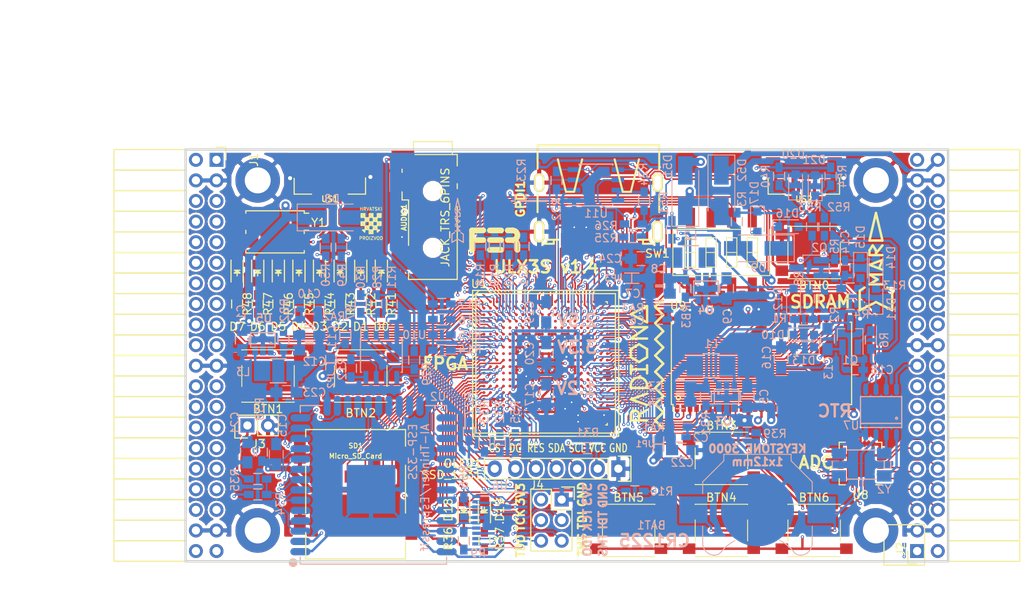
<source format=kicad_pcb>
(kicad_pcb (version 4) (host pcbnew 4.0.7+dfsg1-1)
  (layers (0 F.Cu signal) (1 In1.Cu signal) (2 In2.Cu signal) (31 B.Cu signal) (34 B.Paste user) (35 F.Paste user) (36 B.SilkS user) (37 F.SilkS user) (38 B.Mask user) (39 F.Mask user) (44 Edge.Cuts user))
  (net 0 "")
  (net 1 GND)
  (net 2 +5V)
  (net 3 /gpio/IN5V)
  (net 4 /gpio/OUT5V)
  (net 5 +3V3)
  (net 6 +1V2)
  (net 7 BTN_D)
  (net 8 BTN_F1)
  (net 9 BTN_F2)
  (net 10 BTN_L)
  (net 11 BTN_R)
  (net 12 BTN_U)
  (net 13 /power/FB1)
  (net 14 +2V5)
  (net 15 /power/PWREN)
  (net 16 /power/FB3)
  (net 17 /power/FB2)
  (net 18 "Net-(D9-Pad1)")
  (net 19 /power/VBAT)
  (net 20 JTAG_TDI)
  (net 21 JTAG_TCK)
  (net 22 JTAG_TMS)
  (net 23 JTAG_TDO)
  (net 24 /power/WAKEUPn)
  (net 25 /power/WKUP)
  (net 26 /power/SHUT)
  (net 27 /power/WAKE)
  (net 28 /power/HOLD)
  (net 29 /power/WKn)
  (net 30 /power/OSCI_32k)
  (net 31 /power/OSCO_32k)
  (net 32 "Net-(Q2-Pad3)")
  (net 33 SHUTDOWN)
  (net 34 /analog/AUDIO_L)
  (net 35 /analog/AUDIO_R)
  (net 36 GPDI_5V_SCL)
  (net 37 GPDI_5V_SDA)
  (net 38 GPDI_SDA)
  (net 39 GPDI_SCL)
  (net 40 /gpdi/VREF2)
  (net 41 SD_CMD)
  (net 42 SD_CLK)
  (net 43 SD_D0)
  (net 44 SD_D1)
  (net 45 USB5V)
  (net 46 GPDI_CEC)
  (net 47 nRESET)
  (net 48 FTDI_nDTR)
  (net 49 SDRAM_CKE)
  (net 50 SDRAM_A7)
  (net 51 SDRAM_D15)
  (net 52 SDRAM_BA1)
  (net 53 SDRAM_D7)
  (net 54 SDRAM_A6)
  (net 55 SDRAM_CLK)
  (net 56 SDRAM_D13)
  (net 57 SDRAM_BA0)
  (net 58 SDRAM_D6)
  (net 59 SDRAM_A5)
  (net 60 SDRAM_D14)
  (net 61 SDRAM_A11)
  (net 62 SDRAM_D12)
  (net 63 SDRAM_D5)
  (net 64 SDRAM_A4)
  (net 65 SDRAM_A10)
  (net 66 SDRAM_D11)
  (net 67 SDRAM_A3)
  (net 68 SDRAM_D4)
  (net 69 SDRAM_D10)
  (net 70 SDRAM_D9)
  (net 71 SDRAM_A9)
  (net 72 SDRAM_D3)
  (net 73 SDRAM_D8)
  (net 74 SDRAM_A8)
  (net 75 SDRAM_A2)
  (net 76 SDRAM_A1)
  (net 77 SDRAM_A0)
  (net 78 SDRAM_D2)
  (net 79 SDRAM_D1)
  (net 80 SDRAM_D0)
  (net 81 SDRAM_DQM0)
  (net 82 SDRAM_nCS)
  (net 83 SDRAM_nRAS)
  (net 84 SDRAM_DQM1)
  (net 85 SDRAM_nCAS)
  (net 86 SDRAM_nWE)
  (net 87 /flash/FLASH_nWP)
  (net 88 /flash/FLASH_nHOLD)
  (net 89 /flash/FLASH_MOSI)
  (net 90 /flash/FLASH_MISO)
  (net 91 /flash/FLASH_SCK)
  (net 92 /flash/FLASH_nCS)
  (net 93 /flash/FPGA_PROGRAMN)
  (net 94 /flash/FPGA_DONE)
  (net 95 /flash/FPGA_INITN)
  (net 96 OLED_RES)
  (net 97 OLED_DC)
  (net 98 OLED_CS)
  (net 99 WIFI_EN)
  (net 100 FTDI_nRTS)
  (net 101 FTDI_TXD)
  (net 102 FTDI_RXD)
  (net 103 WIFI_RXD)
  (net 104 WIFI_GPIO0)
  (net 105 WIFI_TXD)
  (net 106 GPDI_ETH-)
  (net 107 GPDI_ETH+)
  (net 108 GPDI_D2+)
  (net 109 GPDI_D2-)
  (net 110 GPDI_D1+)
  (net 111 GPDI_D1-)
  (net 112 GPDI_D0+)
  (net 113 GPDI_D0-)
  (net 114 GPDI_CLK+)
  (net 115 GPDI_CLK-)
  (net 116 USB_FTDI_D+)
  (net 117 USB_FTDI_D-)
  (net 118 J1_17-)
  (net 119 J1_17+)
  (net 120 J1_23-)
  (net 121 J1_23+)
  (net 122 J1_25-)
  (net 123 J1_25+)
  (net 124 J1_27-)
  (net 125 J1_27+)
  (net 126 J1_29-)
  (net 127 J1_29+)
  (net 128 J1_31-)
  (net 129 J1_31+)
  (net 130 J1_33-)
  (net 131 J1_33+)
  (net 132 J1_35-)
  (net 133 J1_35+)
  (net 134 J2_5-)
  (net 135 J2_5+)
  (net 136 J2_7-)
  (net 137 J2_7+)
  (net 138 J2_9-)
  (net 139 J2_9+)
  (net 140 J2_13-)
  (net 141 J2_13+)
  (net 142 J2_17-)
  (net 143 J2_17+)
  (net 144 J2_11-)
  (net 145 J2_11+)
  (net 146 J2_23-)
  (net 147 J2_23+)
  (net 148 J1_5-)
  (net 149 J1_5+)
  (net 150 J1_7-)
  (net 151 J1_7+)
  (net 152 J1_9-)
  (net 153 J1_9+)
  (net 154 J1_11-)
  (net 155 J1_11+)
  (net 156 J1_13-)
  (net 157 J1_13+)
  (net 158 J1_15-)
  (net 159 J1_15+)
  (net 160 J2_15-)
  (net 161 J2_15+)
  (net 162 J2_25-)
  (net 163 J2_25+)
  (net 164 J2_27-)
  (net 165 J2_27+)
  (net 166 J2_29-)
  (net 167 J2_29+)
  (net 168 J2_31-)
  (net 169 J2_31+)
  (net 170 J2_33-)
  (net 171 J2_33+)
  (net 172 J2_35-)
  (net 173 J2_35+)
  (net 174 SD_D3)
  (net 175 AUDIO_L3)
  (net 176 AUDIO_L2)
  (net 177 AUDIO_L1)
  (net 178 AUDIO_L0)
  (net 179 AUDIO_R3)
  (net 180 AUDIO_R2)
  (net 181 AUDIO_R1)
  (net 182 AUDIO_R0)
  (net 183 OLED_CLK)
  (net 184 OLED_MOSI)
  (net 185 LED0)
  (net 186 LED1)
  (net 187 LED2)
  (net 188 LED3)
  (net 189 LED4)
  (net 190 LED5)
  (net 191 LED6)
  (net 192 LED7)
  (net 193 BTN_PWRn)
  (net 194 FTDI_nTXLED)
  (net 195 FTDI_nSLEEP)
  (net 196 /blinkey/LED_PWREN)
  (net 197 /blinkey/LED_TXLED)
  (net 198 FT3V3)
  (net 199 /sdcard/SD3V3)
  (net 200 SD_D2)
  (net 201 CLK_25MHz)
  (net 202 /blinkey/BTNPUL)
  (net 203 /blinkey/BTNPUR)
  (net 204 USB_FPGA_D+)
  (net 205 /power/FTDI_nSUSPEND)
  (net 206 /blinkey/ALED0)
  (net 207 /blinkey/ALED1)
  (net 208 /blinkey/ALED2)
  (net 209 /blinkey/ALED3)
  (net 210 /blinkey/ALED4)
  (net 211 /blinkey/ALED5)
  (net 212 /blinkey/ALED6)
  (net 213 /blinkey/ALED7)
  (net 214 /usb/FTD-)
  (net 215 /usb/FTD+)
  (net 216 ADC_MISO)
  (net 217 ADC_MOSI)
  (net 218 ADC_CSn)
  (net 219 ADC_SCLK)
  (net 220 "Net-(R51-Pad2)")
  (net 221 SW3)
  (net 222 SW2)
  (net 223 SW1)
  (net 224 SW0)
  (net 225 USB_FPGA_D-)
  (net 226 /usb/FPD+)
  (net 227 /usb/FPD-)
  (net 228 WIFI_GPIO16)
  (net 229 WIFI_GPIO15)
  (net 230 /usb/ANT_433MHz)
  (net 231 /power/PWRBTn)
  (net 232 PROG_DONE)
  (net 233 /power/P1V2)
  (net 234 /power/P3V3)
  (net 235 /power/P2V5)
  (net 236 /power/L1)
  (net 237 /power/L3)
  (net 238 /power/L2)
  (net 239 FTDI_TXDEN)
  (net 240 /wifi/WIFIOFF)
  (module Resistors_SMD:R_0603_HandSoldering (layer B.Cu) (at 103.498 98.758 90)
    (fp_text reference R38 (at 5.334 -0.254 90) (layer B.SilkS) (effects (justify mirror)))
    (fp_text value 0.47)
    (pad 1 smd rect (at -1.1 0 90) (size 1.2 0.9) (layers B.Cu B.Paste B.Mask) (net 199 /sdcard/SD3V3))
    (pad 2 smd rect (at 1.1 0 90) (size 1.2 0.9) (layers B.Cu B.Paste B.Mask) (net 5 +3V3))
  )
  (module jumper:SOLDER-JUMPER_1-WAY (layer B.Cu) (at 152.393 97.742 270)
    (fp_text reference JP1 (at 0 1.778 360) (layer B.SilkS) (effects (font (size 0.762 0.762) (thickness 0.1524)) (justify mirror)))
    (fp_text value 1.2 hide)
    (pad 1 smd rect (at -0.6 0 270) (size 1 1) (layers B.Cu B.Paste B.Mask) (net 233 /power/P1V2))
    (pad 2 smd rect (at 0.6 0 270) (size 1 1) (layers B.Cu B.Paste B.Mask) (net 6 +1V2))
  )
  (module ESP32-footprints-Lib:ESP-32S (layer B.Cu) (at 117.313 101.513)
    (fp_text reference U2 (at 7.902 -9.613 180) (layer B.SilkS) (effects (justify mirror)))
    (fp_text value ESP-32S)
    (fp_text user AI-Thinker/Espressif (at 6.3 1.6 270) (layer B.SilkS) (effects (justify mirror)))
    (fp_text user ESP-32S (at 4.8 -2.8 270) (layer B.SilkS) (effects (justify mirror)))
    (pad 38 smd oval (at 8.947434 9.517338 180) (size 2.5 0.9) (layers B.Cu B.Paste B.Mask) (net 1 GND))
    (pad 37 smd oval (at 8.947434 8.247338 180) (size 2.5 0.9) (layers B.Cu B.Paste B.Mask))
    (pad 36 smd oval (at 8.947434 6.977338 180) (size 2.5 0.9) (layers B.Cu B.Paste B.Mask) (net 232 PROG_DONE))
    (pad 35 smd oval (at 8.947434 5.707338 180) (size 2.5 0.9) (layers B.Cu B.Paste B.Mask) (net 105 WIFI_TXD))
    (pad 34 smd oval (at 8.947434 4.437338 180) (size 2.5 0.9) (layers B.Cu B.Paste B.Mask) (net 103 WIFI_RXD))
    (pad 33 smd oval (at 8.947434 3.167338 180) (size 2.5 0.9) (layers B.Cu B.Paste B.Mask) (net 22 JTAG_TMS))
    (pad 32 smd oval (at 8.947434 1.897338 180) (size 2.5 0.9) (layers B.Cu B.Paste B.Mask))
    (pad 31 smd oval (at 8.947434 0.627338 180) (size 2.5 0.9) (layers B.Cu B.Paste B.Mask) (net 20 JTAG_TDI))
    (pad 30 smd oval (at 8.947434 -0.642662 180) (size 2.5 0.9) (layers B.Cu B.Paste B.Mask) (net 21 JTAG_TCK))
    (pad 29 smd oval (at 8.947434 -1.912662 180) (size 2.5 0.9) (layers B.Cu B.Paste B.Mask))
    (pad 28 smd oval (at 8.947434 -3.182662 180) (size 2.5 0.9) (layers B.Cu B.Paste B.Mask) (net 23 JTAG_TDO))
    (pad 27 smd oval (at 8.947434 -4.452662 180) (size 2.5 0.9) (layers B.Cu B.Paste B.Mask) (net 228 WIFI_GPIO16))
    (pad 26 smd oval (at 8.947434 -5.722662 180) (size 2.5 0.9) (layers B.Cu B.Paste B.Mask))
    (pad 25 smd oval (at 8.947434 -6.992662 180) (size 2.5 0.9) (layers B.Cu B.Paste B.Mask) (net 104 WIFI_GPIO0))
    (pad 24 smd oval (at 5.662434 -8.482662 180) (size 0.9 2.5) (layers B.Cu B.Paste B.Mask))
    (pad 23 smd oval (at 4.392434 -8.482662 180) (size 0.9 2.5) (layers B.Cu B.Paste B.Mask) (net 229 WIFI_GPIO15))
    (pad 22 smd oval (at 3.122434 -8.482662 180) (size 0.9 2.5) (layers B.Cu B.Paste B.Mask) (net 44 SD_D1))
    (pad 21 smd oval (at 1.852434 -8.482662 180) (size 0.9 2.5) (layers B.Cu B.Paste B.Mask) (net 43 SD_D0))
    (pad 20 smd oval (at 0.582434 -8.482662 180) (size 0.9 2.5) (layers B.Cu B.Paste B.Mask) (net 42 SD_CLK))
    (pad 19 smd oval (at -0.687566 -8.482662 180) (size 0.9 2.5) (layers B.Cu B.Paste B.Mask) (net 41 SD_CMD))
    (pad 18 smd oval (at -1.957566 -8.482662 180) (size 0.9 2.5) (layers B.Cu B.Paste B.Mask))
    (pad 17 smd oval (at -3.227566 -8.482662 180) (size 0.9 2.5) (layers B.Cu B.Paste B.Mask))
    (pad 16 smd oval (at -4.497566 -8.482662 180) (size 0.9 2.5) (layers B.Cu B.Paste B.Mask) (net 124 J1_27-))
    (pad 15 smd oval (at -5.767566 -8.482662 180) (size 0.9 2.5) (layers B.Cu B.Paste B.Mask) (net 1 GND))
    (pad 14 smd oval (at -9.052566 -6.992662 180) (size 2.5 0.9) (layers B.Cu B.Paste B.Mask) (net 125 J1_27+))
    (pad 13 smd oval (at -9.052566 -5.722662 180) (size 2.5 0.9) (layers B.Cu B.Paste B.Mask) (net 126 J1_29-))
    (pad 12 smd oval (at -9.052566 -4.452662 180) (size 2.5 0.9) (layers B.Cu B.Paste B.Mask) (net 127 J1_29+))
    (pad 11 smd oval (at -9.052566 -3.182662 180) (size 2.5 0.9) (layers B.Cu B.Paste B.Mask) (net 128 J1_31-))
    (pad 10 smd oval (at -9.052566 -1.912662 180) (size 2.5 0.9) (layers B.Cu B.Paste B.Mask) (net 129 J1_31+))
    (pad 9 smd oval (at -9.052566 -0.642662 180) (size 2.5 0.9) (layers B.Cu B.Paste B.Mask) (net 130 J1_33-))
    (pad 8 smd oval (at -9.052566 0.627338 180) (size 2.5 0.9) (layers B.Cu B.Paste B.Mask) (net 131 J1_33+))
    (pad 7 smd oval (at -9.052566 1.897338 180) (size 2.5 0.9) (layers B.Cu B.Paste B.Mask) (net 132 J1_35-))
    (pad 6 smd oval (at -9.052566 3.167338 180) (size 2.5 0.9) (layers B.Cu B.Paste B.Mask) (net 133 J1_35+))
    (pad 5 smd oval (at -9.052566 4.437338 180) (size 2.5 0.9) (layers B.Cu B.Paste B.Mask))
    (pad 4 smd oval (at -9.052566 5.707338 180) (size 2.5 0.9) (layers B.Cu B.Paste B.Mask))
    (pad 3 smd oval (at -9.052566 6.977338 180) (size 2.5 0.9) (layers B.Cu B.Paste B.Mask) (net 99 WIFI_EN))
    (pad 2 smd oval (at -9.052566 8.247338 180) (size 2.5 0.9) (layers B.Cu B.Paste B.Mask) (net 5 +3V3))
    (pad 1 smd oval (at -9.052566 9.517338 180) (size 2.5 0.9) (layers B.Cu B.Paste B.Mask) (net 1 GND))
    (pad 39 smd rect (at -0.352566 1.817338 180) (size 6 6) (layers B.Cu B.Paste B.Mask) (net 1 GND))
  )
  (module Diodes_SMD:D_SMA_Handsoldering (layer B.Cu) (at 155.695 66.5 90)
    (fp_text reference D51 (at 3.048 -2.159 90) (layer B.SilkS) (effects (justify mirror)))
    (fp_text value STPS2L30AF hide)
    (pad 1 smd rect (at -2.5 0 90) (size 3.5 1.8) (layers B.Cu B.Paste B.Mask) (net 2 +5V))
    (pad 2 smd rect (at 2.5 0 90) (size 3.5 1.8) (layers B.Cu B.Paste B.Mask) (net 3 /gpio/IN5V))
  )
  (module Resistors_SMD:R_0603_HandSoldering (layer B.Cu) (at 154.044 71.326 90)
    (fp_text reference R51 (at 3.302 -1.016 90) (layer B.SilkS) (effects (justify mirror)))
    (fp_text value 220)
    (pad 1 smd rect (at -1.1 0 90) (size 1.2 0.9) (layers B.Cu B.Paste B.Mask) (net 5 +3V3))
    (pad 2 smd rect (at 1.1 0 90) (size 1.2 0.9) (layers B.Cu B.Paste B.Mask) (net 220 "Net-(R51-Pad2)"))
  )
  (module Resistors_SMD:R_1210_HandSoldering (layer B.Cu) (at 158.87 88.09 180)
    (fp_text reference L1 (at 0 2.7 180) (layer B.SilkS) (effects (justify mirror)))
    (fp_text value 2.2uH)
    (pad 1 smd rect (at -2 0 180) (size 2 2.5) (layers B.Cu B.Paste B.Mask) (net 236 /power/L1))
    (pad 2 smd rect (at 2 0 180) (size 2 2.5) (layers B.Cu B.Paste B.Mask) (net 233 /power/P1V2))
  )
  (module TSOT-25:TSOT-25 (layer B.Cu) (at 160.775 91.9)
    (fp_text reference U3 (at -0.381 3.048) (layer B.SilkS) (effects (font (thickness 0.2)) (justify mirror)))
    (fp_text value AP3429A)
    (pad 1 smd rect (at -0.95 -1.3) (size 0.7 1.2) (layers B.Cu B.Paste B.Mask) (net 15 /power/PWREN))
    (pad 2 smd rect (at 0 -1.3) (size 0.7 1.2) (layers B.Cu B.Paste B.Mask) (net 1 GND))
    (pad 3 smd rect (at 0.95 -1.3) (size 0.7 1.2) (layers B.Cu B.Paste B.Mask) (net 236 /power/L1))
    (pad 4 smd rect (at 0.95 1.3) (size 0.7 1.2) (layers B.Cu B.Paste B.Mask) (net 2 +5V))
    (pad 5 smd rect (at -0.95 1.3) (size 0.7 1.2) (layers B.Cu B.Paste B.Mask) (net 13 /power/FB1))
  )
  (module Resistors_SMD:R_1210_HandSoldering (layer B.Cu) (at 156.33 74.755 180)
    (fp_text reference L2 (at 0 2.7 180) (layer B.SilkS) (effects (justify mirror)))
    (fp_text value 2.2uH)
    (pad 1 smd rect (at -2 0 180) (size 2 2.5) (layers B.Cu B.Paste B.Mask) (net 237 /power/L3))
    (pad 2 smd rect (at 2 0 180) (size 2 2.5) (layers B.Cu B.Paste B.Mask) (net 234 /power/P3V3))
  )
  (module TSOT-25:TSOT-25 (layer B.Cu) (at 158.235 78.535)
    (fp_text reference U4 (at 0 2.697) (layer B.SilkS) (effects (font (thickness 0.2)) (justify mirror)))
    (fp_text value AP3429A)
    (pad 1 smd rect (at -0.95 -1.3) (size 0.7 1.2) (layers B.Cu B.Paste B.Mask) (net 15 /power/PWREN))
    (pad 2 smd rect (at 0 -1.3) (size 0.7 1.2) (layers B.Cu B.Paste B.Mask) (net 1 GND))
    (pad 3 smd rect (at 0.95 -1.3) (size 0.7 1.2) (layers B.Cu B.Paste B.Mask) (net 237 /power/L3))
    (pad 4 smd rect (at 0.95 1.3) (size 0.7 1.2) (layers B.Cu B.Paste B.Mask) (net 2 +5V))
    (pad 5 smd rect (at -0.95 1.3) (size 0.7 1.2) (layers B.Cu B.Paste B.Mask) (net 16 /power/FB3))
  )
  (module LEDs:LED_0805 (layer F.Cu) (at 118.23 76.66 270)
    (fp_text reference D0 (at 6.604 0 360) (layer F.SilkS))
    (fp_text value RED hide)
    (pad 2 smd rect (at 1.04902 0 90) (size 1.19888 1.19888) (layers F.Cu F.Paste F.Mask) (net 206 /blinkey/ALED0))
    (pad 1 smd rect (at -1.04902 0 90) (size 1.19888 1.19888) (layers F.Cu F.Paste F.Mask) (net 1 GND))
  )
  (module LEDs:LED_0805 (layer F.Cu) (at 115.69 76.66 270)
    (fp_text reference D1 (at 6.604 0 360) (layer F.SilkS))
    (fp_text value RED hide)
    (pad 2 smd rect (at 1.04902 0 90) (size 1.19888 1.19888) (layers F.Cu F.Paste F.Mask) (net 207 /blinkey/ALED1))
    (pad 1 smd rect (at -1.04902 0 90) (size 1.19888 1.19888) (layers F.Cu F.Paste F.Mask) (net 1 GND))
  )
  (module LEDs:LED_0805 (layer F.Cu) (at 113.15 76.66 270)
    (fp_text reference D2 (at 6.604 0 360) (layer F.SilkS))
    (fp_text value RED hide)
    (pad 2 smd rect (at 1.04902 0 90) (size 1.19888 1.19888) (layers F.Cu F.Paste F.Mask) (net 208 /blinkey/ALED2))
    (pad 1 smd rect (at -1.04902 0 90) (size 1.19888 1.19888) (layers F.Cu F.Paste F.Mask) (net 1 GND))
  )
  (module LEDs:LED_0805 (layer F.Cu) (at 110.61 76.66 270)
    (fp_text reference D3 (at 6.604 0 360) (layer F.SilkS))
    (fp_text value RED hide)
    (pad 2 smd rect (at 1.04902 0 90) (size 1.19888 1.19888) (layers F.Cu F.Paste F.Mask) (net 209 /blinkey/ALED3))
    (pad 1 smd rect (at -1.04902 0 90) (size 1.19888 1.19888) (layers F.Cu F.Paste F.Mask) (net 1 GND))
  )
  (module LEDs:LED_0805 (layer F.Cu) (at 108.07 76.66 270)
    (fp_text reference D4 (at 6.604 0 360) (layer F.SilkS))
    (fp_text value RED hide)
    (pad 2 smd rect (at 1.04902 0 90) (size 1.19888 1.19888) (layers F.Cu F.Paste F.Mask) (net 210 /blinkey/ALED4))
    (pad 1 smd rect (at -1.04902 0 90) (size 1.19888 1.19888) (layers F.Cu F.Paste F.Mask) (net 1 GND))
  )
  (module LEDs:LED_0805 (layer F.Cu) (at 105.53 76.66 270)
    (fp_text reference D5 (at 6.604 0 360) (layer F.SilkS))
    (fp_text value RED hide)
    (pad 2 smd rect (at 1.04902 0 90) (size 1.19888 1.19888) (layers F.Cu F.Paste F.Mask) (net 211 /blinkey/ALED5))
    (pad 1 smd rect (at -1.04902 0 90) (size 1.19888 1.19888) (layers F.Cu F.Paste F.Mask) (net 1 GND))
  )
  (module LEDs:LED_0805 (layer F.Cu) (at 102.99 76.66 270)
    (fp_text reference D6 (at 6.604 0 360) (layer F.SilkS))
    (fp_text value RED hide)
    (pad 2 smd rect (at 1.04902 0 90) (size 1.19888 1.19888) (layers F.Cu F.Paste F.Mask) (net 212 /blinkey/ALED6))
    (pad 1 smd rect (at -1.04902 0 90) (size 1.19888 1.19888) (layers F.Cu F.Paste F.Mask) (net 1 GND))
  )
  (module LEDs:LED_0805 (layer F.Cu) (at 100.45 76.66 270)
    (fp_text reference D7 (at 6.604 0 360) (layer F.SilkS))
    (fp_text value RED hide)
    (pad 2 smd rect (at 1.04902 0 90) (size 1.19888 1.19888) (layers F.Cu F.Paste F.Mask) (net 213 /blinkey/ALED7))
    (pad 1 smd rect (at -1.04902 0 90) (size 1.19888 1.19888) (layers F.Cu F.Paste F.Mask) (net 1 GND))
  )
  (module Resistors_SMD:R_1210_HandSoldering (layer B.Cu) (at 105.53 88.725)
    (fp_text reference L3 (at -4.318 0.127) (layer B.SilkS) (effects (justify mirror)))
    (fp_text value 2.2uH)
    (pad 1 smd rect (at -2 0) (size 2 2.5) (layers B.Cu B.Paste B.Mask) (net 238 /power/L2))
    (pad 2 smd rect (at 2 0) (size 2 2.5) (layers B.Cu B.Paste B.Mask) (net 235 /power/P2V5))
  )
  (module TSOT-25:TSOT-25 (layer B.Cu) (at 103.625 84.915 180)
    (fp_text reference U5 (at -0.127 2.667 180) (layer B.SilkS) (effects (font (thickness 0.2)) (justify mirror)))
    (fp_text value AP3429A)
    (pad 1 smd rect (at -0.95 -1.3 180) (size 0.7 1.2) (layers B.Cu B.Paste B.Mask) (net 15 /power/PWREN))
    (pad 2 smd rect (at 0 -1.3 180) (size 0.7 1.2) (layers B.Cu B.Paste B.Mask) (net 1 GND))
    (pad 3 smd rect (at 0.95 -1.3 180) (size 0.7 1.2) (layers B.Cu B.Paste B.Mask) (net 238 /power/L2))
    (pad 4 smd rect (at 0.95 1.3 180) (size 0.7 1.2) (layers B.Cu B.Paste B.Mask) (net 2 +5V))
    (pad 5 smd rect (at -0.95 1.3 180) (size 0.7 1.2) (layers B.Cu B.Paste B.Mask) (net 17 /power/FB2))
  )
  (module Capacitors_SMD:C_0805_HandSoldering (layer B.Cu) (at 101.085 84.915 270)
    (fp_text reference C1 (at -3.429 0.127 270) (layer B.SilkS) (effects (justify mirror)))
    (fp_text value 22uF)
    (pad 1 smd rect (at -1.25 0 270) (size 1.5 1.25) (layers B.Cu B.Paste B.Mask) (net 2 +5V))
    (pad 2 smd rect (at 1.25 0 270) (size 1.5 1.25) (layers B.Cu B.Paste B.Mask) (net 1 GND))
  )
  (module Capacitors_SMD:C_0805_HandSoldering (layer B.Cu) (at 155.06 90.63)
    (fp_text reference C3 (at -3.048 0) (layer B.SilkS) (effects (justify mirror)))
    (fp_text value 22uF)
    (pad 1 smd rect (at -1.25 0) (size 1.5 1.25) (layers B.Cu B.Paste B.Mask) (net 233 /power/P1V2))
    (pad 2 smd rect (at 1.25 0) (size 1.5 1.25) (layers B.Cu B.Paste B.Mask) (net 1 GND))
  )
  (module Capacitors_SMD:C_0805_HandSoldering (layer B.Cu) (at 155.06 92.535)
    (fp_text reference C4 (at -3.048 0.127) (layer B.SilkS) (effects (justify mirror)))
    (fp_text value 22uF)
    (pad 1 smd rect (at -1.25 0) (size 1.5 1.25) (layers B.Cu B.Paste B.Mask) (net 233 /power/P1V2))
    (pad 2 smd rect (at 1.25 0) (size 1.5 1.25) (layers B.Cu B.Paste B.Mask) (net 1 GND))
  )
  (module Capacitors_SMD:C_0805_HandSoldering (layer B.Cu) (at 163.315 91.9 90)
    (fp_text reference C5 (at 0 2.1 90) (layer B.SilkS) (effects (justify mirror)))
    (fp_text value 22uF)
    (pad 1 smd rect (at -1.25 0 90) (size 1.5 1.25) (layers B.Cu B.Paste B.Mask) (net 2 +5V))
    (pad 2 smd rect (at 1.25 0 90) (size 1.5 1.25) (layers B.Cu B.Paste B.Mask) (net 1 GND))
  )
  (module Capacitors_SMD:C_0805_HandSoldering (layer B.Cu) (at 152.52 79.2)
    (fp_text reference C7 (at -3.302 0) (layer B.SilkS) (effects (justify mirror)))
    (fp_text value 22uF)
    (pad 1 smd rect (at -1.25 0) (size 1.5 1.25) (layers B.Cu B.Paste B.Mask) (net 234 /power/P3V3))
    (pad 2 smd rect (at 1.25 0) (size 1.5 1.25) (layers B.Cu B.Paste B.Mask) (net 1 GND))
  )
  (module Capacitors_SMD:C_0805_HandSoldering (layer B.Cu) (at 152.52 77.295)
    (fp_text reference C8 (at -0.127 -1.143) (layer B.SilkS) (effects (justify mirror)))
    (fp_text value 22uF)
    (pad 1 smd rect (at -1.25 0) (size 1.5 1.25) (layers B.Cu B.Paste B.Mask) (net 234 /power/P3V3))
    (pad 2 smd rect (at 1.25 0) (size 1.5 1.25) (layers B.Cu B.Paste B.Mask) (net 1 GND))
  )
  (module Capacitors_SMD:C_0805_HandSoldering (layer B.Cu) (at 160.775 78.565 90)
    (fp_text reference C9 (at -3.429 0.127 90) (layer B.SilkS) (effects (justify mirror)))
    (fp_text value 22uF)
    (pad 1 smd rect (at -1.25 0 90) (size 1.5 1.25) (layers B.Cu B.Paste B.Mask) (net 2 +5V))
    (pad 2 smd rect (at 1.25 0 90) (size 1.5 1.25) (layers B.Cu B.Paste B.Mask) (net 1 GND))
  )
  (module Capacitors_SMD:C_0805_HandSoldering (layer B.Cu) (at 109.34 84.28 180)
    (fp_text reference C11 (at -2.794 -0.254 270) (layer B.SilkS) (effects (justify mirror)))
    (fp_text value 22uF)
    (pad 1 smd rect (at -1.25 0 180) (size 1.5 1.25) (layers B.Cu B.Paste B.Mask) (net 235 /power/P2V5))
    (pad 2 smd rect (at 1.25 0 180) (size 1.5 1.25) (layers B.Cu B.Paste B.Mask) (net 1 GND))
  )
  (module Capacitors_SMD:C_0805_HandSoldering (layer B.Cu) (at 109.34 86.185 180)
    (fp_text reference C12 (at -0.635 -1.397 360) (layer B.SilkS) (effects (justify mirror)))
    (fp_text value 22uF)
    (pad 1 smd rect (at -1.25 0 180) (size 1.5 1.25) (layers B.Cu B.Paste B.Mask) (net 235 /power/P2V5))
    (pad 2 smd rect (at 1.25 0 180) (size 1.5 1.25) (layers B.Cu B.Paste B.Mask) (net 1 GND))
  )
  (module Power_Integrations:SO-8 (layer B.Cu) (at 179.825 93.805 180)
    (fp_text reference U7 (at 3.683 -1.651 180) (layer B.SilkS) (effects (justify mirror)))
    (fp_text value PCF8523)
    (pad 1 smd oval (at -1.905 -2.794 180) (size 0.6096 1.4732) (layers B.Cu B.Paste B.Mask) (net 30 /power/OSCI_32k))
    (pad 2 smd oval (at -0.635 -2.794 180) (size 0.6096 1.4732) (layers B.Cu B.Paste B.Mask) (net 31 /power/OSCO_32k))
    (pad 3 smd oval (at 0.635 -2.794 180) (size 0.6096 1.4732) (layers B.Cu B.Paste B.Mask) (net 19 /power/VBAT))
    (pad 4 smd oval (at 1.905 -2.794 180) (size 0.6096 1.4732) (layers B.Cu B.Paste B.Mask) (net 1 GND))
    (pad 5 smd oval (at 1.905 2.794 180) (size 0.6096 1.4732) (layers B.Cu B.Paste B.Mask) (net 38 GPDI_SDA))
    (pad 6 smd oval (at 0.635 2.794 180) (size 0.6096 1.4732) (layers B.Cu B.Paste B.Mask) (net 39 GPDI_SCL))
    (pad 7 smd oval (at -0.635 2.794 180) (size 0.6096 1.4732) (layers B.Cu B.Paste B.Mask) (net 24 /power/WAKEUPn))
    (pad 8 smd oval (at -1.905 2.794 180) (size 0.6096 1.4732) (layers B.Cu B.Paste B.Mask) (net 5 +3V3))
  )
  (module Capacitors_SMD:C_0805_HandSoldering (layer B.Cu) (at 173.221 84.788 90)
    (fp_text reference C13 (at -3.556 0.127 90) (layer B.SilkS) (effects (justify mirror)))
    (fp_text value 2.2uF)
    (pad 1 smd rect (at -1.25 0 90) (size 1.5 1.25) (layers B.Cu B.Paste B.Mask) (net 2 +5V))
    (pad 2 smd rect (at 1.25 0 90) (size 1.5 1.25) (layers B.Cu B.Paste B.Mask) (net 25 /power/WKUP))
  )
  (module TSOP54:TSOP54 (layer F.Cu) (at 165.08 87.8 90)
    (fp_text reference U9 (at 7.076 -10.274 180) (layer F.SilkS))
    (fp_text value MT48LC16M16A2TG)
    (pad 28 smd rect (at 5.53 10.4 90) (size 0.9 0.56) (layers F.Cu F.Paste F.Mask) (net 1 GND))
    (pad 1 smd rect (at -5.53 -10.4 90) (size 0.9 0.56) (layers F.Cu F.Paste F.Mask) (net 5 +3V3))
    (pad 2 smd rect (at -5.53 -9.6 90) (size 0.9 0.56) (layers F.Cu F.Paste F.Mask) (net 80 SDRAM_D0))
    (pad 3 smd rect (at -5.53 -8.8 90) (size 0.9 0.56) (layers F.Cu F.Paste F.Mask) (net 5 +3V3))
    (pad 4 smd rect (at -5.53 -8 90) (size 0.9 0.56) (layers F.Cu F.Paste F.Mask) (net 79 SDRAM_D1))
    (pad 5 smd rect (at -5.53 -7.2 90) (size 0.9 0.56) (layers F.Cu F.Paste F.Mask) (net 78 SDRAM_D2))
    (pad 6 smd rect (at -5.53 -6.4 90) (size 0.9 0.56) (layers F.Cu F.Paste F.Mask) (net 1 GND))
    (pad 7 smd rect (at -5.53 -5.6 90) (size 0.9 0.56) (layers F.Cu F.Paste F.Mask) (net 72 SDRAM_D3))
    (pad 8 smd rect (at -5.53 -4.8 90) (size 0.9 0.56) (layers F.Cu F.Paste F.Mask) (net 68 SDRAM_D4))
    (pad 9 smd rect (at -5.53 -4 90) (size 0.9 0.56) (layers F.Cu F.Paste F.Mask) (net 5 +3V3))
    (pad 10 smd rect (at -5.53 -3.2 90) (size 0.9 0.56) (layers F.Cu F.Paste F.Mask) (net 63 SDRAM_D5))
    (pad 11 smd rect (at -5.53 -2.4 90) (size 0.9 0.56) (layers F.Cu F.Paste F.Mask) (net 58 SDRAM_D6))
    (pad 12 smd rect (at -5.53 -1.6 90) (size 0.9 0.56) (layers F.Cu F.Paste F.Mask) (net 1 GND))
    (pad 13 smd rect (at -5.53 -0.8 90) (size 0.9 0.56) (layers F.Cu F.Paste F.Mask) (net 53 SDRAM_D7))
    (pad 14 smd rect (at -5.53 0 90) (size 0.9 0.56) (layers F.Cu F.Paste F.Mask) (net 5 +3V3))
    (pad 15 smd rect (at -5.53 0.8 90) (size 0.9 0.56) (layers F.Cu F.Paste F.Mask) (net 81 SDRAM_DQM0))
    (pad 16 smd rect (at -5.53 1.6 90) (size 0.9 0.56) (layers F.Cu F.Paste F.Mask) (net 86 SDRAM_nWE))
    (pad 17 smd rect (at -5.53 2.4 90) (size 0.9 0.56) (layers F.Cu F.Paste F.Mask) (net 85 SDRAM_nCAS))
    (pad 18 smd rect (at -5.53 3.2 90) (size 0.9 0.56) (layers F.Cu F.Paste F.Mask) (net 83 SDRAM_nRAS))
    (pad 19 smd rect (at -5.53 4 90) (size 0.9 0.56) (layers F.Cu F.Paste F.Mask) (net 82 SDRAM_nCS))
    (pad 20 smd rect (at -5.53 4.8 90) (size 0.9 0.56) (layers F.Cu F.Paste F.Mask) (net 57 SDRAM_BA0))
    (pad 21 smd rect (at -5.53 5.6 90) (size 0.9 0.56) (layers F.Cu F.Paste F.Mask) (net 52 SDRAM_BA1))
    (pad 22 smd rect (at -5.53 6.4 90) (size 0.9 0.56) (layers F.Cu F.Paste F.Mask) (net 65 SDRAM_A10))
    (pad 23 smd rect (at -5.53 7.2 90) (size 0.9 0.56) (layers F.Cu F.Paste F.Mask) (net 77 SDRAM_A0))
    (pad 24 smd rect (at -5.53 8 90) (size 0.9 0.56) (layers F.Cu F.Paste F.Mask) (net 76 SDRAM_A1))
    (pad 25 smd rect (at -5.53 8.8 90) (size 0.9 0.56) (layers F.Cu F.Paste F.Mask) (net 75 SDRAM_A2))
    (pad 26 smd rect (at -5.53 9.6 90) (size 0.9 0.56) (layers F.Cu F.Paste F.Mask) (net 67 SDRAM_A3))
    (pad 27 smd rect (at -5.53 10.4 90) (size 0.9 0.56) (layers F.Cu F.Paste F.Mask) (net 5 +3V3))
    (pad 29 smd rect (at 5.53 9.6 90) (size 0.9 0.56) (layers F.Cu F.Paste F.Mask) (net 64 SDRAM_A4))
    (pad 30 smd rect (at 5.53 8.8 90) (size 0.9 0.56) (layers F.Cu F.Paste F.Mask) (net 59 SDRAM_A5))
    (pad 31 smd rect (at 5.53 8 90) (size 0.9 0.56) (layers F.Cu F.Paste F.Mask) (net 54 SDRAM_A6))
    (pad 32 smd rect (at 5.53 7.2 90) (size 0.9 0.56) (layers F.Cu F.Paste F.Mask) (net 50 SDRAM_A7))
    (pad 33 smd rect (at 5.53 6.4 90) (size 0.9 0.56) (layers F.Cu F.Paste F.Mask) (net 74 SDRAM_A8))
    (pad 34 smd rect (at 5.53 5.6 90) (size 0.9 0.56) (layers F.Cu F.Paste F.Mask) (net 71 SDRAM_A9))
    (pad 35 smd rect (at 5.53 4.8 90) (size 0.9 0.56) (layers F.Cu F.Paste F.Mask) (net 61 SDRAM_A11))
    (pad 36 smd rect (at 5.53 4 90) (size 0.9 0.56) (layers F.Cu F.Paste F.Mask))
    (pad 37 smd rect (at 5.53 3.2 90) (size 0.9 0.56) (layers F.Cu F.Paste F.Mask) (net 49 SDRAM_CKE))
    (pad 38 smd rect (at 5.53 2.4 90) (size 0.9 0.56) (layers F.Cu F.Paste F.Mask) (net 55 SDRAM_CLK))
    (pad 39 smd rect (at 5.53 1.6 90) (size 0.9 0.56) (layers F.Cu F.Paste F.Mask) (net 84 SDRAM_DQM1))
    (pad 40 smd rect (at 5.53 0.8 90) (size 0.9 0.56) (layers F.Cu F.Paste F.Mask))
    (pad 41 smd rect (at 5.53 0 90) (size 0.9 0.56) (layers F.Cu F.Paste F.Mask) (net 1 GND))
    (pad 42 smd rect (at 5.53 -0.8 90) (size 0.9 0.56) (layers F.Cu F.Paste F.Mask) (net 73 SDRAM_D8))
    (pad 43 smd rect (at 5.53 -1.6 90) (size 0.9 0.56) (layers F.Cu F.Paste F.Mask) (net 5 +3V3))
    (pad 44 smd rect (at 5.53 -2.4 90) (size 0.9 0.56) (layers F.Cu F.Paste F.Mask) (net 70 SDRAM_D9))
    (pad 45 smd rect (at 5.53 -3.2 90) (size 0.9 0.56) (layers F.Cu F.Paste F.Mask) (net 69 SDRAM_D10))
    (pad 46 smd rect (at 5.53 -4 90) (size 0.9 0.56) (layers F.Cu F.Paste F.Mask) (net 1 GND))
    (pad 47 smd rect (at 5.53 -4.8 90) (size 0.9 0.56) (layers F.Cu F.Paste F.Mask) (net 66 SDRAM_D11))
    (pad 48 smd rect (at 5.53 -5.6 90) (size 0.9 0.56) (layers F.Cu F.Paste F.Mask) (net 62 SDRAM_D12))
    (pad 49 smd rect (at 5.53 -6.4 90) (size 0.9 0.56) (layers F.Cu F.Paste F.Mask) (net 5 +3V3))
    (pad 50 smd rect (at 5.53 -7.2 90) (size 0.9 0.56) (layers F.Cu F.Paste F.Mask) (net 56 SDRAM_D13))
    (pad 51 smd rect (at 5.53 -8 90) (size 0.9 0.56) (layers F.Cu F.Paste F.Mask) (net 60 SDRAM_D14))
    (pad 52 smd rect (at 5.53 -8.8 90) (size 0.9 0.56) (layers F.Cu F.Paste F.Mask) (net 1 GND))
    (pad 53 smd rect (at 5.53 -9.6 90) (size 0.9 0.56) (layers F.Cu F.Paste F.Mask) (net 51 SDRAM_D15))
    (pad 54 smd rect (at 5.53 -10.4 90) (size 0.9 0.56) (layers F.Cu F.Paste F.Mask) (net 1 GND))
  )
  (module TO_SOT_Packages_SMD:SOT-23_Handsoldering (layer B.Cu) (at 176.015 84.28 90)
    (fp_text reference Q1 (at -3.1115 0 180) (layer B.SilkS) (effects (justify mirror)))
    (fp_text value BC857)
    (pad 1 smd rect (at -1.5 0.95 90) (size 1.9 0.8) (layers B.Cu B.Paste B.Mask) (net 29 /power/WKn))
    (pad 2 smd rect (at -1.5 -0.95 90) (size 1.9 0.8) (layers B.Cu B.Paste B.Mask) (net 2 +5V))
    (pad 3 smd rect (at 1.5 0 90) (size 1.9 0.8) (layers B.Cu B.Paste B.Mask) (net 25 /power/WKUP))
  )
  (module TO_SOT_Packages_SMD:SOT-23_Handsoldering (layer B.Cu) (at 170.935 76.025 180)
    (fp_text reference Q2 (at -1.295 2.5 180) (layer B.SilkS) (effects (justify mirror)))
    (fp_text value 2N7002)
    (pad 1 smd rect (at -1.5 0.95 180) (size 1.9 0.8) (layers B.Cu B.Paste B.Mask) (net 26 /power/SHUT))
    (pad 2 smd rect (at -1.5 -0.95 180) (size 1.9 0.8) (layers B.Cu B.Paste B.Mask) (net 1 GND))
    (pad 3 smd rect (at 1.5 0 180) (size 1.9 0.8) (layers B.Cu B.Paste B.Mask) (net 32 "Net-(Q2-Pad3)"))
  )
  (module Capacitors_SMD:C_0603_HandSoldering (layer B.Cu) (at 154.86 96.91)
    (fp_text reference C2 (at 2.74 0.07) (layer B.SilkS) (effects (justify mirror)))
    (fp_text value 470pF)
    (pad 1 smd rect (at -0.95 0) (size 1.2 0.75) (layers B.Cu B.Paste B.Mask) (net 233 /power/P1V2))
    (pad 2 smd rect (at 0.95 0) (size 1.2 0.75) (layers B.Cu B.Paste B.Mask) (net 13 /power/FB1))
  )
  (module Capacitors_SMD:C_0603_HandSoldering (layer B.Cu) (at 152.52 82.375)
    (fp_text reference C6 (at -2.794 0.127) (layer B.SilkS) (effects (justify mirror)))
    (fp_text value 470pF)
    (pad 1 smd rect (at -0.95 0) (size 1.2 0.75) (layers B.Cu B.Paste B.Mask) (net 234 /power/P3V3))
    (pad 2 smd rect (at 0.95 0) (size 1.2 0.75) (layers B.Cu B.Paste B.Mask) (net 16 /power/FB3))
  )
  (module Capacitors_SMD:C_0603_HandSoldering (layer B.Cu) (at 109.34 81.105 180)
    (fp_text reference C10 (at 0 1.9 180) (layer B.SilkS) (effects (justify mirror)))
    (fp_text value 470pF)
    (pad 1 smd rect (at -0.95 0 180) (size 1.2 0.75) (layers B.Cu B.Paste B.Mask) (net 235 /power/P2V5))
    (pad 2 smd rect (at 0.95 0 180) (size 1.2 0.75) (layers B.Cu B.Paste B.Mask) (net 17 /power/FB2))
  )
  (module Capacitors_SMD:C_0603_HandSoldering (layer B.Cu) (at 175.38 76.025 270)
    (fp_text reference C14 (at -3.175 0 270) (layer B.SilkS) (effects (justify mirror)))
    (fp_text value 100nF)
    (pad 1 smd rect (at -0.95 0 270) (size 1.2 0.75) (layers B.Cu B.Paste B.Mask) (net 26 /power/SHUT))
    (pad 2 smd rect (at 0.95 0 270) (size 1.2 0.75) (layers B.Cu B.Paste B.Mask) (net 1 GND))
  )
  (module Resistors_SMD:R_0603_HandSoldering (layer B.Cu) (at 170.3 82.375)
    (fp_text reference R1 (at -3.048 -0.127) (layer B.SilkS) (effects (justify mirror)))
    (fp_text value 15k)
    (pad 1 smd rect (at -1.1 0) (size 1.2 0.9) (layers B.Cu B.Paste B.Mask) (net 27 /power/WAKE))
    (pad 2 smd rect (at 1.1 0) (size 1.2 0.9) (layers B.Cu B.Paste B.Mask) (net 15 /power/PWREN))
  )
  (module Resistors_SMD:R_0603_HandSoldering (layer B.Cu) (at 172.84 79.835 90)
    (fp_text reference R2 (at -1.905 1.27 90) (layer B.SilkS) (effects (justify mirror)))
    (fp_text value 47k)
    (pad 1 smd rect (at -1.1 0 90) (size 1.2 0.9) (layers B.Cu B.Paste B.Mask) (net 15 /power/PWREN))
    (pad 2 smd rect (at 1.1 0 90) (size 1.2 0.9) (layers B.Cu B.Paste B.Mask) (net 1 GND))
  )
  (module Resistors_SMD:R_0603_HandSoldering (layer B.Cu) (at 176.015 80.47 180)
    (fp_text reference R4 (at -1.397 -1.27 360) (layer B.SilkS) (effects (justify mirror)))
    (fp_text value 15k)
    (pad 1 smd rect (at -1.1 0 180) (size 1.2 0.9) (layers B.Cu B.Paste B.Mask) (net 28 /power/HOLD))
    (pad 2 smd rect (at 1.1 0 180) (size 1.2 0.9) (layers B.Cu B.Paste B.Mask) (net 15 /power/PWREN))
  )
  (module Resistors_SMD:R_0603_HandSoldering (layer B.Cu) (at 174.11 76.025 270)
    (fp_text reference R5 (at -2.667 0 270) (layer B.SilkS) (effects (justify mirror)))
    (fp_text value 4.7M)
    (pad 1 smd rect (at -1.1 0 270) (size 1.2 0.9) (layers B.Cu B.Paste B.Mask) (net 26 /power/SHUT))
    (pad 2 smd rect (at 1.1 0 270) (size 1.2 0.9) (layers B.Cu B.Paste B.Mask) (net 1 GND))
  )
  (module Resistors_SMD:R_0603_HandSoldering (layer B.Cu) (at 178.555 84.915 270)
    (fp_text reference R6 (at 0 -1.651 270) (layer B.SilkS) (effects (justify mirror)))
    (fp_text value 1k)
    (pad 1 smd rect (at -1.1 0 270) (size 1.2 0.9) (layers B.Cu B.Paste B.Mask) (net 29 /power/WKn))
    (pad 2 smd rect (at 1.1 0 270) (size 1.2 0.9) (layers B.Cu B.Paste B.Mask) (net 24 /power/WAKEUPn))
  )
  (module Resistors_SMD:R_0603_HandSoldering (layer B.Cu) (at 113.785 84.28 270)
    (fp_text reference R7 (at -2.794 -0.635 270) (layer B.SilkS) (effects (justify mirror)))
    (fp_text value 220)
    (pad 1 smd rect (at -1.1 0 270) (size 1.2 0.9) (layers B.Cu B.Paste B.Mask) (net 5 +3V3))
    (pad 2 smd rect (at 1.1 0 270) (size 1.2 0.9) (layers B.Cu B.Paste B.Mask) (net 202 /blinkey/BTNPUL))
  )
  (module Resistors_SMD:R_0603_HandSoldering (layer B.Cu) (at 170.935 79.835 90)
    (fp_text reference R8 (at 2.54 -1.27 90) (layer B.SilkS) (effects (justify mirror)))
    (fp_text value 1k)
    (pad 1 smd rect (at -1.1 0 90) (size 1.2 0.9) (layers B.Cu B.Paste B.Mask) (net 15 /power/PWREN))
    (pad 2 smd rect (at 1.1 0 90) (size 1.2 0.9) (layers B.Cu B.Paste B.Mask) (net 32 "Net-(Q2-Pad3)"))
  )
  (module Resistors_SMD:R_0603_HandSoldering (layer B.Cu) (at 128.39 109.68 270)
    (fp_text reference R9 (at 1.524 -1.778 360) (layer B.SilkS) (effects (justify mirror)))
    (fp_text value 15k)
    (pad 1 smd rect (at -1.1 0 270) (size 1.2 0.9) (layers B.Cu B.Paste B.Mask) (net 47 nRESET))
    (pad 2 smd rect (at 1.1 0 270) (size 1.2 0.9) (layers B.Cu B.Paste B.Mask) (net 198 FT3V3))
  )
  (module Resistors_SMD:R_0603_HandSoldering (layer B.Cu) (at 149.472 103.584 180)
    (fp_text reference R10 (at -3.302 0 180) (layer B.SilkS) (effects (justify mirror)))
    (fp_text value 220)
    (pad 1 smd rect (at -1.1 0 180) (size 1.2 0.9) (layers B.Cu B.Paste B.Mask) (net 205 /power/FTDI_nSUSPEND))
    (pad 2 smd rect (at 1.1 0 180) (size 1.2 0.9) (layers B.Cu B.Paste B.Mask) (net 195 FTDI_nSLEEP))
  )
  (module Resistors_SMD:R_0603_HandSoldering (layer B.Cu) (at 176.015 78.565 180)
    (fp_text reference R13 (at -5.461 0.381 180) (layer B.SilkS) (effects (justify mirror)))
    (fp_text value 15k)
    (pad 1 smd rect (at -1.1 0 180) (size 1.2 0.9) (layers B.Cu B.Paste B.Mask) (net 33 SHUTDOWN))
    (pad 2 smd rect (at 1.1 0 180) (size 1.2 0.9) (layers B.Cu B.Paste B.Mask) (net 1 GND))
  )
  (module Resistors_SMD:R_0603_HandSoldering (layer B.Cu) (at 154.86 95.64)
    (fp_text reference RA1 (at -3.102 0.07) (layer B.SilkS) (effects (justify mirror)))
    (fp_text value 15k)
    (pad 1 smd rect (at -1.1 0) (size 1.2 0.9) (layers B.Cu B.Paste B.Mask) (net 233 /power/P1V2))
    (pad 2 smd rect (at 1.1 0) (size 1.2 0.9) (layers B.Cu B.Paste B.Mask) (net 13 /power/FB1))
  )
  (module Resistors_SMD:R_0603_HandSoldering (layer B.Cu) (at 109.34 82.375 180)
    (fp_text reference RA2 (at -3.048 0.381 360) (layer B.SilkS) (effects (justify mirror)))
    (fp_text value 15k)
    (pad 1 smd rect (at -1.1 0 180) (size 1.2 0.9) (layers B.Cu B.Paste B.Mask) (net 235 /power/P2V5))
    (pad 2 smd rect (at 1.1 0 180) (size 1.2 0.9) (layers B.Cu B.Paste B.Mask) (net 17 /power/FB2))
  )
  (module Resistors_SMD:R_0603_HandSoldering (layer B.Cu) (at 152.52 81.105)
    (fp_text reference RA3 (at -3.302 -0.127) (layer B.SilkS) (effects (justify mirror)))
    (fp_text value 15k)
    (pad 1 smd rect (at -1.1 0) (size 1.2 0.9) (layers B.Cu B.Paste B.Mask) (net 234 /power/P3V3))
    (pad 2 smd rect (at 1.1 0) (size 1.2 0.9) (layers B.Cu B.Paste B.Mask) (net 16 /power/FB3))
  )
  (module Resistors_SMD:R_0603_HandSoldering (layer B.Cu) (at 158.235 91.9 270)
    (fp_text reference RB1 (at 3.302 0 270) (layer B.SilkS) (effects (justify mirror)))
    (fp_text value 15k)
    (pad 1 smd rect (at -1.1 0 270) (size 1.2 0.9) (layers B.Cu B.Paste B.Mask) (net 1 GND))
    (pad 2 smd rect (at 1.1 0 270) (size 1.2 0.9) (layers B.Cu B.Paste B.Mask) (net 13 /power/FB1))
  )
  (module Resistors_SMD:R_0603_HandSoldering (layer B.Cu) (at 106.165 84.915 90)
    (fp_text reference RB2 (at 3.683 0.127 90) (layer B.SilkS) (effects (justify mirror)))
    (fp_text value 4.7k)
    (pad 1 smd rect (at -1.1 0 90) (size 1.2 0.9) (layers B.Cu B.Paste B.Mask) (net 1 GND))
    (pad 2 smd rect (at 1.1 0 90) (size 1.2 0.9) (layers B.Cu B.Paste B.Mask) (net 17 /power/FB2))
  )
  (module Resistors_SMD:R_0603_HandSoldering (layer B.Cu) (at 155.695 78.565 270)
    (fp_text reference RB3 (at 3.429 -0.127 270) (layer B.SilkS) (effects (justify mirror)))
    (fp_text value 3.3k)
    (pad 1 smd rect (at -1.1 0 270) (size 1.2 0.9) (layers B.Cu B.Paste B.Mask) (net 1 GND))
    (pad 2 smd rect (at 1.1 0 270) (size 1.2 0.9) (layers B.Cu B.Paste B.Mask) (net 16 /power/FB3))
  )
  (module Resistors_SMD:R_0603_HandSoldering (layer B.Cu) (at 125.682 86.185 180)
    (fp_text reference R14 (at -3.47 0.127 180) (layer B.SilkS) (effects (justify mirror)))
    (fp_text value 800)
    (pad 1 smd rect (at -1.1 0 180) (size 1.2 0.9) (layers B.Cu B.Paste B.Mask) (net 175 AUDIO_L3))
    (pad 2 smd rect (at 1.1 0 180) (size 1.2 0.9) (layers B.Cu B.Paste B.Mask) (net 34 /analog/AUDIO_L))
  )
  (module Resistors_SMD:R_0603_HandSoldering (layer B.Cu) (at 125.682 84.279 180)
    (fp_text reference R15 (at -3.47 -0.001 180) (layer B.SilkS) (effects (justify mirror)))
    (fp_text value 400)
    (pad 1 smd rect (at -1.1 0 180) (size 1.2 0.9) (layers B.Cu B.Paste B.Mask) (net 176 AUDIO_L2))
    (pad 2 smd rect (at 1.1 0 180) (size 1.2 0.9) (layers B.Cu B.Paste B.Mask) (net 34 /analog/AUDIO_L))
  )
  (module Resistors_SMD:R_0603_HandSoldering (layer B.Cu) (at 125.682 82.375 180)
    (fp_text reference R16 (at -3.47 -0.127 180) (layer B.SilkS) (effects (justify mirror)))
    (fp_text value 200)
    (pad 1 smd rect (at -1.1 0 180) (size 1.2 0.9) (layers B.Cu B.Paste B.Mask) (net 177 AUDIO_L1))
    (pad 2 smd rect (at 1.1 0 180) (size 1.2 0.9) (layers B.Cu B.Paste B.Mask) (net 34 /analog/AUDIO_L))
  )
  (module Resistors_SMD:R_0603_HandSoldering (layer B.Cu) (at 125.682 80.47 180)
    (fp_text reference R17 (at -3.47 0 180) (layer B.SilkS) (effects (justify mirror)))
    (fp_text value 100)
    (pad 1 smd rect (at -1.1 0 180) (size 1.2 0.9) (layers B.Cu B.Paste B.Mask) (net 178 AUDIO_L0))
    (pad 2 smd rect (at 1.1 0 180) (size 1.2 0.9) (layers B.Cu B.Paste B.Mask) (net 34 /analog/AUDIO_L))
  )
  (module Resistors_SMD:R_0603_HandSoldering (layer B.Cu) (at 130.422 73.358 90)
    (fp_text reference R18 (at -3.556 0 90) (layer B.SilkS) (effects (justify mirror)))
    (fp_text value 800)
    (pad 1 smd rect (at -1.1 0 90) (size 1.2 0.9) (layers B.Cu B.Paste B.Mask) (net 179 AUDIO_R3))
    (pad 2 smd rect (at 1.1 0 90) (size 1.2 0.9) (layers B.Cu B.Paste B.Mask) (net 35 /analog/AUDIO_R))
  )
  (module Resistors_SMD:R_0603_HandSoldering (layer B.Cu) (at 132.2 73.358 90)
    (fp_text reference R19 (at -3.556 0 90) (layer B.SilkS) (effects (justify mirror)))
    (fp_text value 400)
    (pad 1 smd rect (at -1.1 0 90) (size 1.2 0.9) (layers B.Cu B.Paste B.Mask) (net 180 AUDIO_R2))
    (pad 2 smd rect (at 1.1 0 90) (size 1.2 0.9) (layers B.Cu B.Paste B.Mask) (net 35 /analog/AUDIO_R))
  )
  (module Resistors_SMD:R_0603_HandSoldering (layer B.Cu) (at 133.978 73.358 90)
    (fp_text reference R20 (at -3.556 0 90) (layer B.SilkS) (effects (justify mirror)))
    (fp_text value 200)
    (pad 1 smd rect (at -1.1 0 90) (size 1.2 0.9) (layers B.Cu B.Paste B.Mask) (net 181 AUDIO_R1))
    (pad 2 smd rect (at 1.1 0 90) (size 1.2 0.9) (layers B.Cu B.Paste B.Mask) (net 35 /analog/AUDIO_R))
  )
  (module Resistors_SMD:R_0603_HandSoldering (layer B.Cu) (at 135.756 73.358 90)
    (fp_text reference R21 (at -3.556 0 90) (layer B.SilkS) (effects (justify mirror)))
    (fp_text value 100)
    (pad 1 smd rect (at -1.1 0 90) (size 1.2 0.9) (layers B.Cu B.Paste B.Mask) (net 182 AUDIO_R0))
    (pad 2 smd rect (at 1.1 0 90) (size 1.2 0.9) (layers B.Cu B.Paste B.Mask) (net 35 /analog/AUDIO_R))
  )
  (module Housings_SOIC:SOIC-8_3.9x4.9mm_Pitch1.27mm (layer B.Cu) (at 118.23 86.82 270)
    (fp_text reference U10 (at -2.54 -4.064 360) (layer B.SilkS) (effects (justify mirror)))
    (fp_text value S25FL164K0XMFI011)
    (pad 1 smd rect (at -2.7 1.905 270) (size 1.55 0.6) (layers B.Cu B.Paste B.Mask) (net 92 /flash/FLASH_nCS))
    (pad 2 smd rect (at -2.7 0.635 270) (size 1.55 0.6) (layers B.Cu B.Paste B.Mask) (net 90 /flash/FLASH_MISO))
    (pad 3 smd rect (at -2.7 -0.635 270) (size 1.55 0.6) (layers B.Cu B.Paste B.Mask) (net 87 /flash/FLASH_nWP))
    (pad 4 smd rect (at -2.7 -1.905 270) (size 1.55 0.6) (layers B.Cu B.Paste B.Mask) (net 1 GND))
    (pad 5 smd rect (at 2.7 -1.905 270) (size 1.55 0.6) (layers B.Cu B.Paste B.Mask) (net 89 /flash/FLASH_MOSI))
    (pad 6 smd rect (at 2.7 -0.635 270) (size 1.55 0.6) (layers B.Cu B.Paste B.Mask) (net 91 /flash/FLASH_SCK))
    (pad 7 smd rect (at 2.7 0.635 270) (size 1.55 0.6) (layers B.Cu B.Paste B.Mask) (net 88 /flash/FLASH_nHOLD))
    (pad 8 smd rect (at 2.7 1.905 270) (size 1.55 0.6) (layers B.Cu B.Paste B.Mask) (net 5 +3V3))
  )
  (module Capacitors_SMD:C_0603_HandSoldering (layer B.Cu) (at 176.65 88.598)
    (fp_text reference C18 (at 3.302 0) (layer B.SilkS) (effects (justify mirror)))
    (fp_text value 100nF)
    (pad 1 smd rect (at -0.95 0) (size 1.2 0.75) (layers B.Cu B.Paste B.Mask) (net 2 +5V))
    (pad 2 smd rect (at 0.95 0) (size 1.2 0.75) (layers B.Cu B.Paste B.Mask) (net 1 GND))
  )
  (module Housings_SOIC:SOIC-8_3.9x4.9mm_Pitch1.27mm (layer B.Cu) (at 144.68 65.8)
    (fp_text reference U11 (at 0 3.5) (layer B.SilkS) (effects (justify mirror)))
    (fp_text value PCA9306DCTR)
    (pad 1 smd rect (at -2.7 1.905) (size 1.55 0.6) (layers B.Cu B.Paste B.Mask) (net 1 GND))
    (pad 2 smd rect (at -2.7 0.635) (size 1.55 0.6) (layers B.Cu B.Paste B.Mask) (net 5 +3V3))
    (pad 3 smd rect (at -2.7 -0.635) (size 1.55 0.6) (layers B.Cu B.Paste B.Mask) (net 39 GPDI_SCL))
    (pad 4 smd rect (at -2.7 -1.905) (size 1.55 0.6) (layers B.Cu B.Paste B.Mask) (net 38 GPDI_SDA))
    (pad 5 smd rect (at 2.7 -1.905) (size 1.55 0.6) (layers B.Cu B.Paste B.Mask) (net 37 GPDI_5V_SDA))
    (pad 6 smd rect (at 2.7 -0.635) (size 1.55 0.6) (layers B.Cu B.Paste B.Mask) (net 36 GPDI_5V_SCL))
    (pad 7 smd rect (at 2.7 0.635) (size 1.55 0.6) (layers B.Cu B.Paste B.Mask) (net 40 /gpdi/VREF2))
    (pad 8 smd rect (at 2.7 1.905) (size 1.55 0.6) (layers B.Cu B.Paste B.Mask) (net 40 /gpdi/VREF2))
  )
  (module Socket_Strips:Socket_Strip_Angled_2x20 (layer F.Cu) (at 97.91 62.69 270)
    (fp_text reference J1 (at 0 -4.6 270) (layer F.SilkS))
    (fp_text value CONN_02X20 hide)
    (pad 1 thru_hole rect (at 0 0 270) (size 1.7272 1.7272) (drill 1.016) (layers *.Cu *.Mask) (net 5 +3V3))
    (pad 2 thru_hole oval (at 0 2.54 270) (size 1.7272 1.7272) (drill 1.016) (layers *.Cu *.Mask) (net 5 +3V3))
    (pad 3 thru_hole oval (at 2.54 0 270) (size 1.7272 1.7272) (drill 1.016) (layers *.Cu *.Mask) (net 1 GND))
    (pad 4 thru_hole oval (at 2.54 2.54 270) (size 1.7272 1.7272) (drill 1.016) (layers *.Cu *.Mask) (net 1 GND))
    (pad 5 thru_hole oval (at 5.08 0 270) (size 1.7272 1.7272) (drill 1.016) (layers *.Cu *.Mask) (net 148 J1_5-))
    (pad 6 thru_hole oval (at 5.08 2.54 270) (size 1.7272 1.7272) (drill 1.016) (layers *.Cu *.Mask) (net 149 J1_5+))
    (pad 7 thru_hole oval (at 7.62 0 270) (size 1.7272 1.7272) (drill 1.016) (layers *.Cu *.Mask) (net 150 J1_7-))
    (pad 8 thru_hole oval (at 7.62 2.54 270) (size 1.7272 1.7272) (drill 1.016) (layers *.Cu *.Mask) (net 151 J1_7+))
    (pad 9 thru_hole oval (at 10.16 0 270) (size 1.7272 1.7272) (drill 1.016) (layers *.Cu *.Mask) (net 152 J1_9-))
    (pad 10 thru_hole oval (at 10.16 2.54 270) (size 1.7272 1.7272) (drill 1.016) (layers *.Cu *.Mask) (net 153 J1_9+))
    (pad 11 thru_hole oval (at 12.7 0 270) (size 1.7272 1.7272) (drill 1.016) (layers *.Cu *.Mask) (net 154 J1_11-))
    (pad 12 thru_hole oval (at 12.7 2.54 270) (size 1.7272 1.7272) (drill 1.016) (layers *.Cu *.Mask) (net 155 J1_11+))
    (pad 13 thru_hole oval (at 15.24 0 270) (size 1.7272 1.7272) (drill 1.016) (layers *.Cu *.Mask) (net 156 J1_13-))
    (pad 14 thru_hole oval (at 15.24 2.54 270) (size 1.7272 1.7272) (drill 1.016) (layers *.Cu *.Mask) (net 157 J1_13+))
    (pad 15 thru_hole oval (at 17.78 0 270) (size 1.7272 1.7272) (drill 1.016) (layers *.Cu *.Mask) (net 158 J1_15-))
    (pad 16 thru_hole oval (at 17.78 2.54 270) (size 1.7272 1.7272) (drill 1.016) (layers *.Cu *.Mask) (net 159 J1_15+))
    (pad 17 thru_hole oval (at 20.32 0 270) (size 1.7272 1.7272) (drill 1.016) (layers *.Cu *.Mask) (net 118 J1_17-))
    (pad 18 thru_hole oval (at 20.32 2.54 270) (size 1.7272 1.7272) (drill 1.016) (layers *.Cu *.Mask) (net 119 J1_17+))
    (pad 19 thru_hole oval (at 22.86 0 270) (size 1.7272 1.7272) (drill 1.016) (layers *.Cu *.Mask) (net 5 +3V3))
    (pad 20 thru_hole oval (at 22.86 2.54 270) (size 1.7272 1.7272) (drill 1.016) (layers *.Cu *.Mask) (net 5 +3V3))
    (pad 21 thru_hole oval (at 25.4 0 270) (size 1.7272 1.7272) (drill 1.016) (layers *.Cu *.Mask) (net 1 GND))
    (pad 22 thru_hole oval (at 25.4 2.54 270) (size 1.7272 1.7272) (drill 1.016) (layers *.Cu *.Mask) (net 1 GND))
    (pad 23 thru_hole oval (at 27.94 0 270) (size 1.7272 1.7272) (drill 1.016) (layers *.Cu *.Mask) (net 120 J1_23-))
    (pad 24 thru_hole oval (at 27.94 2.54 270) (size 1.7272 1.7272) (drill 1.016) (layers *.Cu *.Mask) (net 121 J1_23+))
    (pad 25 thru_hole oval (at 30.48 0 270) (size 1.7272 1.7272) (drill 1.016) (layers *.Cu *.Mask) (net 122 J1_25-))
    (pad 26 thru_hole oval (at 30.48 2.54 270) (size 1.7272 1.7272) (drill 1.016) (layers *.Cu *.Mask) (net 123 J1_25+))
    (pad 27 thru_hole oval (at 33.02 0 270) (size 1.7272 1.7272) (drill 1.016) (layers *.Cu *.Mask) (net 124 J1_27-))
    (pad 28 thru_hole oval (at 33.02 2.54 270) (size 1.7272 1.7272) (drill 1.016) (layers *.Cu *.Mask) (net 125 J1_27+))
    (pad 29 thru_hole oval (at 35.56 0 270) (size 1.7272 1.7272) (drill 1.016) (layers *.Cu *.Mask) (net 126 J1_29-))
    (pad 30 thru_hole oval (at 35.56 2.54 270) (size 1.7272 1.7272) (drill 1.016) (layers *.Cu *.Mask) (net 127 J1_29+))
    (pad 31 thru_hole oval (at 38.1 0 270) (size 1.7272 1.7272) (drill 1.016) (layers *.Cu *.Mask) (net 128 J1_31-))
    (pad 32 thru_hole oval (at 38.1 2.54 270) (size 1.7272 1.7272) (drill 1.016) (layers *.Cu *.Mask) (net 129 J1_31+))
    (pad 33 thru_hole oval (at 40.64 0 270) (size 1.7272 1.7272) (drill 1.016) (layers *.Cu *.Mask) (net 130 J1_33-))
    (pad 34 thru_hole oval (at 40.64 2.54 270) (size 1.7272 1.7272) (drill 1.016) (layers *.Cu *.Mask) (net 131 J1_33+))
    (pad 35 thru_hole oval (at 43.18 0 270) (size 1.7272 1.7272) (drill 1.016) (layers *.Cu *.Mask) (net 132 J1_35-))
    (pad 36 thru_hole oval (at 43.18 2.54 270) (size 1.7272 1.7272) (drill 1.016) (layers *.Cu *.Mask) (net 133 J1_35+))
    (pad 37 thru_hole oval (at 45.72 0 270) (size 1.7272 1.7272) (drill 1.016) (layers *.Cu *.Mask) (net 1 GND))
    (pad 38 thru_hole oval (at 45.72 2.54 270) (size 1.7272 1.7272) (drill 1.016) (layers *.Cu *.Mask) (net 1 GND))
    (pad 39 thru_hole oval (at 48.26 0 270) (size 1.7272 1.7272) (drill 1.016) (layers *.Cu *.Mask) (net 5 +3V3))
    (pad 40 thru_hole oval (at 48.26 2.54 270) (size 1.7272 1.7272) (drill 1.016) (layers *.Cu *.Mask) (net 5 +3V3))
  )
  (module Socket_Strips:Socket_Strip_Angled_2x20 (layer F.Cu) (at 184.27 110.95 90)
    (fp_text reference J2 (at 0.254 -2.032 90) (layer F.SilkS))
    (fp_text value CONN_02X20 hide)
    (pad 1 thru_hole rect (at 0 0 90) (size 1.7272 1.7272) (drill 1.016) (layers *.Cu *.Mask) (net 5 +3V3))
    (pad 2 thru_hole oval (at 0 2.54 90) (size 1.7272 1.7272) (drill 1.016) (layers *.Cu *.Mask) (net 5 +3V3))
    (pad 3 thru_hole oval (at 2.54 0 90) (size 1.7272 1.7272) (drill 1.016) (layers *.Cu *.Mask) (net 1 GND))
    (pad 4 thru_hole oval (at 2.54 2.54 90) (size 1.7272 1.7272) (drill 1.016) (layers *.Cu *.Mask) (net 1 GND))
    (pad 5 thru_hole oval (at 5.08 0 90) (size 1.7272 1.7272) (drill 1.016) (layers *.Cu *.Mask) (net 134 J2_5-))
    (pad 6 thru_hole oval (at 5.08 2.54 90) (size 1.7272 1.7272) (drill 1.016) (layers *.Cu *.Mask) (net 135 J2_5+))
    (pad 7 thru_hole oval (at 7.62 0 90) (size 1.7272 1.7272) (drill 1.016) (layers *.Cu *.Mask) (net 136 J2_7-))
    (pad 8 thru_hole oval (at 7.62 2.54 90) (size 1.7272 1.7272) (drill 1.016) (layers *.Cu *.Mask) (net 137 J2_7+))
    (pad 9 thru_hole oval (at 10.16 0 90) (size 1.7272 1.7272) (drill 1.016) (layers *.Cu *.Mask) (net 138 J2_9-))
    (pad 10 thru_hole oval (at 10.16 2.54 90) (size 1.7272 1.7272) (drill 1.016) (layers *.Cu *.Mask) (net 139 J2_9+))
    (pad 11 thru_hole oval (at 12.7 0 90) (size 1.7272 1.7272) (drill 1.016) (layers *.Cu *.Mask) (net 144 J2_11-))
    (pad 12 thru_hole oval (at 12.7 2.54 90) (size 1.7272 1.7272) (drill 1.016) (layers *.Cu *.Mask) (net 145 J2_11+))
    (pad 13 thru_hole oval (at 15.24 0 90) (size 1.7272 1.7272) (drill 1.016) (layers *.Cu *.Mask) (net 140 J2_13-))
    (pad 14 thru_hole oval (at 15.24 2.54 90) (size 1.7272 1.7272) (drill 1.016) (layers *.Cu *.Mask) (net 141 J2_13+))
    (pad 15 thru_hole oval (at 17.78 0 90) (size 1.7272 1.7272) (drill 1.016) (layers *.Cu *.Mask) (net 160 J2_15-))
    (pad 16 thru_hole oval (at 17.78 2.54 90) (size 1.7272 1.7272) (drill 1.016) (layers *.Cu *.Mask) (net 161 J2_15+))
    (pad 17 thru_hole oval (at 20.32 0 90) (size 1.7272 1.7272) (drill 1.016) (layers *.Cu *.Mask) (net 142 J2_17-))
    (pad 18 thru_hole oval (at 20.32 2.54 90) (size 1.7272 1.7272) (drill 1.016) (layers *.Cu *.Mask) (net 143 J2_17+))
    (pad 19 thru_hole oval (at 22.86 0 90) (size 1.7272 1.7272) (drill 1.016) (layers *.Cu *.Mask) (net 5 +3V3))
    (pad 20 thru_hole oval (at 22.86 2.54 90) (size 1.7272 1.7272) (drill 1.016) (layers *.Cu *.Mask) (net 5 +3V3))
    (pad 21 thru_hole oval (at 25.4 0 90) (size 1.7272 1.7272) (drill 1.016) (layers *.Cu *.Mask) (net 1 GND))
    (pad 22 thru_hole oval (at 25.4 2.54 90) (size 1.7272 1.7272) (drill 1.016) (layers *.Cu *.Mask) (net 1 GND))
    (pad 23 thru_hole oval (at 27.94 0 90) (size 1.7272 1.7272) (drill 1.016) (layers *.Cu *.Mask) (net 146 J2_23-))
    (pad 24 thru_hole oval (at 27.94 2.54 90) (size 1.7272 1.7272) (drill 1.016) (layers *.Cu *.Mask) (net 147 J2_23+))
    (pad 25 thru_hole oval (at 30.48 0 90) (size 1.7272 1.7272) (drill 1.016) (layers *.Cu *.Mask) (net 162 J2_25-))
    (pad 26 thru_hole oval (at 30.48 2.54 90) (size 1.7272 1.7272) (drill 1.016) (layers *.Cu *.Mask) (net 163 J2_25+))
    (pad 27 thru_hole oval (at 33.02 0 90) (size 1.7272 1.7272) (drill 1.016) (layers *.Cu *.Mask) (net 164 J2_27-))
    (pad 28 thru_hole oval (at 33.02 2.54 90) (size 1.7272 1.7272) (drill 1.016) (layers *.Cu *.Mask) (net 165 J2_27+))
    (pad 29 thru_hole oval (at 35.56 0 90) (size 1.7272 1.7272) (drill 1.016) (layers *.Cu *.Mask) (net 166 J2_29-))
    (pad 30 thru_hole oval (at 35.56 2.54 90) (size 1.7272 1.7272) (drill 1.016) (layers *.Cu *.Mask) (net 167 J2_29+))
    (pad 31 thru_hole oval (at 38.1 0 90) (size 1.7272 1.7272) (drill 1.016) (layers *.Cu *.Mask) (net 168 J2_31-))
    (pad 32 thru_hole oval (at 38.1 2.54 90) (size 1.7272 1.7272) (drill 1.016) (layers *.Cu *.Mask) (net 169 J2_31+))
    (pad 33 thru_hole oval (at 40.64 0 90) (size 1.7272 1.7272) (drill 1.016) (layers *.Cu *.Mask) (net 170 J2_33-))
    (pad 34 thru_hole oval (at 40.64 2.54 90) (size 1.7272 1.7272) (drill 1.016) (layers *.Cu *.Mask) (net 171 J2_33+))
    (pad 35 thru_hole oval (at 43.18 0 90) (size 1.7272 1.7272) (drill 1.016) (layers *.Cu *.Mask) (net 172 J2_35-))
    (pad 36 thru_hole oval (at 43.18 2.54 90) (size 1.7272 1.7272) (drill 1.016) (layers *.Cu *.Mask) (net 173 J2_35+))
    (pad 37 thru_hole oval (at 45.72 0 90) (size 1.7272 1.7272) (drill 1.016) (layers *.Cu *.Mask) (net 1 GND))
    (pad 38 thru_hole oval (at 45.72 2.54 90) (size 1.7272 1.7272) (drill 1.016) (layers *.Cu *.Mask) (net 1 GND))
    (pad 39 thru_hole oval (at 48.26 0 90) (size 1.7272 1.7272) (drill 1.016) (layers *.Cu *.Mask) (net 3 /gpio/IN5V))
    (pad 40 thru_hole oval (at 48.26 2.54 90) (size 1.7272 1.7272) (drill 1.016) (layers *.Cu *.Mask) (net 4 /gpio/OUT5V))
  )
  (module Mounting_Holes:MountingHole_3.2mm_M3_ISO14580_Pad (layer F.Cu) (at 102.99 108.41)
    (fp_text reference H1 hide)
    (fp_text value HOLE hide)
    (pad 1 thru_hole circle (at 0 0) (size 5.5 5.5) (drill 3.2) (layers *.Cu *.Mask) (net 1 GND))
  )
  (module Mounting_Holes:MountingHole_3.2mm_M3_ISO14580_Pad (layer F.Cu) (at 179.19 108.41)
    (fp_text reference H2 hide)
    (fp_text value HOLE hide)
    (pad 1 thru_hole circle (at 0 0) (size 5.5 5.5) (drill 3.2) (layers *.Cu *.Mask) (net 1 GND))
  )
  (module Mounting_Holes:MountingHole_3.2mm_M3_ISO14580_Pad (layer F.Cu) (at 179.19 65.23)
    (fp_text reference H3 hide)
    (fp_text value HOLE hide)
    (pad 1 thru_hole circle (at 0 0) (size 5.5 5.5) (drill 3.2) (layers *.Cu *.Mask) (net 1 GND))
  )
  (module Mounting_Holes:MountingHole_3.2mm_M3_ISO14580_Pad (layer F.Cu) (at 102.99 65.23)
    (fp_text reference H4 hide)
    (fp_text value HOLE hide)
    (pad 1 thru_hole circle (at 0 0) (size 5.5 5.5) (drill 3.2) (layers *.Cu *.Mask) (net 1 GND))
  )
  (module Resistors_SMD:R_0603_HandSoldering (layer B.Cu) (at 162.045 70.31 90)
    (fp_text reference R3 (at 2.794 0.635 90) (layer B.SilkS) (effects (justify mirror)))
    (fp_text value 4.7k)
    (pad 1 smd rect (at -1.1 0 90) (size 1.2 0.9) (layers B.Cu B.Paste B.Mask) (net 2 +5V))
    (pad 2 smd rect (at 1.1 0 90) (size 1.2 0.9) (layers B.Cu B.Paste B.Mask) (net 231 /power/PWRBTn))
  )
  (module Resistors_SMD:R_0603_HandSoldering (layer B.Cu) (at 139.82 65.23 90)
    (fp_text reference R22 (at -3.556 0 90) (layer B.SilkS) (effects (justify mirror)))
    (fp_text value 2.2k)
    (pad 1 smd rect (at -1.1 0 90) (size 1.2 0.9) (layers B.Cu B.Paste B.Mask) (net 5 +3V3))
    (pad 2 smd rect (at 1.1 0 90) (size 1.2 0.9) (layers B.Cu B.Paste B.Mask) (net 38 GPDI_SDA))
  )
  (module Resistors_SMD:R_0603_HandSoldering (layer B.Cu) (at 135.375 67.432 90)
    (fp_text reference R23 (at 3.472 0.127 90) (layer B.SilkS) (effects (justify mirror)))
    (fp_text value 2.2k)
    (pad 1 smd rect (at -1.1 0 90) (size 1.2 0.9) (layers B.Cu B.Paste B.Mask) (net 5 +3V3))
    (pad 2 smd rect (at 1.1 0 90) (size 1.2 0.9) (layers B.Cu B.Paste B.Mask) (net 39 GPDI_SCL))
  )
  (module Resistors_SMD:R_0603_HandSoldering (layer B.Cu) (at 150.615 67.77 90)
    (fp_text reference R24 (at 3.302 -0.127 90) (layer B.SilkS) (effects (justify mirror)))
    (fp_text value 100k)
    (pad 1 smd rect (at -1.1 0 90) (size 1.2 0.9) (layers B.Cu B.Paste B.Mask) (net 2 +5V))
    (pad 2 smd rect (at 1.1 0 90) (size 1.2 0.9) (layers B.Cu B.Paste B.Mask) (net 40 /gpdi/VREF2))
  )
  (module Resistors_SMD:R_0603_HandSoldering (layer B.Cu) (at 149.175 72.215 180)
    (fp_text reference R25 (at 3.259 -0.127 180) (layer B.SilkS) (effects (justify mirror)))
    (fp_text value 470)
    (pad 1 smd rect (at -1.1 0 180) (size 1.2 0.9) (layers B.Cu B.Paste B.Mask) (net 2 +5V))
    (pad 2 smd rect (at 1.1 0 180) (size 1.2 0.9) (layers B.Cu B.Paste B.Mask) (net 36 GPDI_5V_SCL))
  )
  (module Resistors_SMD:R_0603_HandSoldering (layer B.Cu) (at 149.28 70.6 180)
    (fp_text reference R26 (at 3.364 -0.218 180) (layer B.SilkS) (effects (justify mirror)))
    (fp_text value 470)
    (pad 1 smd rect (at -1.1 0 180) (size 1.2 0.9) (layers B.Cu B.Paste B.Mask) (net 2 +5V))
    (pad 2 smd rect (at 1.1 0 180) (size 1.2 0.9) (layers B.Cu B.Paste B.Mask) (net 37 GPDI_5V_SDA))
  )
  (module Housings_SSOP:SSOP-20_4.4x6.5mm_Pitch0.65mm (layer B.Cu) (at 132.835 107.14 180)
    (fp_text reference U6 (at 0 4.3 180) (layer B.SilkS) (effects (justify mirror)))
    (fp_text value FT231XS)
    (pad 1 smd rect (at -2.9 2.925 180) (size 1 0.4) (layers B.Cu B.Paste B.Mask) (net 48 FTDI_nDTR))
    (pad 2 smd rect (at -2.9 2.275 180) (size 1 0.4) (layers B.Cu B.Paste B.Mask) (net 100 FTDI_nRTS))
    (pad 3 smd rect (at -2.9 1.625 180) (size 1 0.4) (layers B.Cu B.Paste B.Mask) (net 198 FT3V3))
    (pad 4 smd rect (at -2.9 0.975 180) (size 1 0.4) (layers B.Cu B.Paste B.Mask) (net 102 FTDI_RXD))
    (pad 5 smd rect (at -2.9 0.325 180) (size 1 0.4) (layers B.Cu B.Paste B.Mask) (net 20 JTAG_TDI))
    (pad 6 smd rect (at -2.9 -0.325 180) (size 1 0.4) (layers B.Cu B.Paste B.Mask) (net 1 GND))
    (pad 7 smd rect (at -2.9 -0.975 180) (size 1 0.4) (layers B.Cu B.Paste B.Mask) (net 21 JTAG_TCK))
    (pad 8 smd rect (at -2.9 -1.625 180) (size 1 0.4) (layers B.Cu B.Paste B.Mask) (net 22 JTAG_TMS))
    (pad 9 smd rect (at -2.9 -2.275 180) (size 1 0.4) (layers B.Cu B.Paste B.Mask) (net 23 JTAG_TDO))
    (pad 10 smd rect (at -2.9 -2.925 180) (size 1 0.4) (layers B.Cu B.Paste B.Mask) (net 194 FTDI_nTXLED))
    (pad 11 smd rect (at 2.9 -2.925 180) (size 1 0.4) (layers B.Cu B.Paste B.Mask) (net 116 USB_FTDI_D+))
    (pad 12 smd rect (at 2.9 -2.275 180) (size 1 0.4) (layers B.Cu B.Paste B.Mask) (net 117 USB_FTDI_D-))
    (pad 13 smd rect (at 2.9 -1.625 180) (size 1 0.4) (layers B.Cu B.Paste B.Mask) (net 198 FT3V3))
    (pad 14 smd rect (at 2.9 -0.975 180) (size 1 0.4) (layers B.Cu B.Paste B.Mask) (net 47 nRESET))
    (pad 15 smd rect (at 2.9 -0.325 180) (size 1 0.4) (layers B.Cu B.Paste B.Mask) (net 2 +5V))
    (pad 16 smd rect (at 2.9 0.325 180) (size 1 0.4) (layers B.Cu B.Paste B.Mask) (net 1 GND))
    (pad 17 smd rect (at 2.9 0.975 180) (size 1 0.4) (layers B.Cu B.Paste B.Mask))
    (pad 18 smd rect (at 2.9 1.625 180) (size 1 0.4) (layers B.Cu B.Paste B.Mask) (net 239 FTDI_TXDEN))
    (pad 19 smd rect (at 2.9 2.275 180) (size 1 0.4) (layers B.Cu B.Paste B.Mask) (net 195 FTDI_nSLEEP))
    (pad 20 smd rect (at 2.9 2.925 180) (size 1 0.4) (layers B.Cu B.Paste B.Mask) (net 101 FTDI_TXD))
  )
  (module Resistors_SMD:R_0603_HandSoldering (layer B.Cu) (at 119.5 80.47 270)
    (fp_text reference R11 (at -3.302 0 270) (layer B.SilkS) (effects (justify mirror)))
    (fp_text value 10k)
    (pad 1 smd rect (at -1.1 0 270) (size 1.2 0.9) (layers B.Cu B.Paste B.Mask) (net 5 +3V3))
    (pad 2 smd rect (at 1.1 0 270) (size 1.2 0.9) (layers B.Cu B.Paste B.Mask) (net 87 /flash/FLASH_nWP))
  )
  (module Resistors_SMD:R_0603_HandSoldering (layer B.Cu) (at 114.48 88.4 90)
    (fp_text reference R12 (at -0.071 -1.076 270) (layer B.SilkS) (effects (justify mirror)))
    (fp_text value 10k)
    (pad 1 smd rect (at -1.1 0 90) (size 1.2 0.9) (layers B.Cu B.Paste B.Mask) (net 5 +3V3))
    (pad 2 smd rect (at 1.1 0 90) (size 1.2 0.9) (layers B.Cu B.Paste B.Mask) (net 88 /flash/FLASH_nHOLD))
  )
  (module Resistors_SMD:R_0603_HandSoldering (layer B.Cu) (at 129.025 96.175 90)
    (fp_text reference R27 (at 3.429 0 90) (layer B.SilkS) (effects (justify mirror)))
    (fp_text value 10k)
    (pad 1 smd rect (at -1.1 0 90) (size 1.2 0.9) (layers B.Cu B.Paste B.Mask) (net 5 +3V3))
    (pad 2 smd rect (at 1.1 0 90) (size 1.2 0.9) (layers B.Cu B.Paste B.Mask) (net 89 /flash/FLASH_MOSI))
  )
  (module Resistors_SMD:R_0603_HandSoldering (layer B.Cu) (at 117.595 80.47 270)
    (fp_text reference R28 (at -3.302 -0.127 270) (layer B.SilkS) (effects (justify mirror)))
    (fp_text value 10k)
    (pad 1 smd rect (at -1.1 0 270) (size 1.2 0.9) (layers B.Cu B.Paste B.Mask) (net 5 +3V3))
    (pad 2 smd rect (at 1.1 0 270) (size 1.2 0.9) (layers B.Cu B.Paste B.Mask) (net 90 /flash/FLASH_MISO))
  )
  (module Resistors_SMD:R_0603_HandSoldering (layer B.Cu) (at 122.28 87.4 270)
    (fp_text reference R29 (at 1.706 -1.538 450) (layer B.SilkS) (effects (justify mirror)))
    (fp_text value 1k)
    (pad 1 smd rect (at -1.1 0 270) (size 1.2 0.9) (layers B.Cu B.Paste B.Mask) (net 5 +3V3))
    (pad 2 smd rect (at 1.1 0 270) (size 1.2 0.9) (layers B.Cu B.Paste B.Mask) (net 91 /flash/FLASH_SCK))
  )
  (module Resistors_SMD:R_0603_HandSoldering (layer B.Cu) (at 115.69 80.47 270)
    (fp_text reference R30 (at -3.302 0 270) (layer B.SilkS) (effects (justify mirror)))
    (fp_text value 4.7k)
    (pad 1 smd rect (at -1.1 0 270) (size 1.2 0.9) (layers B.Cu B.Paste B.Mask) (net 5 +3V3))
    (pad 2 smd rect (at 1.1 0 270) (size 1.2 0.9) (layers B.Cu B.Paste B.Mask) (net 92 /flash/FLASH_nCS))
  )
  (module Resistors_SMD:R_0603_HandSoldering (layer B.Cu) (at 143.63 98.25 180)
    (fp_text reference R31 (at 0 1.9 180) (layer B.SilkS) (effects (justify mirror)))
    (fp_text value 10k)
    (pad 1 smd rect (at -1.1 0 180) (size 1.2 0.9) (layers B.Cu B.Paste B.Mask) (net 5 +3V3))
    (pad 2 smd rect (at 1.1 0 180) (size 1.2 0.9) (layers B.Cu B.Paste B.Mask) (net 93 /flash/FPGA_PROGRAMN))
  )
  (module Resistors_SMD:R_0603_HandSoldering (layer B.Cu) (at 132.835 97.615 90)
    (fp_text reference R32 (at 3.81 0 90) (layer B.SilkS) (effects (justify mirror)))
    (fp_text value 10k)
    (pad 1 smd rect (at -1.1 0 90) (size 1.2 0.9) (layers B.Cu B.Paste B.Mask) (net 5 +3V3))
    (pad 2 smd rect (at 1.1 0 90) (size 1.2 0.9) (layers B.Cu B.Paste B.Mask) (net 94 /flash/FPGA_DONE))
  )
  (module Resistors_SMD:R_0603_HandSoldering (layer B.Cu) (at 130.93 97.615 90)
    (fp_text reference R33 (at 3.81 0 90) (layer B.SilkS) (effects (justify mirror)))
    (fp_text value 10k)
    (pad 1 smd rect (at -1.1 0 90) (size 1.2 0.9) (layers B.Cu B.Paste B.Mask) (net 5 +3V3))
    (pad 2 smd rect (at 1.1 0 90) (size 1.2 0.9) (layers B.Cu B.Paste B.Mask) (net 95 /flash/FPGA_INITN))
  )
  (module Resistors_SMD:R_0603_HandSoldering (layer B.Cu) (at 102.99 103.965)
    (fp_text reference R34 (at 2.794 1.143 90) (layer B.SilkS) (effects (justify mirror)))
    (fp_text value 15k)
    (pad 1 smd rect (at -1.1 0) (size 1.2 0.9) (layers B.Cu B.Paste B.Mask) (net 5 +3V3))
    (pad 2 smd rect (at 1.1 0) (size 1.2 0.9) (layers B.Cu B.Paste B.Mask) (net 99 WIFI_EN))
  )
  (module oscxo:Crystal_SMD_7050_4Pads (layer F.Cu) (at 105.124 71.58 180)
    (fp_text reference Y1 (at -5.359 1.143 180) (layer F.SilkS))
    (fp_text value FNETHE025 hide)
    (pad 1 smd rect (at -3.15 1.25 180) (size 2.2 1.4) (layers F.Cu F.Paste F.Mask) (net 5 +3V3))
    (pad 2 smd rect (at 3.15 1.25 180) (size 2.2 1.4) (layers F.Cu F.Paste F.Mask) (net 1 GND))
    (pad 3 smd rect (at 3.15 -1.25 180) (size 2.2 1.4) (layers F.Cu F.Paste F.Mask) (net 201 CLK_25MHz))
    (pad 4 smd rect (at -3.15 -1.25 180) (size 2.2 1.4) (layers F.Cu F.Paste F.Mask) (net 5 +3V3))
  )
  (module Socket_Strips:Socket_Strip_Straight_2x01 (layer F.Cu) (at 101.72 95.456 90)
    (fp_text reference J3 (at -2.286 1.397 180) (layer F.SilkS))
    (fp_text value WIFI_OFF)
    (pad 1 thru_hole rect (at 0 0 90) (size 1.7272 1.7272) (drill 1.016) (layers *.Cu *.Mask) (net 240 /wifi/WIFIOFF))
    (pad 2 thru_hole oval (at 0 2.54 90) (size 1.7272 1.7272) (drill 1.016) (layers *.Cu *.Mask) (net 1 GND))
  )
  (module Resistors_SMD:R_0603_HandSoldering (layer B.Cu) (at 102.99 102.06 180)
    (fp_text reference R35 (at 2.794 -0.127 270) (layer B.SilkS) (effects (justify mirror)))
    (fp_text value 470)
    (pad 1 smd rect (at -1.1 0 180) (size 1.2 0.9) (layers B.Cu B.Paste B.Mask) (net 99 WIFI_EN))
    (pad 2 smd rect (at 1.1 0 180) (size 1.2 0.9) (layers B.Cu B.Paste B.Mask) (net 240 /wifi/WIFIOFF))
  )
  (module LEDs:LED_0805 (layer F.Cu) (at 128.39 105.87 90)
    (fp_text reference D18 (at 0 -1.905 270) (layer F.SilkS))
    (fp_text value GREEN hide)
    (pad 2 smd rect (at 1.04902 0 270) (size 1.19888 1.19888) (layers F.Cu F.Paste F.Mask) (net 195 FTDI_nSLEEP))
    (pad 1 smd rect (at -1.04902 0 270) (size 1.19888 1.19888) (layers F.Cu F.Paste F.Mask) (net 196 /blinkey/LED_PWREN))
  )
  (module LEDs:LED_0805 (layer F.Cu) (at 130.93 105.87 90)
    (fp_text reference D19 (at 0 1.905 270) (layer F.SilkS))
    (fp_text value RED hide)
    (pad 2 smd rect (at 1.04902 0 270) (size 1.19888 1.19888) (layers F.Cu F.Paste F.Mask) (net 198 FT3V3))
    (pad 1 smd rect (at -1.04902 0 270) (size 1.19888 1.19888) (layers F.Cu F.Paste F.Mask) (net 197 /blinkey/LED_TXLED))
  )
  (module Resistors_SMD:R_0603_HandSoldering (layer F.Cu) (at 128.39 109.68 270)
    (fp_text reference R36 (at -0.254 1.905 270) (layer F.SilkS))
    (fp_text value 330)
    (pad 1 smd rect (at -1.1 0 270) (size 1.2 0.9) (layers F.Cu F.Paste F.Mask) (net 196 /blinkey/LED_PWREN))
    (pad 2 smd rect (at 1.1 0 270) (size 1.2 0.9) (layers F.Cu F.Paste F.Mask) (net 1 GND))
  )
  (module Resistors_SMD:R_0603_HandSoldering (layer F.Cu) (at 130.93 109.68 90)
    (fp_text reference R37 (at 0.254 1.905 90) (layer F.SilkS))
    (fp_text value 330)
    (pad 1 smd rect (at -1.1 0 90) (size 1.2 0.9) (layers F.Cu F.Paste F.Mask) (net 194 FTDI_nTXLED))
    (pad 2 smd rect (at 1.1 0 90) (size 1.2 0.9) (layers F.Cu F.Paste F.Mask) (net 197 /blinkey/LED_TXLED))
  )
  (module usb_otg:USB-MICRO-B-FCI-10118192-0001LF (layer F.Cu) (at 111.88 63.325 180)
    (fp_text reference US1 (at 0 -4.2 180) (layer F.SilkS) (effects (font (size 0.7 0.7))))
    (fp_text value USB_FTDI hide)
    (pad 6 smd rect (at -3.1 -2.55 180) (size 2.1 1.6) (layers F.Cu F.Paste F.Mask) (net 1 GND))
    (pad 6 smd rect (at 3.1 -2.55 180) (size 2.1 1.6) (layers F.Cu F.Paste F.Mask) (net 1 GND))
    (pad 6 smd rect (at -1.2 0 180) (size 1.9 1.9) (layers F.Cu F.Paste F.Mask) (net 1 GND))
    (pad 6 smd rect (at 1.2 0 180) (size 1.9 1.9) (layers F.Cu F.Paste F.Mask) (net 1 GND))
    (pad 1 smd rect (at -1.3 -2.675 180) (size 0.4 1.35) (layers F.Cu F.Paste F.Mask) (net 45 USB5V))
    (pad 2 smd rect (at -0.65 -2.675 180) (size 0.4 1.35) (layers F.Cu F.Paste F.Mask) (net 214 /usb/FTD-))
    (pad 3 smd rect (at 0 -2.675 180) (size 0.4 1.35) (layers F.Cu F.Paste F.Mask) (net 215 /usb/FTD+))
    (pad 4 smd rect (at 0.65 -2.675 180) (size 0.4 1.35) (layers F.Cu F.Paste F.Mask))
    (pad 5 smd rect (at 1.3 -2.675 180) (size 0.4 1.35) (layers F.Cu F.Paste F.Mask) (net 1 GND))
    (pad 6 smd rect (at -3.8 0 180) (size 1.8 1.9) (layers F.Cu F.Paste F.Mask) (net 1 GND))
    (pad 6 smd rect (at 3.8 0 180) (size 1.8 1.9) (layers F.Cu F.Paste F.Mask) (net 1 GND))
  )
  (module usb_otg:USB-MICRO-B-FCI-10118192-0001LF (layer F.Cu) (at 170.3 63.325 180)
    (fp_text reference US2 (at 0 -4.2 180) (layer F.SilkS) (effects (font (size 0.7 0.7))))
    (fp_text value USB_FPGA hide)
    (pad 6 smd rect (at -3.1 -2.55 180) (size 2.1 1.6) (layers F.Cu F.Paste F.Mask) (net 1 GND))
    (pad 6 smd rect (at 3.1 -2.55 180) (size 2.1 1.6) (layers F.Cu F.Paste F.Mask) (net 1 GND))
    (pad 6 smd rect (at -1.2 0 180) (size 1.9 1.9) (layers F.Cu F.Paste F.Mask) (net 1 GND))
    (pad 6 smd rect (at 1.2 0 180) (size 1.9 1.9) (layers F.Cu F.Paste F.Mask) (net 1 GND))
    (pad 1 smd rect (at -1.3 -2.675 180) (size 0.4 1.35) (layers F.Cu F.Paste F.Mask) (net 18 "Net-(D9-Pad1)"))
    (pad 2 smd rect (at -0.65 -2.675 180) (size 0.4 1.35) (layers F.Cu F.Paste F.Mask) (net 227 /usb/FPD-))
    (pad 3 smd rect (at 0 -2.675 180) (size 0.4 1.35) (layers F.Cu F.Paste F.Mask) (net 226 /usb/FPD+))
    (pad 4 smd rect (at 0.65 -2.675 180) (size 0.4 1.35) (layers F.Cu F.Paste F.Mask))
    (pad 5 smd rect (at 1.3 -2.675 180) (size 0.4 1.35) (layers F.Cu F.Paste F.Mask) (net 1 GND))
    (pad 6 smd rect (at -3.8 0 180) (size 1.8 1.9) (layers F.Cu F.Paste F.Mask) (net 1 GND))
    (pad 6 smd rect (at 3.8 0 180) (size 1.8 1.9) (layers F.Cu F.Paste F.Mask) (net 1 GND))
  )
  (module Capacitors_SMD:C_0805_HandSoldering (layer B.Cu) (at 167.506 87.074 90)
    (fp_text reference C16 (at 0 -1.778 90) (layer B.SilkS) (effects (justify mirror)))
    (fp_text value 2.2uF)
    (pad 1 smd rect (at -1.25 0 90) (size 1.5 1.25) (layers B.Cu B.Paste B.Mask) (net 5 +3V3))
    (pad 2 smd rect (at 1.25 0 90) (size 1.5 1.25) (layers B.Cu B.Paste B.Mask) (net 1 GND))
  )
  (module Resistors_SMD:R_0603_HandSoldering (layer B.Cu) (at 163.315 96.345 180)
    (fp_text reference R39 (at -3.429 -0.127 180) (layer B.SilkS) (effects (justify mirror)))
    (fp_text value 220)
    (pad 1 smd rect (at -1.1 0 180) (size 1.2 0.9) (layers B.Cu B.Paste B.Mask) (net 5 +3V3))
    (pad 2 smd rect (at 1.1 0 180) (size 1.2 0.9) (layers B.Cu B.Paste B.Mask) (net 203 /blinkey/BTNPUR))
  )
  (module Resistors_SMD:R_0603_HandSoldering (layer B.Cu) (at 167.252 64.722 90)
    (fp_text reference R40 (at 0 -1.651 90) (layer B.SilkS) (effects (justify mirror)))
    (fp_text value 1.5k)
    (pad 1 smd rect (at -1.1 0 90) (size 1.2 0.9) (layers B.Cu B.Paste B.Mask) (net 226 /usb/FPD+))
    (pad 2 smd rect (at 1.1 0 90) (size 1.2 0.9) (layers B.Cu B.Paste B.Mask) (net 5 +3V3))
  )
  (module Socket_Strips:Socket_Strip_Straight_2x03 (layer F.Cu) (at 140.455 104.6 270)
    (fp_text reference J4 (at -1.778 3.048 360) (layer F.SilkS))
    (fp_text value CONN_02X03 hide)
    (pad 1 thru_hole rect (at 0 0 270) (size 1.7272 1.7272) (drill 1.016) (layers *.Cu *.Mask) (net 1 GND))
    (pad 2 thru_hole oval (at 0 2.54 270) (size 1.7272 1.7272) (drill 1.016) (layers *.Cu *.Mask) (net 5 +3V3))
    (pad 3 thru_hole oval (at 2.54 0 270) (size 1.7272 1.7272) (drill 1.016) (layers *.Cu *.Mask) (net 20 JTAG_TDI))
    (pad 4 thru_hole oval (at 2.54 2.54 270) (size 1.7272 1.7272) (drill 1.016) (layers *.Cu *.Mask) (net 21 JTAG_TCK))
    (pad 5 thru_hole oval (at 5.08 0 270) (size 1.7272 1.7272) (drill 1.016) (layers *.Cu *.Mask) (net 22 JTAG_TMS))
    (pad 6 thru_hole oval (at 5.08 2.54 270) (size 1.7272 1.7272) (drill 1.016) (layers *.Cu *.Mask) (net 23 JTAG_TDO))
  )
  (module Resistors_SMD:R_0603_HandSoldering (layer F.Cu) (at 118.23 80.47 90)
    (fp_text reference R41 (at 0 1.27 90) (layer F.SilkS))
    (fp_text value 330)
    (pad 1 smd rect (at -1.1 0 90) (size 1.2 0.9) (layers F.Cu F.Paste F.Mask) (net 185 LED0))
    (pad 2 smd rect (at 1.1 0 90) (size 1.2 0.9) (layers F.Cu F.Paste F.Mask) (net 206 /blinkey/ALED0))
  )
  (module Resistors_SMD:R_0603_HandSoldering (layer F.Cu) (at 115.69 80.47 90)
    (fp_text reference R42 (at 0 1.27 90) (layer F.SilkS))
    (fp_text value 330)
    (pad 1 smd rect (at -1.1 0 90) (size 1.2 0.9) (layers F.Cu F.Paste F.Mask) (net 186 LED1))
    (pad 2 smd rect (at 1.1 0 90) (size 1.2 0.9) (layers F.Cu F.Paste F.Mask) (net 207 /blinkey/ALED1))
  )
  (module Resistors_SMD:R_0603_HandSoldering (layer F.Cu) (at 113.15 80.47 90)
    (fp_text reference R43 (at 0 1.27 90) (layer F.SilkS))
    (fp_text value 330)
    (pad 1 smd rect (at -1.1 0 90) (size 1.2 0.9) (layers F.Cu F.Paste F.Mask) (net 187 LED2))
    (pad 2 smd rect (at 1.1 0 90) (size 1.2 0.9) (layers F.Cu F.Paste F.Mask) (net 208 /blinkey/ALED2))
  )
  (module Resistors_SMD:R_0603_HandSoldering (layer F.Cu) (at 110.61 80.47 90)
    (fp_text reference R44 (at 0 1.27 90) (layer F.SilkS))
    (fp_text value 330)
    (pad 1 smd rect (at -1.1 0 90) (size 1.2 0.9) (layers F.Cu F.Paste F.Mask) (net 188 LED3))
    (pad 2 smd rect (at 1.1 0 90) (size 1.2 0.9) (layers F.Cu F.Paste F.Mask) (net 209 /blinkey/ALED3))
  )
  (module Resistors_SMD:R_0603_HandSoldering (layer F.Cu) (at 108.07 80.47 90)
    (fp_text reference R45 (at 0 1.27 90) (layer F.SilkS))
    (fp_text value 330)
    (pad 1 smd rect (at -1.1 0 90) (size 1.2 0.9) (layers F.Cu F.Paste F.Mask) (net 189 LED4))
    (pad 2 smd rect (at 1.1 0 90) (size 1.2 0.9) (layers F.Cu F.Paste F.Mask) (net 210 /blinkey/ALED4))
  )
  (module Resistors_SMD:R_0603_HandSoldering (layer F.Cu) (at 105.53 80.47 90)
    (fp_text reference R46 (at 0 1.27 90) (layer F.SilkS))
    (fp_text value 330)
    (pad 1 smd rect (at -1.1 0 90) (size 1.2 0.9) (layers F.Cu F.Paste F.Mask) (net 190 LED5))
    (pad 2 smd rect (at 1.1 0 90) (size 1.2 0.9) (layers F.Cu F.Paste F.Mask) (net 211 /blinkey/ALED5))
  )
  (module Resistors_SMD:R_0603_HandSoldering (layer F.Cu) (at 102.99 80.47 90)
    (fp_text reference R47 (at 0 1.27 90) (layer F.SilkS))
    (fp_text value 330)
    (pad 1 smd rect (at -1.1 0 90) (size 1.2 0.9) (layers F.Cu F.Paste F.Mask) (net 191 LED6))
    (pad 2 smd rect (at 1.1 0 90) (size 1.2 0.9) (layers F.Cu F.Paste F.Mask) (net 212 /blinkey/ALED6))
  )
  (module Resistors_SMD:R_0603_HandSoldering (layer F.Cu) (at 100.45 80.47 90)
    (fp_text reference R48 (at 0 1.27 90) (layer F.SilkS))
    (fp_text value 330)
    (pad 1 smd rect (at -1.1 0 90) (size 1.2 0.9) (layers F.Cu F.Paste F.Mask) (net 192 LED7))
    (pad 2 smd rect (at 1.1 0 90) (size 1.2 0.9) (layers F.Cu F.Paste F.Mask) (net 213 /blinkey/ALED7))
  )
  (module Capacitors_SMD:C_0805_HandSoldering (layer B.Cu) (at 138.55 91.646 270)
    (fp_text reference C17 (at 0 2.032 270) (layer B.SilkS) (effects (justify mirror)))
    (fp_text value 2.2uF)
    (pad 1 smd rect (at -1.25 0 270) (size 1.5 1.25) (layers B.Cu B.Paste B.Mask) (net 6 +1V2))
    (pad 2 smd rect (at 1.25 0 270) (size 1.5 1.25) (layers B.Cu B.Paste B.Mask) (net 1 GND))
  )
  (module Capacitors_SMD:C_0805_HandSoldering (layer B.Cu) (at 138.55 81.486 90)
    (fp_text reference C19 (at 0 -2.032 90) (layer B.SilkS) (effects (justify mirror)))
    (fp_text value 2.2uF)
    (pad 1 smd rect (at -1.25 0 90) (size 1.5 1.25) (layers B.Cu B.Paste B.Mask) (net 14 +2V5))
    (pad 2 smd rect (at 1.25 0 90) (size 1.5 1.25) (layers B.Cu B.Paste B.Mask) (net 1 GND))
  )
  (module Capacitors_SMD:C_0805_HandSoldering (layer B.Cu) (at 138.55 86.566 270)
    (fp_text reference C20 (at 0.02 2.032 270) (layer B.SilkS) (effects (justify mirror)))
    (fp_text value 2.2uF)
    (pad 1 smd rect (at -1.25 0 270) (size 1.5 1.25) (layers B.Cu B.Paste B.Mask) (net 5 +3V3))
    (pad 2 smd rect (at 1.25 0 270) (size 1.5 1.25) (layers B.Cu B.Paste B.Mask) (net 1 GND))
  )
  (module Capacitors_SMD:C_0805_HandSoldering (layer B.Cu) (at 101.72 98.758 270)
    (fp_text reference C21 (at -3.556 1.524 270) (layer B.SilkS) (effects (justify mirror)))
    (fp_text value 22uF)
    (pad 1 smd rect (at -1.25 0 270) (size 1.5 1.25) (layers B.Cu B.Paste B.Mask) (net 5 +3V3))
    (pad 2 smd rect (at 1.25 0 270) (size 1.5 1.25) (layers B.Cu B.Paste B.Mask) (net 1 GND))
  )
  (module Resistors_SMD:R_0603_HandSoldering (layer B.Cu) (at 113.277 73.485 90)
    (fp_text reference R49 (at -3.429 0.127 90) (layer B.SilkS) (effects (justify mirror)))
    (fp_text value 27)
    (pad 1 smd rect (at -1.1 0 90) (size 1.2 0.9) (layers B.Cu B.Paste B.Mask) (net 117 USB_FTDI_D-))
    (pad 2 smd rect (at 1.1 0 90) (size 1.2 0.9) (layers B.Cu B.Paste B.Mask) (net 214 /usb/FTD-))
  )
  (module Resistors_SMD:R_0603_HandSoldering (layer B.Cu) (at 111.372 73.485 90)
    (fp_text reference R50 (at -3.429 0 90) (layer B.SilkS) (effects (justify mirror)))
    (fp_text value 27)
    (pad 1 smd rect (at -1.1 0 90) (size 1.2 0.9) (layers B.Cu B.Paste B.Mask) (net 116 USB_FTDI_D+))
    (pad 2 smd rect (at 1.1 0 90) (size 1.2 0.9) (layers B.Cu B.Paste B.Mask) (net 215 /usb/FTD+))
  )
  (module Housings_DFN_QFN:QFN-28-1EP_5x5mm_Pitch0.5mm (layer F.Cu) (at 177.285 100.155 180)
    (fp_text reference U8 (at 0 -3.875 180) (layer F.SilkS))
    (fp_text value MAX11123)
    (pad 1 smd oval (at -2.45 -1.5 180) (size 0.85 0.3) (layers F.Cu F.Paste F.Mask) (net 137 J2_7+))
    (pad 2 smd oval (at -2.45 -1 180) (size 0.85 0.3) (layers F.Cu F.Paste F.Mask) (net 138 J2_9-))
    (pad 3 smd oval (at -2.45 -0.5 180) (size 0.85 0.3) (layers F.Cu F.Paste F.Mask) (net 139 J2_9+))
    (pad 4 smd oval (at -2.45 0 180) (size 0.85 0.3) (layers F.Cu F.Paste F.Mask) (net 144 J2_11-))
    (pad 5 smd oval (at -2.45 0.5 180) (size 0.85 0.3) (layers F.Cu F.Paste F.Mask) (net 145 J2_11+))
    (pad 6 smd oval (at -2.45 1 180) (size 0.85 0.3) (layers F.Cu F.Paste F.Mask) (net 1 GND))
    (pad 7 smd oval (at -2.45 1.5 180) (size 0.85 0.3) (layers F.Cu F.Paste F.Mask) (net 1 GND))
    (pad 8 smd oval (at -1.5 2.45 270) (size 0.85 0.3) (layers F.Cu F.Paste F.Mask) (net 1 GND))
    (pad 9 smd oval (at -1 2.45 270) (size 0.85 0.3) (layers F.Cu F.Paste F.Mask) (net 1 GND))
    (pad 10 smd oval (at -0.5 2.45 270) (size 0.85 0.3) (layers F.Cu F.Paste F.Mask) (net 1 GND))
    (pad 11 smd oval (at 0 2.45 270) (size 0.85 0.3) (layers F.Cu F.Paste F.Mask) (net 1 GND))
    (pad 12 smd oval (at 0.5 2.45 270) (size 0.85 0.3) (layers F.Cu F.Paste F.Mask))
    (pad 13 smd oval (at 1 2.45 270) (size 0.85 0.3) (layers F.Cu F.Paste F.Mask) (net 1 GND))
    (pad 14 smd oval (at 1.5 2.45 270) (size 0.85 0.3) (layers F.Cu F.Paste F.Mask) (net 1 GND))
    (pad 15 smd oval (at 2.45 1.5 180) (size 0.85 0.3) (layers F.Cu F.Paste F.Mask) (net 5 +3V3))
    (pad 16 smd oval (at 2.45 1 180) (size 0.85 0.3) (layers F.Cu F.Paste F.Mask) (net 1 GND))
    (pad 17 smd oval (at 2.45 0.5 180) (size 0.85 0.3) (layers F.Cu F.Paste F.Mask) (net 5 +3V3))
    (pad 18 smd oval (at 2.45 0 180) (size 0.85 0.3) (layers F.Cu F.Paste F.Mask) (net 5 +3V3))
    (pad 19 smd oval (at 2.45 -0.5 180) (size 0.85 0.3) (layers F.Cu F.Paste F.Mask) (net 219 ADC_SCLK))
    (pad 20 smd oval (at 2.45 -1 180) (size 0.85 0.3) (layers F.Cu F.Paste F.Mask) (net 218 ADC_CSn))
    (pad 21 smd oval (at 2.45 -1.5 180) (size 0.85 0.3) (layers F.Cu F.Paste F.Mask) (net 217 ADC_MOSI))
    (pad 22 smd oval (at 1.5 -2.45 270) (size 0.85 0.3) (layers F.Cu F.Paste F.Mask) (net 1 GND))
    (pad 23 smd oval (at 1 -2.45 270) (size 0.85 0.3) (layers F.Cu F.Paste F.Mask) (net 5 +3V3))
    (pad 24 smd oval (at 0.5 -2.45 270) (size 0.85 0.3) (layers F.Cu F.Paste F.Mask) (net 216 ADC_MISO))
    (pad 25 smd oval (at 0 -2.45 270) (size 0.85 0.3) (layers F.Cu F.Paste F.Mask))
    (pad 26 smd oval (at -0.5 -2.45 270) (size 0.85 0.3) (layers F.Cu F.Paste F.Mask) (net 134 J2_5-))
    (pad 27 smd oval (at -1 -2.45 270) (size 0.85 0.3) (layers F.Cu F.Paste F.Mask) (net 135 J2_5+))
    (pad 28 smd oval (at -1.5 -2.45 270) (size 0.85 0.3) (layers F.Cu F.Paste F.Mask) (net 136 J2_7-))
    (pad 29 smd rect (at 0.8375 0.8375 180) (size 1.675 1.675) (layers F.Cu F.Paste F.Mask) (net 1 GND))
    (pad 29 smd rect (at 0.8375 -0.8375 180) (size 1.675 1.675) (layers F.Cu F.Paste F.Mask) (net 1 GND))
    (pad 29 smd rect (at -0.8375 0.8375 180) (size 1.675 1.675) (layers F.Cu F.Paste F.Mask) (net 1 GND))
    (pad 29 smd rect (at -0.8375 -0.8375 180) (size 1.675 1.675) (layers F.Cu F.Paste F.Mask) (net 1 GND))
  )
  (module Resistors_SMD:R_0603_HandSoldering (layer B.Cu) (at 172.84 70.945 90)
    (fp_text reference R52 (at 2.413 1.778 180) (layer B.SilkS) (effects (justify mirror)))
    (fp_text value 27)
    (pad 1 smd rect (at -1.1 0 90) (size 1.2 0.9) (layers B.Cu B.Paste B.Mask) (net 225 USB_FPGA_D-))
    (pad 2 smd rect (at 1.1 0 90) (size 1.2 0.9) (layers B.Cu B.Paste B.Mask) (net 227 /usb/FPD-))
  )
  (module Resistors_SMD:R_0603_HandSoldering (layer B.Cu) (at 171.316 70.945 90)
    (fp_text reference R53 (at 2.413 -0.254 180) (layer B.SilkS) (effects (justify mirror)))
    (fp_text value 27)
    (pad 1 smd rect (at -1.1 0 90) (size 1.2 0.9) (layers B.Cu B.Paste B.Mask) (net 204 USB_FPGA_D+))
    (pad 2 smd rect (at 1.1 0 90) (size 1.2 0.9) (layers B.Cu B.Paste B.Mask) (net 226 /usb/FPD+))
  )
  (module SMD_Packages:1Pin (layer F.Cu) (at 182.68 110.2)
    (fp_text reference AE1 hide)
    (fp_text value 433MHz hide)
    (pad 1 smd rect (at 0 0) (size 0.5 0.5) (layers B.Cu F.Paste F.Mask) (net 230 /usb/ANT_433MHz))
  )
  (module oled:oled_13xx (layer F.Cu) (at 139.82 100.79 180)
    (fp_text reference OLED1 (at 11.557 0.635 180) (layer F.SilkS))
    (fp_text value SSD_1331 (at 12.954 -0.762 180) (layer F.SilkS))
    (fp_text user CS (at 7.62 2.54 180) (layer F.SilkS) (effects (font (size 1 0.75))))
    (fp_text user DC (at 5.08 2.54 180) (layer F.SilkS) (effects (font (size 1 0.75))))
    (fp_text user RES (at 2.54 2.54 180) (layer F.SilkS) (effects (font (size 1 0.75))))
    (fp_text user SDA (at 0 2.54 180) (layer F.SilkS) (effects (font (size 1 0.75))))
    (fp_text user SCL (at -2.54 2.54 180) (layer F.SilkS) (effects (font (size 1 0.75))))
    (fp_text user VCC (at -5.08 2.54 180) (layer F.SilkS) (effects (font (size 1 0.75))))
    (fp_text user GND (at -7.62 2.54 180) (layer F.SilkS) (effects (font (size 1 0.75))))
    (pad 1 thru_hole rect (at -7.62 0 180) (size 1.7272 2.032) (drill 1.016) (layers *.Cu *.Mask) (net 1 GND))
    (pad 2 thru_hole oval (at -5.08 0 180) (size 1.7272 2.032) (drill 1.016) (layers *.Cu *.Mask) (net 5 +3V3))
    (pad 3 thru_hole oval (at -2.54 0 180) (size 1.7272 2.032) (drill 1.016) (layers *.Cu *.Mask) (net 183 OLED_CLK))
    (pad 4 thru_hole oval (at 0 0 180) (size 1.7272 2.032) (drill 1.016) (layers *.Cu *.Mask) (net 184 OLED_MOSI))
    (pad 5 thru_hole oval (at 2.54 0 180) (size 1.7272 2.032) (drill 1.016) (layers *.Cu *.Mask) (net 96 OLED_RES))
    (pad 6 thru_hole oval (at 5.08 0 180) (size 1.7272 2.032) (drill 1.016) (layers *.Cu *.Mask) (net 97 OLED_DC))
    (pad 7 thru_hole oval (at 7.62 0 180) (size 1.7272 2.032) (drill 1.016) (layers *.Cu *.Mask) (net 98 OLED_CS))
  )
  (module audio-jack:CUI_SJ-43516-SMT (layer F.Cu) (at 124.58 69.04 270)
    (fp_text reference AUDIO1 (at 0.762 3.556 270) (layer F.SilkS) (effects (font (size 0.6096 0.6096) (thickness 0.1524))))
    (fp_text value JACK_TRS_6PINS (at 0.762 -1.524 270) (layer F.SilkS))
    (pad 1 smd rect (at -6.4 3.7 270) (size 2.2 2.8) (layers F.Cu F.Paste F.Mask) (net 34 /analog/AUDIO_L))
    (pad 4 smd rect (at -3.6 3.7 270) (size 2.2 2.8) (layers F.Cu F.Paste F.Mask))
    (pad 2 smd rect (at 5.8 3.7 270) (size 2.8 2.8) (layers F.Cu F.Paste F.Mask) (net 1 GND))
    (pad 5 smd rect (at 9.9 -0.75 270) (size 2.8 2.8) (layers F.Cu F.Paste F.Mask))
    (pad 3 smd rect (at -1.7 -3.7 270) (size 2 2.8) (layers F.Cu F.Paste F.Mask) (net 35 /analog/AUDIO_R))
    (pad 6 smd rect (at -4.5 -3.7 270) (size 2 2.8) (layers F.Cu F.Paste F.Mask))
    (pad "" np_thru_hole circle (at -2.5 0 270) (size 1.7 1.7) (drill 1.7) (layers *.Cu *.Mask F.SilkS) (clearance 0.4))
    (pad "" np_thru_hole circle (at 4.5 0 270) (size 1.7 1.7) (drill 1.7) (layers *.Cu *.Mask F.SilkS) (clearance 0.4))
  )
  (module hdmi-swm-19:hdmi-swm-19 (layer F.Cu) (at 144.98 66.95)
    (fp_text reference GPDI1 (at -9.605 0.566 90) (layer F.SilkS) (effects (font (size 1.016 1.016) (thickness 0.254))))
    (fp_text value GPDI-D)
    (pad 0 thru_hole oval (at 7.3 4.6) (size 1.3 2.7) (drill oval 0.8 2.2) (layers *.Cu *.Mask F.SilkS) (net 1 GND))
    (pad 0 thru_hole oval (at -7.3 4.6) (size 1.3 2.7) (drill oval 0.8 2.2) (layers *.Cu *.Mask F.SilkS) (net 1 GND))
    (pad 0 thru_hole oval (at -7.3 -1.45) (size 1.3 2.3) (drill oval 0.8 1.8) (layers *.Cu *.Mask F.SilkS) (net 1 GND))
    (pad 1 smd rect (at -4.5 5.55 90) (size 1.6 0.25) (layers F.Cu F.Paste F.Mask) (net 106 GPDI_ETH-))
    (pad 2 smd rect (at -4 5.55 90) (size 1.6 0.25) (layers F.Cu F.Paste F.Mask) (net 107 GPDI_ETH+))
    (pad 3 smd rect (at -3.5 5.55 90) (size 1.6 0.25) (layers F.Cu F.Paste F.Mask) (net 108 GPDI_D2+))
    (pad 4 smd rect (at -3 5.55 90) (size 1.6 0.25) (layers F.Cu F.Paste F.Mask) (net 1 GND))
    (pad 5 smd rect (at -2.5 5.55 90) (size 1.6 0.25) (layers F.Cu F.Paste F.Mask) (net 109 GPDI_D2-))
    (pad 6 smd rect (at -2 5.55 90) (size 1.6 0.25) (layers F.Cu F.Paste F.Mask) (net 110 GPDI_D1+))
    (pad 7 smd rect (at -1.5 5.55 90) (size 1.6 0.25) (layers F.Cu F.Paste F.Mask) (net 1 GND))
    (pad 8 smd rect (at -1 5.55 90) (size 1.6 0.25) (layers F.Cu F.Paste F.Mask) (net 111 GPDI_D1-))
    (pad 9 smd rect (at -0.5 5.55 90) (size 1.6 0.25) (layers F.Cu F.Paste F.Mask) (net 112 GPDI_D0+))
    (pad 10 smd rect (at 0 5.55 90) (size 1.6 0.25) (layers F.Cu F.Paste F.Mask) (net 1 GND))
    (pad 11 smd rect (at 0.5 5.55 90) (size 1.6 0.25) (layers F.Cu F.Paste F.Mask) (net 113 GPDI_D0-))
    (pad 12 smd rect (at 1 5.55 90) (size 1.6 0.25) (layers F.Cu F.Paste F.Mask) (net 114 GPDI_CLK+))
    (pad 13 smd rect (at 1.5 5.55 90) (size 1.6 0.25) (layers F.Cu F.Paste F.Mask) (net 1 GND))
    (pad 14 smd rect (at 2 5.55 90) (size 1.6 0.25) (layers F.Cu F.Paste F.Mask) (net 115 GPDI_CLK-))
    (pad 15 smd rect (at 2.5 5.55 90) (size 1.6 0.25) (layers F.Cu F.Paste F.Mask) (net 46 GPDI_CEC))
    (pad 16 smd rect (at 3 5.55 90) (size 1.6 0.25) (layers F.Cu F.Paste F.Mask) (net 1 GND))
    (pad 17 smd rect (at 3.5 5.55 90) (size 1.6 0.25) (layers F.Cu F.Paste F.Mask) (net 36 GPDI_5V_SCL))
    (pad 18 smd rect (at 4 5.55 90) (size 1.6 0.25) (layers F.Cu F.Paste F.Mask) (net 37 GPDI_5V_SDA))
    (pad 19 smd rect (at 4.5 5.55 90) (size 1.6 0.25) (layers F.Cu F.Paste F.Mask) (net 2 +5V))
    (pad 0 thru_hole oval (at 7.3 -1.45) (size 1.3 2.3) (drill oval 0.8 1.8) (layers *.Cu *.Mask F.SilkS) (net 1 GND))
  )
  (module Buttons_Switches_SMD:SW_SPST_PTS645 (layer F.Cu) (at 171.57 74.12 180)
    (fp_text reference BTN0 (at 0 -4.05 180) (layer F.SilkS))
    (fp_text value POWER)
    (pad 2 smd rect (at -3.98 2.25 180) (size 1.55 1.3) (layers F.Cu F.Paste F.Mask) (net 1 GND))
    (pad 1 smd rect (at -3.98 -2.25 180) (size 1.55 1.3) (layers F.Cu F.Paste F.Mask) (net 231 /power/PWRBTn))
    (pad 1 smd rect (at 3.98 -2.25 180) (size 1.55 1.3) (layers F.Cu F.Paste F.Mask) (net 231 /power/PWRBTn))
    (pad 2 smd rect (at 3.98 2.25 180) (size 1.55 1.3) (layers F.Cu F.Paste F.Mask) (net 1 GND))
  )
  (module Buttons_Switches_SMD:SW_SPST_PTS645 (layer F.Cu) (at 104.26 89.36)
    (fp_text reference BTN1 (at 0 4.064) (layer F.SilkS))
    (fp_text value FIRE1)
    (pad 2 smd rect (at -3.98 2.25) (size 1.55 1.3) (layers F.Cu F.Paste F.Mask) (net 8 BTN_F1))
    (pad 1 smd rect (at -3.98 -2.25) (size 1.55 1.3) (layers F.Cu F.Paste F.Mask) (net 202 /blinkey/BTNPUL))
    (pad 1 smd rect (at 3.98 -2.25) (size 1.55 1.3) (layers F.Cu F.Paste F.Mask) (net 202 /blinkey/BTNPUL))
    (pad 2 smd rect (at 3.98 2.25) (size 1.55 1.3) (layers F.Cu F.Paste F.Mask) (net 8 BTN_F1))
  )
  (module Buttons_Switches_SMD:SW_SPST_PTS645 (layer F.Cu) (at 115.69 89.36)
    (fp_text reference BTN2 (at 0 4.572) (layer F.SilkS))
    (fp_text value FIRE2)
    (pad 2 smd rect (at -3.98 2.25) (size 1.55 1.3) (layers F.Cu F.Paste F.Mask) (net 9 BTN_F2))
    (pad 1 smd rect (at -3.98 -2.25) (size 1.55 1.3) (layers F.Cu F.Paste F.Mask) (net 202 /blinkey/BTNPUL))
    (pad 1 smd rect (at 3.98 -2.25) (size 1.55 1.3) (layers F.Cu F.Paste F.Mask) (net 202 /blinkey/BTNPUL))
    (pad 2 smd rect (at 3.98 2.25) (size 1.55 1.3) (layers F.Cu F.Paste F.Mask) (net 9 BTN_F2))
  )
  (module Buttons_Switches_SMD:SW_SPST_PTS645 (layer F.Cu) (at 160.14 99.52)
    (fp_text reference BTN3 (at 0 -4.05) (layer F.SilkS))
    (fp_text value UP)
    (pad 2 smd rect (at -3.98 2.25) (size 1.55 1.3) (layers F.Cu F.Paste F.Mask) (net 12 BTN_U))
    (pad 1 smd rect (at -3.98 -2.25) (size 1.55 1.3) (layers F.Cu F.Paste F.Mask) (net 203 /blinkey/BTNPUR))
    (pad 1 smd rect (at 3.98 -2.25) (size 1.55 1.3) (layers F.Cu F.Paste F.Mask) (net 203 /blinkey/BTNPUR))
    (pad 2 smd rect (at 3.98 2.25) (size 1.55 1.3) (layers F.Cu F.Paste F.Mask) (net 12 BTN_U))
  )
  (module Buttons_Switches_SMD:SW_SPST_PTS645 (layer F.Cu) (at 160.14 108.41 180)
    (fp_text reference BTN4 (at 0 4.064 180) (layer F.SilkS))
    (fp_text value DOWN)
    (pad 2 smd rect (at -3.98 2.25 180) (size 1.55 1.3) (layers F.Cu F.Paste F.Mask) (net 7 BTN_D))
    (pad 1 smd rect (at -3.98 -2.25 180) (size 1.55 1.3) (layers F.Cu F.Paste F.Mask) (net 203 /blinkey/BTNPUR))
    (pad 1 smd rect (at 3.98 -2.25 180) (size 1.55 1.3) (layers F.Cu F.Paste F.Mask) (net 203 /blinkey/BTNPUR))
    (pad 2 smd rect (at 3.98 2.25 180) (size 1.55 1.3) (layers F.Cu F.Paste F.Mask) (net 7 BTN_D))
  )
  (module Buttons_Switches_SMD:SW_SPST_PTS645 (layer F.Cu) (at 148.71 108.41 180)
    (fp_text reference BTN5 (at 0 4.064 180) (layer F.SilkS))
    (fp_text value LEFT)
    (pad 2 smd rect (at -3.98 2.25 180) (size 1.55 1.3) (layers F.Cu F.Paste F.Mask) (net 10 BTN_L))
    (pad 1 smd rect (at -3.98 -2.25 180) (size 1.55 1.3) (layers F.Cu F.Paste F.Mask) (net 203 /blinkey/BTNPUR))
    (pad 1 smd rect (at 3.98 -2.25 180) (size 1.55 1.3) (layers F.Cu F.Paste F.Mask) (net 203 /blinkey/BTNPUR))
    (pad 2 smd rect (at 3.98 2.25 180) (size 1.55 1.3) (layers F.Cu F.Paste F.Mask) (net 10 BTN_L))
  )
  (module Buttons_Switches_SMD:SW_SPST_PTS645 (layer F.Cu) (at 171.57 108.41 180)
    (fp_text reference BTN6 (at 0 4.064 180) (layer F.SilkS))
    (fp_text value RIGHT)
    (pad 2 smd rect (at -3.98 2.25 180) (size 1.55 1.3) (layers F.Cu F.Paste F.Mask) (net 11 BTN_R))
    (pad 1 smd rect (at -3.98 -2.25 180) (size 1.55 1.3) (layers F.Cu F.Paste F.Mask) (net 203 /blinkey/BTNPUR))
    (pad 1 smd rect (at 3.98 -2.25 180) (size 1.55 1.3) (layers F.Cu F.Paste F.Mask) (net 203 /blinkey/BTNPUR))
    (pad 2 smd rect (at 3.98 2.25 180) (size 1.55 1.3) (layers F.Cu F.Paste F.Mask) (net 11 BTN_R))
  )
  (module abs25:Crystal_SMD_ABS25 (layer B.Cu) (at 177.412 100.282 180)
    (fp_text reference Y2 (at -2.794 -3.048 180) (layer B.SilkS) (effects (justify mirror)))
    (fp_text value 32768Hz)
    (pad 4 smd rect (at -2.8 1.4 180) (size 1.8 1.4) (layers B.Cu B.Paste B.Mask) (net 31 /power/OSCO_32k))
    (pad 3 smd rect (at 2.8 1.4 180) (size 1.8 1.4) (layers B.Cu B.Paste B.Mask))
    (pad 2 smd rect (at 2.8 -1.4 180) (size 1.8 1.4) (layers B.Cu B.Paste B.Mask))
    (pad 1 smd rect (at -2.8 -1.4 180) (size 1.8 1.4) (layers B.Cu B.Paste B.Mask) (net 30 /power/OSCI_32k))
  )
  (module Buttons_Switches_SMD:SW_DIP_x4_W8.61mm_Slide_LowProfile (layer F.Cu) (at 160.14 74.12 270)
    (fp_text reference SW1 (at 0.127 7.874 360) (layer F.SilkS))
    (fp_text value DIPSW)
    (pad 1 smd rect (at -4.305 -3.81 270) (size 2.44 1.12) (layers F.Cu F.Mask) (net 221 SW3))
    (pad 5 smd rect (at 4.305 3.81 270) (size 2.44 1.12) (layers F.Cu F.Mask) (net 220 "Net-(R51-Pad2)"))
    (pad 2 smd rect (at -4.305 -1.27 270) (size 2.44 1.12) (layers F.Cu F.Mask) (net 222 SW2))
    (pad 6 smd rect (at 4.305 1.27 270) (size 2.44 1.12) (layers F.Cu F.Mask) (net 220 "Net-(R51-Pad2)"))
    (pad 3 smd rect (at -4.305 1.27 270) (size 2.44 1.12) (layers F.Cu F.Mask) (net 223 SW1))
    (pad 7 smd rect (at 4.305 -1.27 270) (size 2.44 1.12) (layers F.Cu F.Mask) (net 220 "Net-(R51-Pad2)"))
    (pad 4 smd rect (at -4.305 3.81 270) (size 2.44 1.12) (layers F.Cu F.Mask) (net 224 SW0))
    (pad 8 smd rect (at 4.305 -3.81 270) (size 2.44 1.12) (layers F.Cu F.Mask) (net 220 "Net-(R51-Pad2)"))
  )
  (module Capacitors_SMD:C_0805_HandSoldering (layer B.Cu) (at 105.276 99.012 90)
    (fp_text reference C15 (at 3.556 0.762 90) (layer B.SilkS) (effects (justify mirror)))
    (fp_text value 22uF)
    (pad 1 smd rect (at -1.25 0 90) (size 1.5 1.25) (layers B.Cu B.Paste B.Mask) (net 199 /sdcard/SD3V3))
    (pad 2 smd rect (at 1.25 0 90) (size 1.5 1.25) (layers B.Cu B.Paste B.Mask) (net 1 GND))
  )
  (module Diodes_SMD:D_SMA_Handsoldering (layer B.Cu) (at 112.261 69.802)
    (fp_text reference D8 (at -0.127 -2.286) (layer B.SilkS) (effects (justify mirror)))
    (fp_text value STPS2L30AF)
    (pad 1 smd rect (at -2.5 0) (size 3.5 1.8) (layers B.Cu B.Paste B.Mask) (net 2 +5V))
    (pad 2 smd rect (at 2.5 0) (size 3.5 1.8) (layers B.Cu B.Paste B.Mask) (net 45 USB5V))
  )
  (module Diodes_SMD:D_SMA_Handsoldering (layer B.Cu) (at 164.712 73.612 180)
    (fp_text reference D9 (at 0 -2.413 180) (layer B.SilkS) (effects (justify mirror)))
    (fp_text value STPS2L30AF hide)
    (pad 1 smd rect (at -2.5 0 180) (size 3.5 1.8) (layers B.Cu B.Paste B.Mask) (net 18 "Net-(D9-Pad1)"))
    (pad 2 smd rect (at 2.5 0 180) (size 3.5 1.8) (layers B.Cu B.Paste B.Mask) (net 2 +5V))
  )
  (module Diodes_SMD:D_SMA_Handsoldering (layer B.Cu) (at 160.14 66.5 270)
    (fp_text reference D52 (at -2.54 -2.54 270) (layer B.SilkS) (effects (justify mirror)))
    (fp_text value STPS2L30AF hide)
    (pad 1 smd rect (at -2.5 0 270) (size 3.5 1.8) (layers B.Cu B.Paste B.Mask) (net 4 /gpio/OUT5V))
    (pad 2 smd rect (at 2.5 0 270) (size 3.5 1.8) (layers B.Cu B.Paste B.Mask) (net 2 +5V))
  )
  (module lfe5bg381:BGA-381_pitch0.8mm_dia0.4mm (layer F.Cu) (at 138.48 87.8)
    (fp_text reference U1 (at -8.2 -9.8) (layer F.SilkS))
    (fp_text value LFE5U-25F-6BG381C)
    (pad A2 smd circle (at -6.8 -7.6) (size 0.35 0.35) (layers F.Cu F.Paste F.Mask) (net 125 J1_27+))
    (pad A3 smd circle (at -6 -7.6) (size 0.35 0.35) (layers F.Cu F.Paste F.Mask) (net 179 AUDIO_R3))
    (pad A4 smd circle (at -5.2 -7.6) (size 0.35 0.35) (layers F.Cu F.Paste F.Mask) (net 123 J1_25+))
    (pad A5 smd circle (at -4.4 -7.6) (size 0.35 0.35) (layers F.Cu F.Paste F.Mask) (net 122 J1_25-))
    (pad A6 smd circle (at -3.6 -7.6) (size 0.35 0.35) (layers F.Cu F.Paste F.Mask) (net 121 J1_23+))
    (pad A7 smd circle (at -2.8 -7.6) (size 0.35 0.35) (layers F.Cu F.Paste F.Mask) (net 157 J1_13+))
    (pad A8 smd circle (at -2 -7.6) (size 0.35 0.35) (layers F.Cu F.Paste F.Mask) (net 156 J1_13-))
    (pad A9 smd circle (at -1.2 -7.6) (size 0.35 0.35) (layers F.Cu F.Paste F.Mask) (net 152 J1_9-))
    (pad A10 smd circle (at -0.4 -7.6) (size 0.35 0.35) (layers F.Cu F.Paste F.Mask) (net 151 J1_7+))
    (pad A11 smd circle (at 0.4 -7.6) (size 0.35 0.35) (layers F.Cu F.Paste F.Mask) (net 150 J1_7-))
    (pad A12 smd circle (at 1.2 -7.6) (size 0.35 0.35) (layers F.Cu F.Paste F.Mask) (net 107 GPDI_ETH+))
    (pad A13 smd circle (at 2 -7.6) (size 0.35 0.35) (layers F.Cu F.Paste F.Mask) (net 106 GPDI_ETH-))
    (pad A14 smd circle (at 2.8 -7.6) (size 0.35 0.35) (layers F.Cu F.Paste F.Mask) (net 108 GPDI_D2+))
    (pad A15 smd circle (at 3.6 -7.6) (size 0.35 0.35) (layers F.Cu F.Paste F.Mask))
    (pad A16 smd circle (at 4.4 -7.6) (size 0.35 0.35) (layers F.Cu F.Paste F.Mask) (net 110 GPDI_D1+))
    (pad A17 smd circle (at 5.2 -7.6) (size 0.35 0.35) (layers F.Cu F.Paste F.Mask) (net 112 GPDI_D0+))
    (pad A18 smd circle (at 6 -7.6) (size 0.35 0.35) (layers F.Cu F.Paste F.Mask) (net 114 GPDI_CLK+))
    (pad A19 smd circle (at 6.8 -7.6) (size 0.35 0.35) (layers F.Cu F.Paste F.Mask) (net 46 GPDI_CEC))
    (pad B1 smd circle (at -7.6 -6.8) (size 0.35 0.35) (layers F.Cu F.Paste F.Mask) (net 124 J1_27-))
    (pad B2 smd circle (at -6.8 -6.8) (size 0.35 0.35) (layers F.Cu F.Paste F.Mask) (net 185 LED0))
    (pad B3 smd circle (at -6 -6.8) (size 0.35 0.35) (layers F.Cu F.Paste F.Mask) (net 178 AUDIO_L0))
    (pad B4 smd circle (at -5.2 -6.8) (size 0.35 0.35) (layers F.Cu F.Paste F.Mask) (net 126 J1_29-))
    (pad B5 smd circle (at -4.4 -6.8) (size 0.35 0.35) (layers F.Cu F.Paste F.Mask) (net 180 AUDIO_R2))
    (pad B6 smd circle (at -3.6 -6.8) (size 0.35 0.35) (layers F.Cu F.Paste F.Mask) (net 120 J1_23-))
    (pad B7 smd circle (at -2.8 -6.8) (size 0.35 0.35) (layers F.Cu F.Paste F.Mask) (net 1 GND))
    (pad B8 smd circle (at -2 -6.8) (size 0.35 0.35) (layers F.Cu F.Paste F.Mask) (net 158 J1_15-))
    (pad B9 smd circle (at -1.2 -6.8) (size 0.35 0.35) (layers F.Cu F.Paste F.Mask) (net 155 J1_11+))
    (pad B10 smd circle (at -0.4 -6.8) (size 0.35 0.35) (layers F.Cu F.Paste F.Mask) (net 153 J1_9+))
    (pad B11 smd circle (at 0.4 -6.8) (size 0.35 0.35) (layers F.Cu F.Paste F.Mask) (net 149 J1_5+))
    (pad B12 smd circle (at 1.2 -6.8) (size 0.35 0.35) (layers F.Cu F.Paste F.Mask))
    (pad B13 smd circle (at 2 -6.8) (size 0.35 0.35) (layers F.Cu F.Paste F.Mask) (net 171 J2_33+))
    (pad B14 smd circle (at 2.8 -6.8) (size 0.35 0.35) (layers F.Cu F.Paste F.Mask) (net 1 GND))
    (pad B15 smd circle (at 3.6 -6.8) (size 0.35 0.35) (layers F.Cu F.Paste F.Mask) (net 169 J2_31+))
    (pad B16 smd circle (at 4.4 -6.8) (size 0.35 0.35) (layers F.Cu F.Paste F.Mask) (net 111 GPDI_D1-))
    (pad B17 smd circle (at 5.2 -6.8) (size 0.35 0.35) (layers F.Cu F.Paste F.Mask) (net 165 J2_27+))
    (pad B18 smd circle (at 6 -6.8) (size 0.35 0.35) (layers F.Cu F.Paste F.Mask) (net 113 GPDI_D0-))
    (pad B19 smd circle (at 6.8 -6.8) (size 0.35 0.35) (layers F.Cu F.Paste F.Mask) (net 115 GPDI_CLK-))
    (pad B20 smd circle (at 7.6 -6.8) (size 0.35 0.35) (layers F.Cu F.Paste F.Mask) (net 38 GPDI_SDA))
    (pad C1 smd circle (at -7.6 -6) (size 0.35 0.35) (layers F.Cu F.Paste F.Mask) (net 187 LED2))
    (pad C2 smd circle (at -6.8 -6) (size 0.35 0.35) (layers F.Cu F.Paste F.Mask) (net 186 LED1))
    (pad C3 smd circle (at -6 -6) (size 0.35 0.35) (layers F.Cu F.Paste F.Mask) (net 177 AUDIO_L1))
    (pad C4 smd circle (at -5.2 -6) (size 0.35 0.35) (layers F.Cu F.Paste F.Mask) (net 127 J1_29+))
    (pad C5 smd circle (at -4.4 -6) (size 0.35 0.35) (layers F.Cu F.Paste F.Mask) (net 182 AUDIO_R0))
    (pad C6 smd circle (at -3.6 -6) (size 0.35 0.35) (layers F.Cu F.Paste F.Mask) (net 119 J1_17+))
    (pad C7 smd circle (at -2.8 -6) (size 0.35 0.35) (layers F.Cu F.Paste F.Mask) (net 118 J1_17-))
    (pad C8 smd circle (at -2 -6) (size 0.35 0.35) (layers F.Cu F.Paste F.Mask) (net 159 J1_15+))
    (pad C9 smd circle (at -1.2 -6) (size 0.35 0.35) (layers F.Cu F.Paste F.Mask))
    (pad C10 smd circle (at -0.4 -6) (size 0.35 0.35) (layers F.Cu F.Paste F.Mask) (net 154 J1_11-))
    (pad C11 smd circle (at 0.4 -6) (size 0.35 0.35) (layers F.Cu F.Paste F.Mask) (net 148 J1_5-))
    (pad C12 smd circle (at 1.2 -6) (size 0.35 0.35) (layers F.Cu F.Paste F.Mask) (net 39 GPDI_SCL))
    (pad C13 smd circle (at 2 -6) (size 0.35 0.35) (layers F.Cu F.Paste F.Mask) (net 170 J2_33-))
    (pad C14 smd circle (at 2.8 -6) (size 0.35 0.35) (layers F.Cu F.Paste F.Mask) (net 109 GPDI_D2-))
    (pad C15 smd circle (at 3.6 -6) (size 0.35 0.35) (layers F.Cu F.Paste F.Mask) (net 168 J2_31-))
    (pad C16 smd circle (at 4.4 -6) (size 0.35 0.35) (layers F.Cu F.Paste F.Mask) (net 167 J2_29+))
    (pad C17 smd circle (at 5.2 -6) (size 0.35 0.35) (layers F.Cu F.Paste F.Mask) (net 164 J2_27-))
    (pad C18 smd circle (at 6 -6) (size 0.35 0.35) (layers F.Cu F.Paste F.Mask) (net 147 J2_23+))
    (pad C19 smd circle (at 6.8 -6) (size 0.35 0.35) (layers F.Cu F.Paste F.Mask) (net 1 GND))
    (pad C20 smd circle (at 7.6 -6) (size 0.35 0.35) (layers F.Cu F.Paste F.Mask) (net 60 SDRAM_D14))
    (pad D1 smd circle (at -7.6 -5.2) (size 0.35 0.35) (layers F.Cu F.Paste F.Mask) (net 189 LED4))
    (pad D2 smd circle (at -6.8 -5.2) (size 0.35 0.35) (layers F.Cu F.Paste F.Mask) (net 188 LED3))
    (pad D3 smd circle (at -6 -5.2) (size 0.35 0.35) (layers F.Cu F.Paste F.Mask) (net 176 AUDIO_L2))
    (pad D4 smd circle (at -5.2 -5.2) (size 0.35 0.35) (layers F.Cu F.Paste F.Mask) (net 1 GND))
    (pad D5 smd circle (at -4.4 -5.2) (size 0.35 0.35) (layers F.Cu F.Paste F.Mask) (net 181 AUDIO_R1))
    (pad D6 smd circle (at -3.6 -5.2) (size 0.35 0.35) (layers F.Cu F.Paste F.Mask) (net 193 BTN_PWRn))
    (pad D7 smd circle (at -2.8 -5.2) (size 0.35 0.35) (layers F.Cu F.Paste F.Mask) (net 223 SW1))
    (pad D8 smd circle (at -2 -5.2) (size 0.35 0.35) (layers F.Cu F.Paste F.Mask) (net 224 SW0))
    (pad D9 smd circle (at -1.2 -5.2) (size 0.35 0.35) (layers F.Cu F.Paste F.Mask))
    (pad D10 smd circle (at -0.4 -5.2) (size 0.35 0.35) (layers F.Cu F.Paste F.Mask))
    (pad D11 smd circle (at 0.4 -5.2) (size 0.35 0.35) (layers F.Cu F.Paste F.Mask))
    (pad D12 smd circle (at 1.2 -5.2) (size 0.35 0.35) (layers F.Cu F.Paste F.Mask))
    (pad D13 smd circle (at 2 -5.2) (size 0.35 0.35) (layers F.Cu F.Paste F.Mask) (net 173 J2_35+))
    (pad D14 smd circle (at 2.8 -5.2) (size 0.35 0.35) (layers F.Cu F.Paste F.Mask))
    (pad D15 smd circle (at 3.6 -5.2) (size 0.35 0.35) (layers F.Cu F.Paste F.Mask) (net 163 J2_25+))
    (pad D16 smd circle (at 4.4 -5.2) (size 0.35 0.35) (layers F.Cu F.Paste F.Mask) (net 166 J2_29-))
    (pad D17 smd circle (at 5.2 -5.2) (size 0.35 0.35) (layers F.Cu F.Paste F.Mask) (net 146 J2_23-))
    (pad D18 smd circle (at 6 -5.2) (size 0.35 0.35) (layers F.Cu F.Paste F.Mask) (net 143 J2_17+))
    (pad D19 smd circle (at 6.8 -5.2) (size 0.35 0.35) (layers F.Cu F.Paste F.Mask) (net 51 SDRAM_D15))
    (pad D20 smd circle (at 7.6 -5.2) (size 0.35 0.35) (layers F.Cu F.Paste F.Mask) (net 56 SDRAM_D13))
    (pad E1 smd circle (at -7.6 -4.4) (size 0.35 0.35) (layers F.Cu F.Paste F.Mask) (net 191 LED6))
    (pad E2 smd circle (at -6.8 -4.4) (size 0.35 0.35) (layers F.Cu F.Paste F.Mask) (net 190 LED5))
    (pad E3 smd circle (at -6 -4.4) (size 0.35 0.35) (layers F.Cu F.Paste F.Mask) (net 128 J1_31-))
    (pad E4 smd circle (at -5.2 -4.4) (size 0.35 0.35) (layers F.Cu F.Paste F.Mask) (net 175 AUDIO_L3))
    (pad E5 smd circle (at -4.4 -4.4) (size 0.35 0.35) (layers F.Cu F.Paste F.Mask))
    (pad E6 smd circle (at -3.6 -4.4) (size 0.35 0.35) (layers F.Cu F.Paste F.Mask))
    (pad E7 smd circle (at -2.8 -4.4) (size 0.35 0.35) (layers F.Cu F.Paste F.Mask) (net 221 SW3))
    (pad E8 smd circle (at -2 -4.4) (size 0.35 0.35) (layers F.Cu F.Paste F.Mask) (net 222 SW2))
    (pad E9 smd circle (at -1.2 -4.4) (size 0.35 0.35) (layers F.Cu F.Paste F.Mask))
    (pad E10 smd circle (at -0.4 -4.4) (size 0.35 0.35) (layers F.Cu F.Paste F.Mask))
    (pad E11 smd circle (at 0.4 -4.4) (size 0.35 0.35) (layers F.Cu F.Paste F.Mask))
    (pad E12 smd circle (at 1.2 -4.4) (size 0.35 0.35) (layers F.Cu F.Paste F.Mask))
    (pad E13 smd circle (at 2 -4.4) (size 0.35 0.35) (layers F.Cu F.Paste F.Mask) (net 172 J2_35-))
    (pad E14 smd circle (at 2.8 -4.4) (size 0.35 0.35) (layers F.Cu F.Paste F.Mask))
    (pad E15 smd circle (at 3.6 -4.4) (size 0.35 0.35) (layers F.Cu F.Paste F.Mask) (net 162 J2_25-))
    (pad E16 smd circle (at 4.4 -4.4) (size 0.35 0.35) (layers F.Cu F.Paste F.Mask) (net 204 USB_FPGA_D+))
    (pad E17 smd circle (at 5.2 -4.4) (size 0.35 0.35) (layers F.Cu F.Paste F.Mask) (net 142 J2_17-))
    (pad E18 smd circle (at 6 -4.4) (size 0.35 0.35) (layers F.Cu F.Paste F.Mask) (net 68 SDRAM_D4))
    (pad E19 smd circle (at 6.8 -4.4) (size 0.35 0.35) (layers F.Cu F.Paste F.Mask) (net 62 SDRAM_D12))
    (pad E20 smd circle (at 7.6 -4.4) (size 0.35 0.35) (layers F.Cu F.Paste F.Mask) (net 66 SDRAM_D11))
    (pad F1 smd circle (at -7.6 -3.6) (size 0.35 0.35) (layers F.Cu F.Paste F.Mask) (net 99 WIFI_EN))
    (pad F2 smd circle (at -6.8 -3.6) (size 0.35 0.35) (layers F.Cu F.Paste F.Mask))
    (pad F3 smd circle (at -6 -3.6) (size 0.35 0.35) (layers F.Cu F.Paste F.Mask) (net 130 J1_33-))
    (pad F4 smd circle (at -5.2 -3.6) (size 0.35 0.35) (layers F.Cu F.Paste F.Mask) (net 129 J1_31+))
    (pad F5 smd circle (at -4.4 -3.6) (size 0.35 0.35) (layers F.Cu F.Paste F.Mask))
    (pad F6 smd circle (at -3.6 -3.6) (size 0.35 0.35) (layers F.Cu F.Paste F.Mask) (net 14 +2V5))
    (pad F7 smd circle (at -2.8 -3.6) (size 0.35 0.35) (layers F.Cu F.Paste F.Mask) (net 1 GND))
    (pad F8 smd circle (at -2 -3.6) (size 0.35 0.35) (layers F.Cu F.Paste F.Mask) (net 1 GND))
    (pad F9 smd circle (at -1.2 -3.6) (size 0.35 0.35) (layers F.Cu F.Paste F.Mask) (net 5 +3V3))
    (pad F10 smd circle (at -0.4 -3.6) (size 0.35 0.35) (layers F.Cu F.Paste F.Mask) (net 5 +3V3))
    (pad F11 smd circle (at 0.4 -3.6) (size 0.35 0.35) (layers F.Cu F.Paste F.Mask) (net 5 +3V3))
    (pad F12 smd circle (at 1.2 -3.6) (size 0.35 0.35) (layers F.Cu F.Paste F.Mask) (net 5 +3V3))
    (pad F13 smd circle (at 2 -3.6) (size 0.35 0.35) (layers F.Cu F.Paste F.Mask) (net 1 GND))
    (pad F14 smd circle (at 2.8 -3.6) (size 0.35 0.35) (layers F.Cu F.Paste F.Mask) (net 1 GND))
    (pad F15 smd circle (at 3.6 -3.6) (size 0.35 0.35) (layers F.Cu F.Paste F.Mask) (net 14 +2V5))
    (pad F16 smd circle (at 4.4 -3.6) (size 0.35 0.35) (layers F.Cu F.Paste F.Mask) (net 225 USB_FPGA_D-))
    (pad F17 smd circle (at 5.2 -3.6) (size 0.35 0.35) (layers F.Cu F.Paste F.Mask) (net 161 J2_15+))
    (pad F18 smd circle (at 6 -3.6) (size 0.35 0.35) (layers F.Cu F.Paste F.Mask) (net 63 SDRAM_D5))
    (pad F19 smd circle (at 6.8 -3.6) (size 0.35 0.35) (layers F.Cu F.Paste F.Mask) (net 69 SDRAM_D10))
    (pad F20 smd circle (at 7.6 -3.6) (size 0.35 0.35) (layers F.Cu F.Paste F.Mask) (net 70 SDRAM_D9))
    (pad G1 smd circle (at -7.6 -2.8) (size 0.35 0.35) (layers F.Cu F.Paste F.Mask) (net 230 /usb/ANT_433MHz))
    (pad G2 smd circle (at -6.8 -2.8) (size 0.35 0.35) (layers F.Cu F.Paste F.Mask) (net 201 CLK_25MHz))
    (pad G3 smd circle (at -6 -2.8) (size 0.35 0.35) (layers F.Cu F.Paste F.Mask) (net 131 J1_33+))
    (pad G4 smd circle (at -5.2 -2.8) (size 0.35 0.35) (layers F.Cu F.Paste F.Mask) (net 1 GND))
    (pad G5 smd circle (at -4.4 -2.8) (size 0.35 0.35) (layers F.Cu F.Paste F.Mask) (net 132 J1_35-))
    (pad G6 smd circle (at -3.6 -2.8) (size 0.35 0.35) (layers F.Cu F.Paste F.Mask) (net 1 GND))
    (pad G7 smd circle (at -2.8 -2.8) (size 0.35 0.35) (layers F.Cu F.Paste F.Mask) (net 1 GND))
    (pad G8 smd circle (at -2 -2.8) (size 0.35 0.35) (layers F.Cu F.Paste F.Mask) (net 1 GND))
    (pad G9 smd circle (at -1.2 -2.8) (size 0.35 0.35) (layers F.Cu F.Paste F.Mask) (net 1 GND))
    (pad G10 smd circle (at -0.4 -2.8) (size 0.35 0.35) (layers F.Cu F.Paste F.Mask) (net 1 GND))
    (pad G11 smd circle (at 0.4 -2.8) (size 0.35 0.35) (layers F.Cu F.Paste F.Mask) (net 1 GND))
    (pad G12 smd circle (at 1.2 -2.8) (size 0.35 0.35) (layers F.Cu F.Paste F.Mask) (net 1 GND))
    (pad G13 smd circle (at 2 -2.8) (size 0.35 0.35) (layers F.Cu F.Paste F.Mask) (net 1 GND))
    (pad G14 smd circle (at 2.8 -2.8) (size 0.35 0.35) (layers F.Cu F.Paste F.Mask) (net 1 GND))
    (pad G15 smd circle (at 3.6 -2.8) (size 0.35 0.35) (layers F.Cu F.Paste F.Mask) (net 1 GND))
    (pad G16 smd circle (at 4.4 -2.8) (size 0.35 0.35) (layers F.Cu F.Paste F.Mask))
    (pad G17 smd circle (at 5.2 -2.8) (size 0.35 0.35) (layers F.Cu F.Paste F.Mask) (net 1 GND))
    (pad G18 smd circle (at 6 -2.8) (size 0.35 0.35) (layers F.Cu F.Paste F.Mask) (net 160 J2_15-))
    (pad G19 smd circle (at 6.8 -2.8) (size 0.35 0.35) (layers F.Cu F.Paste F.Mask) (net 73 SDRAM_D8))
    (pad G20 smd circle (at 7.6 -2.8) (size 0.35 0.35) (layers F.Cu F.Paste F.Mask) (net 84 SDRAM_DQM1))
    (pad H1 smd circle (at -7.6 -2) (size 0.35 0.35) (layers F.Cu F.Paste F.Mask) (net 174 SD_D3))
    (pad H2 smd circle (at -6.8 -2) (size 0.35 0.35) (layers F.Cu F.Paste F.Mask) (net 200 SD_D2))
    (pad H3 smd circle (at -6 -2) (size 0.35 0.35) (layers F.Cu F.Paste F.Mask) (net 192 LED7))
    (pad H4 smd circle (at -5.2 -2) (size 0.35 0.35) (layers F.Cu F.Paste F.Mask) (net 133 J1_35+))
    (pad H5 smd circle (at -4.4 -2) (size 0.35 0.35) (layers F.Cu F.Paste F.Mask))
    (pad H6 smd circle (at -3.6 -2) (size 0.35 0.35) (layers F.Cu F.Paste F.Mask) (net 5 +3V3))
    (pad H7 smd circle (at -2.8 -2) (size 0.35 0.35) (layers F.Cu F.Paste F.Mask) (net 5 +3V3))
    (pad H8 smd circle (at -2 -2) (size 0.35 0.35) (layers F.Cu F.Paste F.Mask) (net 6 +1V2))
    (pad H9 smd circle (at -1.2 -2) (size 0.35 0.35) (layers F.Cu F.Paste F.Mask) (net 6 +1V2))
    (pad H10 smd circle (at -0.4 -2) (size 0.35 0.35) (layers F.Cu F.Paste F.Mask) (net 6 +1V2))
    (pad H11 smd circle (at 0.4 -2) (size 0.35 0.35) (layers F.Cu F.Paste F.Mask) (net 6 +1V2))
    (pad H12 smd circle (at 1.2 -2) (size 0.35 0.35) (layers F.Cu F.Paste F.Mask) (net 6 +1V2))
    (pad H13 smd circle (at 2 -2) (size 0.35 0.35) (layers F.Cu F.Paste F.Mask) (net 6 +1V2))
    (pad H14 smd circle (at 2.8 -2) (size 0.35 0.35) (layers F.Cu F.Paste F.Mask) (net 5 +3V3))
    (pad H15 smd circle (at 3.6 -2) (size 0.35 0.35) (layers F.Cu F.Paste F.Mask) (net 5 +3V3))
    (pad H16 smd circle (at 4.4 -2) (size 0.35 0.35) (layers F.Cu F.Paste F.Mask))
    (pad H17 smd circle (at 5.2 -2) (size 0.35 0.35) (layers F.Cu F.Paste F.Mask) (net 140 J2_13-))
    (pad H18 smd circle (at 6 -2) (size 0.35 0.35) (layers F.Cu F.Paste F.Mask) (net 141 J2_13+))
    (pad H19 smd circle (at 6.8 -2) (size 0.35 0.35) (layers F.Cu F.Paste F.Mask) (net 1 GND))
    (pad H20 smd circle (at 7.6 -2) (size 0.35 0.35) (layers F.Cu F.Paste F.Mask) (net 55 SDRAM_CLK))
    (pad J1 smd circle (at -7.6 -1.2) (size 0.35 0.35) (layers F.Cu F.Paste F.Mask) (net 42 SD_CLK))
    (pad J2 smd circle (at -6.8 -1.2) (size 0.35 0.35) (layers F.Cu F.Paste F.Mask) (net 1 GND))
    (pad J3 smd circle (at -6 -1.2) (size 0.35 0.35) (layers F.Cu F.Paste F.Mask) (net 41 SD_CMD))
    (pad J4 smd circle (at -5.2 -1.2) (size 0.35 0.35) (layers F.Cu F.Paste F.Mask))
    (pad J5 smd circle (at -4.4 -1.2) (size 0.35 0.35) (layers F.Cu F.Paste F.Mask))
    (pad J6 smd circle (at -3.6 -1.2) (size 0.35 0.35) (layers F.Cu F.Paste F.Mask) (net 5 +3V3))
    (pad J7 smd circle (at -2.8 -1.2) (size 0.35 0.35) (layers F.Cu F.Paste F.Mask) (net 1 GND))
    (pad J8 smd circle (at -2 -1.2) (size 0.35 0.35) (layers F.Cu F.Paste F.Mask) (net 6 +1V2))
    (pad J9 smd circle (at -1.2 -1.2) (size 0.35 0.35) (layers F.Cu F.Paste F.Mask) (net 1 GND))
    (pad J10 smd circle (at -0.4 -1.2) (size 0.35 0.35) (layers F.Cu F.Paste F.Mask) (net 1 GND))
    (pad J11 smd circle (at 0.4 -1.2) (size 0.35 0.35) (layers F.Cu F.Paste F.Mask) (net 1 GND))
    (pad J12 smd circle (at 1.2 -1.2) (size 0.35 0.35) (layers F.Cu F.Paste F.Mask) (net 1 GND))
    (pad J13 smd circle (at 2 -1.2) (size 0.35 0.35) (layers F.Cu F.Paste F.Mask) (net 6 +1V2))
    (pad J14 smd circle (at 2.8 -1.2) (size 0.35 0.35) (layers F.Cu F.Paste F.Mask) (net 1 GND))
    (pad J15 smd circle (at 3.6 -1.2) (size 0.35 0.35) (layers F.Cu F.Paste F.Mask) (net 5 +3V3))
    (pad J16 smd circle (at 4.4 -1.2) (size 0.35 0.35) (layers F.Cu F.Paste F.Mask))
    (pad J17 smd circle (at 5.2 -1.2) (size 0.35 0.35) (layers F.Cu F.Paste F.Mask))
    (pad J18 smd circle (at 6 -1.2) (size 0.35 0.35) (layers F.Cu F.Paste F.Mask) (net 72 SDRAM_D3))
    (pad J19 smd circle (at 6.8 -1.2) (size 0.35 0.35) (layers F.Cu F.Paste F.Mask) (net 49 SDRAM_CKE))
    (pad J20 smd circle (at 7.6 -1.2) (size 0.35 0.35) (layers F.Cu F.Paste F.Mask) (net 61 SDRAM_A11))
    (pad K1 smd circle (at -7.6 -0.4) (size 0.35 0.35) (layers F.Cu F.Paste F.Mask) (net 44 SD_D1))
    (pad K2 smd circle (at -6.8 -0.4) (size 0.35 0.35) (layers F.Cu F.Paste F.Mask) (net 43 SD_D0))
    (pad K3 smd circle (at -6 -0.4) (size 0.35 0.35) (layers F.Cu F.Paste F.Mask) (net 103 WIFI_RXD))
    (pad K4 smd circle (at -5.2 -0.4) (size 0.35 0.35) (layers F.Cu F.Paste F.Mask) (net 105 WIFI_TXD))
    (pad K5 smd circle (at -4.4 -0.4) (size 0.35 0.35) (layers F.Cu F.Paste F.Mask))
    (pad K6 smd circle (at -3.6 -0.4) (size 0.35 0.35) (layers F.Cu F.Paste F.Mask) (net 1 GND))
    (pad K7 smd circle (at -2.8 -0.4) (size 0.35 0.35) (layers F.Cu F.Paste F.Mask) (net 1 GND))
    (pad K8 smd circle (at -2 -0.4) (size 0.35 0.35) (layers F.Cu F.Paste F.Mask) (net 6 +1V2))
    (pad K9 smd circle (at -1.2 -0.4) (size 0.35 0.35) (layers F.Cu F.Paste F.Mask) (net 1 GND))
    (pad K10 smd circle (at -0.4 -0.4) (size 0.35 0.35) (layers F.Cu F.Paste F.Mask) (net 1 GND))
    (pad K11 smd circle (at 0.4 -0.4) (size 0.35 0.35) (layers F.Cu F.Paste F.Mask) (net 1 GND))
    (pad K12 smd circle (at 1.2 -0.4) (size 0.35 0.35) (layers F.Cu F.Paste F.Mask) (net 1 GND))
    (pad K13 smd circle (at 2 -0.4) (size 0.35 0.35) (layers F.Cu F.Paste F.Mask) (net 6 +1V2))
    (pad K14 smd circle (at 2.8 -0.4) (size 0.35 0.35) (layers F.Cu F.Paste F.Mask) (net 1 GND))
    (pad K15 smd circle (at 3.6 -0.4) (size 0.35 0.35) (layers F.Cu F.Paste F.Mask) (net 1 GND))
    (pad K16 smd circle (at 4.4 -0.4) (size 0.35 0.35) (layers F.Cu F.Paste F.Mask))
    (pad K17 smd circle (at 5.2 -0.4) (size 0.35 0.35) (layers F.Cu F.Paste F.Mask))
    (pad K18 smd circle (at 6 -0.4) (size 0.35 0.35) (layers F.Cu F.Paste F.Mask) (net 78 SDRAM_D2))
    (pad K19 smd circle (at 6.8 -0.4) (size 0.35 0.35) (layers F.Cu F.Paste F.Mask) (net 71 SDRAM_A9))
    (pad K20 smd circle (at 7.6 -0.4) (size 0.35 0.35) (layers F.Cu F.Paste F.Mask) (net 74 SDRAM_A8))
    (pad L1 smd circle (at -7.6 0.4) (size 0.35 0.35) (layers F.Cu F.Paste F.Mask) (net 228 WIFI_GPIO16))
    (pad L2 smd circle (at -6.8 0.4) (size 0.35 0.35) (layers F.Cu F.Paste F.Mask) (net 104 WIFI_GPIO0))
    (pad L3 smd circle (at -6 0.4) (size 0.35 0.35) (layers F.Cu F.Paste F.Mask) (net 239 FTDI_TXDEN))
    (pad L4 smd circle (at -5.2 0.4) (size 0.35 0.35) (layers F.Cu F.Paste F.Mask) (net 102 FTDI_RXD))
    (pad L5 smd circle (at -4.4 0.4) (size 0.35 0.35) (layers F.Cu F.Paste F.Mask))
    (pad L6 smd circle (at -3.6 0.4) (size 0.35 0.35) (layers F.Cu F.Paste F.Mask) (net 5 +3V3))
    (pad L7 smd circle (at -2.8 0.4) (size 0.35 0.35) (layers F.Cu F.Paste F.Mask) (net 5 +3V3))
    (pad L8 smd circle (at -2 0.4) (size 0.35 0.35) (layers F.Cu F.Paste F.Mask) (net 6 +1V2))
    (pad L9 smd circle (at -1.2 0.4) (size 0.35 0.35) (layers F.Cu F.Paste F.Mask) (net 1 GND))
    (pad L10 smd circle (at -0.4 0.4) (size 0.35 0.35) (layers F.Cu F.Paste F.Mask) (net 1 GND))
    (pad L11 smd circle (at 0.4 0.4) (size 0.35 0.35) (layers F.Cu F.Paste F.Mask) (net 1 GND))
    (pad L12 smd circle (at 1.2 0.4) (size 0.35 0.35) (layers F.Cu F.Paste F.Mask) (net 1 GND))
    (pad L13 smd circle (at 2 0.4) (size 0.35 0.35) (layers F.Cu F.Paste F.Mask) (net 6 +1V2))
    (pad L14 smd circle (at 2.8 0.4) (size 0.35 0.35) (layers F.Cu F.Paste F.Mask) (net 5 +3V3))
    (pad L15 smd circle (at 3.6 0.4) (size 0.35 0.35) (layers F.Cu F.Paste F.Mask) (net 5 +3V3))
    (pad L16 smd circle (at 4.4 0.4) (size 0.35 0.35) (layers F.Cu F.Paste F.Mask) (net 145 J2_11+))
    (pad L17 smd circle (at 5.2 0.4) (size 0.35 0.35) (layers F.Cu F.Paste F.Mask) (net 144 J2_11-))
    (pad L18 smd circle (at 6 0.4) (size 0.35 0.35) (layers F.Cu F.Paste F.Mask) (net 79 SDRAM_D1))
    (pad L19 smd circle (at 6.8 0.4) (size 0.35 0.35) (layers F.Cu F.Paste F.Mask) (net 50 SDRAM_A7))
    (pad L20 smd circle (at 7.6 0.4) (size 0.35 0.35) (layers F.Cu F.Paste F.Mask) (net 54 SDRAM_A6))
    (pad M1 smd circle (at -7.6 1.2) (size 0.35 0.35) (layers F.Cu F.Paste F.Mask) (net 101 FTDI_TXD))
    (pad M2 smd circle (at -6.8 1.2) (size 0.35 0.35) (layers F.Cu F.Paste F.Mask) (net 1 GND))
    (pad M3 smd circle (at -6 1.2) (size 0.35 0.35) (layers F.Cu F.Paste F.Mask) (net 100 FTDI_nRTS))
    (pad M4 smd circle (at -5.2 1.2) (size 0.35 0.35) (layers F.Cu F.Paste F.Mask))
    (pad M5 smd circle (at -4.4 1.2) (size 0.35 0.35) (layers F.Cu F.Paste F.Mask))
    (pad M6 smd circle (at -3.6 1.2) (size 0.35 0.35) (layers F.Cu F.Paste F.Mask) (net 5 +3V3))
    (pad M7 smd circle (at -2.8 1.2) (size 0.35 0.35) (layers F.Cu F.Paste F.Mask) (net 1 GND))
    (pad M8 smd circle (at -2 1.2) (size 0.35 0.35) (layers F.Cu F.Paste F.Mask) (net 6 +1V2))
    (pad M9 smd circle (at -1.2 1.2) (size 0.35 0.35) (layers F.Cu F.Paste F.Mask) (net 1 GND))
    (pad M10 smd circle (at -0.4 1.2) (size 0.35 0.35) (layers F.Cu F.Paste F.Mask) (net 1 GND))
    (pad M11 smd circle (at 0.4 1.2) (size 0.35 0.35) (layers F.Cu F.Paste F.Mask) (net 1 GND))
    (pad M12 smd circle (at 1.2 1.2) (size 0.35 0.35) (layers F.Cu F.Paste F.Mask) (net 1 GND))
    (pad M13 smd circle (at 2 1.2) (size 0.35 0.35) (layers F.Cu F.Paste F.Mask) (net 6 +1V2))
    (pad M14 smd circle (at 2.8 1.2) (size 0.35 0.35) (layers F.Cu F.Paste F.Mask) (net 1 GND))
    (pad M15 smd circle (at 3.6 1.2) (size 0.35 0.35) (layers F.Cu F.Paste F.Mask) (net 5 +3V3))
    (pad M16 smd circle (at 4.4 1.2) (size 0.35 0.35) (layers F.Cu F.Paste F.Mask) (net 1 GND))
    (pad M17 smd circle (at 5.2 1.2) (size 0.35 0.35) (layers F.Cu F.Paste F.Mask) (net 138 J2_9-))
    (pad M18 smd circle (at 6 1.2) (size 0.35 0.35) (layers F.Cu F.Paste F.Mask) (net 80 SDRAM_D0))
    (pad M19 smd circle (at 6.8 1.2) (size 0.35 0.35) (layers F.Cu F.Paste F.Mask) (net 59 SDRAM_A5))
    (pad M20 smd circle (at 7.6 1.2) (size 0.35 0.35) (layers F.Cu F.Paste F.Mask) (net 64 SDRAM_A4))
    (pad N1 smd circle (at -7.6 2) (size 0.35 0.35) (layers F.Cu F.Paste F.Mask) (net 48 FTDI_nDTR))
    (pad N2 smd circle (at -6.8 2) (size 0.35 0.35) (layers F.Cu F.Paste F.Mask) (net 98 OLED_CS))
    (pad N3 smd circle (at -6 2) (size 0.35 0.35) (layers F.Cu F.Paste F.Mask) (net 229 WIFI_GPIO15))
    (pad N4 smd circle (at -5.2 2) (size 0.35 0.35) (layers F.Cu F.Paste F.Mask))
    (pad N5 smd circle (at -4.4 2) (size 0.35 0.35) (layers F.Cu F.Paste F.Mask))
    (pad N6 smd circle (at -3.6 2) (size 0.35 0.35) (layers F.Cu F.Paste F.Mask) (net 1 GND))
    (pad N7 smd circle (at -2.8 2) (size 0.35 0.35) (layers F.Cu F.Paste F.Mask) (net 1 GND))
    (pad N8 smd circle (at -2 2) (size 0.35 0.35) (layers F.Cu F.Paste F.Mask) (net 6 +1V2))
    (pad N9 smd circle (at -1.2 2) (size 0.35 0.35) (layers F.Cu F.Paste F.Mask) (net 6 +1V2))
    (pad N10 smd circle (at -0.4 2) (size 0.35 0.35) (layers F.Cu F.Paste F.Mask) (net 6 +1V2))
    (pad N11 smd circle (at 0.4 2) (size 0.35 0.35) (layers F.Cu F.Paste F.Mask) (net 6 +1V2))
    (pad N12 smd circle (at 1.2 2) (size 0.35 0.35) (layers F.Cu F.Paste F.Mask) (net 6 +1V2))
    (pad N13 smd circle (at 2 2) (size 0.35 0.35) (layers F.Cu F.Paste F.Mask) (net 6 +1V2))
    (pad N14 smd circle (at 2.8 2) (size 0.35 0.35) (layers F.Cu F.Paste F.Mask) (net 1 GND))
    (pad N15 smd circle (at 3.6 2) (size 0.35 0.35) (layers F.Cu F.Paste F.Mask) (net 1 GND))
    (pad N16 smd circle (at 4.4 2) (size 0.35 0.35) (layers F.Cu F.Paste F.Mask) (net 139 J2_9+))
    (pad N17 smd circle (at 5.2 2) (size 0.35 0.35) (layers F.Cu F.Paste F.Mask) (net 137 J2_7+))
    (pad N18 smd circle (at 6 2) (size 0.35 0.35) (layers F.Cu F.Paste F.Mask) (net 58 SDRAM_D6))
    (pad N19 smd circle (at 6.8 2) (size 0.35 0.35) (layers F.Cu F.Paste F.Mask) (net 67 SDRAM_A3))
    (pad N20 smd circle (at 7.6 2) (size 0.35 0.35) (layers F.Cu F.Paste F.Mask) (net 75 SDRAM_A2))
    (pad P1 smd circle (at -7.6 2.8) (size 0.35 0.35) (layers F.Cu F.Paste F.Mask) (net 97 OLED_DC))
    (pad P2 smd circle (at -6.8 2.8) (size 0.35 0.35) (layers F.Cu F.Paste F.Mask) (net 96 OLED_RES))
    (pad P3 smd circle (at -6 2.8) (size 0.35 0.35) (layers F.Cu F.Paste F.Mask) (net 184 OLED_MOSI))
    (pad P4 smd circle (at -5.2 2.8) (size 0.35 0.35) (layers F.Cu F.Paste F.Mask) (net 183 OLED_CLK))
    (pad P5 smd circle (at -4.4 2.8) (size 0.35 0.35) (layers F.Cu F.Paste F.Mask))
    (pad P6 smd circle (at -3.6 2.8) (size 0.35 0.35) (layers F.Cu F.Paste F.Mask) (net 14 +2V5))
    (pad P7 smd circle (at -2.8 2.8) (size 0.35 0.35) (layers F.Cu F.Paste F.Mask) (net 1 GND))
    (pad P8 smd circle (at -2 2.8) (size 0.35 0.35) (layers F.Cu F.Paste F.Mask) (net 1 GND))
    (pad P9 smd circle (at -1.2 2.8) (size 0.35 0.35) (layers F.Cu F.Paste F.Mask) (net 5 +3V3))
    (pad P10 smd circle (at -0.4 2.8) (size 0.35 0.35) (layers F.Cu F.Paste F.Mask) (net 5 +3V3))
    (pad P11 smd circle (at 0.4 2.8) (size 0.35 0.35) (layers F.Cu F.Paste F.Mask) (net 1 GND))
    (pad P12 smd circle (at 1.2 2.8) (size 0.35 0.35) (layers F.Cu F.Paste F.Mask) (net 1 GND))
    (pad P13 smd circle (at 2 2.8) (size 0.35 0.35) (layers F.Cu F.Paste F.Mask) (net 1 GND))
    (pad P14 smd circle (at 2.8 2.8) (size 0.35 0.35) (layers F.Cu F.Paste F.Mask) (net 1 GND))
    (pad P15 smd circle (at 3.6 2.8) (size 0.35 0.35) (layers F.Cu F.Paste F.Mask) (net 14 +2V5))
    (pad P16 smd circle (at 4.4 2.8) (size 0.35 0.35) (layers F.Cu F.Paste F.Mask) (net 136 J2_7-))
    (pad P17 smd circle (at 5.2 2.8) (size 0.35 0.35) (layers F.Cu F.Paste F.Mask) (net 219 ADC_SCLK))
    (pad P18 smd circle (at 6 2.8) (size 0.35 0.35) (layers F.Cu F.Paste F.Mask) (net 53 SDRAM_D7))
    (pad P19 smd circle (at 6.8 2.8) (size 0.35 0.35) (layers F.Cu F.Paste F.Mask) (net 76 SDRAM_A1))
    (pad P20 smd circle (at 7.6 2.8) (size 0.35 0.35) (layers F.Cu F.Paste F.Mask) (net 77 SDRAM_A0))
    (pad R1 smd circle (at -7.6 3.6) (size 0.35 0.35) (layers F.Cu F.Paste F.Mask) (net 8 BTN_F1))
    (pad R2 smd circle (at -6.8 3.6) (size 0.35 0.35) (layers F.Cu F.Paste F.Mask) (net 92 /flash/FLASH_nCS))
    (pad R3 smd circle (at -6 3.6) (size 0.35 0.35) (layers F.Cu F.Paste F.Mask))
    (pad R4 smd circle (at -5.2 3.6) (size 0.35 0.35) (layers F.Cu F.Paste F.Mask) (net 1 GND))
    (pad R5 smd circle (at -4.4 3.6) (size 0.35 0.35) (layers F.Cu F.Paste F.Mask) (net 20 JTAG_TDI))
    (pad R16 smd circle (at 4.4 3.6) (size 0.35 0.35) (layers F.Cu F.Paste F.Mask) (net 217 ADC_MOSI))
    (pad R17 smd circle (at 5.2 3.6) (size 0.35 0.35) (layers F.Cu F.Paste F.Mask) (net 218 ADC_CSn))
    (pad R18 smd circle (at 6 3.6) (size 0.35 0.35) (layers F.Cu F.Paste F.Mask) (net 81 SDRAM_DQM0))
    (pad R19 smd circle (at 6.8 3.6) (size 0.35 0.35) (layers F.Cu F.Paste F.Mask) (net 1 GND))
    (pad R20 smd circle (at 7.6 3.6) (size 0.35 0.35) (layers F.Cu F.Paste F.Mask) (net 65 SDRAM_A10))
    (pad T1 smd circle (at -7.6 4.4) (size 0.35 0.35) (layers F.Cu F.Paste F.Mask) (net 9 BTN_F2))
    (pad T2 smd circle (at -6.8 4.4) (size 0.35 0.35) (layers F.Cu F.Paste F.Mask) (net 5 +3V3))
    (pad T3 smd circle (at -6 4.4) (size 0.35 0.35) (layers F.Cu F.Paste F.Mask) (net 5 +3V3))
    (pad T4 smd circle (at -5.2 4.4) (size 0.35 0.35) (layers F.Cu F.Paste F.Mask) (net 5 +3V3))
    (pad T5 smd circle (at -4.4 4.4) (size 0.35 0.35) (layers F.Cu F.Paste F.Mask) (net 21 JTAG_TCK))
    (pad T6 smd circle (at -3.6 4.4) (size 0.35 0.35) (layers F.Cu F.Paste F.Mask) (net 1 GND))
    (pad T7 smd circle (at -2.8 4.4) (size 0.35 0.35) (layers F.Cu F.Paste F.Mask) (net 1 GND))
    (pad T8 smd circle (at -2 4.4) (size 0.35 0.35) (layers F.Cu F.Paste F.Mask) (net 1 GND))
    (pad T9 smd circle (at -1.2 4.4) (size 0.35 0.35) (layers F.Cu F.Paste F.Mask) (net 1 GND))
    (pad T10 smd circle (at -0.4 4.4) (size 0.35 0.35) (layers F.Cu F.Paste F.Mask) (net 1 GND))
    (pad T11 smd circle (at 0.4 4.4) (size 0.35 0.35) (layers F.Cu F.Paste F.Mask) (net 1 GND))
    (pad T12 smd circle (at 1.2 4.4) (size 0.35 0.35) (layers F.Cu F.Paste F.Mask) (net 1 GND))
    (pad T13 smd circle (at 2 4.4) (size 0.35 0.35) (layers F.Cu F.Paste F.Mask) (net 1 GND))
    (pad T14 smd circle (at 2.8 4.4) (size 0.35 0.35) (layers F.Cu F.Paste F.Mask) (net 1 GND))
    (pad T15 smd circle (at 3.6 4.4) (size 0.35 0.35) (layers F.Cu F.Paste F.Mask) (net 1 GND))
    (pad T16 smd circle (at 4.4 4.4) (size 0.35 0.35) (layers F.Cu F.Paste F.Mask))
    (pad T17 smd circle (at 5.2 4.4) (size 0.35 0.35) (layers F.Cu F.Paste F.Mask) (net 85 SDRAM_nCAS))
    (pad T18 smd circle (at 6 4.4) (size 0.35 0.35) (layers F.Cu F.Paste F.Mask) (net 86 SDRAM_nWE))
    (pad T19 smd circle (at 6.8 4.4) (size 0.35 0.35) (layers F.Cu F.Paste F.Mask) (net 52 SDRAM_BA1))
    (pad T20 smd circle (at 7.6 4.4) (size 0.35 0.35) (layers F.Cu F.Paste F.Mask) (net 57 SDRAM_BA0))
    (pad U1 smd circle (at -7.6 5.2) (size 0.35 0.35) (layers F.Cu F.Paste F.Mask) (net 10 BTN_L))
    (pad U2 smd circle (at -6.8 5.2) (size 0.35 0.35) (layers F.Cu F.Paste F.Mask) (net 5 +3V3))
    (pad U3 smd circle (at -6 5.2) (size 0.35 0.35) (layers F.Cu F.Paste F.Mask) (net 91 /flash/FLASH_SCK))
    (pad U4 smd circle (at -5.2 5.2) (size 0.35 0.35) (layers F.Cu F.Paste F.Mask) (net 1 GND))
    (pad U5 smd circle (at -4.4 5.2) (size 0.35 0.35) (layers F.Cu F.Paste F.Mask) (net 22 JTAG_TMS))
    (pad U6 smd circle (at -3.6 5.2) (size 0.35 0.35) (layers F.Cu F.Paste F.Mask) (net 1 GND))
    (pad U7 smd circle (at -2.8 5.2) (size 0.35 0.35) (layers F.Cu F.Paste F.Mask) (net 1 GND))
    (pad U8 smd circle (at -2 5.2) (size 0.35 0.35) (layers F.Cu F.Paste F.Mask) (net 1 GND))
    (pad U9 smd circle (at -1.2 5.2) (size 0.35 0.35) (layers F.Cu F.Paste F.Mask) (net 1 GND))
    (pad U10 smd circle (at -0.4 5.2) (size 0.35 0.35) (layers F.Cu F.Paste F.Mask) (net 1 GND))
    (pad U11 smd circle (at 0.4 5.2) (size 0.35 0.35) (layers F.Cu F.Paste F.Mask) (net 1 GND))
    (pad U12 smd circle (at 1.2 5.2) (size 0.35 0.35) (layers F.Cu F.Paste F.Mask) (net 1 GND))
    (pad U13 smd circle (at 2 5.2) (size 0.35 0.35) (layers F.Cu F.Paste F.Mask) (net 1 GND))
    (pad U14 smd circle (at 2.8 5.2) (size 0.35 0.35) (layers F.Cu F.Paste F.Mask) (net 1 GND))
    (pad U15 smd circle (at 3.6 5.2) (size 0.35 0.35) (layers F.Cu F.Paste F.Mask) (net 1 GND))
    (pad U16 smd circle (at 4.4 5.2) (size 0.35 0.35) (layers F.Cu F.Paste F.Mask) (net 216 ADC_MISO))
    (pad U17 smd circle (at 5.2 5.2) (size 0.35 0.35) (layers F.Cu F.Paste F.Mask) (net 134 J2_5-))
    (pad U18 smd circle (at 6 5.2) (size 0.35 0.35) (layers F.Cu F.Paste F.Mask) (net 135 J2_5+))
    (pad U19 smd circle (at 6.8 5.2) (size 0.35 0.35) (layers F.Cu F.Paste F.Mask) (net 82 SDRAM_nCS))
    (pad U20 smd circle (at 7.6 5.2) (size 0.35 0.35) (layers F.Cu F.Paste F.Mask) (net 83 SDRAM_nRAS))
    (pad V1 smd circle (at -7.6 6) (size 0.35 0.35) (layers F.Cu F.Paste F.Mask) (net 7 BTN_D))
    (pad V2 smd circle (at -6.8 6) (size 0.35 0.35) (layers F.Cu F.Paste F.Mask) (net 90 /flash/FLASH_MISO))
    (pad V3 smd circle (at -6 6) (size 0.35 0.35) (layers F.Cu F.Paste F.Mask) (net 95 /flash/FPGA_INITN))
    (pad V4 smd circle (at -5.2 6) (size 0.35 0.35) (layers F.Cu F.Paste F.Mask) (net 23 JTAG_TDO))
    (pad V5 smd circle (at -4.4 6) (size 0.35 0.35) (layers F.Cu F.Paste F.Mask) (net 1 GND))
    (pad V6 smd circle (at -3.6 6) (size 0.35 0.35) (layers F.Cu F.Paste F.Mask) (net 1 GND))
    (pad V7 smd circle (at -2.8 6) (size 0.35 0.35) (layers F.Cu F.Paste F.Mask) (net 1 GND))
    (pad V8 smd circle (at -2 6) (size 0.35 0.35) (layers F.Cu F.Paste F.Mask) (net 1 GND))
    (pad V9 smd circle (at -1.2 6) (size 0.35 0.35) (layers F.Cu F.Paste F.Mask) (net 1 GND))
    (pad V10 smd circle (at -0.4 6) (size 0.35 0.35) (layers F.Cu F.Paste F.Mask) (net 1 GND))
    (pad V11 smd circle (at 0.4 6) (size 0.35 0.35) (layers F.Cu F.Paste F.Mask) (net 1 GND))
    (pad V12 smd circle (at 1.2 6) (size 0.35 0.35) (layers F.Cu F.Paste F.Mask) (net 1 GND))
    (pad V13 smd circle (at 2 6) (size 0.35 0.35) (layers F.Cu F.Paste F.Mask) (net 1 GND))
    (pad V14 smd circle (at 2.8 6) (size 0.35 0.35) (layers F.Cu F.Paste F.Mask) (net 1 GND))
    (pad V15 smd circle (at 3.6 6) (size 0.35 0.35) (layers F.Cu F.Paste F.Mask) (net 1 GND))
    (pad V16 smd circle (at 4.4 6) (size 0.35 0.35) (layers F.Cu F.Paste F.Mask) (net 1 GND))
    (pad V17 smd circle (at 5.2 6) (size 0.35 0.35) (layers F.Cu F.Paste F.Mask) (net 1 GND))
    (pad V18 smd circle (at 6 6) (size 0.35 0.35) (layers F.Cu F.Paste F.Mask) (net 1 GND))
    (pad V19 smd circle (at 6.8 6) (size 0.35 0.35) (layers F.Cu F.Paste F.Mask) (net 1 GND))
    (pad V20 smd circle (at 7.6 6) (size 0.35 0.35) (layers F.Cu F.Paste F.Mask) (net 1 GND))
    (pad W1 smd circle (at -7.6 6.8) (size 0.35 0.35) (layers F.Cu F.Paste F.Mask) (net 12 BTN_U))
    (pad W2 smd circle (at -6.8 6.8) (size 0.35 0.35) (layers F.Cu F.Paste F.Mask) (net 89 /flash/FLASH_MOSI))
    (pad W3 smd circle (at -6 6.8) (size 0.35 0.35) (layers F.Cu F.Paste F.Mask) (net 93 /flash/FPGA_PROGRAMN))
    (pad W4 smd circle (at -5.2 6.8) (size 0.35 0.35) (layers F.Cu F.Paste F.Mask))
    (pad W5 smd circle (at -4.4 6.8) (size 0.35 0.35) (layers F.Cu F.Paste F.Mask))
    (pad W6 smd circle (at -3.6 6.8) (size 0.35 0.35) (layers F.Cu F.Paste F.Mask) (net 1 GND))
    (pad W7 smd circle (at -2.8 6.8) (size 0.35 0.35) (layers F.Cu F.Paste F.Mask) (net 1 GND))
    (pad W8 smd circle (at -2 6.8) (size 0.35 0.35) (layers F.Cu F.Paste F.Mask))
    (pad W9 smd circle (at -1.2 6.8) (size 0.35 0.35) (layers F.Cu F.Paste F.Mask))
    (pad W10 smd circle (at -0.4 6.8) (size 0.35 0.35) (layers F.Cu F.Paste F.Mask))
    (pad W11 smd circle (at 0.4 6.8) (size 0.35 0.35) (layers F.Cu F.Paste F.Mask))
    (pad W12 smd circle (at 1.2 6.8) (size 0.35 0.35) (layers F.Cu F.Paste F.Mask) (net 1 GND))
    (pad W13 smd circle (at 2 6.8) (size 0.35 0.35) (layers F.Cu F.Paste F.Mask))
    (pad W14 smd circle (at 2.8 6.8) (size 0.35 0.35) (layers F.Cu F.Paste F.Mask))
    (pad W15 smd circle (at 3.6 6.8) (size 0.35 0.35) (layers F.Cu F.Paste F.Mask) (net 1 GND))
    (pad W16 smd circle (at 4.4 6.8) (size 0.35 0.35) (layers F.Cu F.Paste F.Mask) (net 1 GND))
    (pad W17 smd circle (at 5.2 6.8) (size 0.35 0.35) (layers F.Cu F.Paste F.Mask))
    (pad W18 smd circle (at 6 6.8) (size 0.35 0.35) (layers F.Cu F.Paste F.Mask))
    (pad W19 smd circle (at 6.8 6.8) (size 0.35 0.35) (layers F.Cu F.Paste F.Mask) (net 1 GND))
    (pad W20 smd circle (at 7.6 6.8) (size 0.35 0.35) (layers F.Cu F.Paste F.Mask) (net 1 GND))
    (pad Y2 smd circle (at -6.8 7.6) (size 0.35 0.35) (layers F.Cu F.Paste F.Mask) (net 11 BTN_R))
    (pad Y3 smd circle (at -6 7.6) (size 0.35 0.35) (layers F.Cu F.Paste F.Mask) (net 94 /flash/FPGA_DONE))
    (pad Y5 smd circle (at -4.4 7.6) (size 0.35 0.35) (layers F.Cu F.Paste F.Mask) (net 1 GND))
    (pad Y6 smd circle (at -3.6 7.6) (size 0.35 0.35) (layers F.Cu F.Paste F.Mask) (net 1 GND))
    (pad Y7 smd circle (at -2.8 7.6) (size 0.35 0.35) (layers F.Cu F.Paste F.Mask) (net 1 GND))
    (pad Y8 smd circle (at -2 7.6) (size 0.35 0.35) (layers F.Cu F.Paste F.Mask) (net 1 GND))
    (pad Y11 smd circle (at 0.4 7.6) (size 0.35 0.35) (layers F.Cu F.Paste F.Mask) (net 1 GND))
    (pad Y12 smd circle (at 1.2 7.6) (size 0.35 0.35) (layers F.Cu F.Paste F.Mask) (net 1 GND))
    (pad Y14 smd circle (at 2.8 7.6) (size 0.35 0.35) (layers F.Cu F.Paste F.Mask) (net 1 GND))
    (pad Y15 smd circle (at 3.6 7.6) (size 0.35 0.35) (layers F.Cu F.Paste F.Mask) (net 1 GND))
    (pad Y16 smd circle (at 4.4 7.6) (size 0.35 0.35) (layers F.Cu F.Paste F.Mask) (net 1 GND))
    (pad Y17 smd circle (at 5.2 7.6) (size 0.35 0.35) (layers F.Cu F.Paste F.Mask) (net 1 GND))
    (pad Y19 smd circle (at 6.8 7.6) (size 0.35 0.35) (layers F.Cu F.Paste F.Mask) (net 1 GND))
  )
  (module Capacitors_SMD:C_0805_HandSoldering (layer B.Cu) (at 155.314 98.504)
    (fp_text reference C22 (at 0 1.524) (layer B.SilkS) (effects (justify mirror)))
    (fp_text value 2.2uF)
    (pad 1 smd rect (at -1.25 0) (size 1.5 1.25) (layers B.Cu B.Paste B.Mask) (net 233 /power/P1V2))
    (pad 2 smd rect (at 1.25 0) (size 1.5 1.25) (layers B.Cu B.Paste B.Mask) (net 1 GND))
  )
  (module Capacitors_SMD:C_0805_HandSoldering (layer B.Cu) (at 106.546 91.392 180)
    (fp_text reference C23 (at -3.429 0 180) (layer B.SilkS) (effects (justify mirror)))
    (fp_text value 2.2uF)
    (pad 1 smd rect (at -1.25 0 180) (size 1.5 1.25) (layers B.Cu B.Paste B.Mask) (net 235 /power/P2V5))
    (pad 2 smd rect (at 1.25 0 180) (size 1.5 1.25) (layers B.Cu B.Paste B.Mask) (net 1 GND))
  )
  (module Capacitors_SMD:C_0805_HandSoldering (layer B.Cu) (at 150.234 74.882 180)
    (fp_text reference C24 (at 3.81 0 180) (layer B.SilkS) (effects (justify mirror)))
    (fp_text value 2.2uF)
    (pad 1 smd rect (at -1.25 0 180) (size 1.5 1.25) (layers B.Cu B.Paste B.Mask) (net 234 /power/P3V3))
    (pad 2 smd rect (at 1.25 0 180) (size 1.5 1.25) (layers B.Cu B.Paste B.Mask) (net 1 GND))
  )
  (module Resistors_SMD:R_0603_HandSoldering (layer B.Cu) (at 173.602 64.722 90)
    (fp_text reference R54 (at 0 1.45 90) (layer B.SilkS) (effects (justify mirror)))
    (fp_text value 1.5k)
    (pad 1 smd rect (at -1.1 0 90) (size 1.2 0.9) (layers B.Cu B.Paste B.Mask) (net 227 /usb/FPD-))
    (pad 2 smd rect (at 1.1 0 90) (size 1.2 0.9) (layers B.Cu B.Paste B.Mask) (net 5 +3V3))
  )
  (module Resistors_SMD:R_0603_HandSoldering (layer B.Cu) (at 134.74 97.615 270)
    (fp_text reference R55 (at -3.81 0 270) (layer B.SilkS) (effects (justify mirror)))
    (fp_text value 15k)
    (pad 1 smd rect (at -1.1 0 270) (size 1.2 0.9) (layers B.Cu B.Paste B.Mask) (net 94 /flash/FPGA_DONE))
    (pad 2 smd rect (at 1.1 0 270) (size 1.2 0.9) (layers B.Cu B.Paste B.Mask) (net 232 PROG_DONE))
  )
  (module micro-sd-schd3a0100:SCHD3A100 (layer F.Cu) (at 115.055 103.965 180)
    (fp_text reference SD1 (at 0 6 180) (layer F.SilkS) (effects (font (size 0.59944 0.59944) (thickness 0.12446))))
    (fp_text value Micro_SD_Card (at 0 4.73 180) (layer F.SilkS) (effects (font (size 0.59944 0.59944) (thickness 0.12446))))
    (pad 1 smd rect (at 3.2 2.2 180) (size 0.7 1.5) (layers F.Cu F.Paste F.Mask) (net 200 SD_D2))
    (pad 2 smd rect (at 2.1 2.2 180) (size 0.7 1.5) (layers F.Cu F.Paste F.Mask) (net 174 SD_D3))
    (pad 3 smd rect (at 1 2.2 180) (size 0.7 1.5) (layers F.Cu F.Paste F.Mask) (net 41 SD_CMD))
    (pad 4 smd rect (at -0.1 2.2 180) (size 0.7 1.5) (layers F.Cu F.Paste F.Mask) (net 199 /sdcard/SD3V3))
    (pad 5 smd rect (at -1.2 2.2 180) (size 0.7 1.5) (layers F.Cu F.Paste F.Mask) (net 42 SD_CLK))
    (pad 6 smd rect (at -2.3 2.2 180) (size 0.7 1.5) (layers F.Cu F.Paste F.Mask) (net 1 GND))
    (pad 7 smd rect (at -3.4 2.2 180) (size 0.7 1.5) (layers F.Cu F.Paste F.Mask) (net 43 SD_D0))
    (pad 8 smd rect (at -4.5 2.2 180) (size 0.7 1.5) (layers F.Cu F.Paste F.Mask) (net 44 SD_D1))
    (pad 10 smd rect (at 6.875 6.5 180) (size 1.45 0.9) (layers F.Cu F.Paste F.Mask))
    (pad 11 smd rect (at -6.875 -5.15 270) (size 0.9 1.45) (layers F.Cu F.Paste F.Mask))
    (pad 9 smd rect (at -6.875 4.8 180) (size 1.45 2) (layers F.Cu F.Paste F.Mask) (net 1 GND))
    (pad 9 smd rect (at 6.875 4.8 180) (size 1.45 2) (layers F.Cu F.Paste F.Mask) (net 1 GND))
    (pad 9 smd rect (at 6.875 -3.5 180) (size 1.45 2) (layers F.Cu F.Paste F.Mask) (net 1 GND))
    (pad 9 smd rect (at -6.875 -3.5 180) (size 1.45 2) (layers F.Cu F.Paste F.Mask) (net 1 GND))
  )
  (module emard:emard (layer B.Cu) (at 127.628 72.469 90)
    (fp_text reference emard hide)
    (fp_text value emard hide)
  )
  (module radiona:radiona (layer F.Cu) (at 149.98 87.836 90)
    (fp_text reference radiona hide)
    (fp_text value radiona hide)
  )
  (module emard:emard12mm (layer F.Cu) (at 179.19 75.644 90)
    (fp_text reference REF** hide)
    (fp_text value emard12mm)
  )
  (module fer:fer (layer F.Cu) (at 132.2 72.596)
    (fp_text reference fer hide)
    (fp_text value fer hide)
  )
  (module Keystone_3000_1x12mm-CoinCell:Keystone_3000_1x12mm-CoinCell (layer B.Cu) (at 164.585 105.87 180)
    (fp_text reference BAT1 (at 13.081 -1.905 180) (layer B.SilkS) (effects (justify mirror)))
    (fp_text value CR1225)
    (pad 1 smd rect (at -7.9 0 180) (size 3.5 3.3) (layers B.Cu B.Paste B.Mask) (net 19 /power/VBAT))
    (pad 1 smd rect (at 7.9 0 180) (size 3.5 3.3) (layers B.Cu B.Paste B.Mask) (net 19 /power/VBAT))
    (pad 2 smd circle (at 0 0 180) (size 9 9) (layers B.Cu B.Mask) (net 1 GND))
  )
  (module Diodes_SMD:D_SOD-323_HandSoldering (layer B.Cu) (at 169.284 65.738 90)
    (fp_text reference D20 (at 3.683 -0.254 180) (layer B.SilkS) (effects (justify mirror)))
    (fp_text value 3.6V)
    (pad 1 smd rect (at -1.25 0 90) (size 1 1) (layers B.Cu B.Paste B.Mask) (net 226 /usb/FPD+))
    (pad 2 smd rect (at 1.25 0 90) (size 1 1) (layers B.Cu B.Paste B.Mask) (net 1 GND))
  )
  (module Diodes_SMD:D_SOD-323_HandSoldering (layer B.Cu) (at 171.697 65.831 90)
    (fp_text reference D21 (at 3.141 -0.127 180) (layer B.SilkS) (effects (justify mirror)))
    (fp_text value 3.6V)
    (pad 1 smd rect (at -1.25 0 90) (size 1 1) (layers B.Cu B.Paste B.Mask) (net 227 /usb/FPD-))
    (pad 2 smd rect (at 1.25 0 90) (size 1 1) (layers B.Cu B.Paste B.Mask) (net 1 GND))
  )
  (module Diodes_SMD:D_SOD-323_HandSoldering (layer B.Cu) (at 170.3 84.28)
    (fp_text reference D10 (at -3.81 0) (layer B.SilkS) (effects (justify mirror)))
    (fp_text value 1N4148)
    (pad 1 smd rect (at -1.25 0) (size 1 1) (layers B.Cu B.Paste B.Mask) (net 27 /power/WAKE))
    (pad 2 smd rect (at 1.25 0) (size 1 1) (layers B.Cu B.Paste B.Mask) (net 25 /power/WKUP))
  )
  (module Diodes_SMD:D_SOD-323_HandSoldering (layer B.Cu) (at 179.19 79.835 90)
    (fp_text reference D11 (at -1.27 1.905 90) (layer B.SilkS) (effects (justify mirror)))
    (fp_text value 1N4148)
    (pad 1 smd rect (at -1.25 0 90) (size 1 1) (layers B.Cu B.Paste B.Mask) (net 28 /power/HOLD))
    (pad 2 smd rect (at 1.25 0 90) (size 1 1) (layers B.Cu B.Paste B.Mask) (net 5 +3V3))
  )
  (module Diodes_SMD:D_SOD-323_HandSoldering (layer B.Cu) (at 169.03 79.835 90)
    (fp_text reference D12 (at 0 -1.905 90) (layer B.SilkS) (effects (justify mirror)))
    (fp_text value 1N4148)
    (pad 1 smd rect (at -1.25 0 90) (size 1 1) (layers B.Cu B.Paste B.Mask) (net 15 /power/PWREN))
    (pad 2 smd rect (at 1.25 0 90) (size 1 1) (layers B.Cu B.Paste B.Mask) (net 205 /power/FTDI_nSUSPEND))
  )
  (module Diodes_SMD:D_SOD-323_HandSoldering (layer B.Cu) (at 170.3 85.804 180)
    (fp_text reference D13 (at 0 -1.651 180) (layer B.SilkS) (effects (justify mirror)))
    (fp_text value 1N4148)
    (pad 1 smd rect (at -1.25 0 180) (size 1 1) (layers B.Cu B.Paste B.Mask) (net 25 /power/WKUP))
    (pad 2 smd rect (at 1.25 0 180) (size 1 1) (layers B.Cu B.Paste B.Mask) (net 1 GND))
  )
  (module Diodes_SMD:D_SOD-323_HandSoldering (layer B.Cu) (at 179.19 76.025 90)
    (fp_text reference D14 (at 1.27 1.85 90) (layer B.SilkS) (effects (justify mirror)))
    (fp_text value 1N4148)
    (pad 1 smd rect (at -1.25 0 90) (size 1 1) (layers B.Cu B.Paste B.Mask) (net 5 +3V3))
    (pad 2 smd rect (at 1.25 0 90) (size 1 1) (layers B.Cu B.Paste B.Mask) (net 26 /power/SHUT))
  )
  (module Diodes_SMD:D_SOD-323_HandSoldering (layer B.Cu) (at 177.285 76.025 270)
    (fp_text reference D15 (at -3.81 0 270) (layer B.SilkS) (effects (justify mirror)))
    (fp_text value BAT54W)
    (pad 1 smd rect (at -1.25 0 270) (size 1 1) (layers B.Cu B.Paste B.Mask) (net 26 /power/SHUT))
    (pad 2 smd rect (at 1.25 0 270) (size 1 1) (layers B.Cu B.Paste B.Mask) (net 33 SHUTDOWN))
  )
  (module Diodes_SMD:D_SOD-323_HandSoldering (layer B.Cu) (at 168.395 70.945)
    (fp_text reference D16 (at -0.127 -1.651) (layer B.SilkS) (effects (justify mirror)))
    (fp_text value 1N4148)
    (pad 1 smd rect (at -1.25 0) (size 1 1) (layers B.Cu B.Paste B.Mask) (net 231 /power/PWRBTn))
    (pad 2 smd rect (at 1.25 0) (size 1 1) (layers B.Cu B.Paste B.Mask) (net 24 /power/WAKEUPn))
  )
  (module Diodes_SMD:D_SOD-323_HandSoldering (layer B.Cu) (at 164.585 70.31 270)
    (fp_text reference D17 (at -3.556 0.381 270) (layer B.SilkS) (effects (justify mirror)))
    (fp_text value 1N4148)
    (pad 1 smd rect (at -1.25 0 270) (size 1 1) (layers B.Cu B.Paste B.Mask) (net 231 /power/PWRBTn))
    (pad 2 smd rect (at 1.25 0 270) (size 1 1) (layers B.Cu B.Paste B.Mask) (net 193 BTN_PWRn))
  )
  (module jumper:SOLDER-JUMPER_1-WAY (layer B.Cu) (at 112.007 87.709 270)
    (fp_text reference JP2 (at 2.159 0 270) (layer B.SilkS) (effects (font (size 0.762 0.762) (thickness 0.1524)) (justify mirror)))
    (fp_text value 2.5 hide)
    (pad 1 smd rect (at -0.6 0 270) (size 1 1) (layers B.Cu B.Paste B.Mask) (net 235 /power/P2V5))
    (pad 2 smd rect (at 0.6 0 270) (size 1 1) (layers B.Cu B.Paste B.Mask) (net 14 +2V5))
  )
  (module jumper:SOLDER-JUMPER_1-WAY (layer B.Cu) (at 149.091 77.295 180)
    (fp_text reference JP3 (at 2.286 0 180) (layer B.SilkS) (effects (font (size 0.762 0.762) (thickness 0.1524)) (justify mirror)))
    (fp_text value 3.3 hide)
    (pad 1 smd rect (at -0.6 0 180) (size 1 1) (layers B.Cu B.Paste B.Mask) (net 234 /power/P3V3))
    (pad 2 smd rect (at 0.6 0 180) (size 1 1) (layers B.Cu B.Paste B.Mask) (net 5 +3V3))
  )
  (module Resistors_SMD:R_0603_HandSoldering (layer B.Cu) (at 128.39 105.446 90)
    (fp_text reference R56 (at 3.64 0 90) (layer B.SilkS) (effects (justify mirror)))
    (fp_text value 0)
    (pad 1 smd rect (at -1.1 0 90) (size 1.2 0.9) (layers B.Cu B.Paste B.Mask) (net 1 GND))
    (pad 2 smd rect (at 1.1 0 90) (size 1.2 0.9) (layers B.Cu B.Paste B.Mask) (net 239 FTDI_TXDEN))
  )
  (module hrvatski_proizvod:hrvatski (layer F.Cu) (at 116.96 70.564)
    (fp_text reference HR hide)
    (fp_text value HR hide)
    (fp_text user PROIZVOD (at 0 1.8) (layer F.SilkS) (effects (font (size 0.4 0.4) (thickness 0.075))))
    (fp_text user HRVATSKI (at 0 -1.8) (layer F.SilkS) (effects (font (size 0.4 0.4) (thickness 0.075))))
  )
  (gr_text "KEYSTONE 3000\n1x12mm" (at 164.585 99.139) (layer B.SilkS) (effects (font (size 1 1) (thickness 0.25)) (justify mirror)))
  (gr_text CR1225 (at 151.885 109.68) (layer B.SilkS) (effects (font (size 1.5 1.5) (thickness 0.3)) (justify mirror)))
  (gr_text 2.5V (at 142.36 82.502) (layer B.SilkS) (effects (font (size 1.5 1.5) (thickness 0.3)) (justify mirror)))
  (gr_text 3.3V (at 142.36 85.804) (layer B.SilkS) (effects (font (size 1.5 1.5) (thickness 0.3)) (justify mirror)))
  (gr_text 1.2V (at 142.233 90.884) (layer B.SilkS) (effects (font (size 1.5 1.5) (thickness 0.3)) (justify mirror)))
  (gr_text TCK (at 143.63 107.14 90) (layer B.SilkS) (effects (font (size 1 1) (thickness 0.25)) (justify mirror)))
  (gr_text 3V3 (at 143.63 103.965 90) (layer B.SilkS) (effects (font (size 1 1) (thickness 0.25)) (justify mirror)))
  (gr_text TDO (at 143.63 110.188 90) (layer B.SilkS) (effects (font (size 1 1) (thickness 0.25)) (justify mirror)))
  (gr_text GND (at 145.535 104.092 90) (layer B.SilkS) (effects (font (size 1 1) (thickness 0.25)) (justify mirror)))
  (gr_text TDI (at 145.535 107.14 90) (layer B.SilkS) (effects (font (size 1 1) (thickness 0.25)) (justify mirror)))
  (gr_text TMS (at 145.535 110.188 90) (layer B.SilkS) (effects (font (size 1 1) (thickness 0.25)) (justify mirror)))
  (gr_text RTC (at 174.11 93.678) (layer B.SilkS) (effects (font (size 1.5 1.5) (thickness 0.3)) (justify mirror)))
  (gr_text "ULX3S v1.4" (at 138.55 75.898) (layer F.SilkS) (effects (font (size 1.5 1.5) (thickness 0.3))))
  (gr_text FPGA (at 126.104 87.836) (layer F.SilkS) (effects (font (size 1.5 1.5) (thickness 0.3))))
  (gr_text SDRAM (at 172.332 80.216) (layer F.SilkS) (effects (font (size 1.5 1.5) (thickness 0.3))))
  (gr_text ADC (at 171.824 100.028) (layer F.SilkS) (effects (font (size 1.5 1.5) (thickness 0.3))))
  (gr_text TMS (at 142.995 110.188 90) (layer F.SilkS) (effects (font (size 1 1) (thickness 0.25))))
  (gr_text TDI (at 142.995 107.14 90) (layer F.SilkS) (effects (font (size 1 1) (thickness 0.25))))
  (gr_text GND (at 142.995 103.965 90) (layer F.SilkS) (effects (font (size 1 1) (thickness 0.25))))
  (gr_text TDO (at 135.375 110.315 90) (layer F.SilkS) (effects (font (size 1 1) (thickness 0.25))))
  (gr_text TCK (at 135.375 107.14 90) (layer F.SilkS) (effects (font (size 1 1) (thickness 0.25))))
  (gr_text 3V3 (at 135.375 103.965 90) (layer F.SilkS) (effects (font (size 1 1) (thickness 0.25))))
  (gr_line (start 94.1 61.42) (end 94.1 112.22) (layer Edge.Cuts) (width 0.3))
  (gr_line (start 188.08 61.42) (end 94.1 61.42) (layer Edge.Cuts) (width 0.3))
  (gr_line (start 188.08 112.22) (end 188.08 61.42) (layer Edge.Cuts) (width 0.3))
  (gr_line (start 94.1 112.22) (end 188.08 112.22) (layer Edge.Cuts) (width 0.3))
  (segment (start 138.63 63.6) (end 139.449896 62.780104) (width 0.3) (layer B.Cu) (net 0))
  (segment (start 137.68 63) (end 137.68 63.6) (width 0.3) (layer B.Cu) (net 0))
  (segment (start 150.510104 62.780104) (end 151.33 63.6) (width 0.3) (layer B.Cu) (net 0))
  (segment (start 137.68 63.6) (end 138.63 63.6) (width 0.3) (layer B.Cu) (net 0))
  (segment (start 139.449896 62.780104) (end 150.510104 62.780104) (width 0.3) (layer B.Cu) (net 0))
  (segment (start 151.33 63.6) (end 152.28 63.6) (width 0.3) (layer B.Cu) (net 0))
  (segment (start 104.26 95.456) (end 105.276 96.472) (width 0.3) (layer B.Cu) (net 1))
  (segment (start 105.276 96.472) (end 105.276 97.762) (width 0.3) (layer B.Cu) (net 1))
  (segment (start 121.93 107.465) (end 122.619 107.465) (width 0.3) (layer F.Cu) (net 1))
  (segment (start 122.619 107.465) (end 124.58 109.426) (width 0.3) (layer F.Cu) (net 1))
  (segment (start 124.58 109.426) (end 127.186 109.426) (width 0.3) (layer F.Cu) (net 1))
  (segment (start 127.186 109.426) (end 128.39 110.63) (width 0.3) (layer F.Cu) (net 1))
  (segment (start 128.39 110.63) (end 128.39 110.78) (width 0.3) (layer F.Cu) (net 1))
  (segment (start 132.254999 111.657001) (end 133.216 110.696) (width 0.3) (layer B.Cu) (net 1))
  (segment (start 133.216 110.696) (end 133.216 107.465) (width 0.3) (layer B.Cu) (net 1))
  (segment (start 126.260434 111.030338) (end 127.060434 111.030338) (width 0.3) (layer B.Cu) (net 1))
  (segment (start 127.060434 111.030338) (end 127.687097 111.657001) (width 0.3) (layer B.Cu) (net 1))
  (segment (start 127.687097 111.657001) (end 132.254999 111.657001) (width 0.3) (layer B.Cu) (net 1))
  (segment (start 133.216 107.465) (end 132.214478 107.465) (width 0.3) (layer B.Cu) (net 1))
  (segment (start 135.735 107.465) (end 133.216 107.465) (width 0.3) (layer B.Cu) (net 1))
  (via (at 133.216 107.465) (size 0.4) (drill 0.2) (layers F.Cu B.Cu) (net 1))
  (segment (start 132.214478 107.465) (end 131.572496 106.823018) (width 0.3) (layer B.Cu) (net 1))
  (segment (start 131.572496 106.823018) (end 129.919874 106.823018) (width 0.3) (layer B.Cu) (net 1))
  (segment (start 108.260434 111.030338) (end 109.060434 111.030338) (width 0.3) (layer B.Cu) (net 1))
  (segment (start 109.060434 111.030338) (end 109.140772 110.95) (width 0.3) (layer B.Cu) (net 1))
  (segment (start 109.140772 110.95) (end 109.693431 110.95) (width 0.3) (layer B.Cu) (net 1))
  (segment (start 109.693431 110.95) (end 116.960434 103.682997) (width 0.3) (layer B.Cu) (net 1))
  (segment (start 116.960434 103.682997) (end 116.960434 103.330338) (width 0.3) (layer B.Cu) (net 1))
  (segment (start 126.260434 111.030338) (end 124.660659 111.030338) (width 0.3) (layer B.Cu) (net 1))
  (segment (start 124.660659 111.030338) (end 116.960659 103.330338) (width 0.3) (layer B.Cu) (net 1))
  (segment (start 116.960659 103.330338) (end 116.960434 103.330338) (width 0.3) (layer B.Cu) (net 1))
  (via (at 137.68 88.6) (size 0.4) (drill 0.2) (layers F.Cu B.Cu) (net 1))
  (segment (start 137.28 89) (end 137.68 88.6) (width 0.3) (layer F.Cu) (net 1))
  (via (at 142.48 95) (size 0.4) (drill 0.2) (layers F.Cu B.Cu) (net 1))
  (segment (start 142.48 94.6) (end 142.88 94.6) (width 0.3) (layer F.Cu) (net 1))
  (segment (start 142.08 94.6) (end 142.48 94.6) (width 0.3) (layer F.Cu) (net 1))
  (segment (start 142.48 94.6) (end 142.48 95) (width 0.3) (layer F.Cu) (net 1))
  (via (at 141.68 92.6) (size 0.4) (drill 0.2) (layers F.Cu B.Cu) (net 1))
  (segment (start 141.68 92.2) (end 142.08 92.2) (width 0.3) (layer F.Cu) (net 1))
  (segment (start 141.28 92.2) (end 141.68 92.2) (width 0.3) (layer F.Cu) (net 1))
  (segment (start 141.68 92.2) (end 141.68 92.6) (width 0.3) (layer F.Cu) (net 1))
  (segment (start 141.28 84.2) (end 141.17 84.2) (width 0.3) (layer F.Cu) (net 1))
  (segment (start 141.17 84.2) (end 140.836 84.534) (width 0.3) (layer F.Cu) (net 1))
  (via (at 140.836 84.534) (size 0.4) (drill 0.2) (layers F.Cu B.Cu) (net 1))
  (segment (start 135.284627 95.395373) (end 135.284627 95.268139) (width 0.3) (layer F.Cu) (net 1))
  (segment (start 135.28 95.4) (end 135.284627 95.395373) (width 0.3) (layer F.Cu) (net 1))
  (segment (start 135.284627 95.268139) (end 135.284627 94.985297) (width 0.3) (layer F.Cu) (net 1))
  (via (at 135.284627 94.985297) (size 0.4) (drill 0.2) (layers F.Cu B.Cu) (net 1))
  (segment (start 135.288625 93.942777) (end 135.288625 94.225619) (width 0.3) (layer F.Cu) (net 1))
  (segment (start 135.288625 93.808625) (end 135.288625 93.942777) (width 0.3) (layer F.Cu) (net 1))
  (segment (start 135.28 93.8) (end 135.288625 93.808625) (width 0.3) (layer F.Cu) (net 1))
  (via (at 135.288625 94.225619) (size 0.4) (drill 0.2) (layers F.Cu B.Cu) (net 1))
  (segment (start 134.455822 94.175822) (end 134.455822 94.267172) (width 0.3) (layer F.Cu) (net 1))
  (segment (start 134.08 93.8) (end 134.455822 94.175822) (width 0.3) (layer F.Cu) (net 1))
  (via (at 134.455822 94.267172) (size 0.4) (drill 0.2) (layers F.Cu B.Cu) (net 1))
  (segment (start 145.28 94.6) (end 145.28 95.4) (width 0.3) (layer F.Cu) (net 1))
  (segment (start 143.498655 93.891906) (end 143.590561 93.8) (width 0.3) (layer F.Cu) (net 1))
  (segment (start 143.040733 93.891906) (end 143.498655 93.891906) (width 0.3) (layer F.Cu) (net 1))
  (segment (start 142.88 93.8) (end 142.948827 93.8) (width 0.3) (layer F.Cu) (net 1))
  (segment (start 142.948827 93.8) (end 143.040733 93.891906) (width 0.3) (layer F.Cu) (net 1))
  (segment (start 143.590561 93.8) (end 143.68 93.8) (width 0.3) (layer F.Cu) (net 1))
  (segment (start 145.28 93.8) (end 144.48 93.8) (width 0.3) (layer F.Cu) (net 1))
  (segment (start 146.08 94.6) (end 146.08 93.8) (width 0.3) (layer F.Cu) (net 1))
  (segment (start 145.28 94.6) (end 146.08 94.6) (width 0.3) (layer F.Cu) (net 1))
  (segment (start 142.08 95.4) (end 142.08 94.6) (width 0.3) (layer F.Cu) (net 1))
  (segment (start 142.88 95.4) (end 142.88 94.6) (width 0.3) (layer F.Cu) (net 1))
  (segment (start 142.88 95.4) (end 143.68 95.4) (width 0.3) (layer F.Cu) (net 1))
  (segment (start 142.08 95.4) (end 142.88 95.4) (width 0.3) (layer F.Cu) (net 1))
  (segment (start 141.28 95.4) (end 142.08 95.4) (width 0.3) (layer F.Cu) (net 1))
  (segment (start 142.08 93) (end 142.08 93.8) (width 0.3) (layer F.Cu) (net 1))
  (segment (start 138.88 92.2) (end 138.88 93) (width 0.3) (layer F.Cu) (net 1))
  (segment (start 139.68 92.2) (end 139.68 93) (width 0.3) (layer F.Cu) (net 1))
  (segment (start 140.48 93) (end 140.48 92.2) (width 0.3) (layer F.Cu) (net 1))
  (segment (start 141.28 93) (end 141.28 92.2) (width 0.3) (layer F.Cu) (net 1))
  (segment (start 142.08 93) (end 141.28 93) (width 0.3) (layer F.Cu) (net 1))
  (segment (start 142.08 92.2) (end 142.08 93) (width 0.3) (layer F.Cu) (net 1))
  (segment (start 140.48 92.2) (end 141.28 92.2) (width 0.3) (layer F.Cu) (net 1))
  (segment (start 139.68 92.2) (end 140.48 92.2) (width 0.3) (layer F.Cu) (net 1))
  (segment (start 138.88 92.2) (end 139.68 92.2) (width 0.3) (layer F.Cu) (net 1))
  (segment (start 138.08 92.2) (end 138.88 92.2) (width 0.3) (layer F.Cu) (net 1))
  (segment (start 129.935 106.815) (end 128.659 106.815) (width 0.3) (layer B.Cu) (net 1))
  (segment (start 128.659 106.815) (end 128.39 106.546) (width 0.3) (layer B.Cu) (net 1))
  (segment (start 128.39 106.546) (end 128.558 106.546) (width 0.3) (layer B.Cu) (net 1))
  (segment (start 131.28 89.4) (end 131.28 89.450837) (width 0.3) (layer F.Cu) (net 1))
  (segment (start 131.68 89) (end 131.28 89.4) (width 0.3) (layer F.Cu) (net 1))
  (via (at 131.28 89.450837) (size 0.4) (drill 0.2) (layers F.Cu B.Cu) (net 1))
  (via (at 120.77 72.215) (size 0.4) (drill 0.2) (layers F.Cu B.Cu) (net 1))
  (segment (start 120.88 74.84) (end 120.88 73.14) (width 0.3) (layer F.Cu) (net 1))
  (segment (start 120.88 73.14) (end 120.77 73.03) (width 0.3) (layer F.Cu) (net 1))
  (segment (start 120.77 73.03) (end 120.77 72.215) (width 0.3) (layer F.Cu) (net 1))
  (segment (start 136.126306 93.4) (end 136.095958 93.369652) (width 0.3) (layer B.Cu) (net 1))
  (segment (start 136.095958 93.08681) (end 136.095958 93.369652) (width 0.3) (layer F.Cu) (net 1))
  (segment (start 136.08 93) (end 136.095958 93.015958) (width 0.3) (layer F.Cu) (net 1))
  (segment (start 136.88 92.6) (end 136.110348 93.369652) (width 0.3) (layer B.Cu) (net 1))
  (segment (start 136.095958 93.015958) (end 136.095958 93.08681) (width 0.3) (layer F.Cu) (net 1))
  (segment (start 136.049652 93.369652) (end 136.095958 93.369652) (width 0.3) (layer B.Cu) (net 1))
  (segment (start 137.68 93.4) (end 136.126306 93.4) (width 0.3) (layer B.Cu) (net 1))
  (segment (start 135.28 92.6) (end 136.049652 93.369652) (width 0.3) (layer B.Cu) (net 1))
  (segment (start 136.110348 93.369652) (end 136.095958 93.369652) (width 0.3) (layer B.Cu) (net 1))
  (via (at 136.095958 93.369652) (size 0.4) (drill 0.2) (layers F.Cu B.Cu) (net 1))
  (segment (start 139.264636 91.294179) (end 139.264636 91.615205) (width 0.3) (layer F.Cu) (net 1))
  (segment (start 139.264636 90.984636) (end 139.264636 91.294179) (width 0.3) (layer F.Cu) (net 1))
  (segment (start 138.88 90.6) (end 139.264636 90.984636) (width 0.3) (layer F.Cu) (net 1))
  (segment (start 139.264636 92.054364) (end 139.264636 91.936231) (width 0.3) (layer B.Cu) (net 1))
  (segment (start 139.264636 91.936231) (end 139.264636 91.615205) (width 0.3) (layer B.Cu) (net 1))
  (segment (start 138.55 92.769) (end 139.264636 92.054364) (width 0.3) (layer B.Cu) (net 1))
  (via (at 139.264636 91.615205) (size 0.454) (drill 0.254) (layers F.Cu B.Cu) (net 1))
  (segment (start 136.88 92.6) (end 137.68 93.4) (width 0.3) (layer B.Cu) (net 1))
  (segment (start 136.88 92.6) (end 138.381 92.6) (width 0.3) (layer B.Cu) (net 1))
  (segment (start 138.381 92.6) (end 138.55 92.769) (width 0.3) (layer B.Cu) (net 1))
  (segment (start 135.28 92.6) (end 136.88 92.6) (width 0.3) (layer B.Cu) (net 1))
  (segment (start 138.55 92.769) (end 138.649 92.769) (width 0.3) (layer B.Cu) (net 1))
  (segment (start 138.649 92.769) (end 139.28 93.4) (width 0.3) (layer B.Cu) (net 1))
  (segment (start 138.55 92.769) (end 138.311 92.769) (width 0.3) (layer B.Cu) (net 1))
  (segment (start 138.311 92.769) (end 137.68 93.4) (width 0.3) (layer B.Cu) (net 1))
  (segment (start 137.822857 69.792857) (end 139.292767 69.792857) (width 0.3) (layer B.Cu) (net 1))
  (segment (start 139.858451 69.792857) (end 139.575609 69.792857) (width 0.3) (layer F.Cu) (net 1))
  (segment (start 140.192348 69.792857) (end 139.858451 69.792857) (width 0.3) (layer F.Cu) (net 1))
  (segment (start 140.785205 69.2) (end 140.192348 69.792857) (width 0.3) (layer F.Cu) (net 1))
  (segment (start 141.88 69.2) (end 140.785205 69.2) (width 0.3) (layer F.Cu) (net 1))
  (segment (start 137.68 69.65) (end 137.822857 69.792857) (width 0.3) (layer B.Cu) (net 1))
  (segment (start 139.292767 69.792857) (end 139.575609 69.792857) (width 0.3) (layer B.Cu) (net 1))
  (via (at 139.575609 69.792857) (size 0.4) (drill 0.2) (layers F.Cu B.Cu) (net 1))
  (segment (start 116.880503 65.510046) (end 116.880503 64.80294) (width 1) (layer F.Cu) (net 1))
  (segment (start 116.265561 66.124988) (end 116.880503 65.510046) (width 1) (layer F.Cu) (net 1))
  (segment (start 115.68 65.91) (end 115.894988 66.124988) (width 1) (layer F.Cu) (net 1))
  (segment (start 115.68 63.96) (end 115.68 65.91) (width 1) (layer F.Cu) (net 1))
  (via (at 116.880503 64.80294) (size 1) (drill 0.5) (layers F.Cu B.Cu) (net 1))
  (segment (start 115.894988 66.124988) (end 116.265561 66.124988) (width 1) (layer F.Cu) (net 1))
  (segment (start 107.474808 64.453975) (end 106.974809 64.953974) (width 1) (layer F.Cu) (net 1))
  (segment (start 107.968783 63.96) (end 107.474808 64.453975) (width 1) (layer F.Cu) (net 1))
  (segment (start 108.08 63.96) (end 107.968783 63.96) (width 1) (layer F.Cu) (net 1))
  (via (at 106.974809 64.953974) (size 1) (drill 0.5) (layers F.Cu B.Cu) (net 1))
  (segment (start 174.710329 64.448944) (end 175.210328 64.948943) (width 1) (layer F.Cu) (net 1))
  (segment (start 174.1 63.96) (end 174.221385 63.96) (width 1) (layer F.Cu) (net 1))
  (segment (start 175.042385 64.781) (end 175.210328 64.948943) (width 0.3) (layer B.Cu) (net 1))
  (segment (start 174.221385 63.96) (end 174.710329 64.448944) (width 1) (layer F.Cu) (net 1))
  (segment (start 171.697 64.781) (end 175.042385 64.781) (width 0.3) (layer B.Cu) (net 1))
  (via (at 175.210328 64.948943) (size 1) (drill 0.5) (layers F.Cu B.Cu) (net 1))
  (segment (start 165.917245 64.454667) (end 165.417246 64.954666) (width 1) (layer F.Cu) (net 1))
  (segment (start 166.411912 63.96) (end 165.917245 64.454667) (width 1) (layer F.Cu) (net 1))
  (segment (start 166.5 63.96) (end 166.411912 63.96) (width 1) (layer F.Cu) (net 1))
  (segment (start 165.683912 64.688) (end 165.417246 64.954666) (width 0.3) (layer B.Cu) (net 1))
  (segment (start 169.284 64.688) (end 165.683912 64.688) (width 0.3) (layer B.Cu) (net 1))
  (via (at 165.417246 64.954666) (size 1) (drill 0.5) (layers F.Cu B.Cu) (net 1))
  (segment (start 175.495631 71.740274) (end 175.495631 71.457432) (width 0.3) (layer F.Cu) (net 1))
  (segment (start 175.495631 72.230631) (end 175.495631 71.740274) (width 0.3) (layer F.Cu) (net 1))
  (segment (start 175.535 72.27) (end 175.495631 72.230631) (width 0.3) (layer F.Cu) (net 1))
  (via (at 175.495631 71.457432) (size 0.4) (drill 0.2) (layers F.Cu B.Cu) (net 1))
  (segment (start 143.48 72.5) (end 143.48 71.016876) (width 0.3) (layer F.Cu) (net 1))
  (segment (start 143.48 71.016876) (end 143.48035 71.016526) (width 0.3) (layer F.Cu) (net 1))
  (segment (start 144.98 72.5) (end 144.98 71.02563) (width 0.3) (layer F.Cu) (net 1))
  (segment (start 144.98 71.02563) (end 144.978424 71.024054) (width 0.3) (layer F.Cu) (net 1))
  (segment (start 146.48 72.5) (end 146.48 71.004972) (width 0.3) (layer F.Cu) (net 1))
  (segment (start 146.48 71.004972) (end 146.46897 70.993942) (width 0.3) (layer F.Cu) (net 1))
  (segment (start 147.98 72.5) (end 147.98 71.385152) (width 0.3) (layer F.Cu) (net 1))
  (segment (start 147.98 71.385152) (end 147.987361 71.377791) (width 0.3) (layer F.Cu) (net 1))
  (segment (start 146.46897 70.7111) (end 146.46897 70.993942) (width 0.3) (layer F.Cu) (net 1))
  (segment (start 146.46897 69.21103) (end 146.46897 70.7111) (width 0.3) (layer F.Cu) (net 1))
  (segment (start 146.48 69.2) (end 146.46897 69.21103) (width 0.3) (layer F.Cu) (net 1))
  (via (at 146.46897 70.993942) (size 0.4) (drill 0.2) (layers F.Cu B.Cu) (net 1))
  (segment (start 144.978424 70.741212) (end 144.978424 71.024054) (width 0.3) (layer F.Cu) (net 1))
  (segment (start 144.978424 69.201576) (end 144.978424 70.741212) (width 0.3) (layer F.Cu) (net 1))
  (segment (start 144.98 69.2) (end 144.978424 69.201576) (width 0.3) (layer F.Cu) (net 1))
  (via (at 144.978424 71.024054) (size 0.4) (drill 0.2) (layers F.Cu B.Cu) (net 1))
  (segment (start 143.48035 70.733684) (end 143.48035 71.016526) (width 0.3) (layer F.Cu) (net 1))
  (segment (start 143.48035 69.20035) (end 143.48035 70.733684) (width 0.3) (layer F.Cu) (net 1))
  (segment (start 143.48 69.2) (end 143.48035 69.20035) (width 0.3) (layer F.Cu) (net 1))
  (via (at 143.48035 71.016526) (size 0.4) (drill 0.2) (layers F.Cu B.Cu) (net 1))
  (segment (start 142.000564 71.008511) (end 142.000564 72.479436) (width 0.3) (layer F.Cu) (net 1))
  (segment (start 142.000564 72.479436) (end 141.98 72.5) (width 0.3) (layer F.Cu) (net 1))
  (segment (start 142.000564 70.725669) (end 142.000564 71.008511) (width 0.3) (layer F.Cu) (net 1))
  (segment (start 142.000564 69.320564) (end 142.000564 70.725669) (width 0.3) (layer F.Cu) (net 1))
  (segment (start 141.88 69.2) (end 142.000564 69.320564) (width 0.3) (layer F.Cu) (net 1))
  (via (at 142.000564 71.008511) (size 0.4) (drill 0.2) (layers F.Cu B.Cu) (net 1))
  (segment (start 146.48 69.2) (end 147.78 69.2) (width 0.3) (layer F.Cu) (net 1))
  (segment (start 147.78 69.2) (end 147.940542 69.360542) (width 0.3) (layer F.Cu) (net 1))
  (segment (start 147.987361 71.094949) (end 147.987361 71.377791) (width 0.3) (layer F.Cu) (net 1))
  (segment (start 147.940542 71.04813) (end 147.987361 71.094949) (width 0.3) (layer F.Cu) (net 1))
  (segment (start 147.940542 69.360542) (end 147.940542 71.04813) (width 0.3) (layer F.Cu) (net 1))
  (segment (start 169.284 64.688) (end 171.604 64.688) (width 0.3) (layer B.Cu) (net 1))
  (segment (start 171.604 64.688) (end 171.697 64.781) (width 0.3) (layer B.Cu) (net 1))
  (segment (start 108.78 66.51) (end 110.455 66.51) (width 0.6) (layer F.Cu) (net 1))
  (segment (start 110.455 66.51) (end 110.58 66.635) (width 0.3) (layer F.Cu) (net 1))
  (segment (start 108.08 63.96) (end 108.08 65.81) (width 1) (layer F.Cu) (net 1))
  (segment (start 108.08 65.81) (end 108.78 66.51) (width 1) (layer F.Cu) (net 1))
  (segment (start 115.68 63.96) (end 115.68 65.81) (width 1) (layer F.Cu) (net 1))
  (segment (start 115.68 65.81) (end 114.98 66.51) (width 0.3) (layer F.Cu) (net 1))
  (segment (start 113.08 63.96) (end 115.68 63.96) (width 1) (layer F.Cu) (net 1))
  (segment (start 110.68 63.96) (end 113.08 63.96) (width 1) (layer F.Cu) (net 1))
  (segment (start 108.08 63.96) (end 110.68 63.96) (width 1) (layer F.Cu) (net 1))
  (segment (start 167.2 66.51) (end 168.875 66.51) (width 0.6) (layer F.Cu) (net 1))
  (segment (start 168.875 66.51) (end 169 66.635) (width 0.3) (layer F.Cu) (net 1))
  (segment (start 174.1 63.96) (end 174.1 65.81) (width 1) (layer F.Cu) (net 1))
  (segment (start 174.1 65.81) (end 173.4 66.51) (width 1) (layer F.Cu) (net 1))
  (segment (start 166.5 63.96) (end 166.5 65.81) (width 1) (layer F.Cu) (net 1))
  (segment (start 166.5 65.81) (end 167.2 66.51) (width 1) (layer F.Cu) (net 1))
  (segment (start 171.5 63.96) (end 174.1 63.96) (width 1) (layer F.Cu) (net 1))
  (segment (start 169.1 63.96) (end 171.5 63.96) (width 1) (layer F.Cu) (net 1))
  (segment (start 166.5 63.96) (end 169.1 63.96) (width 1) (layer F.Cu) (net 1))
  (via (at 147.987361 71.377791) (size 0.4) (drill 0.2) (layers F.Cu B.Cu) (net 1))
  (segment (start 143.68 85) (end 144.08 84.6) (width 0.3) (layer F.Cu) (net 1))
  (via (at 144.10201 84.6) (size 0.4) (drill 0.2) (layers F.Cu B.Cu) (net 1))
  (segment (start 144.08 84.6) (end 144.10201 84.6) (width 0.3) (layer F.Cu) (net 1))
  (via (at 132.880424 84.561218) (size 0.4) (drill 0.2) (layers F.Cu B.Cu) (net 1))
  (segment (start 132.880424 84.600424) (end 132.880424 84.561218) (width 0.3) (layer F.Cu) (net 1))
  (segment (start 133.28 85) (end 132.880424 84.600424) (width 0.3) (layer F.Cu) (net 1))
  (segment (start 135.68 80.752513) (end 135.629789 80.702302) (width 0.3) (layer F.Cu) (net 1))
  (segment (start 135.629789 80.702302) (end 135.567436 80.702302) (width 0.3) (layer F.Cu) (net 1))
  (segment (start 135.68 81) (end 135.68 80.752513) (width 0.3) (layer F.Cu) (net 1))
  (via (at 135.567436 80.702302) (size 0.4) (drill 0.2) (layers F.Cu B.Cu) (net 1))
  (segment (start 132.85799 82.17799) (end 132.810347 82.17799) (width 0.3) (layer F.Cu) (net 1))
  (via (at 132.810347 82.17799) (size 0.4) (drill 0.2) (layers F.Cu B.Cu) (net 1))
  (segment (start 133.28 82.6) (end 132.85799 82.17799) (width 0.3) (layer F.Cu) (net 1))
  (segment (start 145.65799 91.02201) (end 145.713035 91.02201) (width 0.3) (layer F.Cu) (net 1))
  (segment (start 145.28 91.4) (end 145.65799 91.02201) (width 0.3) (layer F.Cu) (net 1))
  (via (at 145.713035 91.02201) (size 0.4) (drill 0.2) (layers F.Cu B.Cu) (net 1))
  (segment (start 145.68 93.8) (end 145.68 94.17799) (width 0.3) (layer F.Cu) (net 1))
  (via (at 145.68 94.17799) (size 0.4) (drill 0.2) (layers F.Cu B.Cu) (net 1))
  (segment (start 178.785 97.705) (end 178.785 98.655) (width 0.3) (layer F.Cu) (net 1))
  (segment (start 178.785 98.655) (end 178.1225 99.3175) (width 0.3) (layer F.Cu) (net 1))
  (segment (start 176.285 97.705) (end 175.785 97.705) (width 0.3) (layer F.Cu) (net 1))
  (segment (start 175.785 102.605) (end 175.785 101.655) (width 0.3) (layer F.Cu) (net 1))
  (segment (start 175.785 101.655) (end 176.4475 100.9925) (width 0.3) (layer F.Cu) (net 1))
  (segment (start 178.1225 99.3175) (end 178.1225 100.9925) (width 0.3) (layer F.Cu) (net 1))
  (segment (start 176.4475 99.3175) (end 178.1225 99.3175) (width 0.3) (layer F.Cu) (net 1))
  (segment (start 176.4475 100.9925) (end 178.1225 100.9925) (width 0.3) (layer F.Cu) (net 1))
  (segment (start 177.285 95.71) (end 177.285 95.964) (width 0.3) (layer B.Cu) (net 1))
  (segment (start 177.285 95.964) (end 177.92 96.599) (width 0.3) (layer B.Cu) (net 1))
  (segment (start 177.285 97.705) (end 177.285 95.71) (width 0.3) (layer F.Cu) (net 1))
  (via (at 177.285 95.71) (size 0.4) (drill 0.2) (layers F.Cu B.Cu) (net 1))
  (segment (start 178.1225 99.3175) (end 178.285 99.155) (width 0.3) (layer F.Cu) (net 1))
  (segment (start 178.285 99.155) (end 179.735 99.155) (width 0.3) (layer F.Cu) (net 1))
  (segment (start 179.735 98.655) (end 179.735 99.155) (width 0.3) (layer F.Cu) (net 1))
  (segment (start 177.785 97.705) (end 177.92 97.705) (width 0.3) (layer F.Cu) (net 1))
  (segment (start 177.92 97.705) (end 178.285 97.705) (width 0.3) (layer F.Cu) (net 1))
  (segment (start 178.285 97.705) (end 178.785 97.705) (width 0.3) (layer F.Cu) (net 1))
  (segment (start 177.285 97.705) (end 177.785 97.705) (width 0.3) (layer F.Cu) (net 1))
  (segment (start 175.785 97.705) (end 175.785 98.655) (width 0.3) (layer F.Cu) (net 1))
  (segment (start 175.785 98.655) (end 176.4475 99.3175) (width 0.3) (layer F.Cu) (net 1))
  (segment (start 174.835 99.155) (end 176.285 99.155) (width 0.3) (layer F.Cu) (net 1))
  (segment (start 176.285 99.155) (end 176.4475 99.3175) (width 0.3) (layer F.Cu) (net 1))
  (segment (start 177.24126 82.27) (end 177.229911 82.281349) (width 0.3) (layer F.Cu) (net 1))
  (via (at 177.229911 82.281349) (size 1) (drill 0.5) (layers F.Cu B.Cu) (net 1))
  (segment (start 167.506 85.824) (end 169.23 85.824) (width 0.3) (layer B.Cu) (net 1))
  (segment (start 169.23 85.824) (end 169.25 85.804) (width 0.3) (layer B.Cu) (net 1))
  (segment (start 169.25 85.804) (end 170.046 85.804) (width 0.3) (layer B.Cu) (net 1))
  (via (at 170.046 85.804) (size 0.4) (drill 0.2) (layers F.Cu B.Cu) (net 1))
  (segment (start 164.941831 81.330571) (end 164.741832 81.130572) (width 0.3) (layer F.Cu) (net 1))
  (segment (start 165.08 81.46874) (end 164.941831 81.330571) (width 0.3) (layer F.Cu) (net 1))
  (segment (start 165.08 82.27) (end 165.08 81.46874) (width 0.3) (layer F.Cu) (net 1))
  (via (at 164.741832 81.130572) (size 0.6) (drill 0.3) (layers F.Cu B.Cu) (net 1))
  (segment (start 118.23 75.61098) (end 120.10902 75.61098) (width 0.3) (layer F.Cu) (net 1))
  (segment (start 120.10902 75.61098) (end 120.88 74.84) (width 0.3) (layer F.Cu) (net 1))
  (segment (start 142.28 69.2) (end 141.88 69.2) (width 0.3) (layer F.Cu) (net 1))
  (segment (start 161.08 81.228126) (end 161.067993 81.216119) (width 0.3) (layer F.Cu) (net 1))
  (segment (start 161.08 82.27) (end 161.08 81.228126) (width 0.3) (layer F.Cu) (net 1))
  (via (at 161.067993 81.216119) (size 0.6) (drill 0.3) (layers F.Cu B.Cu) (net 1))
  (segment (start 175.48 82.27) (end 177.24126 82.27) (width 0.5) (layer F.Cu) (net 1))
  (segment (start 158.68 94.406303) (end 158.433686 94.652617) (width 0.3) (layer F.Cu) (net 1))
  (segment (start 158.433686 94.652617) (end 158.233687 94.852616) (width 0.3) (layer F.Cu) (net 1))
  (segment (start 158.68 93.33) (end 158.68 94.406303) (width 0.3) (layer F.Cu) (net 1))
  (via (at 158.233687 94.852616) (size 1) (drill 0.5) (layers F.Cu B.Cu) (net 1))
  (segment (start 163.192747 94.620186) (end 162.992748 94.820185) (width 0.3) (layer F.Cu) (net 1))
  (segment (start 163.48 94.332933) (end 163.192747 94.620186) (width 0.3) (layer F.Cu) (net 1))
  (segment (start 163.48 93.33) (end 163.48 94.332933) (width 0.3) (layer F.Cu) (net 1))
  (via (at 162.992748 94.820185) (size 1) (drill 0.5) (layers F.Cu B.Cu) (net 1))
  (segment (start 156.28 82.27) (end 156.28 81.210838) (width 0.3) (layer F.Cu) (net 1))
  (via (at 156.28 81.210838) (size 0.6) (drill 0.3) (layers F.Cu B.Cu) (net 1))
  (segment (start 131.331357 86.251357) (end 131.254529 86.251357) (width 0.3) (layer F.Cu) (net 1))
  (segment (start 131.68 86.6) (end 131.331357 86.251357) (width 0.3) (layer F.Cu) (net 1))
  (via (at 131.254529 86.251357) (size 0.4) (drill 0.2) (layers F.Cu B.Cu) (net 1))
  (segment (start 141.28 81) (end 140.88 81.4) (width 0.3) (layer F.Cu) (net 1))
  (via (at 140.88 81.4) (size 0.4) (drill 0.2) (layers F.Cu B.Cu) (net 1))
  (segment (start 135.685174 89.394826) (end 135.802332 89.394826) (width 0.3) (layer F.Cu) (net 1))
  (segment (start 135.68 89.4) (end 135.685174 89.394826) (width 0.3) (layer F.Cu) (net 1))
  (via (at 136.085174 89.394826) (size 0.4) (drill 0.2) (layers F.Cu B.Cu) (net 1))
  (segment (start 135.802332 89.394826) (end 136.085174 89.394826) (width 0.3) (layer F.Cu) (net 1))
  (segment (start 135.054999 84.825001) (end 137.08 84.825001) (width 0.3) (layer F.Cu) (net 1))
  (segment (start 137.28 85) (end 137.105001 84.825001) (width 0.3) (layer F.Cu) (net 1))
  (segment (start 137.105001 84.825001) (end 137.08 84.825001) (width 0.3) (layer F.Cu) (net 1))
  (segment (start 138.28 85.088351) (end 137.368351 85.088351) (width 0.3) (layer F.Cu) (net 1))
  (segment (start 137.368351 85.088351) (end 137.28 85) (width 0.3) (layer F.Cu) (net 1))
  (segment (start 139.68 86.6) (end 139.28 87) (width 0.3) (layer F.Cu) (net 1))
  (segment (start 139.68 88.2) (end 139.68 89) (width 0.3) (layer F.Cu) (net 1))
  (segment (start 139.68 87.4) (end 139.68 88.2) (width 0.3) (layer F.Cu) (net 1))
  (segment (start 139.68 86.6) (end 139.68 87.4) (width 0.3) (layer F.Cu) (net 1))
  (segment (start 137.28 88.2) (end 137.28 89) (width 0.3) (layer F.Cu) (net 1))
  (segment (start 137.28 87.4) (end 137.28 88.2) (width 0.3) (layer F.Cu) (net 1))
  (segment (start 137.28 86.6) (end 137.28 87.4) (width 0.3) (layer F.Cu) (net 1))
  (segment (start 138.88 87.4) (end 138.88 88.2) (width 0.3) (layer F.Cu) (net 1))
  (segment (start 138.88 86.6) (end 138.88 87.4) (width 0.3) (layer F.Cu) (net 1))
  (segment (start 138.08 87.4) (end 138.08 86.6) (width 0.3) (layer F.Cu) (net 1))
  (segment (start 138.08 88.2) (end 138.08 87.4) (width 0.3) (layer F.Cu) (net 1))
  (segment (start 138.08 89) (end 138.08 88.2) (width 0.3) (layer F.Cu) (net 1))
  (segment (start 138.08 88.2) (end 138.88 88.2) (width 0.3) (layer F.Cu) (net 1))
  (segment (start 138.08 87.4) (end 138.88 87.4) (width 0.3) (layer F.Cu) (net 1))
  (segment (start 137.28 87.4) (end 138.08 87.4) (width 0.3) (layer F.Cu) (net 1))
  (segment (start 145.454999 81.625001) (end 145.68 81.4) (width 0.3) (layer F.Cu) (net 1))
  (via (at 145.68 81.4) (size 0.4) (drill 0.2) (layers F.Cu B.Cu) (net 1))
  (segment (start 145.28 81.8) (end 145.454999 81.625001) (width 0.3) (layer F.Cu) (net 1))
  (segment (start 153.43 81.6) (end 150.08 81.6) (width 0.3) (layer F.Cu) (net 1))
  (via (at 150.08 81.6) (size 0.4) (drill 0.2) (layers F.Cu B.Cu) (net 1))
  (segment (start 154.68 82.27) (end 154.1 82.27) (width 0.3) (layer F.Cu) (net 1))
  (segment (start 154.1 82.27) (end 153.43 81.6) (width 0.3) (layer F.Cu) (net 1))
  (segment (start 141.48 89.8) (end 141.48 89.2) (width 0.3) (layer F.Cu) (net 1))
  (segment (start 141.48 89.2) (end 141.28 89) (width 0.3) (layer F.Cu) (net 1))
  (segment (start 141.28 89.8) (end 141.48 89.8) (width 0.3) (layer F.Cu) (net 1))
  (segment (start 141.48 89.8) (end 142.08 89.8) (width 0.3) (layer F.Cu) (net 1))
  (segment (start 141.454999 90.425001) (end 141.454999 89.825001) (width 0.3) (layer F.Cu) (net 1))
  (segment (start 141.454999 89.825001) (end 141.48 89.8) (width 0.3) (layer F.Cu) (net 1))
  (segment (start 102.21 84.915) (end 103.625 84.915) (width 0.3) (layer B.Cu) (net 1))
  (segment (start 103.625 84.915) (end 105.215 84.915) (width 0.3) (layer B.Cu) (net 1))
  (segment (start 103.625 86.215) (end 103.625 84.915) (width 0.3) (layer B.Cu) (net 1))
  (segment (start 105.215 84.915) (end 106.165 85.865) (width 0.3) (layer B.Cu) (net 1))
  (segment (start 106.165 85.865) (end 106.165 86.015) (width 0.3) (layer B.Cu) (net 1))
  (segment (start 101.085 86.165) (end 101.085 86.04) (width 0.3) (layer B.Cu) (net 1))
  (segment (start 101.085 86.04) (end 102.21 84.915) (width 0.3) (layer B.Cu) (net 1))
  (segment (start 106.165 86.015) (end 107.92 86.015) (width 0.3) (layer B.Cu) (net 1))
  (segment (start 107.92 86.015) (end 108.09 86.185) (width 0.3) (layer B.Cu) (net 1))
  (segment (start 140.874194 90.605806) (end 140.874194 91.150511) (width 0.3) (layer F.Cu) (net 1))
  (segment (start 140.88 90.6) (end 140.874194 90.605806) (width 0.3) (layer F.Cu) (net 1))
  (segment (start 140.874194 91.150511) (end 140.874194 91.433353) (width 0.3) (layer F.Cu) (net 1))
  (via (at 140.874194 91.433353) (size 0.4) (drill 0.2) (layers F.Cu B.Cu) (net 1))
  (segment (start 140.48 90.6) (end 140.88 90.6) (width 0.3) (layer F.Cu) (net 1))
  (segment (start 140.88 90.6) (end 141.28 90.6) (width 0.3) (layer F.Cu) (net 1))
  (segment (start 139.68 90.6) (end 140.48 90.6) (width 0.3) (layer F.Cu) (net 1))
  (segment (start 138.88 90.6) (end 139.68 90.6) (width 0.3) (layer F.Cu) (net 1))
  (segment (start 153.77 77.295) (end 155.525 77.295) (width 1) (layer B.Cu) (net 1))
  (segment (start 155.525 77.295) (end 155.695 77.465) (width 0.3) (layer B.Cu) (net 1))
  (segment (start 153.77 79.2) (end 153.77 77.295) (width 1) (layer B.Cu) (net 1))
  (segment (start 174.11 77.125) (end 174.745 77.125) (width 0.3) (layer B.Cu) (net 1))
  (segment (start 174.745 77.125) (end 175.23 77.125) (width 0.3) (layer B.Cu) (net 1))
  (segment (start 174.915 78.565) (end 174.915 77.295) (width 0.3) (layer B.Cu) (net 1))
  (segment (start 174.915 77.295) (end 174.745 77.125) (width 0.3) (layer B.Cu) (net 1))
  (segment (start 172.84 78.735) (end 172.84 77.38) (width 0.3) (layer B.Cu) (net 1))
  (segment (start 172.84 77.38) (end 172.435 76.975) (width 0.3) (layer B.Cu) (net 1))
  (segment (start 175.23 77.125) (end 175.38 76.975) (width 0.3) (layer B.Cu) (net 1))
  (segment (start 172.435 76.975) (end 173.96 76.975) (width 0.3) (layer B.Cu) (net 1))
  (segment (start 173.96 76.975) (end 174.11 77.125) (width 0.3) (layer B.Cu) (net 1))
  (segment (start 145.28 85.8) (end 145.65799 85.42201) (width 0.3) (layer F.Cu) (net 1))
  (via (at 145.68 85.42201) (size 0.4) (drill 0.2) (layers F.Cu B.Cu) (net 1))
  (segment (start 145.65799 85.42201) (end 145.68 85.42201) (width 0.3) (layer F.Cu) (net 1))
  (segment (start 141.28 85) (end 141.28 84.8) (width 0.3) (layer F.Cu) (net 1))
  (segment (start 141.28 84.2) (end 141.28 85) (width 0.3) (layer F.Cu) (net 1))
  (segment (start 140.48 84.2) (end 141.28 84.2) (width 0.3) (layer F.Cu) (net 1))
  (segment (start 141.28 84.8) (end 141.28 84.2) (width 0.3) (layer F.Cu) (net 1))
  (segment (start 141.905001 84.825001) (end 141.305001 84.825001) (width 0.3) (layer F.Cu) (net 1))
  (segment (start 141.305001 84.825001) (end 141.28 84.8) (width 0.3) (layer F.Cu) (net 1))
  (segment (start 140.48 85) (end 140.48 84.2) (width 0.3) (layer F.Cu) (net 1))
  (segment (start 139.68 85) (end 139.68 84.898347) (width 0.3) (layer F.Cu) (net 1))
  (segment (start 139.68 84.898347) (end 139.753346 84.825001) (width 0.3) (layer F.Cu) (net 1))
  (segment (start 138.28 85.088351) (end 138.68 85.088351) (width 0.3) (layer F.Cu) (net 1))
  (segment (start 138.28 85.088351) (end 139.489996 85.088351) (width 0.3) (layer F.Cu) (net 1))
  (segment (start 138.08 85) (end 138.191649 85) (width 0.3) (layer F.Cu) (net 1))
  (segment (start 138.191649 85) (end 138.28 85.088351) (width 0.3) (layer F.Cu) (net 1))
  (segment (start 138.88 85) (end 138.768351 85) (width 0.3) (layer F.Cu) (net 1))
  (segment (start 138.768351 85) (end 138.68 85.088351) (width 0.3) (layer F.Cu) (net 1))
  (segment (start 135.68 84.2) (end 135.68 84.8) (width 0.3) (layer F.Cu) (net 1))
  (segment (start 135.68 84.8) (end 135.68 85) (width 0.3) (layer F.Cu) (net 1))
  (segment (start 135.054999 84.825001) (end 135.654999 84.825001) (width 0.3) (layer F.Cu) (net 1))
  (segment (start 135.654999 84.825001) (end 135.68 84.8) (width 0.3) (layer F.Cu) (net 1))
  (segment (start 136.48 85) (end 136.48 84.2) (width 0.3) (layer F.Cu) (net 1))
  (segment (start 134.88 85) (end 135.054999 84.825001) (width 0.3) (layer F.Cu) (net 1))
  (segment (start 138.88 87.4) (end 139.68 87.4) (width 0.3) (layer F.Cu) (net 1))
  (segment (start 138.88 88.2) (end 138.88 89) (width 0.3) (layer F.Cu) (net 1))
  (segment (start 138.88 88.2) (end 139.68 88.2) (width 0.3) (layer F.Cu) (net 1))
  (segment (start 137.28 88.2) (end 138.08 88.2) (width 0.3) (layer F.Cu) (net 1))
  (segment (start 141.28 90.6) (end 141.454999 90.425001) (width 0.3) (layer F.Cu) (net 1))
  (segment (start 142.28 69.2) (end 143.48 69.2) (width 0.3) (layer F.Cu) (net 1))
  (segment (start 143.48 69.2) (end 144.98 69.2) (width 0.3) (layer F.Cu) (net 1))
  (segment (start 144.98 69.2) (end 146.48 69.2) (width 0.3) (layer F.Cu) (net 1))
  (segment (start 115.69 75.61098) (end 118.23 75.61098) (width 0.5) (layer F.Cu) (net 1))
  (segment (start 113.15 75.61098) (end 115.69 75.61098) (width 0.5) (layer F.Cu) (net 1))
  (segment (start 110.61 75.61098) (end 113.15 75.61098) (width 0.5) (layer F.Cu) (net 1))
  (segment (start 108.07 75.61098) (end 110.61 75.61098) (width 0.5) (layer F.Cu) (net 1))
  (segment (start 105.53 75.61098) (end 108.07 75.61098) (width 0.5) (layer F.Cu) (net 1))
  (segment (start 102.99 75.61098) (end 105.53 75.61098) (width 0.5) (layer F.Cu) (net 1))
  (segment (start 100.45 75.61098) (end 102.99 75.61098) (width 0.5) (layer F.Cu) (net 1))
  (segment (start 142.08 89.8) (end 142.88 89) (width 0.3) (layer F.Cu) (net 1))
  (segment (start 145.68 93.8) (end 145.28 93.8) (width 0.3) (layer F.Cu) (net 1))
  (segment (start 146.08 93.8) (end 145.68 93.8) (width 0.3) (layer F.Cu) (net 1))
  (segment (start 135.68 89.4) (end 135.68 89.8) (width 0.3) (layer F.Cu) (net 1))
  (segment (start 135.68 89) (end 135.68 89.4) (width 0.3) (layer F.Cu) (net 1))
  (segment (start 135.28 95.4) (end 135.68 95.4) (width 0.3) (layer F.Cu) (net 1))
  (segment (start 134.88 95.4) (end 135.28 95.4) (width 0.3) (layer F.Cu) (net 1))
  (segment (start 135.28 93.8) (end 135.68 93.8) (width 0.3) (layer F.Cu) (net 1))
  (segment (start 134.88 93.8) (end 135.28 93.8) (width 0.3) (layer F.Cu) (net 1))
  (via (at 142.48 94.2) (size 0.4) (drill 0.2) (layers F.Cu B.Cu) (net 1))
  (segment (start 142.48 93.8) (end 142.08 93.8) (width 0.3) (layer F.Cu) (net 1))
  (segment (start 142.88 93.8) (end 142.48 93.8) (width 0.3) (layer F.Cu) (net 1))
  (segment (start 142.48 93.8) (end 142.48 94.2) (width 0.3) (layer F.Cu) (net 1))
  (via (at 140.88 93.4) (size 0.4) (drill 0.2) (layers F.Cu B.Cu) (net 1))
  (segment (start 140.88 93) (end 141.28 93) (width 0.3) (layer F.Cu) (net 1))
  (segment (start 140.48 93) (end 140.88 93) (width 0.3) (layer F.Cu) (net 1))
  (segment (start 140.88 93) (end 140.88 93.4) (width 0.3) (layer F.Cu) (net 1))
  (via (at 139.28 93.4) (size 0.4) (drill 0.2) (layers F.Cu B.Cu) (net 1))
  (segment (start 139.28 93) (end 138.88 93) (width 0.3) (layer F.Cu) (net 1))
  (segment (start 139.68 93) (end 139.28 93) (width 0.3) (layer F.Cu) (net 1))
  (segment (start 139.28 93) (end 139.28 93.4) (width 0.3) (layer F.Cu) (net 1))
  (via (at 137.68 93.4) (size 0.4) (drill 0.2) (layers F.Cu B.Cu) (net 1))
  (segment (start 137.68 93) (end 137.28 93) (width 0.3) (layer F.Cu) (net 1))
  (segment (start 137.68 93) (end 137.68 93.4) (width 0.3) (layer F.Cu) (net 1))
  (segment (start 138.08 93) (end 137.68 93) (width 0.3) (layer F.Cu) (net 1))
  (segment (start 136.08 93) (end 135.68 93) (width 0.3) (layer F.Cu) (net 1))
  (segment (start 136.48 93) (end 136.08 93) (width 0.3) (layer F.Cu) (net 1))
  (via (at 136.88 92.6) (size 0.4) (drill 0.2) (layers F.Cu B.Cu) (net 1))
  (segment (start 136.88 93) (end 136.48 93) (width 0.3) (layer F.Cu) (net 1))
  (segment (start 137.28 93) (end 136.88 93) (width 0.3) (layer F.Cu) (net 1))
  (segment (start 136.88 93) (end 136.88 92.6) (width 0.3) (layer F.Cu) (net 1))
  (via (at 135.28 92.6) (size 0.4) (drill 0.2) (layers F.Cu B.Cu) (net 1))
  (segment (start 135.28 93) (end 135.68 93) (width 0.3) (layer F.Cu) (net 1))
  (segment (start 134.88 93) (end 135.28 93) (width 0.3) (layer F.Cu) (net 1))
  (segment (start 135.28 93) (end 135.28 92.6) (width 0.3) (layer F.Cu) (net 1))
  (segment (start 133.28 91.4) (end 132.88 91.8) (width 0.3) (layer F.Cu) (net 1))
  (via (at 132.88 91.8) (size 0.4) (drill 0.2) (layers F.Cu B.Cu) (net 1))
  (via (at 132.88 93.4) (size 0.4) (drill 0.2) (layers F.Cu B.Cu) (net 1))
  (segment (start 133.28 93) (end 132.88 93.4) (width 0.3) (layer F.Cu) (net 1))
  (segment (start 139.753346 84.825001) (end 141.905001 84.825001) (width 0.3) (layer F.Cu) (net 1))
  (segment (start 139.489996 85.088351) (end 139.753346 84.825001) (width 0.3) (layer F.Cu) (net 1))
  (segment (start 141.905001 84.825001) (end 142.08 85) (width 0.3) (layer F.Cu) (net 1))
  (segment (start 137.68 86.2) (end 137.68 86.6) (width 0.3) (layer B.Cu) (net 1))
  (segment (start 136.08 84.6) (end 137.68 86.2) (width 0.3) (layer B.Cu) (net 1))
  (segment (start 159.85 78.365) (end 158.235 78.365) (width 0.3) (layer B.Cu) (net 1))
  (segment (start 158.235 78.365) (end 156.445 78.365) (width 0.3) (layer B.Cu) (net 1))
  (segment (start 158.235 77.235) (end 158.235 78.365) (width 0.3) (layer B.Cu) (net 1))
  (segment (start 160.775 77.315) (end 160.775 77.44) (width 0.3) (layer B.Cu) (net 1))
  (segment (start 160.775 77.44) (end 159.85 78.365) (width 0.3) (layer B.Cu) (net 1))
  (segment (start 156.445 78.365) (end 155.695 77.615) (width 0.3) (layer B.Cu) (net 1))
  (segment (start 155.695 77.615) (end 155.695 77.465) (width 0.3) (layer B.Cu) (net 1))
  (segment (start 156.31 90.63) (end 156.31 92.535) (width 1) (layer B.Cu) (net 1))
  (segment (start 158.235 90.8) (end 156.48 90.8) (width 1) (layer B.Cu) (net 1))
  (segment (start 156.48 90.8) (end 156.31 90.63) (width 0.3) (layer B.Cu) (net 1))
  (segment (start 163.315 90.65) (end 163.315 90.834602) (width 0.3) (layer B.Cu) (net 1))
  (segment (start 163.315 90.834602) (end 162.249602 91.9) (width 0.3) (layer B.Cu) (net 1))
  (segment (start 162.249602 91.9) (end 160.775 91.9) (width 0.3) (layer B.Cu) (net 1))
  (segment (start 101.085 86.165) (end 101.085 85.929893) (width 0.3) (layer B.Cu) (net 1))
  (segment (start 106.165 85.944374) (end 106.165 86.015) (width 0.3) (layer B.Cu) (net 1))
  (segment (start 159.185 91.9) (end 160.775 91.9) (width 0.3) (layer B.Cu) (net 1))
  (segment (start 160.775 90.6) (end 160.775 91.9) (width 0.3) (layer B.Cu) (net 1))
  (segment (start 158.235 90.8) (end 158.235 90.95) (width 0.3) (layer B.Cu) (net 1))
  (segment (start 158.235 90.95) (end 159.185 91.9) (width 0.3) (layer B.Cu) (net 1))
  (segment (start 108.09 84.28) (end 108.09 86.185) (width 0.3) (layer B.Cu) (net 1))
  (segment (start 107.625 84.745) (end 108.09 84.28) (width 0.3) (layer B.Cu) (net 1))
  (segment (start 108.07 84.26) (end 108.09 84.28) (width 0.3) (layer B.Cu) (net 1))
  (segment (start 141.037856 87) (end 141.042859 86.994997) (width 0.3) (layer B.Cu) (net 1))
  (segment (start 139.28 87) (end 141.037856 87) (width 0.3) (layer B.Cu) (net 1))
  (segment (start 141.042859 86.837141) (end 141.042859 86.994997) (width 0.3) (layer F.Cu) (net 1))
  (segment (start 141.28 86.6) (end 141.042859 86.837141) (width 0.3) (layer F.Cu) (net 1))
  (via (at 141.042859 86.994997) (size 0.454) (drill 0.254) (layers F.Cu B.Cu) (net 1))
  (via (at 139.28 87) (size 0.454) (drill 0.254) (layers F.Cu B.Cu) (net 1))
  (segment (start 135.684597 86.995403) (end 135.789964 86.995403) (width 0.3) (layer F.Cu) (net 1))
  (segment (start 135.68 87) (end 135.684597 86.995403) (width 0.3) (layer F.Cu) (net 1))
  (segment (start 136.432016 86.995403) (end 136.11099 86.995403) (width 0.3) (layer B.Cu) (net 1))
  (segment (start 137.284597 86.995403) (end 136.432016 86.995403) (width 0.3) (layer B.Cu) (net 1))
  (segment (start 137.68 86.6) (end 137.284597 86.995403) (width 0.3) (layer B.Cu) (net 1))
  (via (at 136.11099 86.995403) (size 0.454) (drill 0.254) (layers F.Cu B.Cu) (net 1))
  (segment (start 135.789964 86.995403) (end 136.11099 86.995403) (width 0.3) (layer F.Cu) (net 1))
  (segment (start 137.68 86.6) (end 137.68 87) (width 0.3) (layer B.Cu) (net 1))
  (segment (start 135.68 87) (end 135.68 86.6) (width 0.3) (layer F.Cu) (net 1))
  (segment (start 135.68 87.4) (end 135.68 87) (width 0.3) (layer F.Cu) (net 1))
  (segment (start 138.88 90.6) (end 138.88 91.09188) (width 0.3) (layer F.Cu) (net 1))
  (segment (start 138.88 91.09188) (end 138.08 91.89188) (width 0.3) (layer F.Cu) (net 1))
  (segment (start 138.08 91.89188) (end 138.08 92.2) (width 0.3) (layer F.Cu) (net 1))
  (segment (start 136.48 90.6) (end 136.48 92.2) (width 0.3) (layer F.Cu) (net 1))
  (segment (start 139.68 89) (end 139.28 88.6) (width 0.3) (layer F.Cu) (net 1))
  (via (at 137.68 87) (size 0.454) (drill 0.254) (layers F.Cu B.Cu) (net 1))
  (segment (start 137.28 86.6) (end 137.68 87) (width 0.3) (layer F.Cu) (net 1))
  (segment (start 136.48 84.2) (end 136.08 84.6) (width 0.3) (layer F.Cu) (net 1))
  (via (at 136.08 84.6) (size 0.454) (drill 0.254) (layers F.Cu B.Cu) (net 1))
  (segment (start 141.28 86.6) (end 141.28 87.4) (width 0.3) (layer F.Cu) (net 1))
  (segment (start 142.08 87.4) (end 141.28 87.4) (width 0.3) (layer F.Cu) (net 1))
  (segment (start 135.68 84.2) (end 136.48 84.2) (width 0.3) (layer F.Cu) (net 1))
  (segment (start 134.88 87.4) (end 135.68 87.4) (width 0.3) (layer F.Cu) (net 1))
  (segment (start 138.88 86.6) (end 139.68 86.6) (width 0.3) (layer F.Cu) (net 1))
  (segment (start 138.08 86.6) (end 138.88 86.6) (width 0.3) (layer F.Cu) (net 1))
  (segment (start 137.28 86.6) (end 138.08 86.6) (width 0.3) (layer F.Cu) (net 1))
  (segment (start 138.88 89) (end 139.68 89) (width 0.3) (layer F.Cu) (net 1))
  (segment (start 138.08 89) (end 138.88 89) (width 0.3) (layer F.Cu) (net 1))
  (segment (start 137.28 89) (end 138.08 89) (width 0.3) (layer F.Cu) (net 1))
  (segment (start 135.68 89.8) (end 134.88 89.8) (width 0.3) (layer F.Cu) (net 1))
  (segment (start 135.68 90.6) (end 135.68 89.8) (width 0.3) (layer F.Cu) (net 1))
  (segment (start 135.68 90.6) (end 136.48 90.6) (width 0.3) (layer F.Cu) (net 1))
  (segment (start 140.48 93) (end 139.68 93) (width 0.3) (layer F.Cu) (net 1))
  (segment (start 139.68 93.8) (end 140.48 93.8) (width 0.3) (layer F.Cu) (net 1))
  (segment (start 139.68 93.8) (end 139.68 94.6) (width 0.3) (layer F.Cu) (net 1))
  (segment (start 139.68 95.4) (end 139.68 94.6) (width 0.3) (layer F.Cu) (net 1))
  (segment (start 138.88 95.4) (end 139.68 95.4) (width 0.3) (layer F.Cu) (net 1))
  (segment (start 135.68 95.4) (end 136.48 95.4) (width 0.3) (layer F.Cu) (net 1))
  (segment (start 135.68 95.4) (end 135.68 94.6) (width 0.3) (layer F.Cu) (net 1))
  (segment (start 134.88 95.4) (end 134.08 95.4) (width 0.3) (layer F.Cu) (net 1))
  (segment (start 134.88 94.6) (end 134.88 95.4) (width 0.3) (layer F.Cu) (net 1))
  (segment (start 134.08 93.8) (end 134.88 93.8) (width 0.3) (layer F.Cu) (net 1))
  (segment (start 134.88 94.6) (end 134.88 93.8) (width 0.3) (layer F.Cu) (net 1))
  (segment (start 135.68 94.6) (end 134.88 94.6) (width 0.3) (layer F.Cu) (net 1))
  (segment (start 135.68 93.8) (end 135.68 94.6) (width 0.3) (layer F.Cu) (net 1))
  (segment (start 134.88 93) (end 134.88 93.8) (width 0.3) (layer F.Cu) (net 1))
  (segment (start 134.88 92.2) (end 134.88 93) (width 0.3) (layer F.Cu) (net 1))
  (segment (start 135.68 92.2) (end 134.88 92.2) (width 0.3) (layer F.Cu) (net 1))
  (segment (start 135.68 93.8) (end 136.48 93.8) (width 0.3) (layer F.Cu) (net 1))
  (segment (start 135.68 93) (end 135.68 93.8) (width 0.3) (layer F.Cu) (net 1))
  (segment (start 135.68 92.2) (end 135.68 93) (width 0.3) (layer F.Cu) (net 1))
  (segment (start 135.68 92.2) (end 136.48 92.2) (width 0.3) (layer F.Cu) (net 1))
  (segment (start 136.48 92.2) (end 137.28 92.2) (width 0.3) (layer F.Cu) (net 1))
  (segment (start 137.28 93.8) (end 137.28 93) (width 0.3) (layer F.Cu) (net 1))
  (segment (start 136.48 93.8) (end 137.28 93.8) (width 0.3) (layer F.Cu) (net 1))
  (segment (start 136.48 93) (end 136.48 93.8) (width 0.3) (layer F.Cu) (net 1))
  (segment (start 136.48 92.2) (end 136.48 93) (width 0.3) (layer F.Cu) (net 1))
  (segment (start 137.28 92.2) (end 138.08 92.2) (width 0.3) (layer F.Cu) (net 1))
  (segment (start 137.28 93.8) (end 138.08 93.8) (width 0.3) (layer F.Cu) (net 1))
  (segment (start 137.28 92.2) (end 137.28 93) (width 0.3) (layer F.Cu) (net 1))
  (segment (start 138.08 92.2) (end 138.08 93) (width 0.3) (layer F.Cu) (net 1))
  (segment (start 138.08 93) (end 138.88 93) (width 0.3) (layer F.Cu) (net 1))
  (segment (start 138.08 93.8) (end 138.08 93) (width 0.3) (layer F.Cu) (net 1))
  (segment (start 138.88 93.8) (end 138.08 93.8) (width 0.3) (layer F.Cu) (net 1))
  (segment (start 138.88 93) (end 138.88 93.8) (width 0.3) (layer F.Cu) (net 1))
  (segment (start 139.68 93.8) (end 139.68 93) (width 0.3) (layer F.Cu) (net 1))
  (segment (start 138.88 93.8) (end 139.68 93.8) (width 0.3) (layer F.Cu) (net 1))
  (segment (start 140.48 93) (end 140.48 93.8) (width 0.3) (layer F.Cu) (net 1))
  (segment (start 141.28 93) (end 141.28 93.8) (width 0.3) (layer F.Cu) (net 1))
  (segment (start 141.28 93.8) (end 142.08 93.8) (width 0.3) (layer F.Cu) (net 1))
  (segment (start 140.48 93.8) (end 141.28 93.8) (width 0.3) (layer F.Cu) (net 1))
  (segment (start 142.08 93.8) (end 142.08 94.6) (width 0.3) (layer F.Cu) (net 1))
  (segment (start 142.88 94.6) (end 142.88 93.8) (width 0.3) (layer F.Cu) (net 1))
  (segment (start 145.28 93.8) (end 145.28 94.6) (width 0.3) (layer F.Cu) (net 1))
  (segment (start 138.029 66.332) (end 138.115 66.246) (width 0.19) (layer B.Cu) (net 1))
  (via (at 139.28 88.6) (size 0.454) (drill 0.254) (layers F.Cu B.Cu) (net 1))
  (segment (start 127.656639 107.816792) (end 123.745091 107.816792) (width 0.3) (layer F.Cu) (net 2))
  (segment (start 123.745091 107.816792) (end 123.322573 107.394274) (width 0.3) (layer F.Cu) (net 2))
  (segment (start 123.322573 107.394274) (end 123.322573 106.450568) (width 0.3) (layer F.Cu) (net 2))
  (segment (start 123.322573 106.450568) (end 121.203131 104.331126) (width 0.3) (layer F.Cu) (net 2))
  (segment (start 121.203131 104.331126) (end 121.003132 104.131127) (width 0.3) (layer F.Cu) (net 2))
  (via (at 121.003132 104.131127) (size 0.4) (drill 0.2) (layers F.Cu B.Cu) (net 2))
  (segment (start 128.008431 107.465) (end 127.856638 107.616793) (width 0.3) (layer B.Cu) (net 2))
  (segment (start 127.856638 107.616793) (end 127.656639 107.816792) (width 0.3) (layer B.Cu) (net 2))
  (segment (start 129.935 107.465) (end 128.008431 107.465) (width 0.3) (layer B.Cu) (net 2))
  (via (at 127.656639 107.816792) (size 0.4) (drill 0.2) (layers F.Cu B.Cu) (net 2))
  (segment (start 160.14 69) (end 160.14 69.85) (width 0.3) (layer B.Cu) (net 2))
  (segment (start 160.14 69.85) (end 161.7 71.41) (width 0.3) (layer B.Cu) (net 2))
  (segment (start 156.235582 67.716832) (end 156.235582 66.548363) (width 1) (layer B.Cu) (net 2))
  (segment (start 158.681338 67.896338) (end 156.415088 67.896338) (width 1) (layer B.Cu) (net 2))
  (segment (start 156.415088 67.896338) (end 156.235582 67.716832) (width 1) (layer B.Cu) (net 2))
  (segment (start 156.235582 66.578582) (end 156.235582 66.548363) (width 0.3) (layer B.Cu) (net 2))
  (via (at 156.235582 66.548363) (size 1) (drill 0.5) (layers F.Cu B.Cu) (net 2))
  (segment (start 162.045 73.295668) (end 165.821615 77.072283) (width 1) (layer B.Cu) (net 2))
  (segment (start 165.821615 77.072283) (end 166.321614 77.572282) (width 1) (layer B.Cu) (net 2))
  (via (at 166.321614 77.572282) (size 1) (drill 0.5) (layers F.Cu B.Cu) (net 2))
  (via (at 166.248957 79.40803) (size 1) (drill 0.5) (layers F.Cu B.Cu) (net 2))
  (segment (start 160.79 79.8) (end 161.18197 79.40803) (width 1) (layer B.Cu) (net 2))
  (segment (start 161.18197 79.40803) (end 165.541851 79.40803) (width 1) (layer B.Cu) (net 2))
  (segment (start 165.541851 79.40803) (end 166.248957 79.40803) (width 1) (layer B.Cu) (net 2))
  (segment (start 101.085 82.615) (end 101.114952 82.585048) (width 0.3) (layer B.Cu) (net 2))
  (segment (start 101.114952 82.585048) (end 101.224959 82.585048) (width 0.3) (layer B.Cu) (net 2))
  (segment (start 101.085 83.665) (end 101.085 82.615) (width 0.3) (layer B.Cu) (net 2))
  (segment (start 101.932065 81.877942) (end 101.932065 82.585048) (width 1) (layer B.Cu) (net 2))
  (segment (start 101.932065 74.415935) (end 101.932065 81.877942) (width 1) (layer B.Cu) (net 2))
  (segment (start 106.407114 69.940886) (end 101.932065 74.415935) (width 1) (layer B.Cu) (net 2))
  (segment (start 101.224959 82.585048) (end 101.932065 82.585048) (width 0.3) (layer B.Cu) (net 2))
  (via (at 101.932065 82.585048) (size 1) (drill 0.5) (layers F.Cu B.Cu) (net 2))
  (segment (start 149.48 71.7) (end 149.802209 71.377791) (width 0.3) (layer F.Cu) (net 2))
  (segment (start 149.802209 71.377791) (end 150.457224 71.377791) (width 0.3) (layer F.Cu) (net 2))
  (segment (start 149.48 72.5) (end 149.48 71.7) (width 0.3) (layer F.Cu) (net 2))
  (segment (start 151.08 71.4) (end 151.35299 71.12701) (width 0.3) (layer B.Cu) (net 2))
  (segment (start 151.35299 71.12701) (end 151.35299 70.46602) (width 0.3) (layer B.Cu) (net 2))
  (segment (start 151.35299 70.46602) (end 151.89602 69.92299) (width 0.3) (layer B.Cu) (net 2))
  (segment (start 151.89602 69.92299) (end 152.55701 69.92299) (width 0.3) (layer B.Cu) (net 2))
  (segment (start 152.55701 69.92299) (end 152.583077 69.896923) (width 0.3) (layer B.Cu) (net 2))
  (segment (start 106.417803 69.019589) (end 106.417803 68.312483) (width 1) (layer B.Cu) (net 2))
  (segment (start 106.417803 69.930197) (end 106.417803 69.019589) (width 1) (layer B.Cu) (net 2))
  (segment (start 106.407114 69.940886) (end 106.417803 69.930197) (width 1) (layer B.Cu) (net 2))
  (via (at 106.417803 68.312483) (size 1) (drill 0.5) (layers F.Cu B.Cu) (net 2))
  (via (at 166.28 94.8) (size 1) (drill 0.5) (layers F.Cu B.Cu) (net 2))
  (segment (start 166.28 93.15) (end 166.28 94.8) (width 1) (layer B.Cu) (net 2))
  (segment (start 110.61 69.548) (end 110.61 69.802) (width 0.3) (layer B.Cu) (net 2))
  (segment (start 150.457224 71.377791) (end 150.457224 72.032776) (width 0.3) (layer B.Cu) (net 2))
  (segment (start 150.457224 72.032776) (end 150.275 72.215) (width 0.3) (layer B.Cu) (net 2))
  (segment (start 109.975 69.802) (end 106.546 69.802) (width 1) (layer B.Cu) (net 2))
  (segment (start 106.546 69.802) (end 106.419 69.929) (width 1) (layer B.Cu) (net 2))
  (via (at 150.457224 71.377791) (size 0.4) (drill 0.2) (layers F.Cu B.Cu) (net 2))
  (segment (start 151.057791 71.377791) (end 150.740066 71.377791) (width 0.3) (layer B.Cu) (net 2))
  (segment (start 150.740066 71.377791) (end 150.457224 71.377791) (width 0.3) (layer B.Cu) (net 2))
  (segment (start 151.08 71.4) (end 151.057791 71.377791) (width 0.3) (layer B.Cu) (net 2))
  (segment (start 172.289562 87.094438) (end 172.289562 87.124051) (width 0.3) (layer B.Cu) (net 2))
  (segment (start 173.221 86.163) (end 172.289562 87.094438) (width 0.3) (layer B.Cu) (net 2))
  (segment (start 173.221 86.038) (end 173.221 86.163) (width 0.3) (layer B.Cu) (net 2))
  (via (at 172.289562 87.124051) (size 0.4) (drill 0.2) (layers F.Cu B.Cu) (net 2))
  (segment (start 175.065 88.598) (end 175.065 85.78) (width 0.3) (layer B.Cu) (net 2))
  (segment (start 175.7 88.598) (end 175.065 88.598) (width 0.3) (layer B.Cu) (net 2))
  (segment (start 106.419 69.929) (end 106.407114 69.940886) (width 1) (layer B.Cu) (net 2))
  (segment (start 106.419 69.675) (end 106.419 69.929) (width 0.3) (layer B.Cu) (net 2))
  (segment (start 100.572432 83.665) (end 100.424079 83.813353) (width 0.3) (layer B.Cu) (net 2))
  (segment (start 101.085 83.665) (end 100.572432 83.665) (width 0.3) (layer B.Cu) (net 2))
  (segment (start 160.79 79.8) (end 160.775 79.815) (width 0.3) (layer B.Cu) (net 2))
  (segment (start 163.315 93.15) (end 166.28 93.15) (width 1) (layer B.Cu) (net 2))
  (segment (start 160.775 79.94) (end 160.775 79.815) (width 0.3) (layer B.Cu) (net 2))
  (segment (start 164.925 93.15) (end 164.24 93.15) (width 0.3) (layer B.Cu) (net 2))
  (segment (start 164.24 93.15) (end 163.315 93.15) (width 0.3) (layer B.Cu) (net 2))
  (segment (start 101.085 83.665) (end 101.085 83.79) (width 0.3) (layer B.Cu) (net 2))
  (segment (start 151.08 71.4) (end 151.08 70.83812) (width 0.3) (layer B.Cu) (net 2))
  (segment (start 151.08 70.83812) (end 150.615 70.37312) (width 0.3) (layer B.Cu) (net 2))
  (segment (start 150.615 70.37312) (end 150.615 69.99599) (width 0.3) (layer B.Cu) (net 2))
  (segment (start 150.615 69.99599) (end 150.615 68.87) (width 0.3) (layer B.Cu) (net 2))
  (segment (start 159.185 79.835) (end 160.755 79.835) (width 1) (layer B.Cu) (net 2))
  (segment (start 160.755 79.835) (end 160.775 79.815) (width 0.3) (layer B.Cu) (net 2))
  (segment (start 161.725 93.2) (end 163.265 93.2) (width 0.3) (layer B.Cu) (net 2))
  (segment (start 163.265 93.2) (end 163.315 93.15) (width 0.3) (layer B.Cu) (net 2))
  (segment (start 173.221 86.038) (end 174.807 86.038) (width 0.3) (layer B.Cu) (net 2))
  (segment (start 174.807 86.038) (end 175.065 85.78) (width 0.3) (layer B.Cu) (net 2))
  (segment (start 101.085 83.665) (end 102.625 83.665) (width 1) (layer B.Cu) (net 2))
  (segment (start 102.625 83.665) (end 102.675 83.615) (width 0.3) (layer B.Cu) (net 2))
  (segment (start 152.583077 69.896923) (end 153.316999 69.896923) (width 0.3) (layer B.Cu) (net 2))
  (segment (start 153.316999 69.896923) (end 153.316999 71.047601) (width 0.3) (layer B.Cu) (net 2))
  (segment (start 161.7 71.41) (end 162.045 71.41) (width 0.3) (layer B.Cu) (net 2))
  (segment (start 162.045 71.41) (end 162.045 71.26) (width 1) (layer B.Cu) (net 2))
  (segment (start 162.045 71.26) (end 158.681338 67.896338) (width 1) (layer B.Cu) (net 2))
  (segment (start 162.045 71.41) (end 162.045 73.295668) (width 1) (layer B.Cu) (net 2))
  (segment (start 158.407951 71.315988) (end 158.501963 71.41) (width 0.3) (layer B.Cu) (net 2))
  (segment (start 153.372399 71.103001) (end 154.568521 71.103001) (width 0.3) (layer B.Cu) (net 2))
  (segment (start 158.501963 71.41) (end 162.045 71.41) (width 0.3) (layer B.Cu) (net 2))
  (segment (start 156.924522 71.27551) (end 156.965 71.315988) (width 0.3) (layer B.Cu) (net 2))
  (segment (start 156.965 71.315988) (end 158.407951 71.315988) (width 0.3) (layer B.Cu) (net 2))
  (segment (start 153.316999 71.047601) (end 153.372399 71.103001) (width 0.3) (layer B.Cu) (net 2))
  (segment (start 154.568521 71.103001) (end 154.74103 71.27551) (width 0.3) (layer B.Cu) (net 2))
  (segment (start 154.74103 71.27551) (end 156.924522 71.27551) (width 0.3) (layer B.Cu) (net 2))
  (segment (start 162.045 71.753) (end 162.045 71.41) (width 0.3) (layer B.Cu) (net 2))
  (segment (start 155.695 64) (end 155.695 63.368337) (width 0.3) (layer B.Cu) (net 3))
  (segment (start 155.695 63.368337) (end 156.119337 62.944) (width 0.3) (layer B.Cu) (net 3))
  (segment (start 156.119337 62.944) (end 157.6 62.944) (width 1) (layer B.Cu) (net 3))
  (via (at 157.6 62.944) (size 1) (drill 0.5) (layers F.Cu B.Cu) (net 3))
  (segment (start 160.14 64) (end 161.34 64) (width 1) (layer B.Cu) (net 4))
  (segment (start 161.34 64) (end 163.399217 61.940783) (width 1) (layer B.Cu) (net 4))
  (segment (start 163.399217 61.940783) (end 180.980783 61.940783) (width 0.6) (layer B.Cu) (net 4))
  (segment (start 185.54 63.96) (end 186.81 62.69) (width 0.5) (layer B.Cu) (net 4))
  (segment (start 180.980783 61.940783) (end 183 63.96) (width 0.6) (layer B.Cu) (net 4))
  (segment (start 183 63.96) (end 185.54 63.96) (width 0.3) (layer B.Cu) (net 4))
  (segment (start 186.81 62.877865) (end 186.81 62.69) (width 0.3) (layer F.Cu) (net 4))
  (segment (start 102.71005 97.68395) (end 102.71005 98.09998) (width 0.7) (layer B.Cu) (net 5))
  (segment (start 102.736 97.658) (end 102.71005 97.68395) (width 0.7) (layer B.Cu) (net 5))
  (via (at 102.71005 98.594954) (size 0.7) (drill 0.3) (layers F.Cu B.Cu) (net 5))
  (segment (start 102.71005 98.09998) (end 102.71005 98.594954) (width 0.7) (layer B.Cu) (net 5))
  (segment (start 102.736 97.658) (end 101.87 97.658) (width 0.7) (layer B.Cu) (net 5))
  (segment (start 103.498 97.658) (end 102.736 97.658) (width 0.7) (layer B.Cu) (net 5))
  (segment (start 101.87 97.658) (end 101.72 97.508) (width 0.3) (layer B.Cu) (net 5))
  (segment (start 110.655284 108.926379) (end 110.855283 108.72638) (width 0.3) (layer B.Cu) (net 5))
  (segment (start 109.821325 109.760338) (end 110.655284 108.926379) (width 0.3) (layer B.Cu) (net 5))
  (segment (start 108.260434 109.760338) (end 109.821325 109.760338) (width 0.3) (layer B.Cu) (net 5))
  (via (at 110.855283 108.72638) (size 0.4) (drill 0.2) (layers F.Cu B.Cu) (net 5))
  (segment (start 148.202 78.413082) (end 148.491 78.124082) (width 0.3) (layer B.Cu) (net 5))
  (segment (start 148.491 78.124082) (end 148.491 77.295) (width 1) (layer B.Cu) (net 5))
  (segment (start 148.202 79.327) (end 148.202 78.413082) (width 1) (layer B.Cu) (net 5))
  (segment (start 148.202 78.413082) (end 148.439744 78.175338) (width 1) (layer B.Cu) (net 5))
  (segment (start 148.160764 77.980787) (end 148.160764 77.625236) (width 0.3) (layer B.Cu) (net 5))
  (segment (start 148.160764 77.625236) (end 148.491 77.295) (width 0.3) (layer B.Cu) (net 5))
  (segment (start 148.202 78.022023) (end 148.160764 77.980787) (width 0.3) (layer B.Cu) (net 5))
  (via (at 148.160764 77.980787) (size 0.4) (drill 0.2) (layers F.Cu B.Cu) (net 5))
  (segment (start 154.806 72.438) (end 154.794 72.426) (width 0.3) (layer B.Cu) (net 5))
  (via (at 154.794 72.426) (size 0.4) (drill 0.2) (layers F.Cu B.Cu) (net 5))
  (segment (start 154.044 72.426) (end 154.794 72.426) (width 0.3) (layer B.Cu) (net 5))
  (via (at 148.202 79.327) (size 1) (drill 0.5) (layers F.Cu B.Cu) (net 5))
  (segment (start 129.025 97.275) (end 129.025 100.155) (width 0.3) (layer B.Cu) (net 5))
  (segment (start 129.025 100.155) (end 129.005202 100.174798) (width 0.3) (layer B.Cu) (net 5))
  (via (at 129.005202 100.174798) (size 0.4) (drill 0.2) (layers F.Cu B.Cu) (net 5))
  (segment (start 129.025 97.275) (end 129.025 98.175) (width 0.3) (layer B.Cu) (net 5))
  (segment (start 129.025 98.175) (end 129.565 98.715) (width 0.3) (layer B.Cu) (net 5))
  (segment (start 129.565 98.715) (end 130.18 98.715) (width 0.3) (layer B.Cu) (net 5))
  (segment (start 130.18 98.715) (end 130.93 98.715) (width 0.3) (layer B.Cu) (net 5))
  (segment (start 132.835 98.715) (end 130.93 98.715) (width 0.3) (layer B.Cu) (net 5))
  (segment (start 173.602 63.706) (end 167.336 63.706) (width 0.3) (layer B.Cu) (net 5))
  (segment (start 167.336 63.706) (end 167.252 63.622) (width 0.3) (layer B.Cu) (net 5))
  (segment (start 167.252 63.622) (end 164.549336 63.622) (width 0.3) (layer B.Cu) (net 5))
  (segment (start 164.549336 63.622) (end 164.433885 63.737451) (width 0.3) (layer B.Cu) (net 5))
  (segment (start 137.659051 91.355192) (end 137.659051 91.638034) (width 0.3) (layer F.Cu) (net 5))
  (segment (start 137.659051 90.820949) (end 137.659051 91.355192) (width 0.3) (layer F.Cu) (net 5))
  (segment (start 137.68 90.8) (end 137.659051 90.820949) (width 0.3) (layer F.Cu) (net 5))
  (via (at 137.659051 91.638034) (size 0.4) (drill 0.2) (layers F.Cu B.Cu) (net 5))
  (segment (start 138.55 85.042) (end 138.188471 85.042) (width 0.3) (layer B.Cu) (net 5))
  (segment (start 138.188471 85.042) (end 137.680556 84.534085) (width 0.3) (layer B.Cu) (net 5))
  (segment (start 138.55 85.042) (end 138.841866 85.042) (width 0.3) (layer B.Cu) (net 5))
  (segment (start 138.841866 85.042) (end 139.272517 84.611349) (width 0.3) (layer B.Cu) (net 5))
  (segment (start 137.680556 84.534085) (end 139.195253 84.534085) (width 0.3) (layer B.Cu) (net 5))
  (segment (start 139.195253 84.534085) (end 139.272517 84.611349) (width 0.3) (layer B.Cu) (net 5))
  (segment (start 139.82 66.33) (end 139.82 68.665673) (width 0.3) (layer B.Cu) (net 5))
  (via (at 139.82 68.665673) (size 0.4) (drill 0.2) (layers F.Cu B.Cu) (net 5))
  (segment (start 172.889713 99.655) (end 172.834633 99.59992) (width 0.3) (layer F.Cu) (net 5))
  (segment (start 174.835 99.655) (end 172.889713 99.655) (width 0.3) (layer F.Cu) (net 5))
  (via (at 172.834633 99.59992) (size 0.4) (drill 0.2) (layers F.Cu B.Cu) (net 5))
  (segment (start 172.916272 98.655) (end 172.879922 98.61865) (width 0.3) (layer F.Cu) (net 5))
  (segment (start 174.835 98.655) (end 172.916272 98.655) (width 0.3) (layer F.Cu) (net 5))
  (via (at 172.879922 98.61865) (size 0.4) (drill 0.2) (layers F.Cu B.Cu) (net 5))
  (segment (start 176.305593 102.99697) (end 176.305593 103.279812) (width 0.3) (layer F.Cu) (net 5))
  (segment (start 176.285 102.605) (end 176.305593 102.625593) (width 0.3) (layer F.Cu) (net 5))
  (segment (start 176.285 103.300405) (end 176.305593 103.279812) (width 0.3) (layer F.Cu) (net 5))
  (segment (start 176.285 103.33) (end 176.285 103.300405) (width 0.3) (layer F.Cu) (net 5))
  (segment (start 176.305593 102.625593) (end 176.305593 102.99697) (width 0.3) (layer F.Cu) (net 5))
  (via (at 176.305593 103.279812) (size 0.4) (drill 0.2) (layers F.Cu B.Cu) (net 5))
  (segment (start 176.28 103.335) (end 176.285 103.33) (width 0.3) (layer F.Cu) (net 5))
  (segment (start 165.349214 97.129214) (end 165.349214 97.422919) (width 0.3) (layer B.Cu) (net 5))
  (segment (start 164.565 96.345) (end 165.349214 97.129214) (width 0.3) (layer B.Cu) (net 5))
  (segment (start 164.415 96.345) (end 164.565 96.345) (width 0.3) (layer B.Cu) (net 5))
  (via (at 165.349214 97.422919) (size 0.4) (drill 0.2) (layers F.Cu B.Cu) (net 5))
  (segment (start 161.08 94.784647) (end 160.875897 94.98875) (width 0.5) (layer F.Cu) (net 5))
  (segment (start 161.08 93.33) (end 161.08 94.784647) (width 0.5) (layer F.Cu) (net 5))
  (via (at 160.875897 94.98875) (size 1) (drill 0.5) (layers F.Cu B.Cu) (net 5))
  (via (at 164.433885 63.737451) (size 0.4) (drill 0.2) (layers F.Cu B.Cu) (net 5))
  (segment (start 134.07916 67.068995) (end 134.07916 66.786153) (width 0.3) (layer B.Cu) (net 5))
  (segment (start 134.07916 67.08616) (end 134.07916 67.068995) (width 0.3) (layer B.Cu) (net 5))
  (segment (start 135.375 68.382) (end 134.07916 67.08616) (width 0.3) (layer B.Cu) (net 5))
  (segment (start 135.375 68.532) (end 135.375 68.382) (width 0.3) (layer B.Cu) (net 5))
  (via (at 134.07916 66.786153) (size 0.4) (drill 0.2) (layers F.Cu B.Cu) (net 5))
  (via (at 109.828 72.83) (size 0.4) (drill 0.2) (layers F.Cu B.Cu) (net 5))
  (segment (start 108.274 72.83) (end 109.828 72.83) (width 0.3) (layer F.Cu) (net 5))
  (segment (start 108.274 70.33) (end 108.274 72.83) (width 0.3) (layer F.Cu) (net 5))
  (segment (start 116.654336 79.155664) (end 116.654336 79.060832) (width 0.3) (layer B.Cu) (net 5))
  (via (at 116.654336 78.77799) (size 0.4) (drill 0.2) (layers F.Cu B.Cu) (net 5))
  (segment (start 115.69 79.37) (end 116.44 79.37) (width 0.3) (layer B.Cu) (net 5))
  (segment (start 116.44 79.37) (end 116.654336 79.155664) (width 0.3) (layer B.Cu) (net 5))
  (segment (start 116.654336 79.060832) (end 116.654336 78.77799) (width 0.3) (layer B.Cu) (net 5))
  (segment (start 174.835 99.655) (end 174.835 100.155) (width 0.3) (layer F.Cu) (net 5))
  (segment (start 176.26 93.33) (end 176.474303 93.544303) (width 0.5) (layer F.Cu) (net 5))
  (segment (start 176.474303 93.544303) (end 176.474303 94.069095) (width 0.5) (layer F.Cu) (net 5))
  (segment (start 175.48 93.33) (end 176.26 93.33) (width 0.5) (layer F.Cu) (net 5))
  (via (at 176.474303 94.069095) (size 1) (drill 0.5) (layers F.Cu B.Cu) (net 5))
  (segment (start 181.73 89.106) (end 182.746 88.09) (width 0.3) (layer B.Cu) (net 5))
  (segment (start 182.746 88.09) (end 184.27 88.09) (width 0.3) (layer B.Cu) (net 5))
  (segment (start 181.73 91.011) (end 181.73 89.106) (width 0.3) (layer B.Cu) (net 5))
  (segment (start 172.352 88.324) (end 173.094 87.582) (width 0.3) (layer B.Cu) (net 5))
  (via (at 173.094 87.582) (size 0.4) (drill 0.2) (layers F.Cu B.Cu) (net 5))
  (segment (start 167.506 88.324) (end 172.352 88.324) (width 0.3) (layer B.Cu) (net 5))
  (segment (start 144.73 98.25) (end 144.73 99.266) (width 0.3) (layer B.Cu) (net 5))
  (segment (start 144.73 99.266) (end 144.73 99.4) (width 0.3) (layer B.Cu) (net 5))
  (segment (start 163.48 81.178635) (end 163.42203 81.120665) (width 0.3) (layer F.Cu) (net 5))
  (segment (start 163.48 82.27) (end 163.48 81.178635) (width 0.3) (layer F.Cu) (net 5))
  (via (at 163.42203 81.120665) (size 0.6) (drill 0.3) (layers F.Cu B.Cu) (net 5))
  (segment (start 154.68 93.33) (end 154.68 94.125071) (width 0.3) (layer F.Cu) (net 5))
  (via (at 154.726292 94.171363) (size 0.6) (drill 0.3) (layers F.Cu B.Cu) (net 5))
  (segment (start 154.68 94.125071) (end 154.726292 94.171363) (width 0.3) (layer F.Cu) (net 5))
  (segment (start 156.28 94.177886) (end 156.077107 94.380779) (width 0.3) (layer F.Cu) (net 5))
  (segment (start 156.28 93.33) (end 156.28 94.177886) (width 0.3) (layer F.Cu) (net 5))
  (via (at 156.077107 94.380779) (size 0.6) (drill 0.3) (layers F.Cu B.Cu) (net 5))
  (via (at 158.68 81.210838) (size 0.6) (drill 0.3) (layers F.Cu B.Cu) (net 5))
  (segment (start 158.68 82.27) (end 158.68 81.210838) (width 0.3) (layer F.Cu) (net 5))
  (segment (start 144.73 99.4) (end 144.73 100.62) (width 0.3) (layer B.Cu) (net 5))
  (segment (start 113.785 83.18) (end 112.685 83.18) (width 0.3) (layer B.Cu) (net 5))
  (segment (start 112.685 83.18) (end 112.515 83.01) (width 0.3) (layer B.Cu) (net 5))
  (via (at 112.515 83.01) (size 0.4) (drill 0.2) (layers F.Cu B.Cu) (net 5))
  (segment (start 122.28 86.3) (end 122.28 81.4) (width 0.3) (layer B.Cu) (net 5))
  (segment (start 122.28 81.4) (end 120.25 79.37) (width 0.3) (layer B.Cu) (net 5))
  (segment (start 120.25 79.37) (end 119.5 79.37) (width 0.3) (layer B.Cu) (net 5))
  (segment (start 134.88 86.6) (end 135.28 86.2) (width 0.3) (layer F.Cu) (net 5))
  (segment (start 135.28 85.8) (end 135.28 86.2) (width 0.3) (layer F.Cu) (net 5))
  (via (at 181.065 78.785) (size 0.4) (drill 0.2) (layers F.Cu B.Cu) (net 5))
  (segment (start 179.19 78.785) (end 181.065 78.785) (width 0.3) (layer B.Cu) (net 5))
  (segment (start 134.88 85.8) (end 134.88 86.6) (width 0.3) (layer F.Cu) (net 5))
  (segment (start 179.19 77.075) (end 179.19 78.785) (width 0.3) (layer B.Cu) (net 5))
  (segment (start 100.315 103.965) (end 100.08 104.2) (width 0.3) (layer B.Cu) (net 5))
  (segment (start 101.89 103.965) (end 100.315 103.965) (width 0.3) (layer B.Cu) (net 5))
  (via (at 100.08 104.2) (size 0.4) (drill 0.2) (layers F.Cu B.Cu) (net 5))
  (segment (start 117.595 79.37) (end 119.5 79.37) (width 0.3) (layer B.Cu) (net 5))
  (segment (start 115.69 79.37) (end 117.595 79.37) (width 0.3) (layer B.Cu) (net 5))
  (segment (start 114.48 89.5) (end 113.78 89.5) (width 0.3) (layer B.Cu) (net 5))
  (segment (start 113.78 89.5) (end 113.08 88.8) (width 0.3) (layer B.Cu) (net 5))
  (via (at 113.08 88.8) (size 0.4) (drill 0.2) (layers F.Cu B.Cu) (net 5))
  (segment (start 114.48 89.5) (end 116.305 89.5) (width 0.3) (layer B.Cu) (net 5))
  (segment (start 116.305 89.5) (end 116.325 89.52) (width 0.3) (layer B.Cu) (net 5))
  (segment (start 144.9 98.25) (end 144.73 98.25) (width 0.3) (layer B.Cu) (net 5))
  (segment (start 144.73 100.62) (end 144.9 100.79) (width 0.3) (layer B.Cu) (net 5))
  (segment (start 139.82 66.33) (end 141.875 66.33) (width 0.3) (layer B.Cu) (net 5))
  (segment (start 141.875 66.33) (end 141.98 66.435) (width 0.3) (layer B.Cu) (net 5))
  (segment (start 164.853769 94.625548) (end 164.65377 94.825547) (width 0.3) (layer F.Cu) (net 5))
  (segment (start 165.08 94.399317) (end 164.853769 94.625548) (width 0.3) (layer F.Cu) (net 5))
  (segment (start 165.08 93.33) (end 165.08 94.399317) (width 0.3) (layer F.Cu) (net 5))
  (via (at 164.65377 94.825547) (size 1) (drill 0.5) (layers F.Cu B.Cu) (net 5))
  (segment (start 137.68 90.8) (end 137.88 90.8) (width 0.3) (layer F.Cu) (net 5))
  (segment (start 137.48 90.8) (end 137.68 90.8) (width 0.3) (layer F.Cu) (net 5))
  (segment (start 137.88 90.8) (end 138.08 90.6) (width 0.3) (layer F.Cu) (net 5))
  (segment (start 137.28 90.6) (end 137.48 90.8) (width 0.3) (layer F.Cu) (net 5))
  (segment (start 132.88 92.6) (end 133.28 92.2) (width 0.3) (layer F.Cu) (net 5))
  (segment (start 132.48 92.2) (end 132.88 92.6) (width 0.3) (layer F.Cu) (net 5))
  (segment (start 134.990464 88.618602) (end 135.273306 88.618602) (width 0.3) (layer F.Cu) (net 5))
  (segment (start 134.898602 88.618602) (end 134.990464 88.618602) (width 0.3) (layer F.Cu) (net 5))
  (segment (start 134.88 88.6) (end 134.898602 88.618602) (width 0.3) (layer F.Cu) (net 5))
  (via (at 135.273306 88.618602) (size 0.4) (drill 0.2) (layers F.Cu B.Cu) (net 5))
  (segment (start 139.272517 84.328507) (end 139.272517 84.611349) (width 0.3) (layer F.Cu) (net 5))
  (segment (start 139.272517 84.207483) (end 139.272517 84.328507) (width 0.3) (layer F.Cu) (net 5))
  (via (at 139.272517 84.611349) (size 0.4) (drill 0.2) (layers F.Cu B.Cu) (net 5))
  (segment (start 139.28 84.2) (end 139.272517 84.207483) (width 0.3) (layer F.Cu) (net 5))
  (segment (start 137.680556 84.200556) (end 137.680556 84.251243) (width 0.3) (layer F.Cu) (net 5))
  (segment (start 137.68 84.2) (end 137.680556 84.200556) (width 0.3) (layer F.Cu) (net 5))
  (via (at 137.680556 84.534085) (size 0.4) (drill 0.2) (layers F.Cu B.Cu) (net 5))
  (segment (start 137.680556 84.251243) (end 137.680556 84.534085) (width 0.3) (layer F.Cu) (net 5))
  (segment (start 142.08 88.6) (end 142.08 89) (width 0.3) (layer F.Cu) (net 5))
  (segment (start 142.08 88.2) (end 142.08 88.6) (width 0.3) (layer F.Cu) (net 5))
  (via (at 141.68 86.2) (size 0.4) (drill 0.2) (layers F.Cu B.Cu) (net 5))
  (segment (start 141.68 85.8) (end 141.68 86.2) (width 0.3) (layer F.Cu) (net 5))
  (via (at 135.28 86.2) (size 0.4) (drill 0.2) (layers F.Cu B.Cu) (net 5))
  (segment (start 135.28 85.8) (end 135.68 85.8) (width 0.3) (layer F.Cu) (net 5))
  (segment (start 134.88 85.8) (end 135.28 85.8) (width 0.3) (layer F.Cu) (net 5))
  (via (at 132.88 92.6) (size 0.4) (drill 0.2) (layers F.Cu B.Cu) (net 5))
  (via (at 132.08 92.6) (size 0.4) (drill 0.2) (layers F.Cu B.Cu) (net 5))
  (segment (start 132.08 92.2) (end 132.48 92.2) (width 0.3) (layer F.Cu) (net 5))
  (segment (start 131.68 92.2) (end 132.08 92.2) (width 0.3) (layer F.Cu) (net 5))
  (segment (start 132.08 92.2) (end 132.08 92.6) (width 0.3) (layer F.Cu) (net 5))
  (segment (start 131.68 93) (end 131.68 92.2) (width 0.3) (layer F.Cu) (net 5))
  (segment (start 134.88 88.6) (end 134.88 89) (width 0.3) (layer F.Cu) (net 5))
  (segment (start 134.88 88.2) (end 134.88 88.6) (width 0.3) (layer F.Cu) (net 5))
  (via (at 141.68 88.6) (size 0.4) (drill 0.2) (layers F.Cu B.Cu) (net 5))
  (segment (start 141.68 88.2) (end 142.08 88.2) (width 0.3) (layer F.Cu) (net 5))
  (segment (start 141.28 88.2) (end 141.68 88.2) (width 0.3) (layer F.Cu) (net 5))
  (segment (start 141.68 88.2) (end 141.68 88.6) (width 0.3) (layer F.Cu) (net 5))
  (via (at 141.68 85.4) (size 0.4) (drill 0.2) (layers F.Cu B.Cu) (net 5))
  (segment (start 141.68 85.8) (end 142.08 85.8) (width 0.3) (layer F.Cu) (net 5))
  (segment (start 141.28 85.8) (end 141.68 85.8) (width 0.3) (layer F.Cu) (net 5))
  (segment (start 141.68 85.8) (end 141.68 85.4) (width 0.3) (layer F.Cu) (net 5))
  (segment (start 139.28 84.2) (end 139.68 84.2) (width 0.3) (layer F.Cu) (net 5))
  (segment (start 138.88 84.2) (end 139.28 84.2) (width 0.3) (layer F.Cu) (net 5))
  (segment (start 137.68 84.2) (end 138.08 84.2) (width 0.3) (layer F.Cu) (net 5))
  (segment (start 137.28 84.2) (end 137.68 84.2) (width 0.3) (layer F.Cu) (net 5))
  (segment (start 142.08 85.8) (end 142.08 86.6) (width 0.3) (layer F.Cu) (net 5))
  (segment (start 134.88 88.2) (end 135.68 88.2) (width 0.3) (layer F.Cu) (net 5))
  (segment (start 152.393 98.392) (end 152.393 99.139) (width 1) (layer B.Cu) (net 6))
  (segment (start 152.393 99.139) (end 151.758 99.774) (width 1) (layer B.Cu) (net 6))
  (via (at 151.758 99.774) (size 1) (drill 0.5) (layers F.Cu B.Cu) (net 6))
  (segment (start 138.55 90.269) (end 137.77601 90.269) (width 0.3) (layer B.Cu) (net 6))
  (segment (start 137.77601 90.269) (end 137.68 90.17299) (width 0.3) (layer B.Cu) (net 6))
  (segment (start 138.55 90.269) (end 139.13399 90.269) (width 0.3) (layer B.Cu) (net 6))
  (segment (start 139.13399 90.269) (end 139.28 90.12299) (width 0.3) (layer B.Cu) (net 6))
  (segment (start 136.654999 86.8) (end 136.654999 87.2) (width 0.3) (layer F.Cu) (net 6))
  (segment (start 136.654999 86.6) (end 136.654999 86.8) (width 0.3) (layer F.Cu) (net 6))
  (segment (start 136.654999 86.8) (end 136.654999 86.774999) (width 0.3) (layer F.Cu) (net 6))
  (segment (start 136.654999 86.774999) (end 136.48 86.6) (width 0.3) (layer F.Cu) (net 6))
  (segment (start 136.654999 87.2) (end 136.654999 88.2) (width 0.3) (layer F.Cu) (net 6))
  (segment (start 136.48 87.4) (end 136.654999 87.225001) (width 0.3) (layer F.Cu) (net 6))
  (segment (start 136.654999 87.225001) (end 136.654999 87.2) (width 0.3) (layer F.Cu) (net 6))
  (segment (start 136.885174 89.911984) (end 136.885174 90.194826) (width 0.3) (layer F.Cu) (net 6))
  (segment (start 136.88 89.8) (end 136.885174 89.805174) (width 0.3) (layer F.Cu) (net 6))
  (via (at 136.885174 90.194826) (size 0.4) (drill 0.2) (layers F.Cu B.Cu) (net 6))
  (segment (start 136.885174 89.805174) (end 136.885174 89.911984) (width 0.3) (layer F.Cu) (net 6))
  (segment (start 138.08 89.625001) (end 138.88 89.625001) (width 0.3) (layer F.Cu) (net 6))
  (segment (start 138.88 89.625001) (end 139.28 89.625001) (width 0.3) (layer F.Cu) (net 6))
  (segment (start 138.88 89.8) (end 138.88 89.625001) (width 0.3) (layer F.Cu) (net 6))
  (segment (start 138.08 89.8) (end 138.08 89.625001) (width 0.3) (layer F.Cu) (net 6))
  (segment (start 137.054999 89.625001) (end 137.28 89.625001) (width 0.3) (layer F.Cu) (net 6))
  (segment (start 137.28 89.625001) (end 137.68 89.625001) (width 0.3) (layer F.Cu) (net 6))
  (segment (start 137.28 89.8) (end 137.28 89.625001) (width 0.3) (layer F.Cu) (net 6))
  (segment (start 137.68 89.625001) (end 138.08 89.625001) (width 0.3) (layer F.Cu) (net 6))
  (segment (start 136.48 89) (end 136.654999 89) (width 0.3) (layer F.Cu) (net 6))
  (segment (start 136.654999 88.2) (end 136.654999 89) (width 0.3) (layer F.Cu) (net 6))
  (segment (start 136.48 88.2) (end 136.654999 88.2) (width 0.3) (layer F.Cu) (net 6))
  (segment (start 140.09489 89.840148) (end 140.09489 90.12299) (width 0.3) (layer F.Cu) (net 6))
  (segment (start 140.09489 89.639891) (end 140.09489 89.840148) (width 0.3) (layer F.Cu) (net 6))
  (segment (start 140.08 89.625001) (end 140.09489 89.639891) (width 0.3) (layer F.Cu) (net 6))
  (via (at 140.09489 90.12299) (size 0.4) (drill 0.2) (layers F.Cu B.Cu) (net 6))
  (segment (start 139.28 89.625001) (end 139.28 90.12299) (width 0.3) (layer F.Cu) (net 6))
  (via (at 139.28 90.12299) (size 0.4) (drill 0.2) (layers F.Cu B.Cu) (net 6))
  (segment (start 139.28 89.625001) (end 139.68 89.625001) (width 0.3) (layer F.Cu) (net 6))
  (segment (start 139.68 89.625001) (end 140.08 89.625001) (width 0.3) (layer F.Cu) (net 6))
  (segment (start 140.08 89.625001) (end 140.305001 89.625001) (width 0.3) (layer F.Cu) (net 6))
  (segment (start 139.68 89.8) (end 139.68 89.625001) (width 0.3) (layer F.Cu) (net 6))
  (segment (start 140.305001 89.4) (end 140.305001 89) (width 0.3) (layer F.Cu) (net 6))
  (segment (start 140.305001 89) (end 140.305001 88.2) (width 0.3) (layer F.Cu) (net 6))
  (segment (start 140.48 89) (end 140.305001 89) (width 0.3) (layer F.Cu) (net 6))
  (segment (start 140.305001 88.2) (end 140.305001 87.8) (width 0.3) (layer F.Cu) (net 6))
  (segment (start 140.48 88.2) (end 140.305001 88.2) (width 0.3) (layer F.Cu) (net 6))
  (segment (start 140.305001 87.8) (end 140.305001 87.4) (width 0.3) (layer F.Cu) (net 6))
  (segment (start 140.305001 87.4) (end 140.305001 86.6) (width 0.3) (layer F.Cu) (net 6))
  (segment (start 140.48 87.4) (end 140.305001 87.4) (width 0.3) (layer F.Cu) (net 6))
  (segment (start 140.305001 86.6) (end 140.305001 85.974999) (width 0.3) (layer F.Cu) (net 6))
  (segment (start 140.48 86.6) (end 140.305001 86.6) (width 0.3) (layer F.Cu) (net 6))
  (segment (start 140.48 85.8) (end 139.48 85.8) (width 0.3) (layer F.Cu) (net 6))
  (segment (start 139.48 85.8) (end 138.68 85.8) (width 0.3) (layer F.Cu) (net 6))
  (segment (start 139.68 85.8) (end 139.48 85.8) (width 0.3) (layer F.Cu) (net 6))
  (segment (start 138.68 85.8) (end 137.88 85.8) (width 0.3) (layer F.Cu) (net 6))
  (segment (start 138.88 85.8) (end 138.68 85.8) (width 0.3) (layer F.Cu) (net 6))
  (segment (start 137.88 85.8) (end 137.08 85.8) (width 0.3) (layer F.Cu) (net 6))
  (segment (start 138.08 85.8) (end 137.88 85.8) (width 0.3) (layer F.Cu) (net 6))
  (segment (start 137.08 85.8) (end 136.48 85.8) (width 0.3) (layer F.Cu) (net 6))
  (segment (start 137.28 85.8) (end 137.08 85.8) (width 0.3) (layer F.Cu) (net 6))
  (segment (start 136.654999 85.974999) (end 136.654999 86.6) (width 0.3) (layer F.Cu) (net 6))
  (segment (start 136.654999 89) (end 136.654999 89.625001) (width 0.3) (layer F.Cu) (net 6))
  (via (at 140.88 89.4) (size 0.4) (drill 0.2) (layers F.Cu B.Cu) (net 6))
  (segment (start 140.305001 89.4) (end 140.88 89.4) (width 0.3) (layer F.Cu) (net 6))
  (via (at 137.68 90.17299) (size 0.4) (drill 0.2) (layers F.Cu B.Cu) (net 6))
  (segment (start 137.68 89.625001) (end 137.68 90.17299) (width 0.3) (layer F.Cu) (net 6))
  (segment (start 136.88 89.8) (end 137.054999 89.625001) (width 0.3) (layer F.Cu) (net 6))
  (segment (start 140.305001 89.625001) (end 140.48 89.8) (width 0.3) (layer F.Cu) (net 6))
  (segment (start 140.305001 87.8) (end 140.88 87.8) (width 0.3) (layer F.Cu) (net 6))
  (via (at 140.88 87.8) (size 0.4) (drill 0.2) (layers F.Cu B.Cu) (net 6))
  (segment (start 140.305001 89.625001) (end 140.305001 89.4) (width 0.3) (layer F.Cu) (net 6))
  (segment (start 140.48 85.8) (end 140.88 85.4) (width 0.3) (layer F.Cu) (net 6))
  (via (at 140.88 85.4) (size 0.4) (drill 0.2) (layers F.Cu B.Cu) (net 6))
  (segment (start 136.48 89.8) (end 136.88 89.8) (width 0.3) (layer F.Cu) (net 6))
  (via (at 136.08 85.4) (size 0.454) (drill 0.254) (layers F.Cu B.Cu) (net 6))
  (segment (start 136.48 85.8) (end 136.08 85.4) (width 0.3) (layer F.Cu) (net 6))
  (segment (start 140.305001 85.974999) (end 140.48 85.8) (width 0.3) (layer F.Cu) (net 6))
  (segment (start 136.48 85.8) (end 136.654999 85.974999) (width 0.3) (layer F.Cu) (net 6))
  (segment (start 136.654999 89.625001) (end 136.48 89.8) (width 0.3) (layer F.Cu) (net 6))
  (segment (start 131.724127 97.719012) (end 130.04155 96.036435) (width 0.19) (layer F.Cu) (net 7))
  (segment (start 133.960188 97.719012) (end 131.724127 97.719012) (width 0.19) (layer F.Cu) (net 7))
  (segment (start 134.706633 96.972567) (end 133.960188 97.719012) (width 0.19) (layer F.Cu) (net 7))
  (segment (start 130.04155 96.036435) (end 130.04155 94.63845) (width 0.19) (layer F.Cu) (net 7))
  (segment (start 145.675905 96.972567) (end 134.706633 96.972567) (width 0.19) (layer F.Cu) (net 7))
  (segment (start 156.69 106.56) (end 148.488969 98.358968) (width 0.19) (layer F.Cu) (net 7))
  (segment (start 130.705001 93.974999) (end 130.88 93.8) (width 0.19) (layer F.Cu) (net 7))
  (segment (start 130.04155 94.63845) (end 130.705001 93.974999) (width 0.19) (layer F.Cu) (net 7))
  (segment (start 148.488969 98.358968) (end 147.062304 98.358968) (width 0.19) (layer F.Cu) (net 7))
  (segment (start 147.062304 98.358968) (end 145.675905 96.972567) (width 0.19) (layer F.Cu) (net 7))
  (segment (start 156.16 106.16) (end 164.12 106.16) (width 0.19) (layer F.Cu) (net 7))
  (via (at 130.02268 91.834237) (size 0.4) (drill 0.2) (layers F.Cu B.Cu) (net 8))
  (segment (start 130.88 91.4) (end 130.525433 91.4) (width 0.19) (layer F.Cu) (net 8))
  (segment (start 130.525433 91.4) (end 130.091196 91.834237) (width 0.19) (layer F.Cu) (net 8))
  (segment (start 130.091196 91.834237) (end 130.02268 91.834237) (width 0.19) (layer F.Cu) (net 8))
  (segment (start 120.861562 90.388828) (end 121.086168 90.164222) (width 0.19) (layer F.Cu) (net 8))
  (segment (start 108.45 91.21) (end 109.271172 90.388828) (width 0.19) (layer F.Cu) (net 8))
  (segment (start 109.271172 90.388828) (end 120.861562 90.388828) (width 0.19) (layer F.Cu) (net 8))
  (segment (start 121.086168 90.164222) (end 121.36901 90.164222) (width 0.19) (layer F.Cu) (net 8))
  (via (at 121.36901 90.164222) (size 0.4) (drill 0.2) (layers F.Cu B.Cu) (net 8))
  (segment (start 108.24 91.61) (end 100.28 91.61) (width 0.19) (layer F.Cu) (net 8))
  (via (at 130.279644 92.674772) (size 0.4) (drill 0.2) (layers F.Cu B.Cu) (net 9))
  (segment (start 130.405228 92.674772) (end 130.279644 92.674772) (width 0.19) (layer F.Cu) (net 9))
  (segment (start 130.88 92.2) (end 130.405228 92.674772) (width 0.19) (layer F.Cu) (net 9))
  (segment (start 121.0412 91.2038) (end 121.0412 91.125073) (width 0.19) (layer F.Cu) (net 9))
  (segment (start 119.67 91.61) (end 120.635 91.61) (width 0.19) (layer F.Cu) (net 9))
  (segment (start 120.635 91.61) (end 121.0412 91.2038) (width 0.19) (layer F.Cu) (net 9))
  (via (at 121.0412 91.125073) (size 0.4) (drill 0.2) (layers F.Cu B.Cu) (net 9))
  (segment (start 119.67 91.61) (end 111.71 91.61) (width 0.19) (layer F.Cu) (net 9))
  (segment (start 119.425148 91.21) (end 119.484873 91.269725) (width 0.19) (layer F.Cu) (net 9))
  (segment (start 130.481376 93.096864) (end 129.98024 93.096864) (width 0.19) (layer F.Cu) (net 10))
  (segment (start 152.69 103.00832) (end 152.69 105.32) (width 0.19) (layer F.Cu) (net 10))
  (segment (start 152.69 105.32) (end 152.69 106.16) (width 0.19) (layer F.Cu) (net 10))
  (segment (start 129.702002 96.145208) (end 131.592817 98.036023) (width 0.19) (layer F.Cu) (net 10))
  (segment (start 130.57824 93) (end 130.481376 93.096864) (width 0.19) (layer F.Cu) (net 10))
  (segment (start 130.88 93) (end 130.57824 93) (width 0.19) (layer F.Cu) (net 10))
  (segment (start 131.592817 98.036023) (end 146.291038 98.036023) (width 0.19) (layer F.Cu) (net 10))
  (segment (start 146.291038 98.036023) (end 146.930994 98.675979) (width 0.19) (layer F.Cu) (net 10))
  (segment (start 129.702002 93.375102) (end 129.702002 96.145208) (width 0.19) (layer F.Cu) (net 10))
  (segment (start 146.930994 98.675979) (end 148.357659 98.675979) (width 0.19) (layer F.Cu) (net 10))
  (segment (start 148.357659 98.675979) (end 152.69 103.00832) (width 0.19) (layer F.Cu) (net 10))
  (segment (start 129.98024 93.096864) (end 129.702002 93.375102) (width 0.19) (layer F.Cu) (net 10))
  (segment (start 144.73 106.16) (end 152.69 106.16) (width 0.19) (layer F.Cu) (net 10))
  (segment (start 154.317487 97.724946) (end 147.324924 97.724946) (width 0.19) (layer F.Cu) (net 11))
  (segment (start 164.359767 100.175838) (end 156.768379 100.175838) (width 0.19) (layer F.Cu) (net 11))
  (segment (start 145.938523 96.338545) (end 134.444013 96.338545) (width 0.19) (layer F.Cu) (net 11))
  (segment (start 131.854999 95.574999) (end 131.68 95.4) (width 0.19) (layer F.Cu) (net 11))
  (segment (start 156.768379 100.175838) (end 154.317487 97.724946) (width 0.19) (layer F.Cu) (net 11))
  (segment (start 134.444013 96.338545) (end 133.96541 96.817148) (width 0.19) (layer F.Cu) (net 11))
  (segment (start 167.59 103.406071) (end 164.359767 100.175838) (width 0.19) (layer F.Cu) (net 11))
  (segment (start 167.59 106.16) (end 167.59 103.406071) (width 0.19) (layer F.Cu) (net 11))
  (segment (start 147.324924 97.724946) (end 145.938523 96.338545) (width 0.19) (layer F.Cu) (net 11))
  (segment (start 133.96541 96.817148) (end 133.097148 96.817148) (width 0.19) (layer F.Cu) (net 11))
  (segment (start 133.097148 96.817148) (end 131.854999 95.574999) (width 0.19) (layer F.Cu) (net 11))
  (segment (start 167.59 106.16) (end 175.55 106.16) (width 0.19) (layer F.Cu) (net 11))
  (segment (start 134.575323 96.655556) (end 133.828878 97.402001) (width 0.19) (layer F.Cu) (net 12))
  (segment (start 145.807214 96.655556) (end 134.575323 96.655556) (width 0.19) (layer F.Cu) (net 12))
  (segment (start 130.358561 95.121439) (end 130.705001 94.774999) (width 0.19) (layer F.Cu) (net 12))
  (segment (start 130.705001 94.774999) (end 130.88 94.6) (width 0.19) (layer F.Cu) (net 12))
  (segment (start 131.855437 97.402001) (end 130.358561 95.905125) (width 0.19) (layer F.Cu) (net 12))
  (segment (start 151.466957 98.041957) (end 147.193614 98.041957) (width 0.19) (layer F.Cu) (net 12))
  (segment (start 147.193614 98.041957) (end 145.807214 96.655556) (width 0.19) (layer F.Cu) (net 12))
  (segment (start 155.195 101.77) (end 151.466957 98.041957) (width 0.19) (layer F.Cu) (net 12))
  (segment (start 156.16 101.77) (end 155.195 101.77) (width 0.19) (layer F.Cu) (net 12))
  (segment (start 133.828878 97.402001) (end 131.855437 97.402001) (width 0.19) (layer F.Cu) (net 12))
  (segment (start 130.358561 95.905125) (end 130.358561 95.121439) (width 0.19) (layer F.Cu) (net 12))
  (segment (start 164.12 101.77) (end 156.16 101.77) (width 0.19) (layer F.Cu) (net 12))
  (segment (start 156.01 95.71) (end 156.524914 95.71) (width 0.3) (layer B.Cu) (net 13))
  (segment (start 156.524914 95.71) (end 157.145126 95.089788) (width 0.3) (layer B.Cu) (net 13))
  (segment (start 157.145126 95.089788) (end 157.145126 94.239874) (width 0.3) (layer B.Cu) (net 13))
  (segment (start 157.145126 94.239874) (end 158.235 93.15) (width 0.3) (layer B.Cu) (net 13))
  (segment (start 158.235 93.15) (end 158.235 93) (width 0.3) (layer B.Cu) (net 13))
  (segment (start 155.96 95.64) (end 155.96 96.76) (width 0.3) (layer B.Cu) (net 13))
  (segment (start 155.96 96.76) (end 155.81 96.91) (width 0.3) (layer B.Cu) (net 13))
  (segment (start 158.235 93) (end 159.625 93) (width 0.3) (layer B.Cu) (net 13))
  (segment (start 159.625 93) (end 159.825 93.2) (width 0.3) (layer B.Cu) (net 13))
  (segment (start 112.007 88.471) (end 111.118 89.36) (width 1) (layer B.Cu) (net 14))
  (segment (start 111.118 89.36) (end 110.991 89.36) (width 1) (layer B.Cu) (net 14))
  (via (at 110.991 89.36) (size 1) (drill 0.5) (layers F.Cu B.Cu) (net 14))
  (segment (start 112.007 88.359) (end 112.007 88.471) (width 0.3) (layer B.Cu) (net 14))
  (segment (start 137.48 83.8) (end 138.55 83.8) (width 0.4) (layer B.Cu) (net 14))
  (segment (start 138.55 83.8) (end 142.48 83.8) (width 0.4) (layer B.Cu) (net 14))
  (segment (start 138.55 83.298) (end 138.55 83.8) (width 0.3) (layer B.Cu) (net 14))
  (segment (start 134.48 83.8) (end 137.48 83.8) (width 0.4) (layer B.Cu) (net 14))
  (segment (start 142.48 83.8) (end 142.48 91) (width 0.4) (layer B.Cu) (net 14))
  (segment (start 134.48 91) (end 134.48 83.8) (width 0.4) (layer B.Cu) (net 14))
  (via (at 142.48 91) (size 0.4) (drill 0.2) (layers F.Cu B.Cu) (net 14))
  (segment (start 142.08 90.6) (end 142.48 91) (width 0.3) (layer F.Cu) (net 14))
  (segment (start 142.254999 84.025001) (end 142.48 83.8) (width 0.3) (layer F.Cu) (net 14))
  (via (at 142.48 83.8) (size 0.4) (drill 0.2) (layers F.Cu B.Cu) (net 14))
  (segment (start 142.08 84.2) (end 142.254999 84.025001) (width 0.3) (layer F.Cu) (net 14))
  (via (at 134.48 83.8) (size 0.4) (drill 0.2) (layers F.Cu B.Cu) (net 14))
  (segment (start 134.88 84.2) (end 134.48 83.8) (width 0.3) (layer F.Cu) (net 14))
  (via (at 134.48 91) (size 0.4) (drill 0.2) (layers F.Cu B.Cu) (net 14))
  (segment (start 134.88 90.6) (end 134.48 91) (width 0.3) (layer F.Cu) (net 14))
  (via (at 121.086654 69.078528) (size 0.4) (drill 0.2) (layers F.Cu B.Cu) (net 15))
  (segment (start 156.28 72) (end 159.003987 72) (width 0.3) (layer B.Cu) (net 15))
  (segment (start 159.003987 72) (end 159.926293 72.922306) (width 0.3) (layer B.Cu) (net 15))
  (segment (start 159.926293 72.922306) (end 159.926293 74.478638) (width 0.3) (layer B.Cu) (net 15))
  (segment (start 159.926293 74.478638) (end 163.850815 78.40316) (width 0.3) (layer B.Cu) (net 15))
  (segment (start 167.18355 79.228973) (end 167.18355 81.105) (width 0.3) (layer B.Cu) (net 15))
  (segment (start 163.850815 78.40316) (end 166.357737 78.40316) (width 0.3) (layer B.Cu) (net 15))
  (segment (start 166.357737 78.40316) (end 167.18355 79.228973) (width 0.3) (layer B.Cu) (net 15))
  (segment (start 104.619721 86.215) (end 104.837712 86.432991) (width 0.3) (layer B.Cu) (net 15))
  (segment (start 104.575 86.215) (end 104.619721 86.215) (width 0.3) (layer B.Cu) (net 15))
  (segment (start 104.837712 86.432991) (end 105.037711 86.63299) (width 0.3) (layer B.Cu) (net 15))
  (via (at 105.037711 86.63299) (size 0.4) (drill 0.2) (layers F.Cu B.Cu) (net 15))
  (via (at 155.14936 71.764535) (size 0.4) (drill 0.2) (layers F.Cu B.Cu) (net 15))
  (segment (start 156.28 72) (end 156.044535 71.764535) (width 0.3) (layer B.Cu) (net 15))
  (segment (start 156.044535 71.764535) (end 155.432202 71.764535) (width 0.3) (layer B.Cu) (net 15))
  (segment (start 155.432202 71.764535) (end 155.14936 71.764535) (width 0.3) (layer B.Cu) (net 15))
  (segment (start 167.18355 81.105) (end 167.18355 82.51855) (width 0.3) (layer B.Cu) (net 15))
  (segment (start 169.03 80.885) (end 167.40355 80.885) (width 0.3) (layer B.Cu) (net 15))
  (segment (start 167.40355 80.885) (end 167.18355 81.105) (width 0.3) (layer B.Cu) (net 15))
  (segment (start 166.265 83.6) (end 167.265 82.6) (width 0.3) (layer B.Cu) (net 15))
  (segment (start 167.18355 82.51855) (end 167.265 82.6) (width 0.3) (layer B.Cu) (net 15))
  (segment (start 156.28 75.98) (end 156.28 72) (width 0.3) (layer B.Cu) (net 15))
  (segment (start 157.285 77.235) (end 157.285 76.985) (width 0.3) (layer B.Cu) (net 15))
  (segment (start 157.285 76.985) (end 156.28 75.98) (width 0.3) (layer B.Cu) (net 15))
  (segment (start 159.825 90.6) (end 159.825 90.345) (width 0.3) (layer B.Cu) (net 15))
  (segment (start 159.825 90.345) (end 158.88 89.4) (width 0.3) (layer B.Cu) (net 15))
  (segment (start 158.88 89.4) (end 158.88 85.8) (width 0.3) (layer B.Cu) (net 15))
  (segment (start 158.88 85.8) (end 161.08 83.6) (width 0.3) (layer B.Cu) (net 15))
  (segment (start 161.08 83.6) (end 166.265 83.6) (width 0.3) (layer B.Cu) (net 15))
  (segment (start 168.98 80.885) (end 169.03 80.885) (width 0.3) (layer B.Cu) (net 15))
  (segment (start 169.03 80.885) (end 170.885 80.885) (width 0.3) (layer B.Cu) (net 15))
  (segment (start 170.885 80.885) (end 170.935 80.935) (width 0.3) (layer B.Cu) (net 15))
  (segment (start 170.935 80.935) (end 171.57 80.935) (width 0.3) (layer B.Cu) (net 15))
  (segment (start 171.57 80.935) (end 172.84 80.935) (width 0.3) (layer B.Cu) (net 15))
  (segment (start 171.4 82.375) (end 171.4 81.105) (width 0.3) (layer B.Cu) (net 15))
  (segment (start 171.4 81.105) (end 171.57 80.935) (width 0.3) (layer B.Cu) (net 15))
  (segment (start 174.915 80.47) (end 173.305 80.47) (width 0.3) (layer B.Cu) (net 15))
  (segment (start 173.305 80.47) (end 172.84 80.935) (width 0.3) (layer B.Cu) (net 15))
  (segment (start 153.62 81.105) (end 154.432087 81.105) (width 0.3) (layer B.Cu) (net 16))
  (segment (start 154.432087 81.105) (end 155.695 79.842087) (width 0.3) (layer B.Cu) (net 16))
  (segment (start 155.695 79.842087) (end 155.695 79.665) (width 0.3) (layer B.Cu) (net 16))
  (segment (start 153.62 81.105) (end 153.62 82.225) (width 0.3) (layer B.Cu) (net 16))
  (segment (start 153.62 82.225) (end 153.47 82.375) (width 0.3) (layer B.Cu) (net 16))
  (segment (start 155.695 79.665) (end 157.115 79.665) (width 0.3) (layer B.Cu) (net 16))
  (segment (start 157.115 79.665) (end 157.285 79.835) (width 0.3) (layer B.Cu) (net 16))
  (segment (start 155.525 79.835) (end 155.695 79.665) (width 0.3) (layer B.Cu) (net 16))
  (segment (start 108.24 82.375) (end 107.605 82.375) (width 0.3) (layer B.Cu) (net 17))
  (segment (start 107.605 82.375) (end 106.165 83.815) (width 0.3) (layer B.Cu) (net 17))
  (segment (start 104.575 83.615) (end 105.965 83.615) (width 0.3) (layer B.Cu) (net 17))
  (segment (start 105.965 83.615) (end 106.165 83.815) (width 0.3) (layer B.Cu) (net 17))
  (segment (start 104.775 83.815) (end 104.575 83.615) (width 0.3) (layer B.Cu) (net 17))
  (segment (start 108.07 82.545) (end 108.24 82.375) (width 0.3) (layer B.Cu) (net 17))
  (segment (start 108.39 81.105) (end 108.39 82.225) (width 0.3) (layer B.Cu) (net 17))
  (segment (start 108.39 82.225) (end 108.24 82.375) (width 0.3) (layer B.Cu) (net 17))
  (segment (start 171.6 66.635) (end 171.6 68.153974) (width 0.3) (layer F.Cu) (net 18))
  (segment (start 168.141 73.485) (end 168.402683 73.223317) (width 0.3) (layer B.Cu) (net 18))
  (segment (start 168.402683 73.223317) (end 168.402683 69.93242) (width 0.3) (layer B.Cu) (net 18))
  (segment (start 168.402683 69.93242) (end 168.764091 69.571012) (width 0.3) (layer B.Cu) (net 18))
  (segment (start 168.764091 69.571012) (end 169.90012 69.571012) (width 0.3) (layer B.Cu) (net 18))
  (segment (start 169.90012 69.571012) (end 170.182962 69.571012) (width 0.3) (layer B.Cu) (net 18))
  (segment (start 170.382961 69.371013) (end 170.182962 69.571012) (width 0.3) (layer F.Cu) (net 18))
  (segment (start 171.6 68.153974) (end 170.382961 69.371013) (width 0.3) (layer F.Cu) (net 18))
  (via (at 170.182962 69.571012) (size 0.4) (drill 0.2) (layers F.Cu B.Cu) (net 18))
  (segment (start 174.11 108.41) (end 174.11 106.705962) (width 0.3) (layer B.Cu) (net 19))
  (segment (start 174.11 106.705962) (end 177.385633 103.430329) (width 0.3) (layer B.Cu) (net 19))
  (segment (start 177.385633 103.430329) (end 177.385633 98.913976) (width 0.3) (layer B.Cu) (net 19))
  (segment (start 177.385633 98.913976) (end 179.19 97.109609) (width 0.3) (layer B.Cu) (net 19))
  (segment (start 179.19 97.109609) (end 179.19 96.599) (width 0.3) (layer B.Cu) (net 19))
  (segment (start 158.87 108.41) (end 158.87 107.955) (width 0.3) (layer B.Cu) (net 19))
  (segment (start 156.785 105.87) (end 156.685 105.87) (width 0.3) (layer B.Cu) (net 19))
  (segment (start 158.87 107.955) (end 156.785 105.87) (width 0.3) (layer B.Cu) (net 19))
  (via (at 174.11 108.41) (size 0.4) (drill 0.2) (layers F.Cu B.Cu) (net 19))
  (segment (start 158.87 108.41) (end 174.11 108.41) (width 0.3) (layer F.Cu) (net 19))
  (via (at 158.87 108.41) (size 0.4) (drill 0.2) (layers F.Cu B.Cu) (net 19))
  (segment (start 137.295592 95.171698) (end 137.295592 97.255175) (width 0.19) (layer B.Cu) (net 20))
  (segment (start 135.366607 93.486607) (end 135.610501 93.486607) (width 0.19) (layer B.Cu) (net 20))
  (segment (start 133.68 91.8) (end 135.366607 93.486607) (width 0.19) (layer B.Cu) (net 20))
  (segment (start 137.295592 97.255175) (end 137.295592 97.538017) (width 0.19) (layer B.Cu) (net 20))
  (segment (start 135.610501 93.486607) (end 137.295592 95.171698) (width 0.19) (layer B.Cu) (net 20))
  (via (at 137.295592 97.538017) (size 0.4) (drill 0.2) (layers F.Cu B.Cu) (net 20))
  (segment (start 133.753388 102.752225) (end 134.074414 102.752225) (width 0.19) (layer B.Cu) (net 20))
  (segment (start 131.793914 102.752225) (end 133.753388 102.752225) (width 0.19) (layer B.Cu) (net 20))
  (segment (start 130.570701 101.529012) (end 131.793914 102.752225) (width 0.19) (layer B.Cu) (net 20))
  (segment (start 126.260434 102.140338) (end 128.151195 102.140338) (width 0.19) (layer B.Cu) (net 20))
  (segment (start 128.151195 102.140338) (end 128.762521 101.529012) (width 0.19) (layer B.Cu) (net 20))
  (segment (start 128.762521 101.529012) (end 130.570701 101.529012) (width 0.19) (layer B.Cu) (net 20))
  (segment (start 137.254415 105.873269) (end 139.188269 105.873269) (width 0.19) (layer B.Cu) (net 20))
  (segment (start 139.188269 105.873269) (end 140.455 107.14) (width 0.19) (layer B.Cu) (net 20))
  (segment (start 135.735 106.856777) (end 135.71895 106.872827) (width 0.19) (layer B.Cu) (net 20))
  (segment (start 135.71895 106.872827) (end 135.656636 106.810513) (width 0.19) (layer B.Cu) (net 20))
  (via (at 134.750646 106.810513) (size 0.4) (drill 0.2) (layers F.Cu B.Cu) (net 20))
  (segment (start 135.656636 106.810513) (end 135.033488 106.810513) (width 0.19) (layer B.Cu) (net 20))
  (segment (start 135.033488 106.810513) (end 134.750646 106.810513) (width 0.19) (layer B.Cu) (net 20))
  (segment (start 137.254415 105.873269) (end 136.254857 106.872827) (width 0.19) (layer B.Cu) (net 20))
  (segment (start 135.735 106.815) (end 135.735 106.856777) (width 0.19) (layer B.Cu) (net 20))
  (segment (start 136.254857 106.872827) (end 135.71895 106.872827) (width 0.19) (layer B.Cu) (net 20))
  (via (at 133.68 91.8) (size 0.4) (drill 0.2) (layers F.Cu B.Cu) (net 20))
  (segment (start 134.08 91.4) (end 133.68 91.8) (width 0.19) (layer F.Cu) (net 20))
  (via (at 134.074414 102.752225) (size 0.454) (drill 0.254) (layers F.Cu B.Cu) (net 20))
  (segment (start 136.740903 95.06533) (end 136.740903 97.231661) (width 0.19) (layer B.Cu) (net 21))
  (segment (start 134.883618 93.803618) (end 135.479191 93.803618) (width 0.19) (layer B.Cu) (net 21))
  (segment (start 135.479191 93.803618) (end 136.740903 95.06533) (width 0.19) (layer B.Cu) (net 21))
  (segment (start 136.740903 97.231661) (end 136.740903 97.514503) (width 0.19) (layer B.Cu) (net 21))
  (segment (start 133.68 92.6) (end 134.883618 93.803618) (width 0.19) (layer B.Cu) (net 21))
  (via (at 136.740903 97.514503) (size 0.4) (drill 0.2) (layers F.Cu B.Cu) (net 21))
  (segment (start 127.700434 100.870338) (end 126.260434 100.870338) (width 0.19) (layer B.Cu) (net 21))
  (segment (start 129.997343 101.048651) (end 127.878747 101.048651) (width 0.19) (layer B.Cu) (net 21))
  (segment (start 130.160693 101.212001) (end 129.997343 101.048651) (width 0.19) (layer B.Cu) (net 21))
  (segment (start 130.70201 101.212001) (end 130.160693 101.212001) (width 0.19) (layer B.Cu) (net 21))
  (segment (start 131.722624 102.232615) (end 130.70201 101.212001) (width 0.19) (layer B.Cu) (net 21))
  (segment (start 133.449289 102.232615) (end 131.722624 102.232615) (width 0.19) (layer B.Cu) (net 21))
  (segment (start 127.878747 101.048651) (end 127.700434 100.870338) (width 0.19) (layer B.Cu) (net 21))
  (segment (start 135.735 108.115) (end 136.94 108.115) (width 0.19) (layer B.Cu) (net 21))
  (segment (start 136.94 108.115) (end 137.915 107.14) (width 0.19) (layer B.Cu) (net 21))
  (segment (start 135.644172 108.131585) (end 134.95871 108.131585) (width 0.19) (layer B.Cu) (net 21))
  (segment (start 134.95871 108.131585) (end 134.675868 108.131585) (width 0.19) (layer B.Cu) (net 21))
  (segment (start 135.669098 108.106659) (end 135.644172 108.131585) (width 0.19) (layer B.Cu) (net 21))
  (via (at 134.675868 108.131585) (size 0.4) (drill 0.2) (layers F.Cu B.Cu) (net 21))
  (segment (start 135.726659 108.106659) (end 135.669098 108.106659) (width 0.19) (layer B.Cu) (net 21))
  (segment (start 135.735 108.115) (end 135.726659 108.106659) (width 0.19) (layer B.Cu) (net 21))
  (via (at 133.449289 102.232615) (size 0.454) (drill 0.254) (layers F.Cu B.Cu) (net 21))
  (via (at 133.68 92.6) (size 0.4) (drill 0.2) (layers F.Cu B.Cu) (net 21))
  (segment (start 134.08 92.2) (end 133.68 92.6) (width 0.19) (layer F.Cu) (net 21))
  (segment (start 134.08 93) (end 133.685482 93.394518) (width 0.19) (layer F.Cu) (net 22))
  (via (at 133.685482 93.402296) (size 0.4) (drill 0.2) (layers F.Cu B.Cu) (net 22))
  (segment (start 133.685482 93.394518) (end 133.685482 93.402296) (width 0.19) (layer F.Cu) (net 22))
  (segment (start 127.558153 103.928049) (end 127.358154 104.128048) (width 0.19) (layer F.Cu) (net 22))
  (segment (start 127.803674 103.682528) (end 127.558153 103.928049) (width 0.19) (layer F.Cu) (net 22))
  (segment (start 131.920569 103.682528) (end 127.803674 103.682528) (width 0.19) (layer F.Cu) (net 22))
  (segment (start 132.936956 104.698915) (end 131.920569 103.682528) (width 0.19) (layer F.Cu) (net 22))
  (segment (start 127.158155 104.328047) (end 127.358154 104.128048) (width 0.19) (layer B.Cu) (net 22))
  (segment (start 126.805864 104.680338) (end 127.158155 104.328047) (width 0.19) (layer B.Cu) (net 22))
  (segment (start 126.260434 104.680338) (end 126.805864 104.680338) (width 0.19) (layer B.Cu) (net 22))
  (via (at 127.358154 104.128048) (size 0.4) (drill 0.2) (layers F.Cu B.Cu) (net 22))
  (via (at 132.936956 104.698915) (size 0.4) (drill 0.2) (layers F.Cu B.Cu) (net 22))
  (segment (start 135.735 108.765) (end 136.425 108.765) (width 0.19) (layer B.Cu) (net 22))
  (segment (start 136.595601 108.594399) (end 139.369399 108.594399) (width 0.19) (layer B.Cu) (net 22))
  (segment (start 139.369399 108.594399) (end 139.591401 108.816401) (width 0.19) (layer B.Cu) (net 22))
  (segment (start 136.425 108.765) (end 136.595601 108.594399) (width 0.19) (layer B.Cu) (net 22))
  (segment (start 139.591401 108.816401) (end 140.455 109.68) (width 0.19) (layer B.Cu) (net 22))
  (segment (start 134.713849 108.592122) (end 134.663997 108.641974) (width 0.19) (layer B.Cu) (net 22))
  (segment (start 134.540971 108.765) (end 134.463998 108.841973) (width 0.19) (layer B.Cu) (net 22))
  (segment (start 135.735 108.765) (end 134.540971 108.765) (width 0.19) (layer B.Cu) (net 22))
  (segment (start 134.663997 108.641974) (end 134.463998 108.841973) (width 0.19) (layer B.Cu) (net 22))
  (via (at 134.463998 108.841973) (size 0.4) (drill 0.2) (layers F.Cu B.Cu) (net 22))
  (segment (start 130.69238 100.79) (end 130.187013 100.79) (width 0.19) (layer B.Cu) (net 23))
  (segment (start 130.187013 100.79) (end 129.993813 100.5968) (width 0.19) (layer B.Cu) (net 23))
  (via (at 130.69238 100.79) (size 0.4) (drill 0.2) (layers F.Cu B.Cu) (net 23))
  (segment (start 128.80264 100.5968) (end 129.993813 100.5968) (width 0.19) (layer B.Cu) (net 23))
  (segment (start 128.5832 100.37736) (end 128.80264 100.5968) (width 0.19) (layer B.Cu) (net 23))
  (segment (start 128.5832 99.853104) (end 128.5832 100.37736) (width 0.19) (layer B.Cu) (net 23))
  (segment (start 127.060434 98.330338) (end 128.5832 99.853104) (width 0.19) (layer B.Cu) (net 23))
  (segment (start 126.260434 98.330338) (end 127.060434 98.330338) (width 0.19) (layer B.Cu) (net 23))
  (segment (start 131.808905 95.944525) (end 131.808905 96.227367) (width 0.19) (layer B.Cu) (net 23))
  (segment (start 131.808905 95.234402) (end 131.808905 95.944525) (width 0.19) (layer B.Cu) (net 23))
  (segment (start 132.846234 94.197073) (end 131.808905 95.234402) (width 0.19) (layer B.Cu) (net 23))
  (via (at 131.808905 96.227367) (size 0.4) (drill 0.2) (layers F.Cu B.Cu) (net 23))
  (segment (start 136.69 109.68) (end 137.915 109.68) (width 0.19) (layer B.Cu) (net 23))
  (segment (start 135.735 109.415) (end 136.425 109.415) (width 0.19) (layer B.Cu) (net 23))
  (segment (start 136.425 109.415) (end 136.69 109.68) (width 0.19) (layer B.Cu) (net 23))
  (segment (start 134.636872 109.71995) (end 134.941822 109.415) (width 0.19) (layer B.Cu) (net 23))
  (segment (start 134.941822 109.415) (end 135.735 109.415) (width 0.19) (layer B.Cu) (net 23))
  (via (at 134.636872 109.71995) (size 0.4) (drill 0.2) (layers F.Cu B.Cu) (net 23))
  (segment (start 133.28 93.8) (end 132.882927 94.197073) (width 0.19) (layer F.Cu) (net 23))
  (via (at 132.846234 94.197073) (size 0.4) (drill 0.2) (layers F.Cu B.Cu) (net 23))
  (segment (start 132.882927 94.197073) (end 132.846234 94.197073) (width 0.19) (layer F.Cu) (net 23))
  (segment (start 169.445 70.945) (end 174.08474 70.945) (width 0.3) (layer B.Cu) (net 24))
  (segment (start 174.08474 70.945) (end 175.826942 72.687202) (width 0.3) (layer B.Cu) (net 24))
  (segment (start 175.826942 72.687202) (end 180.932202 72.687202) (width 0.3) (layer B.Cu) (net 24))
  (segment (start 180.932202 72.687202) (end 181.73 73.485) (width 0.3) (layer B.Cu) (net 24))
  (segment (start 181.73 73.485) (end 181.73 84.915) (width 0.3) (layer B.Cu) (net 24))
  (segment (start 181.73 84.915) (end 180.63 86.015) (width 0.3) (layer B.Cu) (net 24))
  (segment (start 180.63 86.015) (end 178.555 86.015) (width 0.3) (layer B.Cu) (net 24))
  (segment (start 180.46 91.011) (end 180.46 89.489868) (width 0.3) (layer B.Cu) (net 24))
  (segment (start 180.46 89.489868) (end 178.555 87.584868) (width 0.3) (layer B.Cu) (net 24))
  (segment (start 178.555 87.584868) (end 178.555 86.015) (width 0.3) (layer B.Cu) (net 24))
  (segment (start 176.015 82.78) (end 173.979 82.78) (width 0.3) (layer B.Cu) (net 25))
  (segment (start 173.979 82.78) (end 173.221 83.538) (width 0.3) (layer B.Cu) (net 25))
  (segment (start 171.35 84.28) (end 172.479 84.28) (width 0.3) (layer B.Cu) (net 25))
  (segment (start 172.479 84.28) (end 173.221 83.538) (width 0.3) (layer B.Cu) (net 25))
  (segment (start 171.35 84.28) (end 171.35 85.804) (width 0.3) (layer B.Cu) (net 25))
  (segment (start 177.285 74.975) (end 179.19 74.975) (width 0.3) (layer B.Cu) (net 26))
  (segment (start 175.38 75.075) (end 177.185 75.075) (width 0.3) (layer B.Cu) (net 26))
  (segment (start 177.185 75.075) (end 177.285 74.975) (width 0.3) (layer B.Cu) (net 26))
  (segment (start 174.11 74.925) (end 175.23 74.925) (width 0.3) (layer B.Cu) (net 26))
  (segment (start 175.23 74.925) (end 175.38 75.075) (width 0.3) (layer B.Cu) (net 26))
  (segment (start 172.435 75.075) (end 173.96 75.075) (width 0.3) (layer B.Cu) (net 26))
  (segment (start 173.96 75.075) (end 174.11 74.925) (width 0.3) (layer B.Cu) (net 26))
  (segment (start 169.2 82.375) (end 169.2 84.23) (width 0.3) (layer B.Cu) (net 27))
  (segment (start 169.2 84.23) (end 169.25 84.28) (width 0.3) (layer B.Cu) (net 27))
  (segment (start 177.115 80.47) (end 178.775 80.47) (width 0.3) (layer B.Cu) (net 28))
  (segment (start 178.775 80.47) (end 179.19 80.885) (width 0.3) (layer B.Cu) (net 28))
  (segment (start 176.965 85.78) (end 176.965 85.405) (width 0.3) (layer B.Cu) (net 29))
  (segment (start 176.965 85.405) (end 178.555 83.815) (width 0.3) (layer B.Cu) (net 29))
  (segment (start 181.73 100.536) (end 180.784 101.482) (width 0.3) (layer B.Cu) (net 30))
  (segment (start 180.784 101.482) (end 179.412 101.482) (width 0.3) (layer B.Cu) (net 30))
  (segment (start 181.73 96.599) (end 181.73 100.536) (width 0.3) (layer B.Cu) (net 30))
  (segment (start 180.46 96.599) (end 180.46 99.057757) (width 0.3) (layer B.Cu) (net 31))
  (segment (start 180.46 99.057757) (end 180.446075 99.071682) (width 0.3) (layer B.Cu) (net 31))
  (segment (start 170.935 78.735) (end 170.935 77.525) (width 0.3) (layer B.Cu) (net 32))
  (segment (start 170.935 77.525) (end 169.435 76.025) (width 0.3) (layer B.Cu) (net 32))
  (segment (start 177.285 77.075) (end 177.285 78.395) (width 0.19) (layer B.Cu) (net 33))
  (segment (start 177.285 78.395) (end 177.115 78.565) (width 0.19) (layer B.Cu) (net 33))
  (segment (start 124.582 80.47) (end 124.582 79.72) (width 0.3) (layer B.Cu) (net 34))
  (segment (start 124.582 79.72) (end 118.85869 73.99669) (width 0.3) (layer B.Cu) (net 34))
  (segment (start 118.85869 62.941812) (end 118.85869 62.65897) (width 0.3) (layer B.Cu) (net 34))
  (segment (start 118.85869 73.99669) (end 118.85869 62.941812) (width 0.3) (layer B.Cu) (net 34))
  (segment (start 120.88 62.64) (end 118.87766 62.64) (width 0.3) (layer F.Cu) (net 34))
  (segment (start 118.87766 62.64) (end 118.85869 62.65897) (width 0.3) (layer F.Cu) (net 34))
  (via (at 118.85869 62.65897) (size 0.4) (drill 0.2) (layers F.Cu B.Cu) (net 34))
  (segment (start 124.582 84.279) (end 124.582 86.185) (width 0.3) (layer B.Cu) (net 34))
  (segment (start 124.582 82.375) (end 124.582 84.279) (width 0.3) (layer B.Cu) (net 34))
  (segment (start 124.582 80.47) (end 124.582 82.375) (width 0.3) (layer B.Cu) (net 34))
  (segment (start 132.2 72.258) (end 130.422 72.258) (width 0.3) (layer B.Cu) (net 35))
  (segment (start 133.978 72.258) (end 132.2 72.258) (width 0.3) (layer B.Cu) (net 35))
  (segment (start 135.756 72.258) (end 133.978 72.258) (width 0.3) (layer B.Cu) (net 35))
  (segment (start 135.74835 72.191002) (end 135.722352 72.217) (width 0.3) (layer B.Cu) (net 35))
  (segment (start 130.40294 67.478671) (end 130.76199 67.119621) (width 0.3) (layer B.Cu) (net 35))
  (segment (start 130.40294 72.217) (end 130.40294 67.478671) (width 0.3) (layer B.Cu) (net 35))
  (segment (start 130.561991 67.31962) (end 130.76199 67.119621) (width 0.3) (layer F.Cu) (net 35))
  (via (at 130.76199 67.119621) (size 0.4) (drill 0.2) (layers F.Cu B.Cu) (net 35))
  (segment (start 130.541611 67.34) (end 130.561991 67.31962) (width 0.3) (layer F.Cu) (net 35))
  (segment (start 128.28 67.34) (end 130.541611 67.34) (width 0.3) (layer F.Cu) (net 35))
  (segment (start 148.19499 69.619684) (end 148.477832 69.619684) (width 0.19) (layer B.Cu) (net 36))
  (segment (start 147.186 68.691785) (end 148.113899 69.619684) (width 0.19) (layer B.Cu) (net 36))
  (segment (start 148.48 72.5) (end 148.48 69.621852) (width 0.19) (layer F.Cu) (net 36))
  (segment (start 148.113899 69.619684) (end 148.19499 69.619684) (width 0.19) (layer B.Cu) (net 36))
  (segment (start 148.48 69.621852) (end 148.477832 69.619684) (width 0.19) (layer F.Cu) (net 36))
  (via (at 148.477832 69.619684) (size 0.4) (drill 0.2) (layers F.Cu B.Cu) (net 36))
  (segment (start 145.821785 68.691785) (end 147.186 68.691785) (width 0.19) (layer B.Cu) (net 36))
  (segment (start 148.075 72.215) (end 147.925 72.215) (width 0.19) (layer B.Cu) (net 36))
  (segment (start 147.186 71.476) (end 147.186 68.691785) (width 0.19) (layer B.Cu) (net 36))
  (segment (start 147.925 72.215) (end 147.186 71.476) (width 0.19) (layer B.Cu) (net 36))
  (segment (start 148.075 72.215) (end 148.075 71.961) (width 0.19) (layer B.Cu) (net 36))
  (segment (start 147.38 65.165) (end 145.6 65.165) (width 0.19) (layer B.Cu) (net 36))
  (segment (start 145.6 65.165) (end 144.9 65.865) (width 0.19) (layer B.Cu) (net 36))
  (segment (start 144.9 65.865) (end 144.9 67.77) (width 0.19) (layer B.Cu) (net 36))
  (segment (start 144.9 67.77) (end 145.821785 68.691785) (width 0.19) (layer B.Cu) (net 36))
  (segment (start 149.275952 69.819683) (end 149.475951 69.619684) (width 0.19) (layer F.Cu) (net 37))
  (segment (start 148.991194 71.377791) (end 148.991194 70.104441) (width 0.19) (layer F.Cu) (net 37))
  (segment (start 149.475951 68.558685) (end 149.475951 69.336842) (width 0.19) (layer B.Cu) (net 37))
  (via (at 149.475951 69.619684) (size 0.4) (drill 0.2) (layers F.Cu B.Cu) (net 37))
  (segment (start 150.146475 67.888161) (end 149.475951 68.558685) (width 0.19) (layer B.Cu) (net 37))
  (segment (start 151.180315 67.888161) (end 150.146475 67.888161) (width 0.19) (layer B.Cu) (net 37))
  (segment (start 147.38 63.895) (end 149.915 63.895) (width 0.19) (layer B.Cu) (net 37))
  (segment (start 149.915 63.895) (end 151.40799 65.38799) (width 0.19) (layer B.Cu) (net 37))
  (segment (start 151.40799 67.660486) (end 151.180315 67.888161) (width 0.19) (layer B.Cu) (net 37))
  (segment (start 151.40799 65.38799) (end 151.40799 67.660486) (width 0.19) (layer B.Cu) (net 37))
  (segment (start 149.475951 69.336842) (end 149.475951 69.619684) (width 0.19) (layer B.Cu) (net 37))
  (segment (start 148.991194 70.104441) (end 149.275952 69.819683) (width 0.19) (layer F.Cu) (net 37))
  (segment (start 148.98 72.5) (end 148.98 71.388985) (width 0.19) (layer F.Cu) (net 37))
  (segment (start 148.98 71.388985) (end 148.991194 71.377791) (width 0.19) (layer F.Cu) (net 37))
  (via (at 148.991194 71.377791) (size 0.4) (drill 0.2) (layers F.Cu B.Cu) (net 37))
  (segment (start 148.991194 71.261194) (end 148.991194 71.377791) (width 0.19) (layer B.Cu) (net 37))
  (segment (start 148.18 70.6) (end 148.33 70.6) (width 0.19) (layer B.Cu) (net 37))
  (segment (start 148.33 70.6) (end 148.991194 71.261194) (width 0.19) (layer B.Cu) (net 37))
  (segment (start 146.08 81) (end 147.01148 80.06852) (width 0.19) (layer F.Cu) (net 38))
  (segment (start 153.322343 68.956261) (end 153.322343 68.673419) (width 0.19) (layer F.Cu) (net 38))
  (segment (start 147.01148 80.06852) (end 152.41348 80.06852) (width 0.19) (layer F.Cu) (net 38))
  (segment (start 152.41348 80.06852) (end 153.322343 79.159657) (width 0.19) (layer F.Cu) (net 38))
  (segment (start 153.322343 79.159657) (end 153.322343 68.956261) (width 0.19) (layer F.Cu) (net 38))
  (segment (start 165.282602 78.050153) (end 165.282602 77.094411) (width 0.19) (layer F.Cu) (net 38))
  (segment (start 153.325968 65.077116) (end 153.984196 65.077116) (width 0.19) (layer F.Cu) (net 38))
  (segment (start 153.15201 64.638802) (end 153.15201 64.903158) (width 0.19) (layer F.Cu) (net 38))
  (segment (start 179.110133 88.986836) (end 179.110133 82.466041) (width 0.19) (layer F.Cu) (net 38))
  (segment (start 153.322343 68.673419) (end 153.322343 65.738969) (width 0.19) (layer B.Cu) (net 38))
  (segment (start 179.110133 82.466041) (end 175.33012 78.686028) (width 0.19) (layer F.Cu) (net 38))
  (segment (start 165.748975 69.285251) (end 161.54084 65.077116) (width 0.19) (layer F.Cu) (net 38))
  (segment (start 153.15201 64.903158) (end 153.325968 65.077116) (width 0.19) (layer F.Cu) (net 38))
  (segment (start 150.450436 64.972117) (end 151.40799 64.972117) (width 0.19) (layer F.Cu) (net 38))
  (segment (start 150.289532 64.811213) (end 150.450436 64.972117) (width 0.19) (layer F.Cu) (net 38))
  (segment (start 165.748975 76.628038) (end 165.748975 69.285251) (width 0.19) (layer F.Cu) (net 38))
  (segment (start 161.54084 65.077116) (end 154.267038 65.077116) (width 0.19) (layer F.Cu) (net 38))
  (segment (start 175.33012 78.686028) (end 165.918477 78.686028) (width 0.19) (layer F.Cu) (net 38))
  (segment (start 153.784197 65.277115) (end 153.984196 65.077116) (width 0.19) (layer B.Cu) (net 38))
  (segment (start 152.641198 64.12799) (end 153.15201 64.638802) (width 0.19) (layer F.Cu) (net 38))
  (segment (start 154.267038 65.077116) (end 153.984196 65.077116) (width 0.19) (layer F.Cu) (net 38))
  (segment (start 151.40799 64.638802) (end 151.918802 64.12799) (width 0.19) (layer F.Cu) (net 38))
  (segment (start 143.650666 63.86252) (end 144.599359 64.811213) (width 0.19) (layer F.Cu) (net 38))
  (segment (start 151.40799 64.972117) (end 151.40799 64.638802) (width 0.19) (layer F.Cu) (net 38))
  (segment (start 165.282602 77.094411) (end 165.748975 76.628038) (width 0.19) (layer F.Cu) (net 38))
  (segment (start 144.599359 64.811213) (end 150.289532 64.811213) (width 0.19) (layer F.Cu) (net 38))
  (segment (start 178.665908 89.713903) (end 178.665908 89.431061) (width 0.19) (layer F.Cu) (net 38))
  (segment (start 151.918802 64.12799) (end 152.641198 64.12799) (width 0.19) (layer F.Cu) (net 38))
  (segment (start 153.322343 65.738969) (end 153.784197 65.277115) (width 0.19) (layer B.Cu) (net 38))
  (segment (start 165.918477 78.686028) (end 165.282602 78.050153) (width 0.19) (layer F.Cu) (net 38))
  (segment (start 178.665908 89.431061) (end 179.110133 88.986836) (width 0.19) (layer F.Cu) (net 38))
  (via (at 153.984196 65.077116) (size 0.4) (drill 0.2) (layers F.Cu B.Cu) (net 38))
  (via (at 153.322343 68.673419) (size 0.4) (drill 0.2) (layers F.Cu B.Cu) (net 38))
  (via (at 143.650666 63.86252) (size 0.4) (drill 0.2) (layers F.Cu B.Cu) (net 38))
  (segment (start 141.98 63.895) (end 143.618186 63.895) (width 0.19) (layer B.Cu) (net 38))
  (segment (start 143.618186 63.895) (end 143.650666 63.86252) (width 0.19) (layer B.Cu) (net 38))
  (segment (start 177.92 91.011) (end 177.92 90.5792) (width 0.19) (layer B.Cu) (net 38))
  (via (at 178.665908 89.713903) (size 0.4) (drill 0.2) (layers F.Cu B.Cu) (net 38))
  (segment (start 178.665908 89.833292) (end 178.665908 89.713903) (width 0.19) (layer B.Cu) (net 38))
  (segment (start 177.92 90.5792) (end 178.665908 89.833292) (width 0.19) (layer B.Cu) (net 38))
  (segment (start 141.98 63.895) (end 140.055 63.895) (width 0.19) (layer B.Cu) (net 38))
  (segment (start 140.055 63.895) (end 139.82 64.13) (width 0.19) (layer B.Cu) (net 38))
  (segment (start 153.469021 64.507492) (end 153.469021 64.655106) (width 0.19) (layer F.Cu) (net 39))
  (segment (start 151.090979 64.507492) (end 151.787492 63.810979) (width 0.19) (layer F.Cu) (net 39))
  (segment (start 151.090979 64.655106) (end 151.090979 64.507492) (width 0.19) (layer F.Cu) (net 39))
  (segment (start 150.581746 64.655106) (end 151.090979 64.655106) (width 0.19) (layer F.Cu) (net 39))
  (segment (start 165.599613 77.918843) (end 166.049787 78.369017) (width 0.19) (layer F.Cu) (net 39))
  (segment (start 179.575976 89.117807) (end 179.375977 89.317806) (width 0.19) (layer F.Cu) (net 39))
  (segment (start 153.469021 64.655106) (end 161.567151 64.655106) (width 0.19) (layer F.Cu) (net 39))
  (segment (start 149.183754 63.257114) (end 150.581746 64.655106) (width 0.19) (layer F.Cu) (net 39))
  (segment (start 151.787492 63.810979) (end 152.772508 63.810979) (width 0.19) (layer F.Cu) (net 39))
  (segment (start 166.065986 69.153941) (end 166.065986 76.759348) (width 0.19) (layer F.Cu) (net 39))
  (segment (start 152.772508 63.810979) (end 153.469021 64.507492) (width 0.19) (layer F.Cu) (net 39))
  (segment (start 161.567151 64.655106) (end 166.065986 69.153941) (width 0.19) (layer F.Cu) (net 39))
  (segment (start 166.065986 76.759348) (end 165.599613 77.225721) (width 0.19) (layer F.Cu) (net 39))
  (segment (start 165.599613 77.225721) (end 165.599613 77.918843) (width 0.19) (layer F.Cu) (net 39))
  (segment (start 166.049787 78.369017) (end 175.46143 78.369017) (width 0.19) (layer F.Cu) (net 39))
  (segment (start 175.46143 78.369017) (end 179.575976 82.483563) (width 0.19) (layer F.Cu) (net 39))
  (segment (start 179.575976 82.483563) (end 179.575976 89.117807) (width 0.19) (layer F.Cu) (net 39))
  (segment (start 138.98 68.578574) (end 138.98 67.516) (width 0.19) (layer B.Cu) (net 39))
  (segment (start 140.035989 81.4) (end 140.035989 69.634563) (width 0.19) (layer B.Cu) (net 39))
  (segment (start 140.035989 69.634563) (end 138.98 68.578574) (width 0.19) (layer B.Cu) (net 39))
  (segment (start 144.89594 63.21406) (end 148.857858 63.21406) (width 0.19) (layer B.Cu) (net 39))
  (segment (start 141.98 65.165) (end 142.945 65.165) (width 0.19) (layer B.Cu) (net 39))
  (segment (start 148.857858 63.21406) (end 148.900912 63.257114) (width 0.19) (layer B.Cu) (net 39))
  (segment (start 142.945 65.165) (end 144.89594 63.21406) (width 0.19) (layer B.Cu) (net 39))
  (via (at 149.183754 63.257114) (size 0.4) (drill 0.2) (layers F.Cu B.Cu) (net 39))
  (segment (start 148.900912 63.257114) (end 149.183754 63.257114) (width 0.19) (layer B.Cu) (net 39))
  (segment (start 136.409 67.516) (end 138.98 67.516) (width 0.19) (layer B.Cu) (net 39))
  (segment (start 138.98 67.516) (end 138.98 65.165) (width 0.19) (layer B.Cu) (net 39))
  (segment (start 135.375 66.332) (end 135.375 66.482) (width 0.19) (layer B.Cu) (net 39))
  (segment (start 135.375 66.482) (end 136.409 67.516) (width 0.19) (layer B.Cu) (net 39))
  (segment (start 138.98 65.165) (end 141.98 65.165) (width 0.19) (layer B.Cu) (net 39))
  (segment (start 179.19 89.503783) (end 179.375977 89.317806) (width 0.19) (layer B.Cu) (net 39))
  (segment (start 179.19 91.011) (end 179.19 89.503783) (width 0.19) (layer B.Cu) (net 39))
  (via (at 179.375977 89.317806) (size 0.4) (drill 0.2) (layers F.Cu B.Cu) (net 39))
  (segment (start 139.68 81.8) (end 140.035989 81.444011) (width 0.19) (layer F.Cu) (net 39))
  (via (at 140.035989 81.4) (size 0.4) (drill 0.2) (layers F.Cu B.Cu) (net 39))
  (segment (start 140.035989 81.444011) (end 140.035989 81.4) (width 0.19) (layer F.Cu) (net 39))
  (segment (start 147.38 67.705) (end 147.38 66.435) (width 0.3) (layer B.Cu) (net 40))
  (segment (start 150.615 66.67) (end 147.615 66.67) (width 0.3) (layer B.Cu) (net 40))
  (segment (start 147.615 66.67) (end 147.38 66.435) (width 0.3) (layer B.Cu) (net 40))
  (segment (start 123.921911 88.946959) (end 123.921911 90.152731) (width 0.19) (layer F.Cu) (net 41))
  (segment (start 115.929997 98.293137) (end 115.729998 98.493136) (width 0.19) (layer F.Cu) (net 41))
  (segment (start 115.929997 98.144645) (end 115.929997 98.293137) (width 0.19) (layer F.Cu) (net 41))
  (segment (start 123.921911 90.152731) (end 115.929997 98.144645) (width 0.19) (layer F.Cu) (net 41))
  (segment (start 126.074998 86.793872) (end 123.921911 88.946959) (width 0.19) (layer F.Cu) (net 41))
  (segment (start 128.459645 86.793872) (end 126.074998 86.793872) (width 0.19) (layer F.Cu) (net 41))
  (segment (start 128.776655 87.110882) (end 128.459645 86.793872) (width 0.19) (layer F.Cu) (net 41))
  (segment (start 116.625434 97.5977) (end 115.929997 98.293137) (width 0.19) (layer B.Cu) (net 41))
  (segment (start 114.055 101.765) (end 114.055 100.168134) (width 0.19) (layer F.Cu) (net 41))
  (segment (start 115.529999 98.693135) (end 115.729998 98.493136) (width 0.19) (layer F.Cu) (net 41))
  (segment (start 114.055 100.168134) (end 115.529999 98.693135) (width 0.19) (layer F.Cu) (net 41))
  (segment (start 115.929997 98.293137) (end 115.729998 98.493136) (width 0.19) (layer B.Cu) (net 41))
  (segment (start 116.625434 93.030338) (end 116.625434 97.5977) (width 0.19) (layer B.Cu) (net 41))
  (via (at 115.729998 98.493136) (size 0.4) (drill 0.2) (layers F.Cu B.Cu) (net 41))
  (segment (start 128.976654 87.310881) (end 128.776655 87.110882) (width 0.19) (layer B.Cu) (net 41))
  (segment (start 131.039164 87.310881) (end 128.976654 87.310881) (width 0.19) (layer B.Cu) (net 41))
  (segment (start 132.077895 86.27215) (end 131.039164 87.310881) (width 0.19) (layer B.Cu) (net 41))
  (via (at 128.776655 87.110882) (size 0.4) (drill 0.2) (layers F.Cu B.Cu) (net 41))
  (segment (start 132.15215 86.27215) (end 132.077895 86.27215) (width 0.19) (layer F.Cu) (net 41))
  (via (at 132.077895 86.27215) (size 0.4) (drill 0.2) (layers F.Cu B.Cu) (net 41))
  (segment (start 132.48 86.6) (end 132.15215 86.27215) (width 0.19) (layer F.Cu) (net 41))
  (segment (start 130.88 86.6) (end 130.258328 86.6) (width 0.19) (layer F.Cu) (net 42))
  (segment (start 119.208514 95.46294) (end 119.008515 95.662939) (width 0.19) (layer F.Cu) (net 42))
  (segment (start 124.238922 89.078269) (end 124.238922 90.284041) (width 0.19) (layer F.Cu) (net 42))
  (segment (start 127.505234 87.110883) (end 126.206308 87.110883) (width 0.19) (layer F.Cu) (net 42))
  (segment (start 127.927235 87.532884) (end 127.505234 87.110883) (width 0.19) (layer F.Cu) (net 42))
  (segment (start 129.325444 87.532884) (end 127.927235 87.532884) (width 0.19) (layer F.Cu) (net 42))
  (segment (start 130.258328 86.6) (end 129.325444 87.532884) (width 0.19) (layer F.Cu) (net 42))
  (segment (start 126.206308 87.110883) (end 124.238922 89.078269) (width 0.19) (layer F.Cu) (net 42))
  (segment (start 119.208514 95.314449) (end 119.208514 95.46294) (width 0.19) (layer F.Cu) (net 42))
  (segment (start 124.238922 90.284041) (end 119.208514 95.314449) (width 0.19) (layer F.Cu) (net 42))
  (segment (start 117.895434 93.030338) (end 117.895434 94.549858) (width 0.19) (layer B.Cu) (net 42))
  (segment (start 118.808516 95.46294) (end 119.008515 95.662939) (width 0.19) (layer B.Cu) (net 42))
  (segment (start 118.808516 95.862938) (end 119.008515 95.662939) (width 0.19) (layer F.Cu) (net 42))
  (segment (start 116.255 98.416454) (end 118.808516 95.862938) (width 0.19) (layer F.Cu) (net 42))
  (segment (start 117.895434 94.549858) (end 118.808516 95.46294) (width 0.19) (layer B.Cu) (net 42))
  (via (at 119.008515 95.662939) (size 0.4) (drill 0.2) (layers F.Cu B.Cu) (net 42))
  (segment (start 116.255 101.765) (end 116.255 98.416454) (width 0.19) (layer F.Cu) (net 42))
  (segment (start 119.978162 94.993122) (end 119.978162 95.091925) (width 0.19) (layer F.Cu) (net 43))
  (segment (start 124.555933 89.209579) (end 124.555933 90.415351) (width 0.19) (layer F.Cu) (net 43))
  (segment (start 126.337618 87.427894) (end 124.555933 89.209579) (width 0.19) (layer F.Cu) (net 43))
  (segment (start 129.488409 87.849895) (end 127.795925 87.849895) (width 0.19) (layer F.Cu) (net 43))
  (segment (start 130.338304 87) (end 129.488409 87.849895) (width 0.19) (layer F.Cu) (net 43))
  (segment (start 131.28 87) (end 130.338304 87) (width 0.19) (layer F.Cu) (net 43))
  (segment (start 127.795925 87.849895) (end 127.373924 87.427894) (width 0.19) (layer F.Cu) (net 43))
  (segment (start 119.978162 95.091925) (end 119.978162 95.412951) (width 0.19) (layer F.Cu) (net 43))
  (segment (start 131.68 87.4) (end 131.28 87) (width 0.19) (layer F.Cu) (net 43))
  (segment (start 124.555933 90.415351) (end 119.978162 94.993122) (width 0.19) (layer F.Cu) (net 43))
  (segment (start 127.373924 87.427894) (end 126.337618 87.427894) (width 0.19) (layer F.Cu) (net 43))
  (segment (start 118.455 101.765) (end 118.455 96.936113) (width 0.19) (layer F.Cu) (net 43))
  (segment (start 118.455 96.936113) (end 119.978162 95.412951) (width 0.19) (layer F.Cu) (net 43))
  (segment (start 119.751163 95.185952) (end 119.978162 95.412951) (width 0.19) (layer B.Cu) (net 43))
  (via (at 119.978162 95.412951) (size 0.454) (drill 0.254) (layers F.Cu B.Cu) (net 43))
  (segment (start 119.165434 93.030338) (end 119.165434 94.600223) (width 0.19) (layer B.Cu) (net 43))
  (segment (start 119.165434 94.600223) (end 119.751163 95.185952) (width 0.19) (layer B.Cu) (net 43))
  (segment (start 127.242614 87.744905) (end 126.468928 87.744905) (width 0.19) (layer F.Cu) (net 44))
  (segment (start 130.88 87.4) (end 130.434324 87.4) (width 0.19) (layer F.Cu) (net 44))
  (segment (start 124.872944 90.546661) (end 120.861034 94.558571) (width 0.19) (layer F.Cu) (net 44))
  (segment (start 120.861034 94.750605) (end 120.634035 94.977604) (width 0.19) (layer F.Cu) (net 44))
  (segment (start 124.872944 89.340889) (end 124.872944 90.546661) (width 0.19) (layer F.Cu) (net 44))
  (segment (start 126.468928 87.744905) (end 124.872944 89.340889) (width 0.19) (layer F.Cu) (net 44))
  (segment (start 127.664615 88.166906) (end 127.242614 87.744905) (width 0.19) (layer F.Cu) (net 44))
  (segment (start 129.619719 88.166906) (end 127.664615 88.166906) (width 0.19) (layer F.Cu) (net 44))
  (segment (start 130.434324 87.4) (end 130.315084 87.47154) (width 0.19) (layer F.Cu) (net 44))
  (segment (start 120.861034 94.558571) (end 120.861034 94.750605) (width 0.19) (layer F.Cu) (net 44))
  (segment (start 130.315084 87.47154) (end 129.619719 88.166906) (width 0.19) (layer F.Cu) (net 44))
  (segment (start 119.555 101.765) (end 119.555 96.794459) (width 0.19) (layer F.Cu) (net 44))
  (segment (start 120.634035 95.29863) (end 120.634035 94.977604) (width 0.19) (layer F.Cu) (net 44))
  (segment (start 119.555 96.794459) (end 120.634035 95.715424) (width 0.19) (layer F.Cu) (net 44))
  (segment (start 120.634035 95.715424) (end 120.634035 95.29863) (width 0.19) (layer F.Cu) (net 44))
  (via (at 120.634035 94.977604) (size 0.454) (drill 0.254) (layers F.Cu B.Cu) (net 44))
  (segment (start 120.435434 93.030338) (end 120.435434 94.779003) (width 0.19) (layer B.Cu) (net 44))
  (segment (start 120.435434 94.779003) (end 120.634035 94.977604) (width 0.19) (layer B.Cu) (net 44))
  (segment (start 113.18 68.212163) (end 113.212238 68.244401) (width 0.3) (layer F.Cu) (net 45))
  (segment (start 113.18 66.635) (end 113.18 68.212163) (width 0.3) (layer F.Cu) (net 45))
  (segment (start 113.212238 69.737238) (end 113.212238 68.527243) (width 0.3) (layer B.Cu) (net 45))
  (segment (start 113.277 69.802) (end 113.212238 69.737238) (width 0.3) (layer B.Cu) (net 45))
  (segment (start 113.212238 68.527243) (end 113.212238 68.244401) (width 0.3) (layer B.Cu) (net 45))
  (via (at 113.212238 68.244401) (size 0.4) (drill 0.2) (layers F.Cu B.Cu) (net 45))
  (segment (start 147.48 72.5) (end 147.48 77.82201) (width 0.19) (layer F.Cu) (net 46))
  (segment (start 146.387166 78.222178) (end 146.387166 77.939336) (width 0.19) (layer F.Cu) (net 46))
  (segment (start 146.387166 79.092834) (end 146.387166 78.222178) (width 0.19) (layer F.Cu) (net 46))
  (segment (start 145.28 80.2) (end 146.387166 79.092834) (width 0.19) (layer F.Cu) (net 46))
  (via (at 146.387166 77.939336) (size 0.4) (drill 0.2) (layers F.Cu B.Cu) (net 46))
  (segment (start 147.48 77.539168) (end 147.48 77.82201) (width 0.19) (layer F.Cu) (net 46))
  (via (at 147.48 77.82201) (size 0.4) (drill 0.2) (layers F.Cu B.Cu) (net 46))
  (segment (start 129.935 108.115) (end 128.895397 108.115) (width 0.19) (layer B.Cu) (net 47))
  (segment (start 128.895397 108.115) (end 128.373228 108.637169) (width 0.19) (layer B.Cu) (net 47))
  (segment (start 127.431034 99.237699) (end 131.253854 103.060519) (width 0.19) (layer F.Cu) (net 48))
  (segment (start 130.88 89.8) (end 130.32294 89.8) (width 0.19) (layer F.Cu) (net 48))
  (segment (start 130.32294 89.8) (end 129.661746 90.461194) (width 0.19) (layer F.Cu) (net 48))
  (segment (start 127.431034 92.023461) (end 127.431034 99.237699) (width 0.19) (layer F.Cu) (net 48))
  (segment (start 127.726043 91.728452) (end 127.431034 92.023461) (width 0.19) (layer F.Cu) (net 48))
  (segment (start 127.726043 91.427412) (end 127.726043 91.728452) (width 0.19) (layer F.Cu) (net 48))
  (segment (start 128.786495 90.595973) (end 128.557482 90.595973) (width 0.19) (layer F.Cu) (net 48))
  (segment (start 128.921274 90.461194) (end 128.786495 90.595973) (width 0.19) (layer F.Cu) (net 48))
  (segment (start 129.661746 90.461194) (end 128.921274 90.461194) (width 0.19) (layer F.Cu) (net 48))
  (segment (start 128.557482 90.595973) (end 127.726043 91.427412) (width 0.19) (layer F.Cu) (net 48))
  (segment (start 131.253854 103.060519) (end 131.453853 103.260518) (width 0.19) (layer F.Cu) (net 48))
  (segment (start 135.760266 104.239298) (end 134.781486 103.260518) (width 0.19) (layer B.Cu) (net 48))
  (segment (start 134.781486 103.260518) (end 131.736695 103.260518) (width 0.19) (layer B.Cu) (net 48))
  (via (at 131.453853 103.260518) (size 0.4) (drill 0.2) (layers F.Cu B.Cu) (net 48))
  (segment (start 131.736695 103.260518) (end 131.453853 103.260518) (width 0.19) (layer B.Cu) (net 48))
  (segment (start 146.441738 86.000768) (end 165.221281 86.000768) (width 0.19) (layer F.Cu) (net 49))
  (segment (start 168.28 82.942049) (end 168.28 82.91) (width 0.19) (layer F.Cu) (net 49))
  (segment (start 168.28 82.91) (end 168.28 82.27) (width 0.19) (layer F.Cu) (net 49))
  (segment (start 165.221281 86.000768) (end 168.28 82.942049) (width 0.19) (layer F.Cu) (net 49))
  (segment (start 146.245505 86.197001) (end 146.441738 86.000768) (width 0.19) (layer F.Cu) (net 49))
  (segment (start 145.28 86.6) (end 145.682999 86.197001) (width 0.19) (layer F.Cu) (net 49))
  (segment (start 145.682999 86.197001) (end 146.245505 86.197001) (width 0.19) (layer F.Cu) (net 49))
  (segment (start 172.28 82.91) (end 172.28 82.27) (width 0.19) (layer F.Cu) (net 50))
  (segment (start 145.68 87.8) (end 146.225446 87.8) (width 0.19) (layer F.Cu) (net 50))
  (segment (start 167.921188 87.268812) (end 172.28 82.91) (width 0.19) (layer F.Cu) (net 50))
  (segment (start 146.992034 87.268812) (end 167.921188 87.268812) (width 0.19) (layer F.Cu) (net 50))
  (segment (start 146.500286 87.76056) (end 146.992034 87.268812) (width 0.19) (layer F.Cu) (net 50))
  (segment (start 146.264886 87.76056) (end 146.500286 87.76056) (width 0.19) (layer F.Cu) (net 50))
  (segment (start 146.225446 87.8) (end 146.264886 87.76056) (width 0.19) (layer F.Cu) (net 50))
  (segment (start 145.28 88.2) (end 145.68 87.8) (width 0.19) (layer F.Cu) (net 50))
  (segment (start 155.48 82.27) (end 155.48 81.2) (width 0.19) (layer F.Cu) (net 51))
  (segment (start 155.08 80.8) (end 150.08 80.8) (width 0.19) (layer F.Cu) (net 51))
  (segment (start 147.186067 81.955651) (end 146.93872 82.202999) (width 0.19) (layer F.Cu) (net 51))
  (segment (start 155.48 81.2) (end 155.08 80.8) (width 0.19) (layer F.Cu) (net 51))
  (segment (start 150.08 80.8) (end 148.924349 81.955651) (width 0.19) (layer F.Cu) (net 51))
  (segment (start 148.924349 81.955651) (end 147.186067 81.955651) (width 0.19) (layer F.Cu) (net 51))
  (segment (start 146.93872 82.202999) (end 145.677001 82.202999) (width 0.19) (layer F.Cu) (net 51))
  (segment (start 145.677001 82.202999) (end 145.28 82.6) (width 0.19) (layer F.Cu) (net 51))
  (segment (start 170.68 92.69) (end 170.68 93.33) (width 0.19) (layer F.Cu) (net 52))
  (segment (start 147.348179 91.188397) (end 149.22376 91.188397) (width 0.19) (layer F.Cu) (net 52))
  (segment (start 145.68 91.8) (end 146.736576 91.8) (width 0.19) (layer F.Cu) (net 52))
  (segment (start 145.28 92.2) (end 145.68 91.8) (width 0.19) (layer F.Cu) (net 52))
  (segment (start 146.736576 91.8) (end 147.348179 91.188397) (width 0.19) (layer F.Cu) (net 52))
  (segment (start 168.111911 90.121911) (end 170.68 92.69) (width 0.19) (layer F.Cu) (net 52))
  (segment (start 150.290246 90.121911) (end 168.111911 90.121911) (width 0.19) (layer F.Cu) (net 52))
  (segment (start 149.22376 91.188397) (end 150.290246 90.121911) (width 0.19) (layer F.Cu) (net 52))
  (segment (start 148.799966 93.707957) (end 149.087633 93.42029) (width 0.19) (layer B.Cu) (net 53))
  (segment (start 148.317277 91.444011) (end 145.510474 91.444011) (width 0.19) (layer B.Cu) (net 53))
  (segment (start 149.087633 93.42029) (end 149.087633 92.214367) (width 0.19) (layer B.Cu) (net 53))
  (segment (start 149.087633 92.214367) (end 148.317277 91.444011) (width 0.19) (layer B.Cu) (net 53))
  (segment (start 148.653935 95.24901) (end 148.653935 94.927984) (width 0.19) (layer B.Cu) (net 53))
  (segment (start 145.074929 91.008466) (end 144.891634 91.008466) (width 0.19) (layer B.Cu) (net 53))
  (segment (start 148.799966 94.781953) (end 148.799966 93.707957) (width 0.19) (layer B.Cu) (net 53))
  (segment (start 164.28 92.69) (end 163.930988 92.340988) (width 0.19) (layer F.Cu) (net 53))
  (segment (start 149.350456 93.605786) (end 148.653935 94.302307) (width 0.19) (layer F.Cu) (net 53))
  (segment (start 163.930988 92.340988) (end 151.209416 92.340988) (width 0.19) (layer F.Cu) (net 53))
  (segment (start 148.653935 94.927984) (end 148.799966 94.781953) (width 0.19) (layer B.Cu) (net 53))
  (segment (start 148.653935 94.302307) (end 148.653935 94.927984) (width 0.19) (layer F.Cu) (net 53))
  (segment (start 149.944618 93.605786) (end 149.350456 93.605786) (width 0.19) (layer F.Cu) (net 53))
  (segment (start 164.28 93.33) (end 164.28 92.69) (width 0.19) (layer F.Cu) (net 53))
  (segment (start 148.653935 94.927984) (end 148.653935 95.24901) (width 0.19) (layer F.Cu) (net 53))
  (segment (start 145.510474 91.444011) (end 145.074929 91.008466) (width 0.19) (layer B.Cu) (net 53))
  (segment (start 151.209416 92.340988) (end 149.944618 93.605786) (width 0.19) (layer F.Cu) (net 53))
  (segment (start 144.888466 91.008466) (end 144.891634 91.008466) (width 0.19) (layer F.Cu) (net 53))
  (segment (start 144.48 90.6) (end 144.888466 91.008466) (width 0.19) (layer F.Cu) (net 53))
  (via (at 144.891634 91.008466) (size 0.4) (drill 0.2) (layers F.Cu B.Cu) (net 53))
  (via (at 148.653935 95.24901) (size 0.454) (drill 0.254) (layers F.Cu B.Cu) (net 53))
  (segment (start 147.123344 87.585823) (end 168.888739 87.585823) (width 0.19) (layer F.Cu) (net 54))
  (segment (start 146.631596 88.077571) (end 147.123344 87.585823) (width 0.19) (layer F.Cu) (net 54))
  (segment (start 146.396196 88.077571) (end 146.631596 88.077571) (width 0.19) (layer F.Cu) (net 54))
  (segment (start 173.08 82.91) (end 173.08 82.27) (width 0.19) (layer F.Cu) (net 54))
  (segment (start 146.273767 88.2) (end 146.396196 88.077571) (width 0.19) (layer F.Cu) (net 54))
  (segment (start 146.08 88.2) (end 146.273767 88.2) (width 0.19) (layer F.Cu) (net 54))
  (segment (start 173.08 83.394562) (end 173.08 82.91) (width 0.19) (layer F.Cu) (net 54))
  (segment (start 168.888739 87.585823) (end 173.08 83.394562) (width 0.19) (layer F.Cu) (net 54))
  (segment (start 146.196243 85.683757) (end 164.752418 85.683757) (width 0.19) (layer F.Cu) (net 55))
  (segment (start 167.48 82.956175) (end 167.48 82.91) (width 0.19) (layer F.Cu) (net 55))
  (segment (start 164.752418 85.683757) (end 167.48 82.956175) (width 0.19) (layer F.Cu) (net 55))
  (segment (start 167.48 82.91) (end 167.48 82.27) (width 0.19) (layer F.Cu) (net 55))
  (segment (start 146.08 85.8) (end 146.196243 85.683757) (width 0.19) (layer F.Cu) (net 55))
  (segment (start 149.089786 82.272662) (end 150.281803 83.46468) (width 0.19) (layer F.Cu) (net 56))
  (segment (start 157.32532 83.46468) (end 157.88 82.91) (width 0.19) (layer F.Cu) (net 56))
  (segment (start 157.88 82.91) (end 157.88 82.27) (width 0.19) (layer F.Cu) (net 56))
  (segment (start 150.281803 83.46468) (end 157.32532 83.46468) (width 0.19) (layer F.Cu) (net 56))
  (segment (start 146.990039 82.6) (end 147.317378 82.272662) (width 0.19) (layer F.Cu) (net 56))
  (segment (start 146.08 82.6) (end 146.990039 82.6) (width 0.19) (layer F.Cu) (net 56))
  (segment (start 147.317378 82.272662) (end 149.089786 82.272662) (width 0.19) (layer F.Cu) (net 56))
  (segment (start 169.88 92.69) (end 169.88 93.33) (width 0.19) (layer F.Cu) (net 57))
  (segment (start 150.421556 90.438922) (end 167.628922 90.438922) (width 0.19) (layer F.Cu) (net 57))
  (segment (start 167.628922 90.438922) (end 169.88 92.69) (width 0.19) (layer F.Cu) (net 57))
  (segment (start 146.08 92.2) (end 146.784897 92.2) (width 0.19) (layer F.Cu) (net 57))
  (segment (start 149.35507 91.505408) (end 150.421556 90.438922) (width 0.19) (layer F.Cu) (net 57))
  (segment (start 146.784897 92.2) (end 147.479489 91.505408) (width 0.19) (layer F.Cu) (net 57))
  (segment (start 147.479489 91.505408) (end 149.35507 91.505408) (width 0.19) (layer F.Cu) (net 57))
  (segment (start 162.68 93.33) (end 162.68 92.69) (width 0.19) (layer F.Cu) (net 58))
  (segment (start 145.210512 90.224881) (end 147.994787 90.224881) (width 0.19) (layer B.Cu) (net 58))
  (segment (start 149.751857 91.981951) (end 149.751857 93.868909) (width 0.19) (layer B.Cu) (net 58))
  (segment (start 149.887004 94.054788) (end 149.565978 94.054788) (width 0.19) (layer F.Cu) (net 58))
  (segment (start 150.262536 94.054788) (end 149.887004 94.054788) (width 0.19) (layer F.Cu) (net 58))
  (segment (start 145.150086 90.164455) (end 145.210512 90.224881) (width 0.19) (layer B.Cu) (net 58))
  (segment (start 144.867244 90.164455) (end 145.150086 90.164455) (width 0.19) (layer B.Cu) (net 58))
  (segment (start 151.659325 92.657999) (end 150.262536 94.054788) (width 0.19) (layer F.Cu) (net 58))
  (segment (start 147.994787 90.224881) (end 149.751857 91.981951) (width 0.19) (layer B.Cu) (net 58))
  (segment (start 162.68 92.69) (end 162.647999 92.657999) (width 0.19) (layer F.Cu) (net 58))
  (segment (start 149.751857 93.868909) (end 149.565978 94.054788) (width 0.19) (layer B.Cu) (net 58))
  (segment (start 162.647999 92.657999) (end 151.659325 92.657999) (width 0.19) (layer F.Cu) (net 58))
  (via (at 149.565978 94.054788) (size 0.454) (drill 0.254) (layers F.Cu B.Cu) (net 58))
  (segment (start 144.48 89.8) (end 144.844455 90.164455) (width 0.19) (layer F.Cu) (net 58))
  (segment (start 144.844455 90.164455) (end 144.867244 90.164455) (width 0.19) (layer F.Cu) (net 58))
  (via (at 144.867244 90.164455) (size 0.4) (drill 0.2) (layers F.Cu B.Cu) (net 58))
  (segment (start 173.88 83.042883) (end 173.88 82.91) (width 0.19) (layer F.Cu) (net 59))
  (segment (start 169.020049 87.902834) (end 173.88 83.042883) (width 0.19) (layer F.Cu) (net 59))
  (segment (start 145.28 89) (end 145.68 88.6) (width 0.19) (layer F.Cu) (net 59))
  (segment (start 147.254654 87.902834) (end 169.020049 87.902834) (width 0.19) (layer F.Cu) (net 59))
  (segment (start 173.88 82.91) (end 173.88 82.27) (width 0.19) (layer F.Cu) (net 59))
  (segment (start 146.527506 88.394582) (end 146.762906 88.394582) (width 0.19) (layer F.Cu) (net 59))
  (segment (start 146.762906 88.394582) (end 147.254654 87.902834) (width 0.19) (layer F.Cu) (net 59))
  (segment (start 146.322088 88.6) (end 146.527506 88.394582) (width 0.19) (layer F.Cu) (net 59))
  (segment (start 145.68 88.6) (end 146.322088 88.6) (width 0.19) (layer F.Cu) (net 59))
  (segment (start 146.08 81.8) (end 146.254999 81.625001) (width 0.19) (layer F.Cu) (net 60))
  (segment (start 146.254999 81.625001) (end 148.806678 81.625001) (width 0.19) (layer F.Cu) (net 60))
  (segment (start 148.806678 81.625001) (end 149.961679 80.47) (width 0.19) (layer F.Cu) (net 60))
  (segment (start 149.961679 80.47) (end 156.59171 80.47) (width 0.19) (layer F.Cu) (net 60))
  (segment (start 156.59171 80.47) (end 157.08 80.95829) (width 0.19) (layer F.Cu) (net 60))
  (segment (start 157.08 80.95829) (end 157.08 81.63) (width 0.19) (layer F.Cu) (net 60))
  (segment (start 157.08 81.63) (end 157.08 82.27) (width 0.19) (layer F.Cu) (net 60))
  (segment (start 157.08 82.27) (end 157.08 82.599602) (width 0.19) (layer F.Cu) (net 60))
  (segment (start 169.88 82.91) (end 169.88 82.27) (width 0.19) (layer F.Cu) (net 61))
  (segment (start 146.598104 86.317779) (end 167.201352 86.317779) (width 0.19) (layer F.Cu) (net 61))
  (segment (start 169.88 83.639131) (end 169.88 82.91) (width 0.19) (layer F.Cu) (net 61))
  (segment (start 167.201352 86.317779) (end 169.88 83.639131) (width 0.19) (layer F.Cu) (net 61))
  (segment (start 146.08 86.6) (end 146.315883 86.6) (width 0.19) (layer F.Cu) (net 61))
  (segment (start 146.315883 86.6) (end 146.598104 86.317779) (width 0.19) (layer F.Cu) (net 61))
  (segment (start 148.773091 83.177342) (end 149.546144 83.177342) (width 0.19) (layer F.Cu) (net 62))
  (segment (start 150.150493 83.781691) (end 158.608309 83.781691) (width 0.19) (layer F.Cu) (net 62))
  (segment (start 158.608309 83.781691) (end 159.48 82.91) (width 0.19) (layer F.Cu) (net 62))
  (segment (start 149.546144 83.177342) (end 150.150493 83.781691) (width 0.19) (layer F.Cu) (net 62))
  (segment (start 148.553651 82.923035) (end 148.553651 82.957902) (width 0.19) (layer F.Cu) (net 62))
  (segment (start 159.48 82.91) (end 159.48 82.27) (width 0.19) (layer F.Cu) (net 62))
  (segment (start 148.220289 82.589673) (end 148.553651 82.923035) (width 0.19) (layer F.Cu) (net 62))
  (segment (start 145.28 83.4) (end 145.682999 82.997001) (width 0.19) (layer F.Cu) (net 62))
  (segment (start 147.448687 82.589673) (end 148.220289 82.589673) (width 0.19) (layer F.Cu) (net 62))
  (segment (start 147.041359 82.997001) (end 147.448687 82.589673) (width 0.19) (layer F.Cu) (net 62))
  (segment (start 145.682999 82.997001) (end 147.041359 82.997001) (width 0.19) (layer F.Cu) (net 62))
  (segment (start 148.553651 82.957902) (end 148.773091 83.177342) (width 0.19) (layer F.Cu) (net 62))
  (segment (start 161.155905 96.400696) (end 161.88 95.676601) (width 0.19) (layer F.Cu) (net 63))
  (segment (start 157.115298 96.400696) (end 161.155905 96.400696) (width 0.19) (layer F.Cu) (net 63))
  (segment (start 149.053712 84.789964) (end 149.053712 89.042202) (width 0.19) (layer B.Cu) (net 63))
  (segment (start 149.090802 84.34775) (end 149.090802 84.752874) (width 0.19) (layer B.Cu) (net 63))
  (segment (start 148.609074 83.866022) (end 149.090802 84.34775) (width 0.19) (layer B.Cu) (net 63))
  (segment (start 155.204702 96.400696) (end 155.207399 96.397999) (width 0.19) (layer F.Cu) (net 63))
  (segment (start 149.053712 89.042202) (end 151.336912 91.325401) (width 0.19) (layer B.Cu) (net 63))
  (segment (start 151.336912 91.325401) (end 151.336912 95.410204) (width 0.19) (layer B.Cu) (net 63))
  (segment (start 149.090802 84.752874) (end 149.053712 84.789964) (width 0.19) (layer B.Cu) (net 63))
  (segment (start 150.972914 95.774202) (end 150.972914 96.325685) (width 0.19) (layer B.Cu) (net 63))
  (segment (start 161.88 95.676601) (end 161.88 93.33) (width 0.19) (layer F.Cu) (net 63))
  (segment (start 144.890381 83.866022) (end 148.609074 83.866022) (width 0.19) (layer B.Cu) (net 63))
  (segment (start 151.336912 95.410204) (end 150.972914 95.774202) (width 0.19) (layer B.Cu) (net 63))
  (segment (start 150.7205 96.575802) (end 150.895606 96.400696) (width 0.19) (layer F.Cu) (net 63))
  (segment (start 150.895606 96.400696) (end 155.204702 96.400696) (width 0.19) (layer F.Cu) (net 63))
  (segment (start 155.207399 96.397999) (end 157.112601 96.397999) (width 0.19) (layer F.Cu) (net 63))
  (segment (start 157.112601 96.397999) (end 157.115298 96.400696) (width 0.19) (layer F.Cu) (net 63))
  (segment (start 150.947499 96.348803) (end 150.7205 96.575802) (width 0.2) (layer B.Cu) (net 63))
  (segment (start 150.970617 96.325685) (end 150.947499 96.348803) (width 0.2) (layer B.Cu) (net 63))
  (segment (start 150.972914 96.325685) (end 150.970617 96.325685) (width 0.2) (layer B.Cu) (net 63))
  (via (at 150.7205 96.575802) (size 0.454) (drill 0.254) (layers F.Cu B.Cu) (net 63))
  (segment (start 144.48 84.2) (end 144.813978 83.866022) (width 0.2) (layer F.Cu) (net 63))
  (via (at 144.890381 83.866022) (size 0.4) (drill 0.2) (layers F.Cu B.Cu) (net 63))
  (segment (start 144.813978 83.866022) (end 144.890381 83.866022) (width 0.2) (layer F.Cu) (net 63))
  (segment (start 169.417298 88.219845) (end 174.68 82.957143) (width 0.19) (layer F.Cu) (net 64))
  (segment (start 174.68 82.91) (end 174.68 82.27) (width 0.19) (layer F.Cu) (net 64))
  (segment (start 148.975386 88.746846) (end 149.502386 88.219845) (width 0.19) (layer F.Cu) (net 64))
  (segment (start 174.68 82.957143) (end 174.68 82.91) (width 0.19) (layer F.Cu) (net 64))
  (segment (start 146.37041 89) (end 146.623564 88.746845) (width 0.19) (layer F.Cu) (net 64))
  (segment (start 146.623564 88.746845) (end 148.975386 88.746846) (width 0.19) (layer F.Cu) (net 64))
  (segment (start 146.08 89) (end 146.37041 89) (width 0.19) (layer F.Cu) (net 64))
  (segment (start 149.502386 88.219845) (end 169.417298 88.219845) (width 0.19) (layer F.Cu) (net 64))
  (segment (start 149.09245 90.871386) (end 150.158936 89.8049) (width 0.19) (layer F.Cu) (net 65))
  (segment (start 171.48 92.69) (end 171.48 93.33) (width 0.19) (layer F.Cu) (net 65))
  (segment (start 146.08 91.4) (end 146.608614 90.871386) (width 0.19) (layer F.Cu) (net 65))
  (segment (start 168.5949 89.8049) (end 171.48 92.69) (width 0.19) (layer F.Cu) (net 65))
  (segment (start 150.158936 89.8049) (end 168.5949 89.8049) (width 0.19) (layer F.Cu) (net 65))
  (segment (start 146.608614 90.871386) (end 149.09245 90.871386) (width 0.19) (layer F.Cu) (net 65))
  (segment (start 150.019183 84.098702) (end 159.091298 84.098702) (width 0.19) (layer F.Cu) (net 66))
  (segment (start 148.088979 82.906684) (end 148.23664 83.054345) (width 0.19) (layer F.Cu) (net 66))
  (segment (start 147.579997 82.906684) (end 148.088979 82.906684) (width 0.19) (layer F.Cu) (net 66))
  (segment (start 160.28 82.91) (end 160.28 82.27) (width 0.19) (layer F.Cu) (net 66))
  (segment (start 148.23664 83.054345) (end 148.23664 83.089212) (width 0.19) (layer F.Cu) (net 66))
  (segment (start 146.08 83.4) (end 147.086681 83.4) (width 0.19) (layer F.Cu) (net 66))
  (segment (start 149.414834 83.494353) (end 150.019183 84.098702) (width 0.19) (layer F.Cu) (net 66))
  (segment (start 148.23664 83.089212) (end 148.641781 83.494353) (width 0.19) (layer F.Cu) (net 66))
  (segment (start 159.091298 84.098702) (end 160.28 82.91) (width 0.19) (layer F.Cu) (net 66))
  (segment (start 147.086681 83.4) (end 147.579997 82.906684) (width 0.19) (layer F.Cu) (net 66))
  (segment (start 148.641781 83.494353) (end 149.414834 83.494353) (width 0.19) (layer F.Cu) (net 66))
  (segment (start 145.28 89.8) (end 145.68 89.4) (width 0.19) (layer F.Cu) (net 67))
  (segment (start 145.68 89.4) (end 146.41873 89.4) (width 0.19) (layer F.Cu) (net 67))
  (segment (start 146.41873 89.4) (end 146.754874 89.063856) (width 0.19) (layer F.Cu) (net 67))
  (segment (start 149.106697 89.063856) (end 149.633696 88.536856) (width 0.19) (layer F.Cu) (net 67))
  (segment (start 146.754874 89.063856) (end 149.106697 89.063856) (width 0.19) (layer F.Cu) (net 67))
  (segment (start 149.633696 88.536856) (end 170.526856 88.536856) (width 0.19) (layer F.Cu) (net 67))
  (segment (start 170.526856 88.536856) (end 174.68 92.69) (width 0.19) (layer F.Cu) (net 67))
  (segment (start 174.68 92.69) (end 174.68 93.33) (width 0.19) (layer F.Cu) (net 67))
  (segment (start 151.653923 95.71) (end 151.653923 91.194091) (width 0.19) (layer B.Cu) (net 68))
  (segment (start 151.448039 95.951686) (end 151.448039 95.915884) (width 0.19) (layer B.Cu) (net 68))
  (segment (start 151.448039 95.915884) (end 151.653923 95.71) (width 0.19) (layer B.Cu) (net 68))
  (segment (start 158.78161 95.993382) (end 151.489735 95.993382) (width 0.19) (layer F.Cu) (net 68))
  (segment (start 160.28 93.33) (end 160.28 94.494992) (width 0.19) (layer F.Cu) (net 68))
  (segment (start 160.28 94.494992) (end 158.78161 95.993382) (width 0.19) (layer F.Cu) (net 68))
  (via (at 151.448039 95.951686) (size 0.454) (drill 0.254) (layers F.Cu B.Cu) (net 68))
  (segment (start 151.489735 95.993382) (end 151.448039 95.951686) (width 0.19) (layer F.Cu) (net 68))
  (segment (start 145.176943 83.02201) (end 144.894101 83.02201) (width 0.19) (layer B.Cu) (net 68))
  (segment (start 149.407813 84.884184) (end 149.407813 84.086266) (width 0.19) (layer B.Cu) (net 68))
  (segment (start 147.701551 82.785128) (end 147.464669 83.02201) (width 0.19) (layer B.Cu) (net 68))
  (segment (start 147.464669 83.02201) (end 145.176943 83.02201) (width 0.19) (layer B.Cu) (net 68))
  (segment (start 148.106675 82.785128) (end 147.701551 82.785128) (width 0.19) (layer B.Cu) (net 68))
  (segment (start 149.370723 84.921274) (end 149.407813 84.884184) (width 0.19) (layer B.Cu) (net 68))
  (segment (start 149.370723 88.910892) (end 149.370723 84.921274) (width 0.19) (layer B.Cu) (net 68))
  (segment (start 149.407813 84.086266) (end 148.106675 82.785128) (width 0.19) (layer B.Cu) (net 68))
  (segment (start 151.653923 91.194091) (end 149.370723 88.910892) (width 0.19) (layer B.Cu) (net 68))
  (segment (start 144.48 83.4) (end 144.85799 83.02201) (width 0.2) (layer F.Cu) (net 68))
  (segment (start 144.85799 83.02201) (end 144.894101 83.02201) (width 0.2) (layer F.Cu) (net 68))
  (via (at 144.894101 83.02201) (size 0.4) (drill 0.2) (layers F.Cu B.Cu) (net 68))
  (segment (start 148.501668 83.802561) (end 145.677439 83.802561) (width 0.19) (layer F.Cu) (net 69))
  (segment (start 148.510471 83.811364) (end 148.501668 83.802561) (width 0.19) (layer F.Cu) (net 69))
  (segment (start 160.374287 84.415713) (end 149.887873 84.415713) (width 0.19) (layer F.Cu) (net 69))
  (segment (start 145.454999 84.025001) (end 145.28 84.2) (width 0.19) (layer F.Cu) (net 69))
  (segment (start 149.283527 83.811364) (end 148.510471 83.811364) (width 0.19) (layer F.Cu) (net 69))
  (segment (start 149.702172 84.230012) (end 149.283527 83.811364) (width 0.19) (layer F.Cu) (net 69))
  (segment (start 149.887873 84.415713) (end 149.702172 84.230012) (width 0.19) (layer F.Cu) (net 69))
  (segment (start 145.677439 83.802561) (end 145.454999 84.025001) (width 0.19) (layer F.Cu) (net 69))
  (segment (start 161.88 82.91) (end 160.374287 84.415713) (width 0.19) (layer F.Cu) (net 69))
  (segment (start 161.88 82.27) (end 161.88 82.91) (width 0.19) (layer F.Cu) (net 69))
  (segment (start 162.68 82.91) (end 162.68 82.27) (width 0.19) (layer F.Cu) (net 70))
  (segment (start 148.379161 84.128375) (end 149.152218 84.128375) (width 0.19) (layer F.Cu) (net 70))
  (segment (start 148.370358 84.119572) (end 148.379161 84.128375) (width 0.19) (layer F.Cu) (net 70))
  (segment (start 149.756563 84.732724) (end 160.857276 84.732724) (width 0.19) (layer F.Cu) (net 70))
  (segment (start 146.407915 84.119572) (end 148.370358 84.119572) (width 0.19) (layer F.Cu) (net 70))
  (segment (start 146.327487 84.2) (end 146.407915 84.119572) (width 0.19) (layer F.Cu) (net 70))
  (segment (start 160.857276 84.732724) (end 162.68 82.91) (width 0.19) (layer F.Cu) (net 70))
  (segment (start 146.08 84.2) (end 146.327487 84.2) (width 0.19) (layer F.Cu) (net 70))
  (segment (start 149.152218 84.128375) (end 149.756563 84.732724) (width 0.19) (layer F.Cu) (net 70))
  (segment (start 170.68 83.287452) (end 170.68 82.91) (width 0.19) (layer F.Cu) (net 71))
  (segment (start 167.332662 86.63479) (end 170.68 83.287452) (width 0.19) (layer F.Cu) (net 71))
  (segment (start 145.68 87) (end 146.364204 87) (width 0.19) (layer F.Cu) (net 71))
  (segment (start 146.729414 86.63479) (end 167.332662 86.63479) (width 0.19) (layer F.Cu) (net 71))
  (segment (start 146.364204 87) (end 146.729414 86.63479) (width 0.19) (layer F.Cu) (net 71))
  (segment (start 145.28 87.4) (end 145.68 87) (width 0.19) (layer F.Cu) (net 71))
  (segment (start 170.68 82.91) (end 170.68 82.27) (width 0.19) (layer F.Cu) (net 71))
  (segment (start 151.828192 95.667315) (end 151.663561 95.502684) (width 0.19) (layer F.Cu) (net 72))
  (segment (start 158.639317 95.667315) (end 151.828192 95.667315) (width 0.19) (layer F.Cu) (net 72))
  (segment (start 151.160375 95.502684) (end 150.660229 96.00283) (width 0.19) (layer F.Cu) (net 72))
  (segment (start 148.736701 87.583818) (end 148.736701 89.173512) (width 0.19) (layer B.Cu) (net 72))
  (segment (start 151.663561 95.502684) (end 151.160375 95.502684) (width 0.19) (layer F.Cu) (net 72))
  (segment (start 151.019901 91.456711) (end 151.019901 95.278894) (width 0.19) (layer B.Cu) (net 72))
  (segment (start 159.48 94.826632) (end 158.639317 95.667315) (width 0.19) (layer F.Cu) (net 72))
  (segment (start 159.48 93.33) (end 159.48 94.826632) (width 0.19) (layer F.Cu) (net 72))
  (segment (start 150.376218 95.95236) (end 150.376218 96.00283) (width 0.19) (layer B.Cu) (net 72))
  (segment (start 150.660229 96.00283) (end 150.376218 96.00283) (width 0.19) (layer F.Cu) (net 72))
  (segment (start 150.376218 96.00283) (end 150.149219 96.229829) (width 0.19) (layer B.Cu) (net 72))
  (segment (start 150.376218 96.00283) (end 150.149219 96.229829) (width 0.19) (layer F.Cu) (net 72))
  (segment (start 150.682027 95.616768) (end 150.682027 95.646551) (width 0.19) (layer B.Cu) (net 72))
  (segment (start 144.901285 86.268736) (end 147.421619 86.268736) (width 0.19) (layer B.Cu) (net 72))
  (segment (start 148.736701 89.173512) (end 151.019901 91.456711) (width 0.19) (layer B.Cu) (net 72))
  (segment (start 147.421619 86.268736) (end 148.736701 87.583818) (width 0.19) (layer B.Cu) (net 72))
  (segment (start 151.019901 95.278894) (end 150.682027 95.616768) (width 0.19) (layer B.Cu) (net 72))
  (segment (start 150.682027 95.646551) (end 150.376218 95.95236) (width 0.19) (layer B.Cu) (net 72))
  (via (at 150.149219 96.229829) (size 0.454) (drill 0.254) (layers F.Cu B.Cu) (net 72))
  (via (at 144.901285 86.268736) (size 0.4) (drill 0.2) (layers F.Cu B.Cu) (net 72))
  (segment (start 144.811264 86.268736) (end 144.901285 86.268736) (width 0.19) (layer F.Cu) (net 72))
  (segment (start 144.48 86.6) (end 144.811264 86.268736) (width 0.19) (layer F.Cu) (net 72))
  (segment (start 147.727616 84.436583) (end 148.340768 85.049735) (width 0.19) (layer F.Cu) (net 73))
  (segment (start 164.28 82.91) (end 164.28 82.27) (width 0.19) (layer F.Cu) (net 73))
  (segment (start 148.340768 85.049735) (end 162.140265 85.049735) (width 0.19) (layer F.Cu) (net 73))
  (segment (start 147.07055 84.597001) (end 147.230968 84.436583) (width 0.19) (layer F.Cu) (net 73))
  (segment (start 145.682999 84.597001) (end 147.07055 84.597001) (width 0.19) (layer F.Cu) (net 73))
  (segment (start 145.28 85) (end 145.682999 84.597001) (width 0.19) (layer F.Cu) (net 73))
  (segment (start 162.140265 85.049735) (end 164.28 82.91) (width 0.19) (layer F.Cu) (net 73))
  (segment (start 147.230968 84.436583) (end 147.727616 84.436583) (width 0.19) (layer F.Cu) (net 73))
  (segment (start 171.48 82.91) (end 171.48 82.27) (width 0.19) (layer F.Cu) (net 74))
  (segment (start 171.48 82.940475) (end 171.48 82.91) (width 0.19) (layer F.Cu) (net 74))
  (segment (start 146.860724 86.951801) (end 167.468674 86.951801) (width 0.19) (layer F.Cu) (net 74))
  (segment (start 146.08 87.4) (end 146.412525 87.4) (width 0.19) (layer F.Cu) (net 74))
  (segment (start 146.412525 87.4) (end 146.860724 86.951801) (width 0.19) (layer F.Cu) (net 74))
  (segment (start 167.468674 86.951801) (end 171.48 82.940475) (width 0.19) (layer F.Cu) (net 74))
  (segment (start 173.88 92.82951) (end 173.88 93.33) (width 0.19) (layer F.Cu) (net 75))
  (segment (start 169.904357 88.853867) (end 173.88 92.82951) (width 0.19) (layer F.Cu) (net 75))
  (segment (start 149.765006 88.853867) (end 169.904357 88.853867) (width 0.19) (layer F.Cu) (net 75))
  (segment (start 146.467051 89.8) (end 146.886184 89.380867) (width 0.19) (layer F.Cu) (net 75))
  (segment (start 146.886184 89.380867) (end 149.238007 89.380867) (width 0.19) (layer F.Cu) (net 75))
  (segment (start 146.08 89.8) (end 146.467051 89.8) (width 0.19) (layer F.Cu) (net 75))
  (segment (start 149.238007 89.380867) (end 149.765006 88.853867) (width 0.19) (layer F.Cu) (net 75))
  (segment (start 145.28 90.6) (end 145.678604 90.201396) (width 0.19) (layer F.Cu) (net 76))
  (segment (start 149.896316 89.170878) (end 169.596075 89.170878) (width 0.19) (layer F.Cu) (net 76))
  (segment (start 145.678604 90.201396) (end 146.899881 90.201396) (width 0.19) (layer F.Cu) (net 76))
  (segment (start 169.596075 89.170878) (end 173.08 92.654803) (width 0.19) (layer F.Cu) (net 76))
  (segment (start 146.923365 90.22488) (end 148.842314 90.22488) (width 0.19) (layer F.Cu) (net 76))
  (segment (start 148.842314 90.22488) (end 149.896316 89.170878) (width 0.19) (layer F.Cu) (net 76))
  (segment (start 146.899881 90.201396) (end 146.923365 90.22488) (width 0.19) (layer F.Cu) (net 76))
  (segment (start 173.08 92.654803) (end 173.08 92.69) (width 0.19) (layer F.Cu) (net 76))
  (segment (start 173.08 92.69) (end 173.08 93.33) (width 0.19) (layer F.Cu) (net 76))
  (segment (start 172.28 92.69) (end 172.28 93.33) (width 0.19) (layer F.Cu) (net 77))
  (segment (start 150.027626 89.487889) (end 169.077889 89.487889) (width 0.19) (layer F.Cu) (net 77))
  (segment (start 148.96114 90.554375) (end 150.027626 89.487889) (width 0.19) (layer F.Cu) (net 77))
  (segment (start 146.327487 90.6) (end 146.373112 90.554375) (width 0.19) (layer F.Cu) (net 77))
  (segment (start 169.077889 89.487889) (end 172.28 92.69) (width 0.19) (layer F.Cu) (net 77))
  (segment (start 146.08 90.6) (end 146.327487 90.6) (width 0.19) (layer F.Cu) (net 77))
  (segment (start 146.373112 90.554375) (end 148.96114 90.554375) (width 0.19) (layer F.Cu) (net 77))
  (segment (start 151.794871 95.185673) (end 150.829263 95.185673) (width 0.19) (layer F.Cu) (net 78))
  (segment (start 150.354467 95.660469) (end 150.033441 95.660469) (width 0.19) (layer F.Cu) (net 78))
  (segment (start 157.88 93.33) (end 157.88 94.16257) (width 0.19) (layer F.Cu) (net 78))
  (segment (start 150.829263 95.185673) (end 150.354467 95.660469) (width 0.19) (layer F.Cu) (net 78))
  (segment (start 156.692266 95.350304) (end 151.959502 95.350304) (width 0.19) (layer F.Cu) (net 78))
  (segment (start 157.88 94.16257) (end 156.692266 95.350304) (width 0.19) (layer F.Cu) (net 78))
  (segment (start 151.959502 95.350304) (end 151.794871 95.185673) (width 0.19) (layer F.Cu) (net 78))
  (segment (start 150.70289 91.588021) (end 150.70289 94.99102) (width 0.19) (layer B.Cu) (net 78))
  (segment (start 148.41969 89.304822) (end 150.70289 91.588021) (width 0.19) (layer B.Cu) (net 78))
  (segment (start 147.698379 86.993817) (end 148.41969 87.715128) (width 0.19) (layer B.Cu) (net 78))
  (segment (start 144.888562 86.993817) (end 147.698379 86.993817) (width 0.19) (layer B.Cu) (net 78))
  (segment (start 150.26044 95.43347) (end 150.033441 95.660469) (width 0.19) (layer B.Cu) (net 78))
  (via (at 150.033441 95.660469) (size 0.454) (drill 0.254) (layers F.Cu B.Cu) (net 78))
  (segment (start 150.70289 94.99102) (end 150.26044 95.43347) (width 0.19) (layer B.Cu) (net 78))
  (segment (start 148.41969 87.715128) (end 148.41969 89.304822) (width 0.19) (layer B.Cu) (net 78))
  (segment (start 144.886183 86.993817) (end 144.888562 86.993817) (width 0.19) (layer F.Cu) (net 78))
  (segment (start 144.48 87.4) (end 144.886183 86.993817) (width 0.19) (layer F.Cu) (net 78))
  (via (at 144.888562 86.993817) (size 0.4) (drill 0.2) (layers F.Cu B.Cu) (net 78))
  (segment (start 157.08 94.514249) (end 156.560956 95.033293) (width 0.19) (layer F.Cu) (net 79))
  (segment (start 150.490001 94.868662) (end 150.273543 95.08512) (width 0.19) (layer F.Cu) (net 79))
  (segment (start 151.926181 94.868662) (end 150.490001 94.868662) (width 0.19) (layer F.Cu) (net 79))
  (segment (start 150.273543 95.08512) (end 149.952517 95.08512) (width 0.19) (layer F.Cu) (net 79))
  (segment (start 156.560956 95.033293) (end 152.090812 95.033293) (width 0.19) (layer F.Cu) (net 79))
  (segment (start 157.08 93.33) (end 157.08 94.514249) (width 0.19) (layer F.Cu) (net 79))
  (segment (start 152.090812 95.033293) (end 151.926181 94.868662) (width 0.19) (layer F.Cu) (net 79))
  (segment (start 150.385879 94.651758) (end 150.179516 94.858121) (width 0.19) (layer B.Cu) (net 79))
  (segment (start 144.877648 88.62201) (end 145.077647 88.822009) (width 0.19) (layer B.Cu) (net 79))
  (segment (start 150.179516 94.858121) (end 149.952517 95.08512) (width 0.19) (layer B.Cu) (net 79))
  (segment (start 145.077647 88.822009) (end 147.488557 88.822009) (width 0.19) (layer B.Cu) (net 79))
  (segment (start 147.488557 88.822009) (end 150.385879 91.719331) (width 0.19) (layer B.Cu) (net 79))
  (via (at 149.952517 95.08512) (size 0.454) (drill 0.254) (layers F.Cu B.Cu) (net 79))
  (segment (start 150.385879 91.719331) (end 150.385879 94.651758) (width 0.19) (layer B.Cu) (net 79))
  (segment (start 144.877648 88.597648) (end 144.877648 88.62201) (width 0.19) (layer F.Cu) (net 79))
  (segment (start 144.48 88.2) (end 144.877648 88.597648) (width 0.19) (layer F.Cu) (net 79))
  (via (at 144.877648 88.62201) (size 0.4) (drill 0.2) (layers F.Cu B.Cu) (net 79))
  (segment (start 149.905548 94.635504) (end 149.584522 94.635504) (width 0.19) (layer F.Cu) (net 80))
  (segment (start 149.989401 94.551651) (end 149.905548 94.635504) (width 0.19) (layer F.Cu) (net 80))
  (segment (start 152.215594 94.709754) (end 152.057491 94.551651) (width 0.19) (layer F.Cu) (net 80))
  (segment (start 155.147284 94.709754) (end 152.215594 94.709754) (width 0.19) (layer F.Cu) (net 80))
  (segment (start 155.48 94.377038) (end 155.147284 94.709754) (width 0.19) (layer F.Cu) (net 80))
  (segment (start 152.057491 94.551651) (end 149.989401 94.551651) (width 0.19) (layer F.Cu) (net 80))
  (segment (start 155.48 93.33) (end 155.48 94.377038) (width 0.19) (layer F.Cu) (net 80))
  (segment (start 149.905548 94.635504) (end 149.584522 94.635504) (width 0.19) (layer B.Cu) (net 80))
  (segment (start 150.068868 94.472184) (end 149.905548 94.635504) (width 0.19) (layer B.Cu) (net 80))
  (segment (start 150.068868 91.850641) (end 150.068868 94.472184) (width 0.19) (layer B.Cu) (net 80))
  (via (at 149.584522 94.635504) (size 0.454) (drill 0.254) (layers F.Cu B.Cu) (net 80))
  (segment (start 144.81061 89.17799) (end 147.396217 89.17799) (width 0.19) (layer B.Cu) (net 80))
  (segment (start 147.396217 89.17799) (end 150.068868 91.850641) (width 0.19) (layer B.Cu) (net 80))
  (via (at 144.81061 89.17799) (size 0.4) (drill 0.2) (layers F.Cu B.Cu) (net 80))
  (segment (start 144.48 89) (end 144.65799 89.17799) (width 0.19) (layer F.Cu) (net 80))
  (segment (start 144.65799 89.17799) (end 144.81061 89.17799) (width 0.19) (layer F.Cu) (net 80))
  (segment (start 148.453611 92.835414) (end 147.69623 92.078033) (width 0.19) (layer B.Cu) (net 81))
  (segment (start 148.453611 93.157671) (end 148.453611 92.835414) (width 0.19) (layer B.Cu) (net 81))
  (segment (start 145.099362 92.078033) (end 145.095772 92.074443) (width 0.19) (layer B.Cu) (net 81))
  (segment (start 147.777713 93.691005) (end 147.920277 93.691005) (width 0.19) (layer B.Cu) (net 81))
  (segment (start 147.920277 93.691005) (end 148.453611 93.157671) (width 0.19) (layer B.Cu) (net 81))
  (segment (start 145.095772 92.074443) (end 144.895773 91.874444) (width 0.19) (layer B.Cu) (net 81))
  (segment (start 147.69623 92.078033) (end 145.099362 92.078033) (width 0.19) (layer B.Cu) (net 81))
  (via (at 144.895773 91.874444) (size 0.4) (drill 0.2) (layers F.Cu B.Cu) (net 81))
  (segment (start 144.48 91.4) (end 144.895773 91.815773) (width 0.19) (layer F.Cu) (net 81))
  (segment (start 144.895773 91.815773) (end 144.895773 91.874444) (width 0.19) (layer F.Cu) (net 81))
  (segment (start 165.88 93.33) (end 165.88 92.69) (width 0.19) (layer F.Cu) (net 81))
  (segment (start 165.213977 92.023977) (end 151.078106 92.023977) (width 0.19) (layer F.Cu) (net 81))
  (via (at 147.777713 93.691005) (size 0.454) (drill 0.254) (layers F.Cu B.Cu) (net 81))
  (segment (start 151.078106 92.023977) (end 150.01162 93.090463) (width 0.19) (layer F.Cu) (net 81))
  (segment (start 148.754539 93.090463) (end 148.153997 93.691005) (width 0.19) (layer F.Cu) (net 81))
  (segment (start 150.01162 93.090463) (end 148.754539 93.090463) (width 0.19) (layer F.Cu) (net 81))
  (segment (start 165.88 92.69) (end 165.213977 92.023977) (width 0.19) (layer F.Cu) (net 81))
  (segment (start 148.098739 93.691005) (end 147.777713 93.691005) (width 0.19) (layer F.Cu) (net 81))
  (segment (start 148.153997 93.691005) (end 148.098739 93.691005) (width 0.19) (layer F.Cu) (net 81))
  (segment (start 169.08 92.69) (end 169.08 93.33) (width 0.19) (layer F.Cu) (net 82))
  (segment (start 149.48638 91.822419) (end 150.552866 90.755933) (width 0.19) (layer F.Cu) (net 82))
  (segment (start 167.145933 90.755933) (end 169.08 92.69) (width 0.19) (layer F.Cu) (net 82))
  (segment (start 147.610798 91.822419) (end 149.48638 91.822419) (width 0.19) (layer F.Cu) (net 82))
  (segment (start 150.552866 90.755933) (end 167.145933 90.755933) (width 0.19) (layer F.Cu) (net 82))
  (segment (start 145.68 92.6) (end 146.833217 92.6) (width 0.19) (layer F.Cu) (net 82))
  (segment (start 146.833217 92.6) (end 147.610798 91.822419) (width 0.19) (layer F.Cu) (net 82))
  (segment (start 145.28 93) (end 145.68 92.6) (width 0.19) (layer F.Cu) (net 82))
  (segment (start 150.684176 91.072944) (end 166.662944 91.072944) (width 0.19) (layer F.Cu) (net 83))
  (segment (start 168.28 92.69) (end 168.28 93.33) (width 0.19) (layer F.Cu) (net 83))
  (segment (start 146.881538 93) (end 147.742108 92.13943) (width 0.19) (layer F.Cu) (net 83))
  (segment (start 147.742108 92.13943) (end 149.61769 92.13943) (width 0.19) (layer F.Cu) (net 83))
  (segment (start 166.662944 91.072944) (end 168.28 92.69) (width 0.19) (layer F.Cu) (net 83))
  (segment (start 149.61769 92.13943) (end 150.684176 91.072944) (width 0.19) (layer F.Cu) (net 83))
  (segment (start 146.08 93) (end 146.881538 93) (width 0.19) (layer F.Cu) (net 83))
  (segment (start 146.08 85) (end 146.446746 85.366746) (width 0.19) (layer F.Cu) (net 84))
  (segment (start 166.68 82.91) (end 166.68 82.27) (width 0.19) (layer F.Cu) (net 84))
  (segment (start 164.223254 85.366746) (end 166.68 82.91) (width 0.19) (layer F.Cu) (net 84))
  (segment (start 146.446746 85.366746) (end 164.223254 85.366746) (width 0.19) (layer F.Cu) (net 84))
  (segment (start 144.068762 92.588762) (end 144.113248 92.588762) (width 0.19) (layer F.Cu) (net 85))
  (segment (start 144.313247 92.788761) (end 144.113248 92.588762) (width 0.19) (layer B.Cu) (net 85))
  (segment (start 143.68 92.2) (end 144.068762 92.588762) (width 0.19) (layer F.Cu) (net 85))
  (segment (start 144.743624 93.219138) (end 144.313247 92.788761) (width 0.19) (layer B.Cu) (net 85))
  (segment (start 147.356233 93.219138) (end 144.743624 93.219138) (width 0.19) (layer B.Cu) (net 85))
  (via (at 144.113248 92.588762) (size 0.4) (drill 0.2) (layers F.Cu B.Cu) (net 85))
  (segment (start 167.48 93.33) (end 167.48 92.69) (width 0.19) (layer F.Cu) (net 85))
  (segment (start 147.356233 92.973626) (end 147.356233 93.219138) (width 0.19) (layer F.Cu) (net 85))
  (segment (start 150.815486 91.389955) (end 149.749 92.456441) (width 0.19) (layer F.Cu) (net 85))
  (segment (start 166.179955 91.389955) (end 150.815486 91.389955) (width 0.19) (layer F.Cu) (net 85))
  (segment (start 147.873418 92.456441) (end 147.356233 92.973626) (width 0.19) (layer F.Cu) (net 85))
  (segment (start 149.749 92.456441) (end 147.873418 92.456441) (width 0.19) (layer F.Cu) (net 85))
  (via (at 147.356233 93.219138) (size 0.454) (drill 0.254) (layers F.Cu B.Cu) (net 85))
  (segment (start 167.48 92.69) (end 166.179955 91.389955) (width 0.19) (layer F.Cu) (net 85))
  (segment (start 148.202831 92.773452) (end 148.142303 92.83398) (width 0.19) (layer F.Cu) (net 86))
  (segment (start 150.946796 91.706966) (end 149.88031 92.773452) (width 0.19) (layer F.Cu) (net 86))
  (segment (start 148.142303 92.83398) (end 147.915304 93.060979) (width 0.19) (layer F.Cu) (net 86))
  (segment (start 149.88031 92.773452) (end 148.202831 92.773452) (width 0.19) (layer F.Cu) (net 86))
  (segment (start 166.68 92.69) (end 165.696966 91.706966) (width 0.19) (layer F.Cu) (net 86))
  (segment (start 166.68 93.33) (end 166.68 92.69) (width 0.19) (layer F.Cu) (net 86))
  (segment (start 147.688305 92.83398) (end 147.915304 93.060979) (width 0.19) (layer B.Cu) (net 86))
  (segment (start 144.882352 92.57799) (end 147.432315 92.57799) (width 0.19) (layer B.Cu) (net 86))
  (segment (start 147.432315 92.57799) (end 147.688305 92.83398) (width 0.19) (layer B.Cu) (net 86))
  (segment (start 165.696966 91.706966) (end 150.946796 91.706966) (width 0.19) (layer F.Cu) (net 86))
  (via (at 147.915304 93.060979) (size 0.454) (drill 0.254) (layers F.Cu B.Cu) (net 86))
  (segment (start 144.85799 92.57799) (end 144.882352 92.57799) (width 0.19) (layer F.Cu) (net 86))
  (segment (start 144.48 92.2) (end 144.85799 92.57799) (width 0.19) (layer F.Cu) (net 86))
  (via (at 144.882352 92.57799) (size 0.4) (drill 0.2) (layers F.Cu B.Cu) (net 86))
  (segment (start 118.865 84.12) (end 118.865 82.205) (width 0.19) (layer B.Cu) (net 87))
  (segment (start 118.865 82.205) (end 119.5 81.57) (width 0.19) (layer B.Cu) (net 87))
  (segment (start 116.78 87.3) (end 117.595 88.115) (width 0.19) (layer B.Cu) (net 88))
  (segment (start 117.595 88.115) (end 117.595 89.52) (width 0.19) (layer B.Cu) (net 88))
  (segment (start 114.48 87.3) (end 116.78 87.3) (width 0.19) (layer B.Cu) (net 88))
  (segment (start 129.025 95.075) (end 129.805949 95.075) (width 0.19) (layer B.Cu) (net 89))
  (segment (start 129.805949 95.075) (end 130.18509 95.454141) (width 0.19) (layer B.Cu) (net 89))
  (segment (start 120.904019 89.240981) (end 120.625 89.52) (width 0.19) (layer B.Cu) (net 89))
  (segment (start 124.071493 89.340544) (end 121.508342 89.340544) (width 0.19) (layer B.Cu) (net 89))
  (segment (start 130.18509 95.454141) (end 124.071493 89.340544) (width 0.19) (layer B.Cu) (net 89))
  (segment (start 121.408779 89.240981) (end 120.904019 89.240981) (width 0.19) (layer B.Cu) (net 89))
  (segment (start 120.625 89.52) (end 120.135 89.52) (width 0.19) (layer B.Cu) (net 89))
  (segment (start 121.508342 89.340544) (end 121.408779 89.240981) (width 0.19) (layer B.Cu) (net 89))
  (segment (start 130.807074 95.454141) (end 130.18509 95.454141) (width 0.19) (layer B.Cu) (net 89))
  (via (at 130.807074 95.454141) (size 0.4) (drill 0.2) (layers F.Cu B.Cu) (net 89))
  (segment (start 131.68 94.6) (end 130.825859 95.454141) (width 0.19) (layer F.Cu) (net 89))
  (segment (start 130.825859 95.454141) (end 130.807074 95.454141) (width 0.19) (layer F.Cu) (net 89))
  (segment (start 130.424728 93.532031) (end 130.141886 93.532031) (width 0.19) (layer F.Cu) (net 90))
  (segment (start 129.941887 93.332032) (end 130.141886 93.532031) (width 0.19) (layer B.Cu) (net 90))
  (segment (start 129.8601 93.250245) (end 129.941887 93.332032) (width 0.19) (layer B.Cu) (net 90))
  (segment (start 129.8601 92.720331) (end 129.8601 93.250245) (width 0.19) (layer B.Cu) (net 90))
  (segment (start 129.295277 92.617343) (end 129.411729 92.500891) (width 0.19) (layer B.Cu) (net 90))
  (segment (start 129.411729 92.500891) (end 129.64066 92.500891) (width 0.19) (layer B.Cu) (net 90))
  (segment (start 123.4369 87.360988) (end 128.693255 92.617343) (width 0.19) (layer B.Cu) (net 90))
  (segment (start 120.360988 87.360988) (end 123.4369 87.360988) (width 0.19) (layer B.Cu) (net 90))
  (segment (start 128.693255 92.617343) (end 129.295277 92.617343) (width 0.19) (layer B.Cu) (net 90))
  (segment (start 130.592092 93.4) (end 130.460061 93.532031) (width 0.19) (layer F.Cu) (net 90))
  (via (at 130.141886 93.532031) (size 0.4) (drill 0.2) (layers F.Cu B.Cu) (net 90))
  (segment (start 131.68 93.8) (end 131.28 93.4) (width 0.19) (layer F.Cu) (net 90))
  (segment (start 129.64066 92.500891) (end 129.8601 92.720331) (width 0.19) (layer B.Cu) (net 90))
  (segment (start 117.595 84.595) (end 120.360988 87.360988) (width 0.19) (layer B.Cu) (net 90))
  (segment (start 131.28 93.4) (end 130.592092 93.4) (width 0.19) (layer F.Cu) (net 90))
  (segment (start 130.460061 93.532031) (end 130.424728 93.532031) (width 0.19) (layer F.Cu) (net 90))
  (segment (start 117.595 84.12) (end 117.595 84.595) (width 0.19) (layer B.Cu) (net 90))
  (segment (start 117.595 84.12) (end 117.595 81.57) (width 0.19) (layer B.Cu) (net 90))
  (segment (start 131.525967 93.954033) (end 129.133303 93.954033) (width 0.19) (layer B.Cu) (net 91))
  (segment (start 122.92 88.5) (end 122.28 88.5) (width 0.19) (layer B.Cu) (net 91))
  (segment (start 129.133303 93.954033) (end 123.67927 88.5) (width 0.19) (layer B.Cu) (net 91))
  (segment (start 123.67927 88.5) (end 122.92 88.5) (width 0.19) (layer B.Cu) (net 91))
  (segment (start 132.08 93.4) (end 131.525967 93.954033) (width 0.19) (layer B.Cu) (net 91))
  (segment (start 122.28 88.5) (end 122.031234 88.251234) (width 0.19) (layer B.Cu) (net 91))
  (segment (start 122.031234 88.251234) (end 119.658766 88.251234) (width 0.19) (layer B.Cu) (net 91))
  (segment (start 119.658766 88.251234) (end 118.865 89.045) (width 0.19) (layer B.Cu) (net 91))
  (segment (start 118.865 89.045) (end 118.865 89.52) (width 0.19) (layer B.Cu) (net 91))
  (segment (start 132.08 93.4) (end 132.48 93) (width 0.19) (layer F.Cu) (net 91))
  (via (at 132.08 93.4) (size 0.4) (drill 0.2) (layers F.Cu B.Cu) (net 91))
  (segment (start 131.68 91.4) (end 131.28 91.8) (width 0.19) (layer F.Cu) (net 92))
  (segment (start 129.831727 92.620813) (end 129.638089 92.814451) (width 0.19) (layer F.Cu) (net 92))
  (segment (start 130.059467 92.256239) (end 129.831727 92.483979) (width 0.19) (layer F.Cu) (net 92))
  (segment (start 130.225495 92.256239) (end 130.059467 92.256239) (width 0.19) (layer F.Cu) (net 92))
  (segment (start 119.407999 87.677999) (end 123.30559 87.677999) (width 0.19) (layer B.Cu) (net 92))
  (segment (start 129.638089 92.814451) (end 129.43809 93.01445) (width 0.19) (layer F.Cu) (net 92))
  (segment (start 129.831727 92.483979) (end 129.831727 92.620813) (width 0.19) (layer F.Cu) (net 92))
  (segment (start 116.325 84.595) (end 119.407999 87.677999) (width 0.19) (layer B.Cu) (net 92))
  (segment (start 129.155248 93.01445) (end 129.43809 93.01445) (width 0.19) (layer B.Cu) (net 92))
  (segment (start 130.681734 91.8) (end 130.225495 92.256239) (width 0.19) (layer F.Cu) (net 92))
  (segment (start 123.30559 87.677999) (end 128.642041 93.01445) (width 0.19) (layer B.Cu) (net 92))
  (segment (start 116.325 84.12) (end 116.325 84.595) (width 0.19) (layer B.Cu) (net 92))
  (segment (start 131.28 91.8) (end 130.681734 91.8) (width 0.19) (layer F.Cu) (net 92))
  (segment (start 128.642041 93.01445) (end 129.155248 93.01445) (width 0.19) (layer B.Cu) (net 92))
  (via (at 129.43809 93.01445) (size 0.4) (drill 0.2) (layers F.Cu B.Cu) (net 92))
  (segment (start 116.325 84.12) (end 116.325 82.205) (width 0.19) (layer B.Cu) (net 92))
  (segment (start 116.325 82.205) (end 115.69 81.57) (width 0.19) (layer B.Cu) (net 92))
  (segment (start 132.48 94.6) (end 133.755797 95.875797) (width 0.19) (layer F.Cu) (net 93))
  (segment (start 133.755797 95.875797) (end 133.852393 95.875797) (width 0.19) (layer F.Cu) (net 93))
  (via (at 133.852393 95.875797) (size 0.4) (drill 0.2) (layers F.Cu B.Cu) (net 93))
  (segment (start 142.53 98.25) (end 141.93 98.25) (width 0.19) (layer B.Cu) (net 93))
  (segment (start 141.93 98.25) (end 141.28 97.6) (width 0.19) (layer B.Cu) (net 93))
  (via (at 141.28 97.6) (size 0.4) (drill 0.2) (layers F.Cu B.Cu) (net 93))
  (segment (start 133.562849 96.195147) (end 133.762848 96.395146) (width 0.19) (layer F.Cu) (net 94))
  (segment (start 134.04569 96.395146) (end 133.762848 96.395146) (width 0.19) (layer B.Cu) (net 94))
  (segment (start 132.835 96.515) (end 133.642994 96.515) (width 0.19) (layer B.Cu) (net 94))
  (segment (start 134.902547 96.248879) (end 134.75628 96.395146) (width 0.19) (layer B.Cu) (net 94))
  (segment (start 132.767702 95.4) (end 133.562849 96.195147) (width 0.19) (layer F.Cu) (net 94))
  (segment (start 133.642994 96.515) (end 133.762848 96.395146) (width 0.19) (layer B.Cu) (net 94))
  (segment (start 134.75628 96.395146) (end 134.04569 96.395146) (width 0.19) (layer B.Cu) (net 94))
  (segment (start 132.48 95.4) (end 132.767702 95.4) (width 0.19) (layer F.Cu) (net 94))
  (via (at 133.762848 96.395146) (size 0.4) (drill 0.2) (layers F.Cu B.Cu) (net 94))
  (segment (start 132.08 94.2) (end 131.242159 95.037841) (width 0.19) (layer B.Cu) (net 95))
  (segment (start 131.242159 95.037841) (end 131.242159 96.202841) (width 0.19) (layer B.Cu) (net 95))
  (segment (start 131.242159 96.202841) (end 130.93 96.515) (width 0.19) (layer B.Cu) (net 95))
  (via (at 132.08 94.2) (size 0.4) (drill 0.2) (layers F.Cu B.Cu) (net 95))
  (segment (start 132.48 93.8) (end 132.08 94.2) (width 0.19) (layer F.Cu) (net 95))
  (segment (start 128.677061 91.894682) (end 129.024737 91.547006) (width 0.19) (layer F.Cu) (net 96))
  (segment (start 129.024737 91.547006) (end 129.180425 91.547006) (width 0.19) (layer F.Cu) (net 96))
  (segment (start 135.877379 99.234979) (end 131.121391 99.234979) (width 0.19) (layer F.Cu) (net 96))
  (segment (start 130.480025 90.997087) (end 131.282913 90.997087) (width 0.19) (layer F.Cu) (net 96))
  (segment (start 131.505001 90.774999) (end 131.68 90.6) (width 0.19) (layer F.Cu) (net 96))
  (segment (start 131.282913 90.997087) (end 131.505001 90.774999) (width 0.19) (layer F.Cu) (net 96))
  (segment (start 130.064886 91.412227) (end 130.480025 90.997087) (width 0.19) (layer F.Cu) (net 96))
  (segment (start 129.315204 91.412227) (end 130.064886 91.412227) (width 0.19) (layer F.Cu) (net 96))
  (segment (start 129.180425 91.547006) (end 129.315204 91.412227) (width 0.19) (layer F.Cu) (net 96))
  (segment (start 128.382067 92.417394) (end 128.677061 92.1224) (width 0.19) (layer F.Cu) (net 96))
  (segment (start 128.382067 96.495655) (end 128.382067 92.417394) (width 0.19) (layer F.Cu) (net 96))
  (segment (start 137.28 100.79) (end 137.28 100.6376) (width 0.19) (layer F.Cu) (net 96))
  (segment (start 137.28 100.6376) (end 135.877379 99.234979) (width 0.19) (layer F.Cu) (net 96))
  (segment (start 128.677061 92.1224) (end 128.677061 91.894682) (width 0.19) (layer F.Cu) (net 96))
  (segment (start 131.121391 99.234979) (end 128.382067 96.495655) (width 0.19) (layer F.Cu) (net 96))
  (segment (start 128.065056 97.091692) (end 128.065056 92.286083) (width 0.19) (layer F.Cu) (net 97))
  (segment (start 134.74 100.6376) (end 133.65439 99.55199) (width 0.19) (layer F.Cu) (net 97))
  (segment (start 130.428792 90.6) (end 130.632513 90.6) (width 0.19) (layer F.Cu) (net 97))
  (segment (start 129.933576 91.095216) (end 130.428792 90.6) (width 0.19) (layer F.Cu) (net 97))
  (segment (start 128.360065 91.867282) (end 128.360065 91.690034) (width 0.19) (layer F.Cu) (net 97))
  (segment (start 129.183894 91.095216) (end 129.933576 91.095216) (width 0.19) (layer F.Cu) (net 97))
  (segment (start 129.049115 91.229995) (end 129.183894 91.095216) (width 0.19) (layer F.Cu) (net 97))
  (segment (start 128.820104 91.229995) (end 129.049115 91.229995) (width 0.19) (layer F.Cu) (net 97))
  (segment (start 128.360065 91.690034) (end 128.820104 91.229995) (width 0.19) (layer F.Cu) (net 97))
  (segment (start 128.36005 91.867297) (end 128.360065 91.867282) (width 0.19) (layer F.Cu) (net 97))
  (segment (start 128.36005 91.991059) (end 128.36005 91.867297) (width 0.19) (layer F.Cu) (net 97))
  (segment (start 128.065056 92.286083) (end 128.360049 91.991094) (width 0.19) (layer F.Cu) (net 97))
  (segment (start 130.525354 99.55199) (end 128.065056 97.091692) (width 0.19) (layer F.Cu) (net 97))
  (segment (start 130.632513 90.6) (end 130.88 90.6) (width 0.19) (layer F.Cu) (net 97))
  (segment (start 133.65439 99.55199) (end 130.525354 99.55199) (width 0.19) (layer F.Cu) (net 97))
  (segment (start 128.360049 91.991094) (end 128.36005 91.991059) (width 0.19) (layer F.Cu) (net 97))
  (segment (start 134.74 100.79) (end 134.74 100.6376) (width 0.19) (layer F.Cu) (net 97))
  (segment (start 131.68 89.8) (end 131.277001 90.202999) (width 0.19) (layer F.Cu) (net 98))
  (segment (start 129.802266 90.778205) (end 129.052584 90.778205) (width 0.19) (layer F.Cu) (net 98))
  (segment (start 131.777999 100.367999) (end 132.2 100.79) (width 0.19) (layer F.Cu) (net 98))
  (segment (start 128.063957 91.53782) (end 128.043054 91.621432) (width 0.19) (layer F.Cu) (net 98))
  (segment (start 130.537584 100.367999) (end 131.777999 100.367999) (width 0.19) (layer F.Cu) (net 98))
  (segment (start 127.748045 97.57846) (end 130.537584 100.367999) (width 0.19) (layer F.Cu) (net 98))
  (segment (start 127.748045 92.154772) (end 127.748045 97.57846) (width 0.19) (layer F.Cu) (net 98))
  (segment (start 128.043054 91.859763) (end 127.748045 92.154772) (width 0.19) (layer F.Cu) (net 98))
  (segment (start 128.043054 91.621432) (end 128.043054 91.859763) (width 0.19) (layer F.Cu) (net 98))
  (segment (start 128.688793 90.912984) (end 128.063957 91.53782) (width 0.19) (layer F.Cu) (net 98))
  (segment (start 129.052584 90.778205) (end 128.917805 90.912984) (width 0.19) (layer F.Cu) (net 98))
  (segment (start 131.277001 90.202999) (end 130.377472 90.202999) (width 0.19) (layer F.Cu) (net 98))
  (segment (start 128.917805 90.912984) (end 128.688793 90.912984) (width 0.19) (layer F.Cu) (net 98))
  (segment (start 130.377472 90.202999) (end 129.802266 90.778205) (width 0.19) (layer F.Cu) (net 98))
  (segment (start 105.895603 103.765816) (end 105.53 103.765816) (width 0.19) (layer B.Cu) (net 99))
  (segment (start 105.53 103.765816) (end 104.289184 103.765816) (width 0.19) (layer B.Cu) (net 99))
  (segment (start 106.701556 106.279556) (end 105.53 105.108) (width 0.19) (layer B.Cu) (net 99))
  (segment (start 105.53 105.108) (end 105.53 103.765816) (width 0.19) (layer B.Cu) (net 99))
  (segment (start 106.74895 106.279556) (end 106.701556 106.279556) (width 0.19) (layer B.Cu) (net 99))
  (segment (start 104.289184 103.765816) (end 104.09 103.965) (width 0.19) (layer B.Cu) (net 99))
  (segment (start 104.09 103.965) (end 104.09 102.43201) (width 0.19) (layer B.Cu) (net 99))
  (segment (start 104.09 103.965) (end 104.434394 103.965) (width 0.19) (layer B.Cu) (net 99))
  (segment (start 106.74895 107.778854) (end 107.460434 108.490338) (width 0.19) (layer B.Cu) (net 99))
  (segment (start 106.74895 106.279556) (end 106.74895 107.778854) (width 0.19) (layer B.Cu) (net 99))
  (segment (start 107.460434 108.490338) (end 108.260434 108.490338) (width 0.19) (layer B.Cu) (net 99))
  (via (at 105.895603 103.765816) (size 0.4) (drill 0.2) (layers F.Cu B.Cu) (net 99))
  (segment (start 130.632513 84.2) (end 130.549524 84.282989) (width 0.19) (layer F.Cu) (net 99))
  (segment (start 128.932347 84.282989) (end 128.8696 84.220242) (width 0.19) (layer F.Cu) (net 99))
  (segment (start 128.8696 84.220242) (end 128.669601 84.020243) (width 0.19) (layer F.Cu) (net 99))
  (segment (start 130.88 84.2) (end 130.632513 84.2) (width 0.19) (layer F.Cu) (net 99))
  (segment (start 130.549524 84.282989) (end 128.932347 84.282989) (width 0.19) (layer F.Cu) (net 99))
  (via (at 128.669601 84.020243) (size 0.4) (drill 0.2) (layers F.Cu B.Cu) (net 99))
  (segment (start 109.060434 108.490338) (end 108.260434 108.490338) (width 0.19) (layer B.Cu) (net 99))
  (segment (start 103.945 103.965) (end 104.09 103.965) (width 0.19) (layer B.Cu) (net 99))
  (segment (start 103.94 102.06) (end 104.09 102.06) (width 0.3) (layer B.Cu) (net 99))
  (segment (start 104.26 101.89) (end 104.09 102.06) (width 0.3) (layer B.Cu) (net 99))
  (segment (start 128.426171 90.278962) (end 127.409022 91.296111) (width 0.19) (layer F.Cu) (net 100))
  (segment (start 127.114023 99.535055) (end 130.639487 103.060519) (width 0.19) (layer F.Cu) (net 100))
  (segment (start 127.409022 91.597155) (end 127.114023 91.89215) (width 0.19) (layer F.Cu) (net 100))
  (segment (start 130.639487 103.060519) (end 130.839486 103.260518) (width 0.19) (layer F.Cu) (net 100))
  (segment (start 127.409022 91.296111) (end 127.409022 91.597155) (width 0.19) (layer F.Cu) (net 100))
  (segment (start 129.459184 90.039192) (end 128.894955 90.039192) (width 0.19) (layer F.Cu) (net 100))
  (segment (start 128.894955 90.039192) (end 128.655185 90.278962) (width 0.19) (layer F.Cu) (net 100))
  (segment (start 128.655185 90.278962) (end 128.426171 90.278962) (width 0.19) (layer F.Cu) (net 100))
  (segment (start 127.114023 91.89215) (end 127.114023 99.535055) (width 0.19) (layer F.Cu) (net 100))
  (segment (start 132.08 89.4) (end 132.08 89.450837) (width 0.19) (layer F.Cu) (net 100))
  (segment (start 132.48 89) (end 132.08 89.4) (width 0.19) (layer F.Cu) (net 100))
  (segment (start 131.880001 89.650836) (end 132.08 89.450837) (width 0.19) (layer B.Cu) (net 100))
  (segment (start 129.459184 90.039192) (end 131.491645 90.039192) (width 0.19) (layer B.Cu) (net 100))
  (segment (start 131.491645 90.039192) (end 131.880001 89.650836) (width 0.19) (layer B.Cu) (net 100))
  (via (at 132.08 89.450837) (size 0.4) (drill 0.2) (layers F.Cu B.Cu) (net 100))
  (via (at 130.839486 103.260518) (size 0.4) (drill 0.2) (layers F.Cu B.Cu) (net 100))
  (segment (start 135.735 104.865) (end 133.727603 104.865) (width 0.19) (layer B.Cu) (net 100))
  (segment (start 133.727603 104.865) (end 133.139517 104.276914) (width 0.19) (layer B.Cu) (net 100))
  (segment (start 131.039485 103.460517) (end 130.839486 103.260518) (width 0.19) (layer B.Cu) (net 100))
  (segment (start 131.855882 104.276914) (end 131.039485 103.460517) (width 0.19) (layer B.Cu) (net 100))
  (segment (start 133.139517 104.276914) (end 131.855882 104.276914) (width 0.19) (layer B.Cu) (net 100))
  (via (at 129.459184 90.039192) (size 0.4) (drill 0.2) (layers F.Cu B.Cu) (net 100))
  (segment (start 127.092013 91.465842) (end 126.797012 91.760839) (width 0.19) (layer F.Cu) (net 101))
  (segment (start 128.868644 89.617182) (end 128.523875 89.961951) (width 0.19) (layer F.Cu) (net 101))
  (segment (start 126.797012 100.893247) (end 128.806823 102.903058) (width 0.19) (layer F.Cu) (net 101))
  (segment (start 128.523875 89.961951) (end 128.29486 89.961951) (width 0.19) (layer F.Cu) (net 101))
  (segment (start 130.632513 89) (end 130.015331 89.617182) (width 0.19) (layer F.Cu) (net 101))
  (segment (start 128.806823 102.903058) (end 128.806823 103.1859) (width 0.19) (layer F.Cu) (net 101))
  (segment (start 127.092013 91.164798) (end 127.092013 91.465842) (width 0.19) (layer F.Cu) (net 101))
  (segment (start 128.29486 89.961951) (end 127.092013 91.164798) (width 0.19) (layer F.Cu) (net 101))
  (segment (start 126.797012 91.760839) (end 126.797012 100.893247) (width 0.19) (layer F.Cu) (net 101))
  (segment (start 130.015331 89.617182) (end 128.868644 89.617182) (width 0.19) (layer F.Cu) (net 101))
  (segment (start 130.88 89) (end 130.632513 89) (width 0.19) (layer F.Cu) (net 101))
  (segment (start 128.806823 103.386823) (end 128.806823 103.1859) (width 0.19) (layer B.Cu) (net 101))
  (segment (start 129.635 104.215) (end 128.806823 103.386823) (width 0.19) (layer B.Cu) (net 101))
  (segment (start 129.935 104.215) (end 129.635 104.215) (width 0.19) (layer B.Cu) (net 101))
  (via (at 128.806823 103.1859) (size 0.4) (drill 0.2) (layers F.Cu B.Cu) (net 101))
  (segment (start 128.321313 89.539949) (end 126.915489 89.539949) (width 0.19) (layer F.Cu) (net 102))
  (segment (start 131.962862 105.985869) (end 132.162861 106.185868) (width 0.19) (layer F.Cu) (net 102))
  (segment (start 127.019867 105.87) (end 131.846993 105.87) (width 0.19) (layer F.Cu) (net 102))
  (segment (start 131.846993 105.87) (end 131.962862 105.985869) (width 0.19) (layer F.Cu) (net 102))
  (segment (start 126.296581 105.146714) (end 127.019867 105.87) (width 0.19) (layer F.Cu) (net 102))
  (segment (start 126.457995 91.203216) (end 126.162989 91.498218) (width 0.19) (layer F.Cu) (net 102))
  (segment (start 126.915489 89.539949) (end 126.457995 89.997443) (width 0.19) (layer F.Cu) (net 102))
  (segment (start 126.296581 101.664902) (end 126.296581 105.146714) (width 0.19) (layer F.Cu) (net 102))
  (segment (start 126.162989 101.53131) (end 126.296581 101.664902) (width 0.19) (layer F.Cu) (net 102))
  (segment (start 126.457995 89.997443) (end 126.457995 91.203216) (width 0.19) (layer F.Cu) (net 102))
  (segment (start 126.162989 91.498218) (end 126.162989 101.53131) (width 0.19) (layer F.Cu) (net 102))
  (segment (start 132.451173 89.028827) (end 128.832435 89.028827) (width 0.19) (layer B.Cu) (net 102))
  (segment (start 128.832435 89.028827) (end 128.521312 89.33995) (width 0.19) (layer B.Cu) (net 102))
  (segment (start 132.88 88.6) (end 132.451173 89.028827) (width 0.19) (layer B.Cu) (net 102))
  (segment (start 128.521312 89.33995) (end 128.321313 89.539949) (width 0.19) (layer B.Cu) (net 102))
  (segment (start 135.792529 106.185868) (end 132.445703 106.185868) (width 0.19) (layer B.Cu) (net 102))
  (segment (start 135.798078 106.180319) (end 135.792529 106.185868) (width 0.19) (layer B.Cu) (net 102))
  (via (at 132.162861 106.185868) (size 0.4) (drill 0.2) (layers F.Cu B.Cu) (net 102))
  (segment (start 132.445703 106.185868) (end 132.162861 106.185868) (width 0.19) (layer B.Cu) (net 102))
  (via (at 128.321313 89.539949) (size 0.4) (drill 0.2) (layers F.Cu B.Cu) (net 102))
  (via (at 132.88 88.6) (size 0.4) (drill 0.2) (layers F.Cu B.Cu) (net 102))
  (segment (start 133.28 88.2) (end 132.88 88.6) (width 0.19) (layer F.Cu) (net 102))
  (segment (start 124.684956 91.182968) (end 125.189955 90.677971) (width 0.19) (layer F.Cu) (net 103))
  (segment (start 124.741825 105.494691) (end 125.486323 104.750193) (width 0.19) (layer F.Cu) (net 103))
  (segment (start 126.495248 88.166906) (end 126.757211 88.166906) (width 0.19) (layer F.Cu) (net 103))
  (segment (start 125.189955 90.677971) (end 125.189955 89.472199) (width 0.19) (layer F.Cu) (net 103))
  (segment (start 124.684956 97.362059) (end 124.684956 91.182968) (width 0.19) (layer F.Cu) (net 103))
  (segment (start 125.486323 104.750193) (end 125.486323 98.163426) (width 0.19) (layer F.Cu) (net 103))
  (segment (start 126.757211 88.166906) (end 127.040053 88.166906) (width 0.19) (layer F.Cu) (net 103))
  (segment (start 125.486323 98.163426) (end 124.684956 97.362059) (width 0.19) (layer F.Cu) (net 103))
  (segment (start 125.189955 89.472199) (end 126.495248 88.166906) (width 0.19) (layer F.Cu) (net 103))
  (segment (start 127.322895 88.166906) (end 127.040053 88.166906) (width 0.19) (layer B.Cu) (net 103))
  (via (at 127.040053 88.166906) (size 0.4) (drill 0.2) (layers F.Cu B.Cu) (net 103))
  (segment (start 132.08 87) (end 130.913094 88.166906) (width 0.19) (layer B.Cu) (net 103))
  (segment (start 130.913094 88.166906) (end 127.322895 88.166906) (width 0.19) (layer B.Cu) (net 103))
  (segment (start 124.741825 105.871729) (end 124.741825 105.777533) (width 0.19) (layer B.Cu) (net 103))
  (segment (start 124.741825 105.777533) (end 124.741825 105.494691) (width 0.19) (layer B.Cu) (net 103))
  (via (at 124.741825 105.494691) (size 0.4) (drill 0.2) (layers F.Cu B.Cu) (net 103))
  (segment (start 124.820434 105.950338) (end 124.741825 105.871729) (width 0.19) (layer B.Cu) (net 103))
  (segment (start 126.260434 105.950338) (end 124.820434 105.950338) (width 0.19) (layer B.Cu) (net 103))
  (via (at 132.08 87) (size 0.4) (drill 0.2) (layers F.Cu B.Cu) (net 103))
  (segment (start 132.48 87.4) (end 132.08 87) (width 0.19) (layer F.Cu) (net 103))
  (segment (start 126.784179 89.222938) (end 126.140988 89.866129) (width 0.19) (layer F.Cu) (net 104))
  (segment (start 131.280204 88.599796) (end 130.531793 88.599796) (width 0.19) (layer F.Cu) (net 104))
  (segment (start 125.845978 93.347428) (end 125.740979 93.452427) (width 0.19) (layer F.Cu) (net 104))
  (segment (start 126.140986 91.071904) (end 125.845978 91.366909) (width 0.19) (layer F.Cu) (net 104))
  (segment (start 126.140988 89.866129) (end 126.140986 91.071904) (width 0.19) (layer F.Cu) (net 104))
  (segment (start 127.503363 89.222938) (end 126.784179 89.222938) (width 0.19) (layer F.Cu) (net 104))
  (segment (start 127.608362 89.117939) (end 127.503363 89.222938) (width 0.19) (layer F.Cu) (net 104))
  (segment (start 131.68 88.2) (end 131.280204 88.599796) (width 0.19) (layer F.Cu) (net 104))
  (segment (start 125.845978 91.366909) (end 125.845978 93.347428) (width 0.19) (layer F.Cu) (net 104))
  (segment (start 130.531793 88.599796) (end 130.013648 89.117939) (width 0.19) (layer F.Cu) (net 104))
  (segment (start 130.013648 89.117939) (end 127.608362 89.117939) (width 0.19) (layer F.Cu) (net 104))
  (segment (start 126.260434 94.520338) (end 126.260434 93.880338) (width 0.19) (layer B.Cu) (net 104))
  (via (at 125.740979 93.452427) (size 0.4) (drill 0.2) (layers F.Cu B.Cu) (net 104))
  (segment (start 125.832523 93.452427) (end 125.740979 93.452427) (width 0.19) (layer B.Cu) (net 104))
  (segment (start 126.260434 93.880338) (end 125.832523 93.452427) (width 0.19) (layer B.Cu) (net 104))
  (segment (start 125.506966 89.603509) (end 125.506966 90.809281) (width 0.19) (layer F.Cu) (net 105))
  (segment (start 133.28 87.4) (end 132.88 87.8) (width 0.19) (layer F.Cu) (net 105))
  (segment (start 125.001967 93.337979) (end 125.803334 94.139346) (width 0.19) (layer F.Cu) (net 105))
  (segment (start 126.521559 88.588916) (end 125.506966 89.603509) (width 0.19) (layer F.Cu) (net 105))
  (segment (start 127.240743 88.588916) (end 126.521559 88.588916) (width 0.19) (layer F.Cu) (net 105))
  (segment (start 129.751028 88.483917) (end 127.345742 88.483917) (width 0.19) (layer F.Cu) (net 105))
  (segment (start 132.88 87.8) (end 130.434945 87.8) (width 0.19) (layer F.Cu) (net 105))
  (segment (start 125.803334 105.955181) (end 124.550876 107.207639) (width 0.19) (layer F.Cu) (net 105))
  (segment (start 125.001967 91.314278) (end 125.001967 93.337979) (width 0.19) (layer F.Cu) (net 105))
  (segment (start 124.48526 107.207639) (end 124.202418 107.207639) (width 0.19) (layer F.Cu) (net 105))
  (segment (start 125.506966 90.809281) (end 125.001967 91.314278) (width 0.19) (layer F.Cu) (net 105))
  (segment (start 130.434945 87.8) (end 129.751028 88.483917) (width 0.19) (layer F.Cu) (net 105))
  (segment (start 127.345742 88.483917) (end 127.240743 88.588916) (width 0.19) (layer F.Cu) (net 105))
  (segment (start 124.550876 107.207639) (end 124.48526 107.207639) (width 0.19) (layer F.Cu) (net 105))
  (segment (start 125.803334 94.139346) (end 125.803334 105.955181) (width 0.19) (layer F.Cu) (net 105))
  (segment (start 126.260434 107.220338) (end 124.215117 107.220338) (width 0.19) (layer B.Cu) (net 105))
  (segment (start 124.215117 107.220338) (end 124.202418 107.207639) (width 0.19) (layer B.Cu) (net 105))
  (via (at 124.202418 107.207639) (size 0.4) (drill 0.2) (layers F.Cu B.Cu) (net 105))
  (segment (start 140.48 79.952513) (end 140.48 80.2) (width 0.19) (layer F.Cu) (net 106))
  (segment (start 140.324129 73.645871) (end 140.324129 79.796642) (width 0.19) (layer F.Cu) (net 106))
  (segment (start 140.324129 79.796642) (end 140.48 79.952513) (width 0.19) (layer F.Cu) (net 106))
  (segment (start 140.48 73.49) (end 140.324129 73.645871) (width 0.19) (layer F.Cu) (net 106))
  (segment (start 140.48 72.5) (end 140.48 73.49) (width 0.19) (layer F.Cu) (net 106))
  (segment (start 140.482921 71.012921) (end 140.98 71.51) (width 0.19) (layer F.Cu) (net 107))
  (segment (start 140.007118 77.959473) (end 139.68 77.632355) (width 0.19) (layer F.Cu) (net 107))
  (segment (start 140.007118 79.872882) (end 140.007118 77.959473) (width 0.19) (layer F.Cu) (net 107))
  (segment (start 139.68 80.2) (end 140.007118 79.872882) (width 0.19) (layer F.Cu) (net 107))
  (segment (start 139.68 71.404608) (end 140.071687 71.012921) (width 0.19) (layer F.Cu) (net 107))
  (segment (start 140.071687 71.012921) (end 140.482921 71.012921) (width 0.19) (layer F.Cu) (net 107))
  (segment (start 140.98 71.51) (end 140.98 72.5) (width 0.19) (layer F.Cu) (net 107))
  (segment (start 139.68 77.632355) (end 139.68 71.404608) (width 0.19) (layer F.Cu) (net 107))
  (segment (start 141.48 74.864363) (end 141.764977 75.14934) (width 0.19) (layer F.Cu) (net 108))
  (segment (start 141.764977 76.793819) (end 140.958151 77.600645) (width 0.19) (layer F.Cu) (net 108))
  (segment (start 141.28 79.952513) (end 141.28 80.2) (width 0.19) (layer F.Cu) (net 108))
  (segment (start 141.28 78.784847) (end 141.28 79.952513) (width 0.19) (layer F.Cu) (net 108))
  (segment (start 141.48 72.5) (end 141.48 74.864363) (width 0.19) (layer F.Cu) (net 108))
  (segment (start 140.958151 78.462998) (end 141.28 78.784847) (width 0.19) (layer F.Cu) (net 108))
  (segment (start 141.764977 75.14934) (end 141.764977 76.793819) (width 0.19) (layer F.Cu) (net 108))
  (segment (start 140.958151 77.600645) (end 140.958151 78.462998) (width 0.19) (layer F.Cu) (net 108))
  (segment (start 142.48 75.049307) (end 142.081988 75.447319) (width 0.19) (layer F.Cu) (net 109))
  (segment (start 141.678144 81.401856) (end 141.454999 81.625001) (width 0.19) (layer F.Cu) (net 109))
  (segment (start 141.802162 78.024405) (end 141.802162 78.429527) (width 0.19) (layer F.Cu) (net 109))
  (segment (start 141.802162 78.429527) (end 141.678144 78.553545) (width 0.19) (layer F.Cu) (net 109))
  (segment (start 142.48 72.5) (end 142.48 75.049307) (width 0.19) (layer F.Cu) (net 109))
  (segment (start 141.678144 78.553545) (end 141.678144 81.401856) (width 0.19) (layer F.Cu) (net 109))
  (segment (start 142.081988 76.925129) (end 141.740988 77.266129) (width 0.19) (layer F.Cu) (net 109))
  (segment (start 142.081988 75.447319) (end 142.081988 76.925129) (width 0.19) (layer F.Cu) (net 109))
  (segment (start 141.740988 77.266129) (end 141.740988 77.963231) (width 0.19) (layer F.Cu) (net 109))
  (segment (start 141.740988 77.963231) (end 141.802162 78.024405) (width 0.19) (layer F.Cu) (net 109))
  (segment (start 141.454999 81.625001) (end 141.28 81.8) (width 0.19) (layer F.Cu) (net 109))
  (segment (start 142.429622 78.962311) (end 142.88 79.412689) (width 0.19) (layer F.Cu) (net 110))
  (segment (start 142.902001 77.583836) (end 142.902001 77.802561) (width 0.19) (layer F.Cu) (net 110))
  (segment (start 142.88 79.952513) (end 142.88 80.2) (width 0.19) (layer F.Cu) (net 110))
  (segment (start 142.436184 78.692147) (end 142.429622 78.698709) (width 0.19) (layer F.Cu) (net 110))
  (segment (start 142.429622 78.698709) (end 142.429622 78.962311) (width 0.19) (layer F.Cu) (net 110))
  (segment (start 142.98 77.505837) (end 142.902001 77.583836) (width 0.19) (layer F.Cu) (net 110))
  (segment (start 142.902001 77.802561) (end 142.436184 78.268378) (width 0.19) (layer F.Cu) (net 110))
  (segment (start 142.88 79.412689) (end 142.88 79.952513) (width 0.19) (layer F.Cu) (net 110))
  (segment (start 142.98 72.5) (end 142.98 77.505837) (width 0.19) (layer F.Cu) (net 110))
  (segment (start 142.436184 78.268378) (end 142.436184 78.692147) (width 0.19) (layer F.Cu) (net 110))
  (segment (start 142.481747 79.462757) (end 142.085693 79.066703) (width 0.19) (layer F.Cu) (net 111))
  (segment (start 142.085693 79.066703) (end 142.085693 78.594317) (width 0.19) (layer F.Cu) (net 111))
  (segment (start 142.119173 78.560837) (end 142.119173 77.893095) (width 0.19) (layer F.Cu) (net 111))
  (segment (start 142.057999 77.831921) (end 142.057999 77.397439) (width 0.19) (layer F.Cu) (net 111))
  (segment (start 142.53099 75.983867) (end 142.53099 75.662841) (width 0.19) (layer F.Cu) (net 111))
  (segment (start 142.119173 77.893095) (end 142.057999 77.831921) (width 0.19) (layer F.Cu) (net 111))
  (segment (start 142.53099 76.924448) (end 142.53099 75.983867) (width 0.19) (layer F.Cu) (net 111))
  (segment (start 142.481747 80.601747) (end 142.481747 79.462757) (width 0.19) (layer F.Cu) (net 111))
  (segment (start 142.085693 78.594317) (end 142.119173 78.560837) (width 0.19) (layer F.Cu) (net 111))
  (segment (start 142.88 81) (end 142.481747 80.601747) (width 0.19) (layer F.Cu) (net 111))
  (segment (start 142.057999 77.397439) (end 142.53099 76.924448) (width 0.19) (layer F.Cu) (net 111))
  (segment (start 143.98 72.5) (end 143.98 74.295359) (width 0.19) (layer F.Cu) (net 111))
  (segment (start 143.98 74.295359) (end 143.752586 74.522773) (width 0.19) (layer F.Cu) (net 111))
  (segment (start 143.752586 74.522773) (end 143.525587 74.749772) (width 0.19) (layer F.Cu) (net 111))
  (via (at 142.53099 75.662841) (size 0.454) (drill 0.254) (layers F.Cu B.Cu) (net 111))
  (via (at 143.525587 74.749772) (size 0.454) (drill 0.254) (layers F.Cu B.Cu) (net 111))
  (segment (start 143.68 78.946664) (end 143.68 79.952513) (width 0.19) (layer F.Cu) (net 112))
  (segment (start 144.48 72.5) (end 144.48 78.146664) (width 0.19) (layer F.Cu) (net 112))
  (segment (start 143.68 79.952513) (end 143.68 80.2) (width 0.19) (layer F.Cu) (net 112))
  (segment (start 144.48 78.146664) (end 143.68 78.946664) (width 0.19) (layer F.Cu) (net 112))
  (segment (start 145.48 72.5) (end 145.48 75.108013) (width 0.19) (layer F.Cu) (net 113))
  (segment (start 145.48 75.108013) (end 145.066567 75.521446) (width 0.19) (layer F.Cu) (net 113))
  (segment (start 145.066567 75.521446) (end 145.066567 78.115651) (width 0.19) (layer F.Cu) (net 113))
  (segment (start 145.066567 78.115651) (end 144.076359 79.105859) (width 0.19) (layer F.Cu) (net 113))
  (segment (start 144.08 80.449943) (end 144.48 80.849943) (width 0.19) (layer F.Cu) (net 113))
  (segment (start 144.48 80.849943) (end 144.48 81) (width 0.19) (layer F.Cu) (net 113))
  (segment (start 144.08 79.1095) (end 144.08 80.449943) (width 0.19) (layer F.Cu) (net 113))
  (segment (start 144.076359 79.105859) (end 144.08 79.1095) (width 0.19) (layer F.Cu) (net 113))
  (segment (start 144.076359 79.105859) (end 144.077001 79.106501) (width 0.19) (layer F.Cu) (net 113))
  (segment (start 145.98 72.5) (end 145.98 77.72746) (width 0.19) (layer F.Cu) (net 114))
  (segment (start 145.98 77.72746) (end 144.48 79.22746) (width 0.19) (layer F.Cu) (net 114))
  (segment (start 144.48 80.2) (end 144.48 79.22746) (width 0.19) (layer F.Cu) (net 114))
  (segment (start 146.02572 72.782904) (end 145.98 72.737184) (width 0.19) (layer F.Cu) (net 114))
  (segment (start 145.28 81) (end 147.049658 79.230342) (width 0.19) (layer F.Cu) (net 115))
  (segment (start 147.049658 74.519658) (end 146.98 74.45) (width 0.19) (layer F.Cu) (net 115))
  (segment (start 147.049658 79.230342) (end 147.049658 74.519658) (width 0.19) (layer F.Cu) (net 115))
  (segment (start 146.98 74.45) (end 146.98 72.5) (width 0.19) (layer F.Cu) (net 115))
  (segment (start 129.989706 110.093313) (end 131.993058 110.093313) (width 0.19) (layer B.Cu) (net 116))
  (segment (start 131.993058 110.093313) (end 132.146108 109.940263) (width 0.19) (layer B.Cu) (net 116))
  (segment (start 110.313517 74.380698) (end 111.167698 74.380698) (width 0.19) (layer B.Cu) (net 116))
  (segment (start 111.167698 74.380698) (end 111.372 74.585) (width 0.19) (layer B.Cu) (net 116))
  (via (at 110.313517 74.380698) (size 0.4) (drill 0.2) (layers F.Cu B.Cu) (net 116))
  (via (at 132.146108 109.940263) (size 0.4) (drill 0.2) (layers F.Cu B.Cu) (net 116))
  (segment (start 129.920049 109.454792) (end 129.959841 109.415) (width 0.19) (layer B.Cu) (net 117))
  (segment (start 129.959841 109.415) (end 132.189 109.415) (width 0.19) (layer B.Cu) (net 117))
  (segment (start 114.166 74.247) (end 113.615 74.247) (width 0.19) (layer B.Cu) (net 117))
  (segment (start 113.615 74.247) (end 113.277 74.585) (width 0.19) (layer B.Cu) (net 117))
  (via (at 114.166 74.247) (size 0.4) (drill 0.2) (layers F.Cu B.Cu) (net 117))
  (via (at 132.189 109.415) (size 0.4) (drill 0.2) (layers F.Cu B.Cu) (net 117))
  (via (at 135.694981 77.648547) (size 0.4) (drill 0.2) (layers F.Cu B.Cu) (net 118))
  (segment (start 134.832853 78.510675) (end 135.494982 77.848546) (width 0.19) (layer B.Cu) (net 118))
  (segment (start 135.494982 77.848546) (end 135.694981 77.648547) (width 0.19) (layer B.Cu) (net 118))
  (segment (start 134.832853 80.754642) (end 134.832853 78.510675) (width 0.19) (layer B.Cu) (net 118))
  (segment (start 135.567436 81.489225) (end 134.832853 80.754642) (width 0.19) (layer B.Cu) (net 118))
  (segment (start 135.68 81.552513) (end 135.616712 81.489225) (width 0.19) (layer F.Cu) (net 118))
  (segment (start 135.616712 81.489225) (end 135.567436 81.489225) (width 0.19) (layer F.Cu) (net 118))
  (segment (start 135.68 81.8) (end 135.68 81.552513) (width 0.19) (layer F.Cu) (net 118))
  (via (at 135.567436 81.489225) (size 0.4) (drill 0.2) (layers F.Cu B.Cu) (net 118))
  (segment (start 134.471354 77.430656) (end 134.502011 77.399999) (width 0.19) (layer B.Cu) (net 119))
  (segment (start 134.502011 77.399999) (end 134.70201 77.2) (width 0.19) (layer B.Cu) (net 119))
  (via (at 134.70201 77.2) (size 0.4) (drill 0.2) (layers F.Cu B.Cu) (net 119))
  (segment (start 134.471354 81.347908) (end 134.471354 77.430656) (width 0.19) (layer B.Cu) (net 119))
  (segment (start 134.88 81.8) (end 134.471354 81.391354) (width 0.19) (layer F.Cu) (net 119))
  (segment (start 134.471354 81.391354) (end 134.471354 81.347908) (width 0.19) (layer F.Cu) (net 119))
  (via (at 134.471354 81.347908) (size 0.4) (drill 0.2) (layers F.Cu B.Cu) (net 119))
  (segment (start 132.76249 77.201355) (end 132.761172 77.202673) (width 0.19) (layer F.Cu) (net 120))
  (segment (start 134.88 81) (end 134.480099 80.600099) (width 0.19) (layer F.Cu) (net 120))
  (segment (start 132.798256 77.201355) (end 132.76249 77.201355) (width 0.19) (layer F.Cu) (net 120))
  (segment (start 133.403202 77.806301) (end 132.798256 77.201355) (width 0.19) (layer F.Cu) (net 120))
  (segment (start 134.480099 79.265604) (end 133.403202 78.188707) (width 0.19) (layer F.Cu) (net 120))
  (via (at 132.761172 77.202673) (size 0.4) (drill 0.2) (layers F.Cu B.Cu) (net 120))
  (segment (start 133.403202 78.188707) (end 133.403202 77.806301) (width 0.19) (layer F.Cu) (net 120))
  (segment (start 134.480099 80.600099) (end 134.480099 79.265604) (width 0.19) (layer F.Cu) (net 120))
  (segment (start 134.88 78.1952) (end 133.361007 76.676207) (width 0.19) (layer F.Cu) (net 121))
  (segment (start 134.88 80.2) (end 134.88 78.1952) (width 0.19) (layer F.Cu) (net 121))
  (segment (start 133.361007 76.676207) (end 133.020087 76.676207) (width 0.19) (layer F.Cu) (net 121))
  (via (at 132.737245 76.676207) (size 0.4) (drill 0.2) (layers F.Cu B.Cu) (net 121))
  (segment (start 133.020087 76.676207) (end 132.737245 76.676207) (width 0.19) (layer F.Cu) (net 121))
  (segment (start 131.788503 76.852273) (end 129.16987 76.852273) (width 0.19) (layer F.Cu) (net 122))
  (segment (start 131.960745 77.02549) (end 131.960745 77.024515) (width 0.19) (layer F.Cu) (net 122))
  (segment (start 134.08 80.2) (end 134.08 79.313826) (width 0.19) (layer F.Cu) (net 122))
  (segment (start 134.08 79.313826) (end 133.086191 78.320017) (width 0.19) (layer F.Cu) (net 122))
  (segment (start 133.086191 78.320017) (end 133.086191 78.150936) (width 0.19) (layer F.Cu) (net 122))
  (segment (start 133.086191 78.150936) (end 131.960745 77.02549) (width 0.19) (layer F.Cu) (net 122))
  (segment (start 131.960745 77.024515) (end 131.788503 76.852273) (width 0.19) (layer F.Cu) (net 122))
  (segment (start 129.16987 76.852273) (end 128.745565 77.276578) (width 0.19) (layer F.Cu) (net 122))
  (segment (start 128.745565 77.276578) (end 128.545566 77.476577) (width 0.19) (layer F.Cu) (net 122))
  (via (at 128.545566 77.476577) (size 0.4) (drill 0.2) (layers F.Cu B.Cu) (net 122))
  (segment (start 131.729266 78.006854) (end 131.043025 77.320613) (width 0.19) (layer F.Cu) (net 123))
  (segment (start 128.748128 77.898579) (end 128.509436 77.898579) (width 0.19) (layer F.Cu) (net 123))
  (segment (start 128.509436 77.898579) (end 127.643658 78.764357) (width 0.19) (layer F.Cu) (net 123))
  (segment (start 129.326094 77.320613) (end 128.748128 77.898579) (width 0.19) (layer F.Cu) (net 123))
  (segment (start 132.045468 78.006854) (end 131.729266 78.006854) (width 0.19) (layer F.Cu) (net 123))
  (segment (start 132.452169 78.413555) (end 132.045468 78.006854) (width 0.19) (layer F.Cu) (net 123))
  (segment (start 132.452169 78.582637) (end 132.452169 78.413555) (width 0.19) (layer F.Cu) (net 123))
  (segment (start 133.28 79.410468) (end 132.452169 78.582637) (width 0.19) (layer F.Cu) (net 123))
  (segment (start 127.643658 78.764357) (end 127.643658 79.072722) (width 0.19) (layer F.Cu) (net 123))
  (segment (start 127.643658 79.072722) (end 127.643658 79.355564) (width 0.19) (layer F.Cu) (net 123))
  (segment (start 133.28 80.2) (end 133.28 79.410468) (width 0.19) (layer F.Cu) (net 123))
  (segment (start 131.043025 77.320613) (end 129.326094 77.320613) (width 0.19) (layer F.Cu) (net 123))
  (via (at 127.643658 79.355564) (size 0.4) (drill 0.2) (layers F.Cu B.Cu) (net 123))
  (segment (start 112.815434 93.030338) (end 112.815434 93.830338) (width 0.19) (layer B.Cu) (net 124))
  (via (at 110.718734 94.451783) (size 0.4) (drill 0.2) (layers F.Cu B.Cu) (net 124))
  (segment (start 112.815434 93.830338) (end 111.99399 94.651782) (width 0.19) (layer B.Cu) (net 124))
  (segment (start 110.918733 94.651782) (end 110.718734 94.451783) (width 0.19) (layer B.Cu) (net 124))
  (segment (start 111.99399 94.651782) (end 110.918733 94.651782) (width 0.19) (layer B.Cu) (net 124))
  (segment (start 130.705001 80.265096) (end 129.434081 78.994176) (width 0.19) (layer F.Cu) (net 124))
  (segment (start 130.705001 80.825001) (end 130.705001 80.265096) (width 0.19) (layer F.Cu) (net 124))
  (segment (start 130.88 81) (end 130.705001 80.825001) (width 0.19) (layer F.Cu) (net 124))
  (segment (start 128.798739 78.994176) (end 128.515897 78.994176) (width 0.19) (layer F.Cu) (net 124))
  (segment (start 129.434081 78.994176) (end 128.798739 78.994176) (width 0.19) (layer F.Cu) (net 124))
  (via (at 128.515897 78.994176) (size 0.4) (drill 0.2) (layers F.Cu B.Cu) (net 124))
  (segment (start 110.047005 93.533767) (end 110.249038 93.533767) (width 0.19) (layer B.Cu) (net 125))
  (segment (start 108.260434 94.520338) (end 109.060434 94.520338) (width 0.19) (layer B.Cu) (net 125))
  (via (at 110.249038 93.533767) (size 0.4) (drill 0.2) (layers F.Cu B.Cu) (net 125))
  (segment (start 109.060434 94.520338) (end 110.047005 93.533767) (width 0.19) (layer B.Cu) (net 125))
  (via (at 128.569727 78.469921) (size 0.4) (drill 0.2) (layers F.Cu B.Cu) (net 125))
  (segment (start 128.852569 78.469921) (end 128.569727 78.469921) (width 0.19) (layer F.Cu) (net 125))
  (segment (start 129.949921 78.469921) (end 128.852569 78.469921) (width 0.19) (layer F.Cu) (net 125))
  (segment (start 131.68 80.2) (end 129.949921 78.469921) (width 0.19) (layer F.Cu) (net 125))
  (segment (start 106.368514 97.37991) (end 106.368514 97.662752) (width 0.19) (layer B.Cu) (net 126))
  (segment (start 108.260434 95.790338) (end 107.460434 95.790338) (width 0.19) (layer B.Cu) (net 126))
  (segment (start 107.460434 95.790338) (end 106.368514 96.882258) (width 0.19) (layer B.Cu) (net 126))
  (segment (start 106.368514 96.882258) (end 106.368514 97.37991) (width 0.19) (layer B.Cu) (net 126))
  (via (at 106.368514 97.662752) (size 0.4) (drill 0.2) (layers F.Cu B.Cu) (net 126))
  (segment (start 131.440932 78.323865) (end 131.430909 78.313842) (width 0.19) (layer F.Cu) (net 126))
  (segment (start 133.28 81) (end 132.877001 80.597001) (width 0.19) (layer F.Cu) (net 126))
  (segment (start 132.877001 80.597001) (end 132.877001 79.455789) (width 0.19) (layer F.Cu) (net 126))
  (segment (start 132.877001 79.455789) (end 132.135158 78.713947) (width 0.19) (layer F.Cu) (net 126))
  (segment (start 132.135158 78.713947) (end 132.135158 78.544866) (width 0.19) (layer F.Cu) (net 126))
  (segment (start 132.135158 78.544866) (end 131.914158 78.323865) (width 0.19) (layer F.Cu) (net 126))
  (segment (start 131.914158 78.323865) (end 131.440932 78.323865) (width 0.19) (layer F.Cu) (net 126))
  (via (at 131.23091 78.113843) (size 0.4) (drill 0.2) (layers F.Cu B.Cu) (net 126))
  (segment (start 131.430909 78.313842) (end 131.23091 78.113843) (width 0.19) (layer F.Cu) (net 126))
  (segment (start 108.260434 97.060338) (end 107.460434 97.060338) (width 0.19) (layer B.Cu) (net 127))
  (segment (start 106.820434 97.700338) (end 106.820434 97.956139) (width 0.19) (layer B.Cu) (net 127))
  (segment (start 107.460434 97.060338) (end 106.820434 97.700338) (width 0.19) (layer B.Cu) (net 127))
  (via (at 106.741168 98.035405) (size 0.4) (drill 0.2) (layers F.Cu B.Cu) (net 127))
  (segment (start 106.820434 97.956139) (end 106.741168 98.035405) (width 0.19) (layer B.Cu) (net 127))
  (segment (start 132.783332 81.399993) (end 132.783332 79.819881) (width 0.19) (layer B.Cu) (net 127))
  (segment (start 132.783332 79.819881) (end 131.909325 78.945874) (width 0.19) (layer B.Cu) (net 127))
  (segment (start 131.909325 78.945874) (end 131.709326 78.745875) (width 0.19) (layer B.Cu) (net 127))
  (via (at 131.709326 78.745875) (size 0.4) (drill 0.2) (layers F.Cu B.Cu) (net 127))
  (segment (start 132.879993 81.399993) (end 132.783332 81.399993) (width 0.2) (layer F.Cu) (net 127))
  (segment (start 133.28 81.8) (end 132.879993 81.399993) (width 0.2) (layer F.Cu) (net 127))
  (via (at 132.783332 81.399993) (size 0.4) (drill 0.2) (layers F.Cu B.Cu) (net 127))
  (segment (start 105.772758 101.46132) (end 105.572759 101.661319) (width 0.19) (layer B.Cu) (net 128))
  (segment (start 106.123001 101.111077) (end 105.772758 101.46132) (width 0.19) (layer B.Cu) (net 128))
  (segment (start 107.460434 98.330338) (end 106.123001 99.667771) (width 0.19) (layer B.Cu) (net 128))
  (segment (start 106.123001 99.667771) (end 106.123001 101.111077) (width 0.19) (layer B.Cu) (net 128))
  (segment (start 108.260434 98.330338) (end 107.460434 98.330338) (width 0.19) (layer B.Cu) (net 128))
  (via (at 105.572759 101.661319) (size 0.4) (drill 0.2) (layers F.Cu B.Cu) (net 128))
  (segment (start 129.299588 82.660638) (end 129.016746 82.660638) (width 0.19) (layer B.Cu) (net 128))
  (segment (start 132.084821 83.02201) (end 131.723449 82.660638) (width 0.19) (layer B.Cu) (net 128))
  (segment (start 131.723449 82.660638) (end 129.299588 82.660638) (width 0.19) (layer B.Cu) (net 128))
  (via (at 129.016746 82.660638) (size 0.4) (drill 0.2) (layers F.Cu B.Cu) (net 128))
  (via (at 132.084821 83.02201) (size 0.4) (drill 0.2) (layers F.Cu B.Cu) (net 128))
  (segment (start 132.10201 83.02201) (end 132.084821 83.02201) (width 0.19) (layer F.Cu) (net 128))
  (segment (start 132.48 83.4) (end 132.10201 83.02201) (width 0.19) (layer F.Cu) (net 128))
  (segment (start 107.460434 99.600338) (end 106.440012 100.62076) (width 0.19) (layer B.Cu) (net 129))
  (segment (start 106.440012 101.734503) (end 106.281049 101.893466) (width 0.19) (layer B.Cu) (net 129))
  (via (at 106.281049 101.893466) (size 0.4) (drill 0.2) (layers F.Cu B.Cu) (net 129))
  (segment (start 106.440012 100.62076) (end 106.440012 101.734503) (width 0.19) (layer B.Cu) (net 129))
  (segment (start 108.260434 99.600338) (end 107.460434 99.600338) (width 0.19) (layer B.Cu) (net 129))
  (segment (start 132.552525 83.444011) (end 129.716733 83.444011) (width 0.19) (layer B.Cu) (net 129))
  (segment (start 129.45598 83.183258) (end 129.23169 83.183258) (width 0.19) (layer B.Cu) (net 129))
  (segment (start 132.886504 83.77799) (end 132.552525 83.444011) (width 0.19) (layer B.Cu) (net 129))
  (segment (start 129.716733 83.444011) (end 129.45598 83.183258) (width 0.19) (layer B.Cu) (net 129))
  (segment (start 129.23169 83.183258) (end 128.948848 83.183258) (width 0.19) (layer B.Cu) (net 129))
  (via (at 128.948848 83.183258) (size 0.4) (drill 0.2) (layers F.Cu B.Cu) (net 129))
  (segment (start 133.28 84.2) (end 132.886504 83.806504) (width 0.19) (layer F.Cu) (net 129))
  (segment (start 132.886504 83.806504) (end 132.886504 83.77799) (width 0.19) (layer F.Cu) (net 129))
  (via (at 132.886504 83.77799) (size 0.4) (drill 0.2) (layers F.Cu B.Cu) (net 129))
  (segment (start 106.096605 102.819336) (end 105.813763 102.819336) (width 0.19) (layer B.Cu) (net 130))
  (segment (start 106.698136 102.041958) (end 106.698136 102.217805) (width 0.19) (layer B.Cu) (net 130))
  (segment (start 106.820434 101.510338) (end 106.820434 101.91966) (width 0.19) (layer B.Cu) (net 130))
  (segment (start 107.460434 100.870338) (end 106.820434 101.510338) (width 0.19) (layer B.Cu) (net 130))
  (via (at 105.813763 102.819336) (size 0.4) (drill 0.2) (layers F.Cu B.Cu) (net 130))
  (segment (start 108.260434 100.870338) (end 107.460434 100.870338) (width 0.19) (layer B.Cu) (net 130))
  (segment (start 106.698136 102.217805) (end 106.096605 102.819336) (width 0.19) (layer B.Cu) (net 130))
  (segment (start 106.820434 101.91966) (end 106.698136 102.041958) (width 0.19) (layer B.Cu) (net 130))
  (segment (start 129.518973 83.866021) (end 129.513931 83.860979) (width 0.19) (layer B.Cu) (net 130))
  (segment (start 132.117443 83.866021) (end 129.518973 83.866021) (width 0.19) (layer B.Cu) (net 130))
  (via (at 129.513931 83.860979) (size 0.4) (drill 0.2) (layers F.Cu B.Cu) (net 130))
  (segment (start 132.146021 83.866021) (end 132.117443 83.866021) (width 0.2) (layer F.Cu) (net 130))
  (segment (start 132.48 84.2) (end 132.146021 83.866021) (width 0.2) (layer F.Cu) (net 130))
  (via (at 132.117443 83.866021) (size 0.4) (drill 0.2) (layers F.Cu B.Cu) (net 130))
  (segment (start 106.288531 103.312241) (end 105.910096 103.312241) (width 0.19) (layer B.Cu) (net 131))
  (segment (start 105.910096 103.312241) (end 105.627254 103.312241) (width 0.19) (layer B.Cu) (net 131))
  (segment (start 108.260434 102.140338) (end 107.460434 102.140338) (width 0.19) (layer B.Cu) (net 131))
  (segment (start 107.460434 102.140338) (end 106.288531 103.312241) (width 0.19) (layer B.Cu) (net 131))
  (via (at 105.627254 103.312241) (size 0.4) (drill 0.2) (layers F.Cu B.Cu) (net 131))
  (via (at 127.966259 83.515785) (size 0.4) (drill 0.2) (layers F.Cu B.Cu) (net 131))
  (segment (start 129.515681 84.503337) (end 129.091602 84.079258) (width 0.19) (layer B.Cu) (net 131))
  (segment (start 129.091602 84.079258) (end 129.091602 83.817682) (width 0.19) (layer B.Cu) (net 131))
  (segment (start 129.091602 83.817682) (end 128.872162 83.598242) (width 0.19) (layer B.Cu) (net 131))
  (segment (start 128.872162 83.598242) (end 128.331558 83.598242) (width 0.19) (layer B.Cu) (net 131))
  (segment (start 128.331558 83.598242) (end 128.249101 83.515785) (width 0.19) (layer B.Cu) (net 131))
  (segment (start 128.249101 83.515785) (end 127.966259 83.515785) (width 0.19) (layer B.Cu) (net 131))
  (segment (start 132.079996 84.503337) (end 129.515681 84.503337) (width 0.19) (layer B.Cu) (net 131))
  (segment (start 132.079996 84.599996) (end 132.079996 84.503337) (width 0.2) (layer F.Cu) (net 131))
  (segment (start 132.48 85) (end 132.079996 84.599996) (width 0.2) (layer F.Cu) (net 131))
  (via (at 132.079996 84.503337) (size 0.4) (drill 0.2) (layers F.Cu B.Cu) (net 131))
  (segment (start 106.275562 104.283802) (end 105.99272 104.283802) (width 0.19) (layer B.Cu) (net 132))
  (segment (start 108.260434 103.410338) (end 107.460434 103.410338) (width 0.19) (layer B.Cu) (net 132))
  (segment (start 107.460434 103.410338) (end 106.58697 104.283802) (width 0.19) (layer B.Cu) (net 132))
  (via (at 105.99272 104.283802) (size 0.4) (drill 0.2) (layers F.Cu B.Cu) (net 132))
  (segment (start 106.58697 104.283802) (end 106.275562 104.283802) (width 0.19) (layer B.Cu) (net 132))
  (via (at 128.261987 84.383463) (size 0.4) (drill 0.2) (layers F.Cu B.Cu) (net 132))
  (segment (start 133.261014 85.006128) (end 129.253022 85.006128) (width 0.19) (layer B.Cu) (net 132))
  (segment (start 129.253022 85.006128) (end 128.69227 84.445375) (width 0.19) (layer B.Cu) (net 132))
  (segment (start 128.69227 84.445375) (end 128.323899 84.445375) (width 0.19) (layer B.Cu) (net 132))
  (segment (start 128.323899 84.445375) (end 128.261987 84.383463) (width 0.19) (layer B.Cu) (net 132))
  (segment (start 133.671942 84.5952) (end 133.261014 85.006128) (width 0.19) (layer B.Cu) (net 132))
  (segment (start 133.6752 84.5952) (end 133.671942 84.5952) (width 0.2) (layer F.Cu) (net 132))
  (segment (start 134.08 85) (end 133.6752 84.5952) (width 0.2) (layer F.Cu) (net 132))
  (via (at 133.671942 84.5952) (size 0.4) (drill 0.2) (layers F.Cu B.Cu) (net 132))
  (segment (start 106.288752 104.774042) (end 106.088753 104.974041) (width 0.19) (layer B.Cu) (net 133))
  (segment (start 108.260434 104.680338) (end 106.382456 104.680338) (width 0.19) (layer B.Cu) (net 133))
  (segment (start 106.382456 104.680338) (end 106.288752 104.774042) (width 0.19) (layer B.Cu) (net 133))
  (via (at 106.088753 104.974041) (size 0.4) (drill 0.2) (layers F.Cu B.Cu) (net 133))
  (segment (start 127.824162 84.959649) (end 127.824162 84.676807) (width 0.19) (layer B.Cu) (net 133))
  (via (at 127.824162 84.676807) (size 0.4) (drill 0.2) (layers F.Cu B.Cu) (net 133))
  (segment (start 132.875802 85.428138) (end 132.4538 85.85014) (width 0.19) (layer B.Cu) (net 133))
  (segment (start 132.4538 85.85014) (end 131.877058 85.85014) (width 0.19) (layer B.Cu) (net 133))
  (segment (start 131.877058 85.85014) (end 131.797851 85.770933) (width 0.19) (layer B.Cu) (net 133))
  (segment (start 131.797851 85.770933) (end 128.635446 85.770933) (width 0.19) (layer B.Cu) (net 133))
  (segment (start 128.635446 85.770933) (end 127.824162 84.959649) (width 0.19) (layer B.Cu) (net 133))
  (segment (start 132.908138 85.428138) (end 132.875802 85.428138) (width 0.2) (layer F.Cu) (net 133))
  (segment (start 133.28 85.8) (end 132.908138 85.428138) (width 0.2) (layer F.Cu) (net 133))
  (via (at 132.875802 85.428138) (size 0.4) (drill 0.2) (layers F.Cu B.Cu) (net 133))
  (segment (start 143.68 93) (end 144.082999 93.402999) (width 0.19) (layer F.Cu) (net 134))
  (segment (start 144.082999 93.402999) (end 144.082999 95.146999) (width 0.19) (layer F.Cu) (net 134))
  (segment (start 144.082999 95.146999) (end 144.733001 95.797001) (width 0.19) (layer F.Cu) (net 134))
  (segment (start 144.733001 95.797001) (end 146.363029 95.797001) (width 0.19) (layer F.Cu) (net 134))
  (segment (start 146.363029 95.797001) (end 146.862501 96.296473) (width 0.19) (layer F.Cu) (net 134))
  (segment (start 146.862501 96.296473) (end 146.862501 96.617499) (width 0.19) (layer F.Cu) (net 134))
  (via (at 146.862501 96.617499) (size 0.454) (drill 0.254) (layers F.Cu B.Cu) (net 134))
  (segment (start 183.406401 105.006401) (end 184.27 105.87) (width 0.19) (layer F.Cu) (net 134))
  (segment (start 179.287017 105.006401) (end 183.406401 105.006401) (width 0.19) (layer F.Cu) (net 134))
  (segment (start 177.785 103.504384) (end 179.287017 105.006401) (width 0.19) (layer F.Cu) (net 134))
  (segment (start 177.785 102.605) (end 177.785 103.504384) (width 0.19) (layer F.Cu) (net 134))
  (segment (start 178.285 102.605) (end 178.285 103.556063) (width 0.19) (layer F.Cu) (net 135))
  (segment (start 178.285 103.556063) (end 179.328937 104.6) (width 0.19) (layer F.Cu) (net 135))
  (segment (start 179.328937 104.6) (end 185.54 104.6) (width 0.19) (layer F.Cu) (net 135))
  (segment (start 185.54 104.6) (end 186.81 105.87) (width 0.19) (layer F.Cu) (net 135))
  (segment (start 147.534467 95.592234) (end 147.534467 95.91326) (width 0.19) (layer F.Cu) (net 135))
  (segment (start 144.48 93) (end 144.88 93.4) (width 0.19) (layer F.Cu) (net 135))
  (via (at 147.534467 95.91326) (size 0.454) (drill 0.254) (layers F.Cu B.Cu) (net 135))
  (segment (start 144.88 93.4) (end 146.28 93.4) (width 0.19) (layer F.Cu) (net 135))
  (segment (start 147.534467 94.654467) (end 147.534467 95.592234) (width 0.19) (layer F.Cu) (net 135))
  (segment (start 146.28 93.4) (end 147.534467 94.654467) (width 0.19) (layer F.Cu) (net 135))
  (segment (start 143.28 91) (end 143.710467 91.430467) (width 0.19) (layer B.Cu) (net 136))
  (segment (start 148.770622 93.288981) (end 148.482955 93.576647) (width 0.19) (layer B.Cu) (net 136))
  (segment (start 148.102806 95.056179) (end 148.102806 95.339021) (width 0.19) (layer B.Cu) (net 136))
  (segment (start 145.379164 91.761022) (end 148.141025 91.761022) (width 0.19) (layer B.Cu) (net 136))
  (segment (start 148.141025 91.761022) (end 148.770622 92.390619) (width 0.19) (layer B.Cu) (net 136))
  (segment (start 145.048609 91.430467) (end 145.379164 91.761022) (width 0.19) (layer B.Cu) (net 136))
  (segment (start 148.770622 92.390619) (end 148.770622 93.288981) (width 0.19) (layer B.Cu) (net 136))
  (segment (start 148.102806 94.009016) (end 148.102806 95.056179) (width 0.19) (layer B.Cu) (net 136))
  (segment (start 143.710467 91.430467) (end 145.048609 91.430467) (width 0.19) (layer B.Cu) (net 136))
  (segment (start 148.482955 93.576647) (end 148.482955 93.628867) (width 0.19) (layer B.Cu) (net 136))
  (segment (start 148.482955 93.628867) (end 148.102806 94.009016) (width 0.19) (layer B.Cu) (net 136))
  (via (at 148.102806 95.339021) (size 0.4) (drill 0.2) (layers F.Cu B.Cu) (net 136))
  (segment (start 178.785 102.605) (end 178.785 102.88) (width 0.19) (layer F.Cu) (net 136))
  (segment (start 178.785 102.88) (end 179.235 103.33) (width 0.19) (layer F.Cu) (net 136))
  (segment (start 179.235 103.33) (end 183.048686 103.33) (width 0.19) (layer F.Cu) (net 136))
  (segment (start 183.048686 103.33) (end 184.27 103.33) (width 0.19) (layer F.Cu) (net 136))
  (segment (start 143.28 91) (end 142.88 90.6) (width 0.19) (layer F.Cu) (net 136))
  (via (at 143.28 91) (size 0.4) (drill 0.2) (layers F.Cu B.Cu) (net 136))
  (segment (start 149.404644 93.5516) (end 149.116977 93.839267) (width 0.19) (layer B.Cu) (net 137))
  (segment (start 149.116977 95.23172) (end 149.207706 95.322449) (width 0.19) (layer B.Cu) (net 137))
  (segment (start 147.908042 90.586456) (end 149.404644 92.083058) (width 0.19) (layer B.Cu) (net 137))
  (segment (start 149.207706 95.322449) (end 149.207706 95.605291) (width 0.19) (layer B.Cu) (net 137))
  (segment (start 149.116977 93.839267) (end 149.116977 95.23172) (width 0.19) (layer B.Cu) (net 137))
  (segment (start 144.536022 90.586456) (end 147.908042 90.586456) (width 0.19) (layer B.Cu) (net 137))
  (segment (start 144.082424 90.132858) (end 144.536022 90.586456) (width 0.19) (layer B.Cu) (net 137))
  (segment (start 149.404644 92.083058) (end 149.404644 93.5516) (width 0.19) (layer B.Cu) (net 137))
  (segment (start 179.735 101.655) (end 180.01 101.655) (width 0.19) (layer F.Cu) (net 137))
  (segment (start 180.01 101.655) (end 180.35 101.995) (width 0.19) (layer F.Cu) (net 137))
  (segment (start 185.475 101.995) (end 185.946401 102.466401) (width 0.19) (layer F.Cu) (net 137))
  (segment (start 180.35 101.995) (end 185.475 101.995) (width 0.19) (layer F.Cu) (net 137))
  (segment (start 185.946401 102.466401) (end 186.81 103.33) (width 0.19) (layer F.Cu) (net 137))
  (via (at 149.207706 95.605291) (size 0.4) (drill 0.2) (layers F.Cu B.Cu) (net 137))
  (segment (start 144.012858 90.132858) (end 144.082424 90.132858) (width 0.19) (layer F.Cu) (net 137))
  (segment (start 143.68 89.8) (end 144.012858 90.132858) (width 0.19) (layer F.Cu) (net 137))
  (via (at 144.082424 90.132858) (size 0.4) (drill 0.2) (layers F.Cu B.Cu) (net 137))
  (segment (start 144.414838 89.60288) (end 144.189947 89.377989) (width 0.19) (layer B.Cu) (net 138))
  (segment (start 146.925927 89.60288) (end 144.414838 89.60288) (width 0.19) (layer B.Cu) (net 138))
  (via (at 143.989948 89.17799) (size 0.4) (drill 0.2) (layers F.Cu B.Cu) (net 138))
  (segment (start 143.85799 89.17799) (end 143.989948 89.17799) (width 0.19) (layer F.Cu) (net 138))
  (segment (start 143.68 89) (end 143.85799 89.17799) (width 0.19) (layer F.Cu) (net 138))
  (segment (start 144.189947 89.377989) (end 143.989948 89.17799) (width 0.19) (layer B.Cu) (net 138))
  (segment (start 147.125926 89.802879) (end 146.925927 89.60288) (width 0.19) (layer B.Cu) (net 138))
  (segment (start 179.735 101.155) (end 183.905 101.155) (width 0.19) (layer F.Cu) (net 138))
  (segment (start 183.905 101.155) (end 184.27 100.79) (width 0.19) (layer F.Cu) (net 138))
  (via (at 147.125926 89.802879) (size 0.4) (drill 0.2) (layers F.Cu B.Cu) (net 138))
  (segment (start 179.735 100.655) (end 182.460641 100.655) (width 0.19) (layer F.Cu) (net 139))
  (segment (start 182.460641 100.655) (end 183.411242 99.704399) (width 0.19) (layer F.Cu) (net 139))
  (segment (start 183.411242 99.704399) (end 185.724399 99.704399) (width 0.19) (layer F.Cu) (net 139))
  (segment (start 185.724399 99.704399) (end 185.946401 99.926401) (width 0.19) (layer F.Cu) (net 139))
  (segment (start 185.946401 99.926401) (end 186.81 100.79) (width 0.19) (layer F.Cu) (net 139))
  (segment (start 143.281824 90.201824) (end 143.281824 90.201951) (width 0.19) (layer F.Cu) (net 139))
  (segment (start 142.88 89.8) (end 143.281824 90.201824) (width 0.19) (layer F.Cu) (net 139))
  (via (at 143.281824 90.201951) (size 0.4) (drill 0.2) (layers F.Cu B.Cu) (net 139))
  (via (at 144.10201 85.397219) (size 0.4) (drill 0.2) (layers F.Cu B.Cu) (net 140))
  (segment (start 143.68 85.8) (end 144.082781 85.397219) (width 0.19) (layer F.Cu) (net 140))
  (segment (start 144.082781 85.397219) (end 144.10201 85.397219) (width 0.19) (layer F.Cu) (net 140))
  (segment (start 147.13963 84.858593) (end 147.422472 84.858593) (width 0.19) (layer B.Cu) (net 141))
  (segment (start 145.413137 84.858593) (end 147.13963 84.858593) (width 0.19) (layer B.Cu) (net 141))
  (segment (start 144.886544 85.385186) (end 145.413137 84.858593) (width 0.19) (layer B.Cu) (net 141))
  (via (at 147.422472 84.858593) (size 0.4) (drill 0.2) (layers F.Cu B.Cu) (net 141))
  (via (at 144.886544 85.385186) (size 0.4) (drill 0.2) (layers F.Cu B.Cu) (net 141))
  (segment (start 144.48 85.8) (end 144.886544 85.393456) (width 0.19) (layer F.Cu) (net 141))
  (segment (start 144.886544 85.393456) (end 144.886544 85.385186) (width 0.19) (layer F.Cu) (net 141))
  (segment (start 144.302009 82.800001) (end 144.10201 83) (width 0.19) (layer B.Cu) (net 142))
  (segment (start 143.68 83.4) (end 144.08 83) (width 0.19) (layer F.Cu) (net 142))
  (via (at 144.10201 83) (size 0.4) (drill 0.2) (layers F.Cu B.Cu) (net 142))
  (segment (start 144.50201 82.6) (end 144.302009 82.800001) (width 0.19) (layer B.Cu) (net 142))
  (segment (start 147.438358 82.6) (end 144.50201 82.6) (width 0.19) (layer B.Cu) (net 142))
  (segment (start 147.570241 82.468117) (end 147.438358 82.6) (width 0.19) (layer B.Cu) (net 142))
  (segment (start 148.975652 82.755341) (end 148.688428 82.468117) (width 0.19) (layer B.Cu) (net 142))
  (segment (start 144.08 83) (end 144.10201 83) (width 0.19) (layer F.Cu) (net 142))
  (segment (start 148.688428 82.468117) (end 147.570241 82.468117) (width 0.19) (layer B.Cu) (net 142))
  (via (at 148.975652 82.755341) (size 0.4) (drill 0.2) (layers F.Cu B.Cu) (net 142))
  (segment (start 144.48 82.6) (end 144.885092 82.194908) (width 0.19) (layer F.Cu) (net 143))
  (segment (start 144.885092 82.194908) (end 144.885092 82.17799) (width 0.19) (layer F.Cu) (net 143))
  (via (at 144.885092 82.17799) (size 0.4) (drill 0.2) (layers F.Cu B.Cu) (net 143))
  (segment (start 179.735 100.155) (end 180.35 100.155) (width 0.19) (layer F.Cu) (net 144))
  (segment (start 180.35 100.155) (end 182.255 98.25) (width 0.19) (layer F.Cu) (net 144))
  (segment (start 182.255 98.25) (end 183.048686 98.25) (width 0.19) (layer F.Cu) (net 144))
  (segment (start 183.048686 98.25) (end 184.27 98.25) (width 0.19) (layer F.Cu) (net 144))
  (segment (start 144.082832 88.58451) (end 144.542506 88.124836) (width 0.19) (layer B.Cu) (net 144))
  (segment (start 147.270669 88.124836) (end 147.470668 88.324835) (width 0.19) (layer B.Cu) (net 144))
  (segment (start 144.542506 88.124836) (end 147.270669 88.124836) (width 0.19) (layer B.Cu) (net 144))
  (via (at 147.470668 88.324835) (size 0.4) (drill 0.2) (layers F.Cu B.Cu) (net 144))
  (segment (start 144.06451 88.58451) (end 144.082832 88.58451) (width 0.19) (layer F.Cu) (net 144))
  (segment (start 143.68 88.2) (end 144.06451 88.58451) (width 0.19) (layer F.Cu) (net 144))
  (via (at 144.082832 88.58451) (size 0.4) (drill 0.2) (layers F.Cu B.Cu) (net 144))
  (segment (start 179.735 99.655) (end 180.35 99.655) (width 0.19) (layer F.Cu) (net 145))
  (segment (start 180.35 99.655) (end 182.840601 97.164399) (width 0.19) (layer F.Cu) (net 145))
  (segment (start 182.840601 97.164399) (end 185.724399 97.164399) (width 0.19) (layer F.Cu) (net 145))
  (segment (start 185.724399 97.164399) (end 185.946401 97.386401) (width 0.19) (layer F.Cu) (net 145))
  (segment (start 185.946401 97.386401) (end 186.81 98.25) (width 0.19) (layer F.Cu) (net 145))
  (segment (start 147.755679 87.8) (end 147.997681 88.042002) (width 0.19) (layer B.Cu) (net 145))
  (segment (start 147.997681 88.042002) (end 147.997681 88.324844) (width 0.19) (layer B.Cu) (net 145))
  (segment (start 144.073056 87.8) (end 147.755679 87.8) (width 0.19) (layer B.Cu) (net 145))
  (segment (start 143.278026 88.59503) (end 144.073056 87.8) (width 0.19) (layer B.Cu) (net 145))
  (via (at 147.997681 88.324844) (size 0.4) (drill 0.2) (layers F.Cu B.Cu) (net 145))
  (segment (start 143.27503 88.59503) (end 143.278026 88.59503) (width 0.19) (layer F.Cu) (net 145))
  (segment (start 142.88 88.2) (end 143.27503 88.59503) (width 0.19) (layer F.Cu) (net 145))
  (via (at 143.278026 88.59503) (size 0.4) (drill 0.2) (layers F.Cu B.Cu) (net 145))
  (segment (start 144.0944 82.1856) (end 144.10201 82.1856) (width 0.19) (layer F.Cu) (net 146))
  (segment (start 143.68 82.6) (end 144.0944 82.1856) (width 0.19) (layer F.Cu) (net 146))
  (segment (start 144.531621 81.755989) (end 144.302009 81.985601) (width 0.19) (layer B.Cu) (net 146))
  (segment (start 145.411427 81.755989) (end 144.531621 81.755989) (width 0.19) (layer B.Cu) (net 146))
  (segment (start 148.295707 81.822001) (end 145.477439 81.822001) (width 0.19) (layer B.Cu) (net 146))
  (segment (start 145.477439 81.822001) (end 145.411427 81.755989) (width 0.19) (layer B.Cu) (net 146))
  (segment (start 148.935852 81.181856) (end 148.295707 81.822001) (width 0.19) (layer B.Cu) (net 146))
  (segment (start 148.935852 80.899014) (end 148.935852 81.181856) (width 0.19) (layer B.Cu) (net 146))
  (via (at 144.10201 82.1856) (size 0.4) (drill 0.2) (layers F.Cu B.Cu) (net 146))
  (segment (start 144.302009 81.985601) (end 144.10201 82.1856) (width 0.19) (layer B.Cu) (net 146))
  (via (at 148.935852 80.899014) (size 0.4) (drill 0.2) (layers F.Cu B.Cu) (net 146))
  (segment (start 148.054926 80.975785) (end 148.337768 80.975785) (width 0.19) (layer B.Cu) (net 147))
  (segment (start 145.224586 80.975785) (end 148.054926 80.975785) (width 0.19) (layer B.Cu) (net 147))
  (segment (start 144.866392 81.333979) (end 145.224586 80.975785) (width 0.19) (layer B.Cu) (net 147))
  (via (at 148.337768 80.975785) (size 0.4) (drill 0.2) (layers F.Cu B.Cu) (net 147))
  (segment (start 144.866392 81.413608) (end 144.866392 81.333979) (width 0.19) (layer F.Cu) (net 147))
  (segment (start 144.48 81.8) (end 144.866392 81.413608) (width 0.19) (layer F.Cu) (net 147))
  (via (at 144.866392 81.333979) (size 0.4) (drill 0.2) (layers F.Cu B.Cu) (net 147))
  (segment (start 139.28 81.4) (end 138.88 81.8) (width 0.19) (layer F.Cu) (net 148))
  (via (at 139.28 81.4) (size 0.4) (drill 0.2) (layers F.Cu B.Cu) (net 148))
  (segment (start 139.28 78.510978) (end 139.385117 78.405861) (width 0.19) (layer F.Cu) (net 149))
  (segment (start 139.28 80.6) (end 139.28 78.510978) (width 0.19) (layer F.Cu) (net 149))
  (segment (start 138.88 81) (end 139.28 80.6) (width 0.19) (layer F.Cu) (net 149))
  (segment (start 139.385117 78.405861) (end 139.585116 78.205862) (width 0.19) (layer F.Cu) (net 149))
  (via (at 139.585116 78.205862) (size 0.4) (drill 0.2) (layers F.Cu B.Cu) (net 149))
  (segment (start 138.88 78.129012) (end 138.968064 78.040948) (width 0.19) (layer F.Cu) (net 150))
  (segment (start 138.88 80.2) (end 138.88 78.129012) (width 0.19) (layer F.Cu) (net 150))
  (via (at 138.968064 78.040948) (size 0.4) (drill 0.2) (layers F.Cu B.Cu) (net 150))
  (segment (start 138.546057 77.740702) (end 138.766515 77.520244) (width 0.19) (layer F.Cu) (net 151))
  (segment (start 138.08 80.2) (end 138.546057 79.733943) (width 0.19) (layer F.Cu) (net 151))
  (segment (start 138.546057 79.733943) (end 138.546057 77.740702) (width 0.19) (layer F.Cu) (net 151))
  (segment (start 138.766515 77.520244) (end 139.049357 77.520244) (width 0.19) (layer F.Cu) (net 151))
  (via (at 139.049357 77.520244) (size 0.4) (drill 0.2) (layers F.Cu B.Cu) (net 151))
  (segment (start 137.28 79.326994) (end 137.912035 78.694959) (width 0.19) (layer F.Cu) (net 152))
  (segment (start 137.28 80.2) (end 137.28 79.326994) (width 0.19) (layer F.Cu) (net 152))
  (segment (start 138.492837 75.943073) (end 138.775679 75.943073) (width 0.19) (layer F.Cu) (net 152))
  (segment (start 137.912035 78.694959) (end 137.912035 76.523875) (width 0.19) (layer F.Cu) (net 152))
  (segment (start 138.775679 75.943073) (end 138.775679 75.942989) (width 0.19) (layer F.Cu) (net 152))
  (via (at 138.775679 75.942989) (size 0.4) (drill 0.2) (layers F.Cu B.Cu) (net 152))
  (segment (start 137.912035 76.523875) (end 138.492837 75.943073) (width 0.19) (layer F.Cu) (net 152))
  (segment (start 139.002888 76.364999) (end 139.243247 76.12464) (width 0.19) (layer F.Cu) (net 153))
  (segment (start 139.06204 75.400762) (end 138.779198 75.400762) (width 0.19) (layer F.Cu) (net 153))
  (segment (start 139.243247 75.581969) (end 139.06204 75.400762) (width 0.19) (layer F.Cu) (net 153))
  (segment (start 138.229046 78.826268) (end 138.229046 76.676432) (width 0.19) (layer F.Cu) (net 153))
  (segment (start 137.68263 80.60263) (end 137.68263 79.372684) (width 0.19) (layer F.Cu) (net 153))
  (segment (start 138.08 81) (end 137.68263 80.60263) (width 0.19) (layer F.Cu) (net 153))
  (segment (start 138.540479 76.364999) (end 139.002888 76.364999) (width 0.19) (layer F.Cu) (net 153))
  (segment (start 139.243247 76.12464) (end 139.243247 75.581969) (width 0.19) (layer F.Cu) (net 153))
  (segment (start 137.68263 79.372684) (end 138.229046 78.826268) (width 0.19) (layer F.Cu) (net 153))
  (segment (start 138.229046 76.676432) (end 138.540479 76.364999) (width 0.19) (layer F.Cu) (net 153))
  (via (at 138.779198 75.400762) (size 0.4) (drill 0.2) (layers F.Cu B.Cu) (net 153))
  (segment (start 137.68 81.4) (end 138.08 81.8) (width 0.19) (layer F.Cu) (net 154))
  (via (at 137.68 81.4) (size 0.4) (drill 0.2) (layers F.Cu B.Cu) (net 154))
  (segment (start 136.88 80.6) (end 136.88 79.278673) (width 0.19) (layer F.Cu) (net 155))
  (segment (start 137.595024 76.70131) (end 137.508731 76.615017) (width 0.19) (layer F.Cu) (net 155))
  (segment (start 137.28 81) (end 136.88 80.6) (width 0.19) (layer F.Cu) (net 155))
  (segment (start 136.88 79.278673) (end 137.595024 78.563649) (width 0.19) (layer F.Cu) (net 155))
  (segment (start 137.595024 78.563649) (end 137.595024 76.70131) (width 0.19) (layer F.Cu) (net 155))
  (segment (start 137.508731 76.615017) (end 137.308732 76.415018) (width 0.19) (layer F.Cu) (net 155))
  (via (at 137.308732 76.415018) (size 0.4) (drill 0.2) (layers F.Cu B.Cu) (net 155))
  (segment (start 136.48 80.2) (end 136.48 79.230352) (width 0.19) (layer F.Cu) (net 156))
  (segment (start 137.278013 77.150987) (end 137.106948 76.979922) (width 0.19) (layer F.Cu) (net 156))
  (segment (start 136.48 79.230352) (end 137.278013 78.432339) (width 0.19) (layer F.Cu) (net 156))
  (segment (start 137.278013 78.432339) (end 137.278013 77.150987) (width 0.19) (layer F.Cu) (net 156))
  (via (at 137.106948 76.979922) (size 0.4) (drill 0.2) (layers F.Cu B.Cu) (net 156))
  (segment (start 135.68 78.738981) (end 136.656004 77.762977) (width 0.19) (layer F.Cu) (net 157))
  (via (at 136.856003 77.562978) (size 0.4) (drill 0.2) (layers F.Cu B.Cu) (net 157))
  (segment (start 135.68 80.2) (end 135.68 78.738981) (width 0.19) (layer F.Cu) (net 157))
  (segment (start 136.656004 77.762977) (end 136.856003 77.562978) (width 0.19) (layer F.Cu) (net 157))
  (via (at 136.634118 78.451672) (size 0.4) (drill 0.2) (layers F.Cu B.Cu) (net 158))
  (segment (start 136.077561 80.597561) (end 136.077561 79.008229) (width 0.19) (layer F.Cu) (net 158))
  (segment (start 136.077561 79.008229) (end 136.434119 78.651671) (width 0.19) (layer F.Cu) (net 158))
  (segment (start 136.434119 78.651671) (end 136.634118 78.451672) (width 0.19) (layer F.Cu) (net 158))
  (segment (start 136.48 81) (end 136.077561 80.597561) (width 0.19) (layer F.Cu) (net 158))
  (segment (start 136.103859 80.165843) (end 136.103859 78.385117) (width 0.19) (layer B.Cu) (net 159))
  (segment (start 136.434002 78.054974) (end 136.434002 76.803917) (width 0.19) (layer B.Cu) (net 159))
  (segment (start 136.411444 81.497309) (end 136.411444 80.473428) (width 0.19) (layer B.Cu) (net 159))
  (segment (start 136.411444 80.473428) (end 136.103859 80.165843) (width 0.19) (layer B.Cu) (net 159))
  (segment (start 136.103859 78.385117) (end 136.434002 78.054974) (width 0.19) (layer B.Cu) (net 159))
  (segment (start 136.030697 76.400612) (end 135.830698 76.200613) (width 0.19) (layer B.Cu) (net 159))
  (segment (start 136.434002 76.803917) (end 136.030697 76.400612) (width 0.19) (layer B.Cu) (net 159))
  (via (at 135.830698 76.200613) (size 0.4) (drill 0.2) (layers F.Cu B.Cu) (net 159))
  (segment (start 136.424796 81.497309) (end 136.411444 81.497309) (width 0.19) (layer F.Cu) (net 159))
  (segment (start 136.48 81.8) (end 136.48 81.552513) (width 0.19) (layer F.Cu) (net 159))
  (segment (start 136.48 81.552513) (end 136.424796 81.497309) (width 0.19) (layer F.Cu) (net 159))
  (via (at 136.411444 81.497309) (size 0.4) (drill 0.2) (layers F.Cu B.Cu) (net 159))
  (segment (start 148.468801 84.350386) (end 148.6688 84.550385) (width 0.19) (layer B.Cu) (net 160))
  (segment (start 145.07769 84.332934) (end 148.451349 84.332934) (width 0.19) (layer B.Cu) (net 160))
  (segment (start 148.451349 84.332934) (end 148.468801 84.350386) (width 0.19) (layer B.Cu) (net 160))
  (via (at 148.6688 84.550385) (size 0.4) (drill 0.2) (layers F.Cu B.Cu) (net 160))
  (segment (start 144.877691 84.532933) (end 145.07769 84.332934) (width 0.19) (layer B.Cu) (net 160))
  (segment (start 144.48 85) (end 144.877691 84.602309) (width 0.19) (layer F.Cu) (net 160))
  (via (at 144.877691 84.532933) (size 0.4) (drill 0.2) (layers F.Cu B.Cu) (net 160))
  (segment (start 144.877691 84.602309) (end 144.877691 84.532933) (width 0.19) (layer F.Cu) (net 160))
  (via (at 144.10201 83.8) (size 0.4) (drill 0.2) (layers F.Cu B.Cu) (net 161))
  (segment (start 144.08 83.8) (end 144.10201 83.8) (width 0.19) (layer F.Cu) (net 161))
  (segment (start 144.457998 83.444012) (end 144.302009 83.600001) (width 0.19) (layer B.Cu) (net 161))
  (segment (start 144.302009 83.600001) (end 144.10201 83.8) (width 0.19) (layer B.Cu) (net 161))
  (segment (start 147.611332 83.335809) (end 147.503129 83.444012) (width 0.19) (layer B.Cu) (net 161))
  (segment (start 147.503129 83.444012) (end 144.457998 83.444012) (width 0.19) (layer B.Cu) (net 161))
  (segment (start 143.68 84.2) (end 144.08 83.8) (width 0.19) (layer F.Cu) (net 161))
  (segment (start 147.894174 83.335809) (end 147.611332 83.335809) (width 0.19) (layer B.Cu) (net 161))
  (via (at 147.894174 83.335809) (size 0.4) (drill 0.2) (layers F.Cu B.Cu) (net 161))
  (segment (start 142.835989 79.059496) (end 142.852716 79.042769) (width 0.19) (layer B.Cu) (net 162))
  (segment (start 142.473549 82.998913) (end 142.835989 82.636473) (width 0.19) (layer B.Cu) (net 162))
  (segment (start 142.835989 82.636473) (end 142.835989 79.059496) (width 0.19) (layer B.Cu) (net 162))
  (via (at 142.852716 78.759927) (size 0.4) (drill 0.2) (layers F.Cu B.Cu) (net 162))
  (segment (start 142.852716 79.042769) (end 142.852716 78.759927) (width 0.19) (layer B.Cu) (net 162))
  (segment (start 142.473549 83.006451) (end 142.473549 82.998913) (width 0.19) (layer F.Cu) (net 162))
  (segment (start 142.08 83.4) (end 142.473549 83.006451) (width 0.19) (layer F.Cu) (net 162))
  (via (at 142.473549 82.998913) (size 0.4) (drill 0.2) (layers F.Cu B.Cu) (net 162))
  (segment (start 142.396423 82.191394) (end 141.980034 81.775005) (width 0.19) (layer B.Cu) (net 163))
  (segment (start 141.980034 79.023485) (end 142.708296 78.295223) (width 0.19) (layer B.Cu) (net 163))
  (segment (start 142.708296 78.295223) (end 142.822264 78.295223) (width 0.19) (layer B.Cu) (net 163))
  (via (at 143.105106 78.295223) (size 0.4) (drill 0.2) (layers F.Cu B.Cu) (net 163))
  (segment (start 142.822264 78.295223) (end 143.105106 78.295223) (width 0.19) (layer B.Cu) (net 163))
  (segment (start 141.980034 81.775005) (end 141.980034 79.023485) (width 0.19) (layer B.Cu) (net 163))
  (segment (start 142.08 82.6) (end 142.396423 82.283577) (width 0.19) (layer F.Cu) (net 163))
  (via (at 142.396423 82.191394) (size 0.4) (drill 0.2) (layers F.Cu B.Cu) (net 163))
  (segment (start 142.396423 82.283577) (end 142.396423 82.191394) (width 0.19) (layer F.Cu) (net 163))
  (segment (start 144.146021 81.374784) (end 144.148255 81.37255) (width 0.19) (layer B.Cu) (net 164))
  (segment (start 144.148255 81.37255) (end 144.148255 78.463427) (width 0.19) (layer B.Cu) (net 164))
  (segment (start 144.148255 78.463427) (end 145.494012 77.11767) (width 0.19) (layer B.Cu) (net 164))
  (segment (start 145.494012 77.11767) (end 145.494012 76.834828) (width 0.19) (layer B.Cu) (net 164))
  (via (at 145.494012 76.834828) (size 0.4) (drill 0.2) (layers F.Cu B.Cu) (net 164))
  (segment (start 144.105216 81.374784) (end 144.146021 81.374784) (width 0.19) (layer F.Cu) (net 164))
  (via (at 144.146021 81.374784) (size 0.4) (drill 0.2) (layers F.Cu B.Cu) (net 164))
  (segment (start 143.68 81.8) (end 144.105216 81.374784) (width 0.19) (layer F.Cu) (net 164))
  (segment (start 143.271122 80.58232) (end 143.282999 80.570443) (width 0.19) (layer F.Cu) (net 165))
  (segment (start 143.282999 80.570443) (end 143.282999 78.863039) (width 0.19) (layer F.Cu) (net 165))
  (segment (start 143.282999 78.863039) (end 143.531796 78.614242) (width 0.19) (layer F.Cu) (net 165))
  (segment (start 143.531796 78.614242) (end 143.531796 78.019456) (width 0.19) (layer F.Cu) (net 165))
  (segment (start 143.531796 78.019456) (end 143.331797 77.819457) (width 0.19) (layer F.Cu) (net 165))
  (via (at 143.331797 77.819457) (size 0.4) (drill 0.2) (layers F.Cu B.Cu) (net 165))
  (segment (start 143.271122 80.58232) (end 143.271122 80.591122) (width 0.19) (layer F.Cu) (net 165))
  (segment (start 143.271122 80.591122) (end 143.68 81) (width 0.19) (layer F.Cu) (net 165))
  (segment (start 143.285964 80.597162) (end 143.271122 80.58232) (width 0.19) (layer F.Cu) (net 165))
  (segment (start 145.464513 76.261303) (end 146.427649 76.261303) (width 0.19) (layer B.Cu) (net 166))
  (segment (start 146.427649 76.261303) (end 146.627648 76.461302) (width 0.19) (layer B.Cu) (net 166))
  (segment (start 143.724011 81.741133) (end 143.724011 78.001805) (width 0.19) (layer B.Cu) (net 166))
  (segment (start 143.25799 82.207154) (end 143.724011 81.741133) (width 0.19) (layer B.Cu) (net 166))
  (segment (start 143.724011 78.001805) (end 145.464513 76.261303) (width 0.19) (layer B.Cu) (net 166))
  (via (at 146.627648 76.461302) (size 0.4) (drill 0.2) (layers F.Cu B.Cu) (net 166))
  (segment (start 143.25799 82.22201) (end 143.25799 82.207154) (width 0.19) (layer F.Cu) (net 166))
  (segment (start 142.88 82.6) (end 143.25799 82.22201) (width 0.19) (layer F.Cu) (net 166))
  (via (at 143.25799 82.207154) (size 0.4) (drill 0.2) (layers F.Cu B.Cu) (net 166))
  (segment (start 142.88 81.8) (end 143.25799 81.42201) (width 0.19) (layer F.Cu) (net 167))
  (segment (start 143.25799 81.42201) (end 143.25799 81.379632) (width 0.19) (layer F.Cu) (net 167))
  (via (at 143.25799 81.379632) (size 0.4) (drill 0.2) (layers F.Cu B.Cu) (net 167))
  (segment (start 141.380161 78.0099) (end 141.380161 78.226966) (width 0.19) (layer B.Cu) (net 168))
  (segment (start 141.58016 78.426965) (end 141.380161 78.226966) (width 0.19) (layer B.Cu) (net 168))
  (segment (start 141.65799 82.130345) (end 141.65799 78.504795) (width 0.19) (layer B.Cu) (net 168))
  (segment (start 145.017056 74.655847) (end 144.734214 74.655847) (width 0.19) (layer B.Cu) (net 168))
  (segment (start 144.734214 74.655847) (end 141.380161 78.0099) (width 0.19) (layer B.Cu) (net 168))
  (segment (start 141.65799 78.504795) (end 141.58016 78.426965) (width 0.19) (layer B.Cu) (net 168))
  (via (at 141.380161 78.226966) (size 0.4) (drill 0.2) (layers F.Cu B.Cu) (net 168))
  (via (at 145.017056 74.655847) (size 0.4) (drill 0.2) (layers F.Cu B.Cu) (net 168))
  (segment (start 142.08 81.8) (end 141.749655 82.130345) (width 0.19) (layer F.Cu) (net 168))
  (via (at 141.65799 82.130345) (size 0.4) (drill 0.2) (layers F.Cu B.Cu) (net 168))
  (segment (start 141.749655 82.130345) (end 141.65799 82.130345) (width 0.19) (layer F.Cu) (net 168))
  (segment (start 142.413979 81.333979) (end 142.413979 81.382236) (width 0.19) (layer F.Cu) (net 169))
  (segment (start 142.08 81) (end 142.413979 81.333979) (width 0.19) (layer F.Cu) (net 169))
  (via (at 142.413979 81.382236) (size 0.4) (drill 0.2) (layers F.Cu B.Cu) (net 169))
  (via (at 140.08 82.2) (size 0.4) (drill 0.2) (layers F.Cu B.Cu) (net 170))
  (segment (start 140.48 81.8) (end 140.08 82.2) (width 0.19) (layer F.Cu) (net 170))
  (segment (start 140.64114 78.594308) (end 140.64114 77.256823) (width 0.19) (layer F.Cu) (net 171))
  (segment (start 140.48 81) (end 140.878407 80.601593) (width 0.19) (layer F.Cu) (net 171))
  (segment (start 140.64114 77.256823) (end 141.142968 76.754995) (width 0.19) (layer F.Cu) (net 171))
  (segment (start 140.878407 78.831575) (end 140.64114 78.594308) (width 0.19) (layer F.Cu) (net 171))
  (segment (start 141.142968 76.754995) (end 141.342967 76.554996) (width 0.19) (layer F.Cu) (net 171))
  (segment (start 140.878407 80.601593) (end 140.878407 78.831575) (width 0.19) (layer F.Cu) (net 171))
  (via (at 141.342967 76.554996) (size 0.4) (drill 0.2) (layers F.Cu B.Cu) (net 171))
  (segment (start 140.502001 81.646563) (end 140.457999 81.602561) (width 0.19) (layer B.Cu) (net 172))
  (segment (start 140.846644 75.073803) (end 141.046643 74.873804) (width 0.19) (layer B.Cu) (net 172))
  (segment (start 140.440226 75.480221) (end 140.846644 75.073803) (width 0.19) (layer B.Cu) (net 172))
  (segment (start 140.502001 75.946277) (end 140.440226 75.884502) (width 0.19) (layer B.Cu) (net 172))
  (segment (start 140.864029 83.041403) (end 140.502001 82.679375) (width 0.19) (layer B.Cu) (net 172))
  (segment (start 140.457999 81.602561) (end 140.457999 81.197439) (width 0.19) (layer B.Cu) (net 172))
  (segment (start 140.440226 75.884502) (end 140.440226 75.480221) (width 0.19) (layer B.Cu) (net 172))
  (segment (start 140.502001 81.153437) (end 140.502001 75.946277) (width 0.19) (layer B.Cu) (net 172))
  (segment (start 140.502001 82.679375) (end 140.502001 81.646563) (width 0.19) (layer B.Cu) (net 172))
  (segment (start 140.457999 81.197439) (end 140.502001 81.153437) (width 0.19) (layer B.Cu) (net 172))
  (via (at 141.046643 74.873804) (size 0.4) (drill 0.2) (layers F.Cu B.Cu) (net 172))
  (via (at 140.864029 83.041403) (size 0.4) (drill 0.2) (layers F.Cu B.Cu) (net 172))
  (segment (start 140.838597 83.041403) (end 140.864029 83.041403) (width 0.19) (layer F.Cu) (net 172))
  (segment (start 140.48 83.4) (end 140.838597 83.041403) (width 0.19) (layer F.Cu) (net 172))
  (via (at 140.980062 75.681941) (size 0.4) (drill 0.2) (layers F.Cu B.Cu) (net 173))
  (segment (start 140.924011 82.179283) (end 141.302001 81.801293) (width 0.19) (layer B.Cu) (net 173))
  (segment (start 140.893701 76.051144) (end 140.980062 75.964783) (width 0.19) (layer B.Cu) (net 173))
  (segment (start 140.893701 80.789139) (end 140.893701 76.051144) (width 0.19) (layer B.Cu) (net 173))
  (segment (start 141.302001 81.197439) (end 140.893701 80.789139) (width 0.19) (layer B.Cu) (net 173))
  (segment (start 140.980062 75.964783) (end 140.980062 75.681941) (width 0.19) (layer B.Cu) (net 173))
  (segment (start 141.302001 81.801293) (end 141.302001 81.197439) (width 0.19) (layer B.Cu) (net 173))
  (segment (start 140.900717 82.179283) (end 140.924011 82.179283) (width 0.19) (layer F.Cu) (net 173))
  (segment (start 140.48 82.6) (end 140.900717 82.179283) (width 0.19) (layer F.Cu) (net 173))
  (via (at 140.924011 82.179283) (size 0.4) (drill 0.2) (layers F.Cu B.Cu) (net 173))
  (segment (start 129.654424 85.8) (end 130.632513 85.8) (width 0.19) (layer F.Cu) (net 174))
  (segment (start 112.955 100.671321) (end 123.6049 90.021421) (width 0.19) (layer F.Cu) (net 174))
  (segment (start 123.6049 88.815649) (end 125.943688 86.476861) (width 0.19) (layer F.Cu) (net 174))
  (segment (start 130.632513 85.8) (end 130.88 85.8) (width 0.19) (layer F.Cu) (net 174))
  (segment (start 128.977563 86.476861) (end 129.654424 85.8) (width 0.19) (layer F.Cu) (net 174))
  (segment (start 125.943688 86.476861) (end 128.977563 86.476861) (width 0.19) (layer F.Cu) (net 174))
  (segment (start 123.6049 90.021421) (end 123.6049 88.815649) (width 0.19) (layer F.Cu) (net 174))
  (segment (start 112.955 101.765) (end 112.955 100.671321) (width 0.19) (layer F.Cu) (net 174))
  (segment (start 126.782 86.185) (end 129.024089 86.185) (width 0.19) (layer B.Cu) (net 175))
  (segment (start 129.024089 86.185) (end 129.342605 86.503516) (width 0.19) (layer B.Cu) (net 175))
  (segment (start 129.342605 86.503516) (end 129.542604 86.703515) (width 0.19) (layer B.Cu) (net 175))
  (via (at 129.542604 86.703515) (size 0.4) (drill 0.2) (layers F.Cu B.Cu) (net 175))
  (segment (start 133.28 83.4) (end 132.90201 83.02201) (width 0.19) (layer F.Cu) (net 175))
  (via (at 132.88 83.02201) (size 0.4) (drill 0.2) (layers F.Cu B.Cu) (net 175))
  (segment (start 132.90201 83.02201) (end 132.88 83.02201) (width 0.19) (layer F.Cu) (net 175))
  (segment (start 126.782 83.888542) (end 128.492552 82.17799) (width 0.19) (layer B.Cu) (net 176))
  (segment (start 131.797158 82.17799) (end 132.08 82.17799) (width 0.19) (layer B.Cu) (net 176))
  (segment (start 126.782 84.279) (end 126.782 83.888542) (width 0.19) (layer B.Cu) (net 176))
  (segment (start 128.492552 82.17799) (end 131.797158 82.17799) (width 0.19) (layer B.Cu) (net 176))
  (segment (start 132.08 82.2) (end 132.08 82.17799) (width 0.19) (layer F.Cu) (net 176))
  (segment (start 132.48 82.6) (end 132.08 82.2) (width 0.19) (layer F.Cu) (net 176))
  (via (at 132.08 82.17799) (size 0.4) (drill 0.2) (layers F.Cu B.Cu) (net 176))
  (segment (start 132.08 81.4) (end 127.757 81.4) (width 0.19) (layer B.Cu) (net 177))
  (segment (start 127.757 81.4) (end 126.782 82.375) (width 0.19) (layer B.Cu) (net 177))
  (via (at 132.08 81.4) (size 0.4) (drill 0.2) (layers F.Cu B.Cu) (net 177))
  (segment (start 132.48 81.8) (end 132.08 81.4) (width 0.19) (layer F.Cu) (net 177))
  (segment (start 132.047309 79.789885) (end 131.84731 79.589886) (width 0.19) (layer F.Cu) (net 178))
  (segment (start 132.082999 79.825575) (end 132.047309 79.789885) (width 0.19) (layer F.Cu) (net 178))
  (segment (start 132.082999 80.602999) (end 132.082999 79.825575) (width 0.19) (layer F.Cu) (net 178))
  (segment (start 131.564468 79.589886) (end 131.84731 79.589886) (width 0.19) (layer B.Cu) (net 178))
  (segment (start 129.090114 79.589886) (end 131.564468 79.589886) (width 0.19) (layer B.Cu) (net 178))
  (segment (start 128.21 80.47) (end 129.090114 79.589886) (width 0.19) (layer B.Cu) (net 178))
  (segment (start 132.48 81) (end 132.082999 80.602999) (width 0.19) (layer F.Cu) (net 178))
  (segment (start 126.782 80.47) (end 128.21 80.47) (width 0.19) (layer B.Cu) (net 178))
  (via (at 131.84731 79.589886) (size 0.4) (drill 0.2) (layers F.Cu B.Cu) (net 178))
  (segment (start 130.406165 74.452378) (end 130.93 74.976213) (width 0.19) (layer B.Cu) (net 179))
  (segment (start 130.93 74.976213) (end 130.93 77.669451) (width 0.19) (layer B.Cu) (net 179))
  (segment (start 130.93 77.669451) (end 130.856828 77.742623) (width 0.19) (layer B.Cu) (net 179))
  (segment (start 132.140767 79.167876) (end 131.511031 79.167876) (width 0.19) (layer F.Cu) (net 179))
  (segment (start 131.511031 79.167876) (end 130.656829 78.313674) (width 0.19) (layer F.Cu) (net 179))
  (segment (start 130.656829 78.313674) (end 130.656829 77.942622) (width 0.19) (layer F.Cu) (net 179))
  (segment (start 130.656829 77.942622) (end 130.856828 77.742623) (width 0.19) (layer F.Cu) (net 179))
  (segment (start 132.48 80.2) (end 132.48 79.507109) (width 0.19) (layer F.Cu) (net 179))
  (segment (start 132.48 79.507109) (end 132.140767 79.167876) (width 0.19) (layer F.Cu) (net 179))
  (via (at 130.856828 77.742623) (size 0.4) (drill 0.2) (layers F.Cu B.Cu) (net 179))
  (segment (start 132.187803 74.438238) (end 132.187803 75.854197) (width 0.19) (layer B.Cu) (net 180))
  (segment (start 132.187803 75.854197) (end 131.923295 76.118705) (width 0.19) (layer B.Cu) (net 180))
  (segment (start 131.923295 76.118705) (end 131.923295 77.302011) (width 0.19) (layer B.Cu) (net 180))
  (segment (start 131.923295 77.302011) (end 131.923295 77.584853) (width 0.19) (layer B.Cu) (net 180))
  (segment (start 132.76918 78.451327) (end 132.76918 78.282246) (width 0.19) (layer F.Cu) (net 180))
  (segment (start 132.76918 78.282246) (end 132.071787 77.584853) (width 0.19) (layer F.Cu) (net 180))
  (segment (start 134.08 81) (end 133.677001 80.597001) (width 0.19) (layer F.Cu) (net 180))
  (segment (start 132.071787 77.584853) (end 131.923295 77.584853) (width 0.19) (layer F.Cu) (net 180))
  (segment (start 133.677001 79.359148) (end 132.76918 78.451327) (width 0.19) (layer F.Cu) (net 180))
  (segment (start 133.677001 80.597001) (end 133.677001 79.359148) (width 0.19) (layer F.Cu) (net 180))
  (via (at 131.923295 77.584853) (size 0.4) (drill 0.2) (layers F.Cu B.Cu) (net 180))
  (segment (start 133.97651 74.417028) (end 133.97651 76.727635) (width 0.19) (layer B.Cu) (net 181))
  (segment (start 133.97651 76.727635) (end 133.183181 77.520964) (width 0.19) (layer B.Cu) (net 181))
  (segment (start 133.183181 77.520964) (end 133.183181 81.175285) (width 0.19) (layer B.Cu) (net 181))
  (segment (start 133.205338 81.72897) (end 133.454359 81.977991) (width 0.19) (layer B.Cu) (net 181))
  (segment (start 133.454359 81.977991) (end 133.654358 82.17799) (width 0.19) (layer B.Cu) (net 181))
  (segment (start 133.183181 81.175285) (end 133.205338 81.197442) (width 0.19) (layer B.Cu) (net 181))
  (segment (start 133.205338 81.197442) (end 133.205338 81.72897) (width 0.19) (layer B.Cu) (net 181))
  (segment (start 133.65799 82.17799) (end 133.654358 82.17799) (width 0.19) (layer F.Cu) (net 181))
  (segment (start 134.08 82.6) (end 133.65799 82.17799) (width 0.19) (layer F.Cu) (net 181))
  (via (at 133.654358 82.17799) (size 0.4) (drill 0.2) (layers F.Cu B.Cu) (net 181))
  (segment (start 135.708658 74.438238) (end 135.729868 74.459448) (width 0.19) (layer B.Cu) (net 182))
  (segment (start 135.729868 74.459448) (end 135.729868 75.422598) (width 0.19) (layer B.Cu) (net 182))
  (segment (start 135.729868 75.422598) (end 133.500192 77.652274) (width 0.19) (layer B.Cu) (net 182))
  (segment (start 133.500192 77.652274) (end 133.500192 78.057398) (width 0.19) (layer B.Cu) (net 182))
  (segment (start 133.500192 78.057398) (end 133.627343 78.184549) (width 0.19) (layer B.Cu) (net 182))
  (segment (start 133.627343 78.184549) (end 133.627343 81.113566) (width 0.19) (layer B.Cu) (net 182))
  (segment (start 133.627343 81.113566) (end 133.627343 81.396408) (width 0.19) (layer B.Cu) (net 182))
  (segment (start 134.08 81.8) (end 133.676408 81.396408) (width 0.19) (layer F.Cu) (net 182))
  (segment (start 133.676408 81.396408) (end 133.627343 81.396408) (width 0.19) (layer F.Cu) (net 182))
  (via (at 133.627343 81.396408) (size 0.4) (drill 0.2) (layers F.Cu B.Cu) (net 182))
  (segment (start 129.104148 92.617342) (end 129.295276 92.617342) (width 0.19) (layer F.Cu) (net 183))
  (segment (start 142.36 100.6376) (end 140.323357 98.600957) (width 0.19) (layer F.Cu) (net 183))
  (segment (start 129.514716 91.874362) (end 129.493635 91.853281) (width 0.19) (layer F.Cu) (net 183))
  (segment (start 129.016089 92.705401) (end 129.104148 92.617342) (width 0.19) (layer F.Cu) (net 183))
  (segment (start 129.016089 96.233035) (end 129.016089 92.705401) (width 0.19) (layer F.Cu) (net 183))
  (segment (start 140.323357 98.600957) (end 131.384011 98.600957) (width 0.19) (layer F.Cu) (net 183))
  (segment (start 142.36 100.79) (end 142.36 100.6376) (width 0.19) (layer F.Cu) (net 183))
  (segment (start 130.230471 92.251008) (end 130.225241 92.256238) (width 0.19) (layer B.Cu) (net 183))
  (segment (start 129.514716 92.397902) (end 129.514716 91.874362) (width 0.19) (layer F.Cu) (net 183))
  (segment (start 129.844328 92.256238) (end 129.493635 91.905545) (width 0.19) (layer B.Cu) (net 183))
  (segment (start 130.225241 92.256238) (end 129.844328 92.256238) (width 0.19) (layer B.Cu) (net 183))
  (segment (start 131.628992 92.251008) (end 130.230471 92.251008) (width 0.19) (layer B.Cu) (net 183))
  (segment (start 132.88 91) (end 131.628992 92.251008) (width 0.19) (layer B.Cu) (net 183))
  (segment (start 131.384011 98.600957) (end 129.016089 96.233035) (width 0.19) (layer F.Cu) (net 183))
  (segment (start 129.493635 91.905545) (end 129.493635 91.853281) (width 0.19) (layer B.Cu) (net 183))
  (segment (start 129.295276 92.617342) (end 129.514716 92.397902) (width 0.19) (layer F.Cu) (net 183))
  (via (at 129.493635 91.853281) (size 0.4) (drill 0.2) (layers F.Cu B.Cu) (net 183))
  (segment (start 133.28 90.6) (end 132.88 91) (width 0.19) (layer F.Cu) (net 183))
  (via (at 132.88 91) (size 0.4) (drill 0.2) (layers F.Cu B.Cu) (net 183))
  (segment (start 138.100368 98.917968) (end 131.252701 98.917968) (width 0.19) (layer F.Cu) (net 184))
  (segment (start 139.82 100.6376) (end 138.100368 98.917968) (width 0.19) (layer F.Cu) (net 184))
  (segment (start 129.062697 92.195341) (end 129.092715 92.195341) (width 0.19) (layer F.Cu) (net 184))
  (segment (start 128.699078 92.548703) (end 128.801977 92.445806) (width 0.19) (layer F.Cu) (net 184))
  (segment (start 132.077648 90.97799) (end 129.705906 90.97799) (width 0.19) (layer B.Cu) (net 184))
  (segment (start 128.892935 92.359901) (end 128.9863 92.271738) (width 0.19) (layer F.Cu) (net 184))
  (segment (start 128.801977 92.445806) (end 128.892935 92.359901) (width 0.19) (layer F.Cu) (net 184))
  (segment (start 128.892716 91.79118) (end 128.892716 91.995342) (width 0.19) (layer B.Cu) (net 184))
  (segment (start 129.705906 90.97799) (end 128.892716 91.79118) (width 0.19) (layer B.Cu) (net 184))
  (segment (start 131.252701 98.917968) (end 128.699078 96.364345) (width 0.19) (layer F.Cu) (net 184))
  (via (at 129.092715 92.195341) (size 0.4) (drill 0.2) (layers F.Cu B.Cu) (net 184))
  (segment (start 139.82 100.79) (end 139.82 100.6376) (width 0.19) (layer F.Cu) (net 184))
  (segment (start 128.699078 96.364345) (end 128.699078 92.548703) (width 0.19) (layer F.Cu) (net 184))
  (segment (start 128.9863 92.271738) (end 129.062697 92.195341) (width 0.19) (layer F.Cu) (net 184))
  (segment (start 128.892716 91.995342) (end 129.092715 92.195341) (width 0.19) (layer B.Cu) (net 184))
  (segment (start 132.10201 90.97799) (end 132.077648 90.97799) (width 0.19) (layer F.Cu) (net 184))
  (segment (start 132.48 90.6) (end 132.10201 90.97799) (width 0.19) (layer F.Cu) (net 184))
  (via (at 132.077648 90.97799) (size 0.4) (drill 0.2) (layers F.Cu B.Cu) (net 184))
  (segment (start 139.82 100.79) (end 139.82 100.9424) (width 0.19) (layer F.Cu) (net 184))
  (segment (start 130.319088 80.5) (end 130.196821 80.377733) (width 0.19) (layer B.Cu) (net 185))
  (segment (start 118.23 81.57) (end 126.243837 81.57) (width 0.19) (layer F.Cu) (net 185))
  (segment (start 126.243837 81.57) (end 127.636103 80.177734) (width 0.19) (layer F.Cu) (net 185))
  (segment (start 127.636103 80.177734) (end 129.996822 80.177734) (width 0.19) (layer F.Cu) (net 185))
  (segment (start 131.18 80.5) (end 130.319088 80.5) (width 0.19) (layer B.Cu) (net 185))
  (segment (start 129.996822 80.177734) (end 130.196821 80.377733) (width 0.19) (layer F.Cu) (net 185))
  (via (at 130.196821 80.377733) (size 0.4) (drill 0.2) (layers F.Cu B.Cu) (net 185))
  (via (at 131.18 80.5) (size 0.4) (drill 0.2) (layers F.Cu B.Cu) (net 185))
  (segment (start 131.68 81) (end 131.18 80.5) (width 0.19) (layer F.Cu) (net 185))
  (segment (start 129.732229 80.509955) (end 130.622274 81.4) (width 0.19) (layer F.Cu) (net 186))
  (segment (start 131.505001 81.625001) (end 131.68 81.8) (width 0.19) (layer F.Cu) (net 186))
  (segment (start 131.28 81.4) (end 131.505001 81.625001) (width 0.19) (layer F.Cu) (net 186))
  (segment (start 130.622274 81.4) (end 131.28 81.4) (width 0.19) (layer F.Cu) (net 186))
  (segment (start 125.423238 82.838917) (end 127.752199 80.509955) (width 0.19) (layer F.Cu) (net 186))
  (segment (start 127.752199 80.509955) (end 129.732229 80.509955) (width 0.19) (layer F.Cu) (net 186))
  (segment (start 117.598917 82.838917) (end 125.423238 82.838917) (width 0.19) (layer F.Cu) (net 186))
  (segment (start 115.69 81.57) (end 116.33 81.57) (width 0.19) (layer F.Cu) (net 186))
  (segment (start 116.33 81.57) (end 117.598917 82.838917) (width 0.19) (layer F.Cu) (net 186))
  (segment (start 130.632513 81.8) (end 130.88 81.8) (width 0.19) (layer F.Cu) (net 187))
  (segment (start 129.60092 80.826966) (end 130.573954 81.8) (width 0.19) (layer F.Cu) (net 187))
  (segment (start 127.883509 80.826966) (end 129.60092 80.826966) (width 0.19) (layer F.Cu) (net 187))
  (segment (start 115.387596 83.167596) (end 125.542879 83.167596) (width 0.19) (layer F.Cu) (net 187))
  (segment (start 113.15 81.57) (end 113.79 81.57) (width 0.19) (layer F.Cu) (net 187))
  (segment (start 130.573954 81.8) (end 130.632513 81.8) (width 0.19) (layer F.Cu) (net 187))
  (segment (start 113.79 81.57) (end 115.387596 83.167596) (width 0.19) (layer F.Cu) (net 187))
  (segment (start 125.542879 83.167596) (end 127.883509 80.826966) (width 0.19) (layer F.Cu) (net 187))
  (segment (start 130.52768 82.202047) (end 131.282047 82.202047) (width 0.19) (layer F.Cu) (net 188))
  (segment (start 110.61 81.57) (end 110.61 81.72) (width 0.19) (layer F.Cu) (net 188))
  (segment (start 110.61 81.72) (end 112.375472 83.485472) (width 0.19) (layer F.Cu) (net 188))
  (segment (start 131.282047 82.202047) (end 131.505001 82.425001) (width 0.19) (layer F.Cu) (net 188))
  (segment (start 128.014819 81.143977) (end 129.46961 81.143977) (width 0.19) (layer F.Cu) (net 188))
  (segment (start 131.505001 82.425001) (end 131.68 82.6) (width 0.19) (layer F.Cu) (net 188))
  (segment (start 112.375472 83.485472) (end 125.673324 83.485472) (width 0.19) (layer F.Cu) (net 188))
  (segment (start 129.46961 81.143977) (end 130.52768 82.202047) (width 0.19) (layer F.Cu) (net 188))
  (segment (start 125.673324 83.485472) (end 128.014819 81.143977) (width 0.19) (layer F.Cu) (net 188))
  (segment (start 125.790106 83.817011) (end 112.515 83.817011) (width 0.19) (layer F.Cu) (net 189))
  (segment (start 129.3383 81.460988) (end 128.146129 81.460988) (width 0.19) (layer F.Cu) (net 189))
  (segment (start 128.146129 81.460988) (end 125.790106 83.817011) (width 0.19) (layer F.Cu) (net 189))
  (segment (start 130.88 82.6) (end 130.477312 82.6) (width 0.19) (layer F.Cu) (net 189))
  (segment (start 130.477312 82.6) (end 129.3383 81.460988) (width 0.19) (layer F.Cu) (net 189))
  (segment (start 108.07 81.57) (end 108.07 81.808518) (width 0.19) (layer F.Cu) (net 189))
  (segment (start 108.07 81.808518) (end 110.078493 83.817011) (width 0.19) (layer F.Cu) (net 189))
  (segment (start 110.078493 83.817011) (end 112.515 83.817011) (width 0.19) (layer F.Cu) (net 189))
  (segment (start 112.515 83.817011) (end 112.427431 83.817011) (width 0.19) (layer F.Cu) (net 189))
  (segment (start 129.350617 81.921626) (end 130.425992 82.997001) (width 0.19) (layer F.Cu) (net 190))
  (segment (start 131.277001 82.997001) (end 131.505001 83.225001) (width 0.19) (layer F.Cu) (net 190))
  (segment (start 128.133812 81.921626) (end 129.350617 81.921626) (width 0.19) (layer F.Cu) (net 190))
  (segment (start 125.921416 84.134022) (end 128.133812 81.921626) (width 0.19) (layer F.Cu) (net 190))
  (segment (start 108.734022 84.134022) (end 125.921416 84.134022) (width 0.19) (layer F.Cu) (net 190))
  (segment (start 131.505001 83.225001) (end 131.68 83.4) (width 0.19) (layer F.Cu) (net 190))
  (segment (start 105.53 81.57) (end 106.17 81.57) (width 0.19) (layer F.Cu) (net 190))
  (segment (start 130.425992 82.997001) (end 131.277001 82.997001) (width 0.19) (layer F.Cu) (net 190))
  (segment (start 106.17 81.57) (end 108.734022 84.134022) (width 0.19) (layer F.Cu) (net 190))
  (segment (start 106.511033 84.451033) (end 126.41861 84.451033) (width 0.19) (layer F.Cu) (net 191))
  (segment (start 102.99 81.57) (end 103.63 81.57) (width 0.19) (layer F.Cu) (net 191))
  (segment (start 129.219307 82.238637) (end 130.38067 83.4) (width 0.19) (layer F.Cu) (net 191))
  (segment (start 103.63 81.57) (end 106.511033 84.451033) (width 0.19) (layer F.Cu) (net 191))
  (segment (start 126.41861 84.451033) (end 128.631006 82.238637) (width 0.19) (layer F.Cu) (net 191))
  (segment (start 128.631006 82.238637) (end 129.219307 82.238637) (width 0.19) (layer F.Cu) (net 191))
  (segment (start 130.38067 83.4) (end 130.632513 83.4) (width 0.19) (layer F.Cu) (net 191))
  (segment (start 130.632513 83.4) (end 130.88 83.4) (width 0.19) (layer F.Cu) (net 191))
  (segment (start 102.862985 84.772985) (end 126.865258 84.772985) (width 0.19) (layer F.Cu) (net 192))
  (segment (start 128.258268 85.098817) (end 128.289709 85.067376) (width 0.19) (layer F.Cu) (net 192))
  (segment (start 100.45 82.36) (end 102.862985 84.772985) (width 0.19) (layer F.Cu) (net 192))
  (segment (start 100.45 81.57) (end 100.45 82.36) (width 0.19) (layer F.Cu) (net 192))
  (segment (start 128.289709 85.067376) (end 128.489708 84.867377) (width 0.19) (layer F.Cu) (net 192))
  (segment (start 126.865258 84.772985) (end 127.19109 85.098817) (width 0.19) (layer F.Cu) (net 192))
  (segment (start 127.19109 85.098817) (end 128.258268 85.098817) (width 0.19) (layer F.Cu) (net 192))
  (segment (start 128.689707 85.067376) (end 128.489708 84.867377) (width 0.19) (layer B.Cu) (net 192))
  (segment (start 132.07962 85.428138) (end 129.050469 85.428138) (width 0.19) (layer B.Cu) (net 192))
  (segment (start 129.050469 85.428138) (end 128.689707 85.067376) (width 0.19) (layer B.Cu) (net 192))
  (via (at 128.489708 84.867377) (size 0.4) (drill 0.2) (layers F.Cu B.Cu) (net 192))
  (segment (start 132.48 85.8) (end 132.108138 85.428138) (width 0.19) (layer F.Cu) (net 192))
  (segment (start 132.108138 85.428138) (end 132.07962 85.428138) (width 0.19) (layer F.Cu) (net 192))
  (via (at 132.07962 85.428138) (size 0.4) (drill 0.2) (layers F.Cu B.Cu) (net 192))
  (segment (start 164.17 71.36) (end 163.90885 71.62115) (width 0.19) (layer B.Cu) (net 193))
  (segment (start 163.90885 71.62115) (end 163.90885 71.651861) (width 0.19) (layer B.Cu) (net 193))
  (segment (start 164.585 71.36) (end 164.17 71.36) (width 0.19) (layer B.Cu) (net 193))
  (via (at 163.90885 71.651861) (size 0.4) (drill 0.2) (layers F.Cu B.Cu) (net 193))
  (segment (start 134.501414 82.177578) (end 134.049344 81.725508) (width 0.19) (layer B.Cu) (net 193))
  (via (at 134.501414 82.177578) (size 0.4) (drill 0.2) (layers F.Cu B.Cu) (net 193))
  (segment (start 134.501414 82.221414) (end 134.501414 82.177578) (width 0.19) (layer F.Cu) (net 193))
  (segment (start 134.88 82.6) (end 134.501414 82.221414) (width 0.19) (layer F.Cu) (net 193))
  (segment (start 134.049344 77.981986) (end 133.922194 77.854836) (width 0.19) (layer B.Cu) (net 193))
  (segment (start 134.049344 81.725508) (end 134.049344 77.981986) (width 0.19) (layer B.Cu) (net 193))
  (via (at 133.922194 77.854836) (size 0.4) (drill 0.2) (layers F.Cu B.Cu) (net 193))
  (segment (start 130.93 110.78) (end 132.020398 110.78) (width 0.19) (layer F.Cu) (net 194))
  (segment (start 132.842399 109.957999) (end 134.097601 109.957999) (width 0.19) (layer F.Cu) (net 194))
  (segment (start 134.750314 110.610712) (end 135.373717 110.610712) (width 0.19) (layer F.Cu) (net 194))
  (segment (start 132.020398 110.78) (end 132.842399 109.957999) (width 0.19) (layer F.Cu) (net 194))
  (segment (start 134.097601 109.957999) (end 134.750314 110.610712) (width 0.19) (layer F.Cu) (net 194))
  (segment (start 135.373717 110.610712) (end 135.656559 110.610712) (width 0.19) (layer F.Cu) (net 194))
  (segment (start 135.656559 110.32787) (end 135.656559 110.610712) (width 0.19) (layer B.Cu) (net 194))
  (segment (start 135.815 110.065) (end 135.656559 110.223441) (width 0.19) (layer B.Cu) (net 194))
  (segment (start 135.656559 110.223441) (end 135.656559 110.32787) (width 0.19) (layer B.Cu) (net 194))
  (via (at 135.656559 110.610712) (size 0.4) (drill 0.2) (layers F.Cu B.Cu) (net 194))
  (segment (start 128.39 104.82098) (end 129.17944 104.82098) (width 0.19) (layer F.Cu) (net 195))
  (segment (start 129.17944 104.82098) (end 130.000881 103.999539) (width 0.19) (layer F.Cu) (net 195))
  (segment (start 130.000881 103.999539) (end 131.736323 103.999539) (width 0.19) (layer F.Cu) (net 195))
  (segment (start 131.736323 103.999539) (end 132.448438 104.711654) (width 0.19) (layer F.Cu) (net 195))
  (segment (start 132.448438 104.711654) (end 132.448438 104.994496) (width 0.19) (layer F.Cu) (net 195))
  (segment (start 132.634249 105.180307) (end 132.448438 104.994496) (width 0.19) (layer F.Cu) (net 195))
  (segment (start 133.193574 105.180307) (end 132.634249 105.180307) (width 0.19) (layer F.Cu) (net 195))
  (segment (start 134.805677 103.568204) (end 133.193574 105.180307) (width 0.19) (layer F.Cu) (net 195))
  (segment (start 132.165596 104.994496) (end 132.448438 104.994496) (width 0.3) (layer B.Cu) (net 195))
  (segment (start 130.058273 104.994496) (end 132.165596 104.994496) (width 0.3) (layer B.Cu) (net 195))
  (segment (start 129.931513 104.867736) (end 130.058273 104.994496) (width 0.3) (layer B.Cu) (net 195))
  (via (at 132.448438 104.994496) (size 0.4) (drill 0.2) (layers F.Cu B.Cu) (net 195))
  (segment (start 134.921142 103.452739) (end 134.805677 103.568204) (width 0.3) (layer F.Cu) (net 195))
  (segment (start 146.844288 103.452739) (end 134.921142 103.452739) (width 0.3) (layer F.Cu) (net 195))
  (segment (start 146.844288 103.452739) (end 148.240739 103.452739) (width 0.19) (layer B.Cu) (net 195))
  (segment (start 148.240739 103.452739) (end 148.372 103.584) (width 0.19) (layer B.Cu) (net 195))
  (via (at 146.844288 103.452739) (size 0.4) (drill 0.2) (layers F.Cu B.Cu) (net 195))
  (segment (start 128.39 106.91902) (end 128.39 108.58) (width 0.3) (layer F.Cu) (net 196))
  (segment (start 130.93 108.58) (end 130.93 107.17302) (width 0.3) (layer F.Cu) (net 197))
  (segment (start 132.788989 109.308989) (end 132.479999 108.999999) (width 0.3) (layer B.Cu) (net 198))
  (segment (start 132.479999 108.999999) (end 132.28 108.8) (width 0.3) (layer B.Cu) (net 198))
  (segment (start 132.788989 110.361011) (end 132.788989 109.308989) (width 0.3) (layer B.Cu) (net 198))
  (segment (start 132.37 110.78) (end 132.788989 110.361011) (width 0.3) (layer B.Cu) (net 198))
  (segment (start 128.39 110.78) (end 132.37 110.78) (width 0.3) (layer B.Cu) (net 198))
  (segment (start 132.28 108.8) (end 132.698095 108.381905) (width 0.3) (layer F.Cu) (net 198))
  (segment (start 132.698095 108.381905) (end 132.698095 105.689223) (width 0.3) (layer F.Cu) (net 198))
  (segment (start 132.698095 105.689223) (end 132.835 105.552318) (width 0.3) (layer F.Cu) (net 198))
  (segment (start 132.115703 105.552318) (end 132.835 105.552318) (width 0.3) (layer F.Cu) (net 198))
  (segment (start 132.835 105.552318) (end 134.380638 105.552318) (width 0.3) (layer F.Cu) (net 198))
  (segment (start 134.380638 105.552318) (end 134.424509 105.508447) (width 0.3) (layer F.Cu) (net 198))
  (segment (start 130.93 105.07498) (end 131.638365 105.07498) (width 0.3) (layer F.Cu) (net 198))
  (segment (start 131.638365 105.07498) (end 132.115703 105.552318) (width 0.3) (layer F.Cu) (net 198))
  (segment (start 134.424509 105.508447) (end 134.707351 105.508447) (width 0.3) (layer F.Cu) (net 198))
  (segment (start 134.990193 105.508447) (end 134.707351 105.508447) (width 0.3) (layer B.Cu) (net 198))
  (segment (start 135.769012 105.508447) (end 134.990193 105.508447) (width 0.3) (layer B.Cu) (net 198))
  (segment (start 135.798078 105.537513) (end 135.769012 105.508447) (width 0.3) (layer B.Cu) (net 198))
  (via (at 134.707351 105.508447) (size 0.4) (drill 0.2) (layers F.Cu B.Cu) (net 198))
  (segment (start 129.908439 108.769832) (end 132.249832 108.769832) (width 0.3) (layer B.Cu) (net 198))
  (segment (start 132.249832 108.769832) (end 132.28 108.8) (width 0.3) (layer B.Cu) (net 198))
  (via (at 132.28 108.8) (size 0.4) (drill 0.2) (layers F.Cu B.Cu) (net 198))
  (segment (start 106.026401 100.766851) (end 106.803383 100.766851) (width 0.7) (layer F.Cu) (net 199))
  (segment (start 106.803383 100.766851) (end 109.417708 103.381176) (width 0.7) (layer F.Cu) (net 199))
  (segment (start 106.026401 100.766851) (end 104.283149 100.766851) (width 0.7) (layer F.Cu) (net 199))
  (segment (start 104.283149 100.766851) (end 104.26 100.79) (width 0.7) (layer F.Cu) (net 199))
  (segment (start 103.498 99.858) (end 104.26 99.858) (width 0.7) (layer B.Cu) (net 199))
  (segment (start 104.26 99.858) (end 104.872 99.858) (width 0.7) (layer B.Cu) (net 199))
  (segment (start 104.26 100.79) (end 104.26 99.858) (width 0.7) (layer B.Cu) (net 199))
  (via (at 104.26 100.79) (size 0.7) (drill 0.3) (layers F.Cu B.Cu) (net 199))
  (segment (start 104.872 99.858) (end 105.276 100.262) (width 0.3) (layer B.Cu) (net 199))
  (segment (start 109.417708 103.381176) (end 114.368824 103.381176) (width 0.7) (layer F.Cu) (net 199))
  (segment (start 114.368824 103.381176) (end 115.155 102.595) (width 0.7) (layer F.Cu) (net 199))
  (segment (start 115.155 102.595) (end 115.155 101.765) (width 0.7) (layer F.Cu) (net 199))
  (segment (start 131.28 85.4) (end 131.505001 85.625001) (width 0.19) (layer F.Cu) (net 200))
  (segment (start 123.287889 88.684339) (end 125.812378 86.15985) (width 0.19) (layer F.Cu) (net 200))
  (segment (start 123.287889 89.890111) (end 123.287889 88.684339) (width 0.19) (layer F.Cu) (net 200))
  (segment (start 111.855 101.765) (end 111.855 101.323) (width 0.19) (layer F.Cu) (net 200))
  (segment (start 111.855 101.323) (end 123.287889 89.890111) (width 0.19) (layer F.Cu) (net 200))
  (segment (start 125.812378 86.15985) (end 128.846252 86.15985) (width 0.19) (layer F.Cu) (net 200))
  (segment (start 128.846252 86.15985) (end 129.606102 85.4) (width 0.19) (layer F.Cu) (net 200))
  (segment (start 129.606102 85.4) (end 131.28 85.4) (width 0.19) (layer F.Cu) (net 200))
  (segment (start 131.505001 85.625001) (end 131.68 85.8) (width 0.19) (layer F.Cu) (net 200))
  (segment (start 101.574 72.83) (end 101.974 72.83) (width 0.19) (layer F.Cu) (net 201))
  (segment (start 131.68 85) (end 131.28 84.6) (width 0.19) (layer F.Cu) (net 201))
  (segment (start 101.452173 85.102334) (end 99.391404 83.041565) (width 0.19) (layer F.Cu) (net 201))
  (segment (start 129.353897 84.6) (end 128.538069 85.415828) (width 0.19) (layer F.Cu) (net 201))
  (segment (start 99.391404 83.041565) (end 99.391404 75.012596) (width 0.19) (layer F.Cu) (net 201))
  (segment (start 128.538069 85.415828) (end 126.02548 85.415828) (width 0.19) (layer F.Cu) (net 201))
  (segment (start 99.391404 75.012596) (end 101.574 72.83) (width 0.19) (layer F.Cu) (net 201))
  (segment (start 126.02548 85.415828) (end 125.711986 85.102334) (width 0.19) (layer F.Cu) (net 201))
  (segment (start 125.711986 85.102334) (end 101.452173 85.102334) (width 0.19) (layer F.Cu) (net 201))
  (segment (start 131.28 84.6) (end 129.353897 84.6) (width 0.19) (layer F.Cu) (net 201))
  (segment (start 112.515 86.185) (end 112.515 86.305) (width 0.3) (layer F.Cu) (net 202))
  (segment (start 112.515 86.305) (end 111.71 87.11) (width 0.3) (layer F.Cu) (net 202))
  (segment (start 108.24 87.11) (end 100.28 87.11) (width 0.3) (layer F.Cu) (net 202))
  (segment (start 111.71 87.11) (end 110.635 87.11) (width 0.3) (layer F.Cu) (net 202))
  (segment (start 110.635 87.11) (end 108.24 87.11) (width 0.3) (layer F.Cu) (net 202))
  (segment (start 119.67 87.11) (end 111.71 87.11) (width 0.3) (layer F.Cu) (net 202))
  (segment (start 113.785 85.38) (end 113.32 85.38) (width 0.3) (layer B.Cu) (net 202))
  (segment (start 113.32 85.38) (end 112.515 86.185) (width 0.3) (layer B.Cu) (net 202))
  (via (at 112.515 86.185) (size 0.4) (drill 0.2) (layers F.Cu B.Cu) (net 202))
  (segment (start 163.277422 98.501717) (end 163.277422 98.112578) (width 0.3) (layer F.Cu) (net 203))
  (segment (start 163.277422 98.112578) (end 164.12 97.27) (width 0.3) (layer F.Cu) (net 203))
  (segment (start 164.12 97.27) (end 156.16 97.27) (width 0.3) (layer F.Cu) (net 203))
  (segment (start 175.55 110.66) (end 170.046 110.66) (width 0.3) (layer F.Cu) (net 203))
  (segment (start 170.046 110.66) (end 167.59 110.66) (width 0.3) (layer F.Cu) (net 203))
  (segment (start 170.126036 109.212466) (end 170.126036 110.579964) (width 0.3) (layer F.Cu) (net 203))
  (segment (start 170.126036 110.579964) (end 170.046 110.66) (width 0.3) (layer F.Cu) (net 203))
  (segment (start 152.69 110.66) (end 144.73 110.66) (width 0.3) (layer F.Cu) (net 203))
  (segment (start 156.16 110.66) (end 155.085 110.66) (width 0.3) (layer F.Cu) (net 203))
  (segment (start 155.085 110.66) (end 152.69 110.66) (width 0.3) (layer F.Cu) (net 203))
  (segment (start 164.12 110.66) (end 156.16 110.66) (width 0.3) (layer F.Cu) (net 203))
  (segment (start 167.59 110.66) (end 166.515 110.66) (width 0.3) (layer F.Cu) (net 203))
  (segment (start 166.515 110.66) (end 164.12 110.66) (width 0.3) (layer F.Cu) (net 203))
  (segment (start 163.077423 98.301718) (end 163.277422 98.501717) (width 0.3) (layer B.Cu) (net 203))
  (segment (start 163.477421 98.701716) (end 163.277422 98.501717) (width 0.3) (layer F.Cu) (net 203))
  (segment (start 170.157734 105.666345) (end 170.157734 105.382029) (width 0.3) (layer F.Cu) (net 203))
  (segment (start 170.157734 105.382029) (end 163.477421 98.701716) (width 0.3) (layer F.Cu) (net 203))
  (via (at 163.277422 98.501717) (size 0.4) (drill 0.2) (layers F.Cu B.Cu) (net 203))
  (segment (start 162.215 96.345) (end 162.215 97.439295) (width 0.3) (layer B.Cu) (net 203))
  (segment (start 162.215 97.439295) (end 163.077423 98.301718) (width 0.3) (layer B.Cu) (net 203))
  (via (at 170.126036 109.212466) (size 0.4) (drill 0.2) (layers F.Cu B.Cu) (net 203))
  (via (at 170.157734 105.666345) (size 0.4) (drill 0.2) (layers F.Cu B.Cu) (net 203))
  (segment (start 171.316 72.045) (end 171.316 74.208602) (width 0.19) (layer B.Cu) (net 204))
  (segment (start 170.178188 75.092988) (end 169.895346 75.092988) (width 0.19) (layer B.Cu) (net 204))
  (segment (start 171.316 74.208602) (end 170.431614 75.092988) (width 0.19) (layer B.Cu) (net 204))
  (segment (start 170.431614 75.092988) (end 170.178188 75.092988) (width 0.19) (layer B.Cu) (net 204))
  (via (at 169.895346 75.092988) (size 0.4) (drill 0.2) (layers F.Cu B.Cu) (net 204))
  (segment (start 143.25799 83.02201) (end 143.25799 83) (width 0.19) (layer F.Cu) (net 204))
  (segment (start 142.88 83.4) (end 143.25799 83.02201) (width 0.19) (layer F.Cu) (net 204))
  (via (at 143.25799 83) (size 0.4) (drill 0.2) (layers F.Cu B.Cu) (net 204))
  (segment (start 169.03 78.785) (end 168.28 78.785) (width 0.3) (layer B.Cu) (net 205))
  (segment (start 168.166438 78.898562) (end 168.166438 79.108038) (width 0.3) (layer B.Cu) (net 205))
  (via (at 168.166438 79.108038) (size 0.4) (drill 0.2) (layers F.Cu B.Cu) (net 205))
  (segment (start 168.28 78.785) (end 168.166438 78.898562) (width 0.3) (layer B.Cu) (net 205))
  (segment (start 150.572 103.584) (end 151.823098 103.584) (width 0.3) (layer B.Cu) (net 205))
  (segment (start 151.823098 103.584) (end 151.896383 103.510715) (width 0.3) (layer B.Cu) (net 205))
  (via (at 151.896383 103.510715) (size 0.4) (drill 0.2) (layers F.Cu B.Cu) (net 205))
  (segment (start 118.23 77.70902) (end 118.23 79.37) (width 0.3) (layer F.Cu) (net 206))
  (segment (start 115.69 77.70902) (end 115.69 79.37) (width 0.3) (layer F.Cu) (net 207))
  (segment (start 113.15 77.70902) (end 113.15 79.37) (width 0.3) (layer F.Cu) (net 208))
  (segment (start 110.61 77.70902) (end 110.61 79.37) (width 0.3) (layer F.Cu) (net 209))
  (segment (start 108.07 77.70902) (end 108.07 79.37) (width 0.3) (layer F.Cu) (net 210))
  (segment (start 105.53 77.70902) (end 105.53 79.37) (width 0.3) (layer F.Cu) (net 211))
  (segment (start 102.99 77.70902) (end 102.99 79.37) (width 0.3) (layer F.Cu) (net 212))
  (segment (start 100.45 77.70902) (end 100.45 79.37) (width 0.3) (layer F.Cu) (net 213))
  (segment (start 112.515 70.818) (end 114.039 72.342) (width 0.3) (layer F.Cu) (net 214))
  (segment (start 112.53 67.61) (end 112.515 67.625) (width 0.3) (layer F.Cu) (net 214))
  (segment (start 112.53 66.635) (end 112.53 67.61) (width 0.3) (layer F.Cu) (net 214))
  (segment (start 114.039 72.342) (end 113.32 72.342) (width 0.3) (layer B.Cu) (net 214))
  (segment (start 113.32 72.342) (end 113.277 72.385) (width 0.3) (layer B.Cu) (net 214))
  (segment (start 112.515 67.625) (end 112.515 70.818) (width 0.3) (layer F.Cu) (net 214))
  (via (at 114.039 72.342) (size 0.4) (drill 0.2) (layers F.Cu B.Cu) (net 214))
  (via (at 110.483 72.215) (size 0.4) (drill 0.2) (layers F.Cu B.Cu) (net 215))
  (segment (start 111.88 66.635) (end 111.88 67.61) (width 0.3) (layer F.Cu) (net 215))
  (segment (start 111.202 72.215) (end 111.372 72.385) (width 0.3) (layer B.Cu) (net 215))
  (segment (start 110.483 72.215) (end 111.202 72.215) (width 0.3) (layer B.Cu) (net 215))
  (segment (start 111.88 67.61) (end 111.88 70.818) (width 0.3) (layer F.Cu) (net 215))
  (segment (start 111.88 70.818) (end 110.483 72.215) (width 0.3) (layer F.Cu) (net 215))
  (segment (start 142.88 93) (end 143.269694 93.389694) (width 0.19) (layer F.Cu) (net 216))
  (segment (start 143.269694 93.389694) (end 143.269694 93.414905) (width 0.19) (layer F.Cu) (net 216))
  (via (at 143.269694 93.414905) (size 0.4) (drill 0.2) (layers F.Cu B.Cu) (net 216))
  (segment (start 176.785 104.590113) (end 177.074003 104.879116) (width 0.19) (layer F.Cu) (net 216))
  (segment (start 177.074003 104.879116) (end 177.274002 105.079115) (width 0.19) (layer F.Cu) (net 216))
  (segment (start 176.785 102.605) (end 176.785 104.590113) (width 0.19) (layer F.Cu) (net 216))
  (via (at 177.274002 105.079115) (size 0.4) (drill 0.2) (layers F.Cu B.Cu) (net 216))
  (segment (start 172.764592 101.655) (end 172.761273 101.651681) (width 0.19) (layer F.Cu) (net 217))
  (segment (start 174.835 101.655) (end 172.764592 101.655) (width 0.19) (layer F.Cu) (net 217))
  (via (at 172.761273 101.651681) (size 0.4) (drill 0.2) (layers F.Cu B.Cu) (net 217))
  (via (at 143.28 91.8) (size 0.4) (drill 0.2) (layers F.Cu B.Cu) (net 217))
  (segment (start 142.88 91.4) (end 143.28 91.8) (width 0.19) (layer F.Cu) (net 217))
  (segment (start 172.242697 101.155) (end 172.19336 101.105663) (width 0.19) (layer F.Cu) (net 218))
  (segment (start 174.835 101.155) (end 172.242697 101.155) (width 0.19) (layer F.Cu) (net 218))
  (via (at 172.19336 101.105663) (size 0.4) (drill 0.2) (layers F.Cu B.Cu) (net 218))
  (segment (start 144.064831 91.784831) (end 144.064831 91.877646) (width 0.19) (layer F.Cu) (net 218))
  (segment (start 143.68 91.4) (end 144.064831 91.784831) (width 0.19) (layer F.Cu) (net 218))
  (via (at 144.064831 91.877646) (size 0.4) (drill 0.2) (layers F.Cu B.Cu) (net 218))
  (segment (start 171.549561 100.655) (end 171.540304 100.645743) (width 0.19) (layer F.Cu) (net 219))
  (segment (start 174.835 100.655) (end 171.549561 100.655) (width 0.19) (layer F.Cu) (net 219))
  (via (at 171.540304 100.645743) (size 0.4) (drill 0.2) (layers F.Cu B.Cu) (net 219))
  (via (at 144.08 91) (size 0.4) (drill 0.2) (layers F.Cu B.Cu) (net 219))
  (segment (start 143.68 90.6) (end 144.08 91) (width 0.19) (layer F.Cu) (net 219))
  (segment (start 156.33 78.425) (end 155.47 78.425) (width 0.3) (layer F.Cu) (net 220))
  (segment (start 155.47 78.425) (end 154.044 76.999) (width 0.3) (layer F.Cu) (net 220))
  (segment (start 154.044 76.999) (end 154.044 76.579) (width 0.3) (layer F.Cu) (net 220))
  (segment (start 161.41 78.425) (end 163.95 78.425) (width 0.3) (layer F.Cu) (net 220))
  (segment (start 158.87 78.425) (end 161.41 78.425) (width 0.3) (layer F.Cu) (net 220))
  (segment (start 156.33 78.425) (end 158.87 78.425) (width 0.3) (layer F.Cu) (net 220))
  (segment (start 154.044 69.294) (end 154.044 76.579) (width 0.3) (layer F.Cu) (net 220))
  (segment (start 154.044 70.226) (end 154.044 69.294) (width 0.3) (layer B.Cu) (net 220))
  (via (at 154.044 69.294) (size 0.4) (drill 0.2) (layers F.Cu B.Cu) (net 220))
  (segment (start 128.77879 76.229575) (end 129.061632 76.229575) (width 0.19) (layer F.Cu) (net 221))
  (segment (start 132.915231 67.29263) (end 128.126736 72.081125) (width 0.19) (layer F.Cu) (net 221))
  (segment (start 128.126736 72.081125) (end 128.126736 75.577521) (width 0.19) (layer F.Cu) (net 221))
  (segment (start 152.613558 67.29263) (end 132.915231 67.29263) (width 0.19) (layer F.Cu) (net 221))
  (segment (start 152.635815 67.270373) (end 152.613558 67.29263) (width 0.19) (layer F.Cu) (net 221))
  (segment (start 162.598931 67.270373) (end 152.635815 67.270373) (width 0.19) (layer F.Cu) (net 221))
  (segment (start 164.014181 68.685623) (end 162.598931 67.270373) (width 0.19) (layer F.Cu) (net 221))
  (segment (start 128.126736 75.577521) (end 128.77879 76.229575) (width 0.19) (layer F.Cu) (net 221))
  (segment (start 163.95 69.815) (end 163.95 68.621442) (width 0.19) (layer F.Cu) (net 221))
  (via (at 129.061632 76.229575) (size 0.4) (drill 0.2) (layers F.Cu B.Cu) (net 221))
  (segment (start 135.30201 83.02201) (end 135.28 83.02201) (width 0.19) (layer F.Cu) (net 221))
  (segment (start 135.68 83.4) (end 135.30201 83.02201) (width 0.19) (layer F.Cu) (net 221))
  (via (at 135.28 83.02201) (size 0.4) (drill 0.2) (layers F.Cu B.Cu) (net 221))
  (segment (start 129.423592 75.807565) (end 129.493343 75.737814) (width 0.19) (layer F.Cu) (net 222))
  (segment (start 152.744868 67.609641) (end 133.046541 67.609641) (width 0.19) (layer F.Cu) (net 222))
  (segment (start 152.767125 67.587384) (end 152.744868 67.609641) (width 0.19) (layer F.Cu) (net 222))
  (segment (start 160.619467 67.587384) (end 152.767125 67.587384) (width 0.19) (layer F.Cu) (net 222))
  (segment (start 133.046541 67.609641) (end 128.443747 72.212435) (width 0.19) (layer F.Cu) (net 222))
  (segment (start 161.382213 69.808178) (end 161.41 69.780391) (width 0.19) (layer F.Cu) (net 222))
  (segment (start 128.443747 75.375568) (end 128.875744 75.807565) (width 0.19) (layer F.Cu) (net 222))
  (segment (start 128.875744 75.807565) (end 129.423592 75.807565) (width 0.19) (layer F.Cu) (net 222))
  (segment (start 161.41 69.780391) (end 161.41 68.377917) (width 0.19) (layer F.Cu) (net 222))
  (segment (start 161.41 68.377917) (end 160.619467 67.587384) (width 0.19) (layer F.Cu) (net 222))
  (segment (start 128.443747 72.212435) (end 128.443747 75.375568) (width 0.19) (layer F.Cu) (net 222))
  (via (at 129.493343 75.737814) (size 0.4) (drill 0.2) (layers F.Cu B.Cu) (net 222))
  (via (at 136.08 83) (size 0.4) (drill 0.2) (layers F.Cu B.Cu) (net 222))
  (segment (start 136.48 83.4) (end 136.08 83) (width 0.19) (layer F.Cu) (net 222))
  (segment (start 128.810253 72.29425) (end 128.810253 75.051611) (width 0.19) (layer F.Cu) (net 223))
  (segment (start 133.177851 67.926652) (end 128.810253 72.29425) (width 0.19) (layer F.Cu) (net 223))
  (segment (start 158.265315 67.904395) (end 152.898435 67.904395) (width 0.19) (layer F.Cu) (net 223))
  (segment (start 158.87 68.50908) (end 158.265315 67.904395) (width 0.19) (layer F.Cu) (net 223))
  (segment (start 158.87 69.702255) (end 158.87 68.50908) (width 0.19) (layer F.Cu) (net 223))
  (segment (start 158.880218 69.712473) (end 158.87 69.702255) (width 0.19) (layer F.Cu) (net 223))
  (segment (start 152.898435 67.904395) (end 152.876178 67.926652) (width 0.19) (layer F.Cu) (net 223))
  (segment (start 152.876178 67.926652) (end 133.177851 67.926652) (width 0.19) (layer F.Cu) (net 223))
  (segment (start 128.92225 75.163608) (end 129.122249 75.363607) (width 0.19) (layer F.Cu) (net 223))
  (segment (start 128.810253 75.051611) (end 128.92225 75.163608) (width 0.19) (layer F.Cu) (net 223))
  (via (at 129.122249 75.363607) (size 0.4) (drill 0.2) (layers F.Cu B.Cu) (net 223))
  (via (at 135.345425 82.176814) (size 0.4) (drill 0.2) (layers F.Cu B.Cu) (net 223))
  (segment (start 135.68 82.6) (end 135.345425 82.265425) (width 0.19) (layer F.Cu) (net 223))
  (segment (start 135.345425 82.265425) (end 135.345425 82.176814) (width 0.19) (layer F.Cu) (net 223))
  (segment (start 135.786848 80.297153) (end 135.786848 78.226992) (width 0.19) (layer B.Cu) (net 224))
  (segment (start 136.116991 77.896849) (end 136.116991 77.300946) (width 0.19) (layer B.Cu) (net 224))
  (segment (start 135.989437 80.499741) (end 135.786848 80.297153) (width 0.19) (layer B.Cu) (net 224))
  (segment (start 136.08 81.917158) (end 135.989437 81.826595) (width 0.19) (layer B.Cu) (net 224))
  (segment (start 136.08 82.2) (end 136.08 81.917158) (width 0.19) (layer B.Cu) (net 224))
  (segment (start 135.989437 81.826595) (end 135.989437 80.499741) (width 0.19) (layer B.Cu) (net 224))
  (segment (start 135.786848 78.226992) (end 136.116991 77.896849) (width 0.19) (layer B.Cu) (net 224))
  (segment (start 136.116991 77.300946) (end 135.92542 77.109375) (width 0.19) (layer B.Cu) (net 224))
  (segment (start 135.92542 77.109375) (end 135.725421 76.909376) (width 0.19) (layer B.Cu) (net 224))
  (via (at 135.725421 76.909376) (size 0.4) (drill 0.2) (layers F.Cu B.Cu) (net 224))
  (segment (start 153.029745 68.221406) (end 153.007488 68.243663) (width 0.19) (layer F.Cu) (net 224))
  (segment (start 156.309863 69.685129) (end 156.309863 68.668453) (width 0.19) (layer F.Cu) (net 224))
  (segment (start 133.36039 68.243663) (end 129.23997 72.364083) (width 0.19) (layer F.Cu) (net 224))
  (segment (start 129.23997 74.130213) (end 129.252218 74.142461) (width 0.19) (layer F.Cu) (net 224))
  (segment (start 155.862816 68.221406) (end 153.029745 68.221406) (width 0.19) (layer F.Cu) (net 224))
  (segment (start 129.23997 72.364083) (end 129.23997 74.130213) (width 0.19) (layer F.Cu) (net 224))
  (segment (start 153.007488 68.243663) (end 133.36039 68.243663) (width 0.19) (layer F.Cu) (net 224))
  (segment (start 156.309863 68.668453) (end 155.862816 68.221406) (width 0.19) (layer F.Cu) (net 224))
  (via (at 129.252218 74.142461) (size 0.4) (drill 0.2) (layers F.Cu B.Cu) (net 224))
  (via (at 136.08 82.2) (size 0.4) (drill 0.2) (layers F.Cu B.Cu) (net 224))
  (segment (start 136.48 82.6) (end 136.08 82.2) (width 0.19) (layer F.Cu) (net 224))
  (segment (start 172.84 74.254625) (end 172.746637 74.347988) (width 0.19) (layer B.Cu) (net 225))
  (segment (start 172.84 72.045) (end 172.84 74.254625) (width 0.19) (layer B.Cu) (net 225))
  (via (at 172.746637 74.347988) (size 0.4) (drill 0.2) (layers F.Cu B.Cu) (net 225))
  (via (at 143.28 83.8) (size 0.4) (drill 0.2) (layers F.Cu B.Cu) (net 225))
  (segment (start 142.88 84.2) (end 143.28 83.8) (width 0.19) (layer F.Cu) (net 225))
  (via (at 142.48 77.6) (size 0.4) (drill 0.2) (layers F.Cu B.Cu) (net 225))
  (segment (start 169.284 66.788) (end 168.218 66.788) (width 0.3) (layer B.Cu) (net 226))
  (segment (start 168.218 66.788) (end 167.252 65.822) (width 0.3) (layer B.Cu) (net 226))
  (segment (start 167.379 65.822) (end 167.379 65.972) (width 0.3) (layer B.Cu) (net 226))
  (segment (start 169.792 68.151) (end 169.284 67.643) (width 0.3) (layer B.Cu) (net 226))
  (segment (start 169.284 67.643) (end 169.284 66.788) (width 0.3) (layer B.Cu) (net 226))
  (segment (start 170.3 68.151) (end 169.792 68.151) (width 0.3) (layer B.Cu) (net 226))
  (segment (start 170.3 68.151) (end 170.3 68.829) (width 0.3) (layer B.Cu) (net 226))
  (segment (start 170.3 68.829) (end 171.316 69.845) (width 0.3) (layer B.Cu) (net 226))
  (via (at 170.3 68.151) (size 0.4) (drill 0.2) (layers F.Cu B.Cu) (net 226))
  (segment (start 170.3 66.635) (end 170.3 68.151) (width 0.19) (layer F.Cu) (net 226))
  (segment (start 171.697 66.881) (end 172.627 66.881) (width 0.3) (layer B.Cu) (net 227))
  (segment (start 172.627 66.881) (end 173.602 65.906) (width 0.3) (layer B.Cu) (net 227))
  (segment (start 171.697 66.881) (end 171.697 67.378562) (width 0.3) (layer B.Cu) (net 227))
  (segment (start 171.697 67.378562) (end 170.95 68.125562) (width 0.3) (layer B.Cu) (net 227))
  (segment (start 170.95 68.125562) (end 171.321817 68.497379) (width 0.3) (layer B.Cu) (net 227))
  (segment (start 172.84 69.221505) (end 172.84 69.845) (width 0.3) (layer B.Cu) (net 227))
  (segment (start 171.321817 68.497379) (end 172.115874 68.497379) (width 0.3) (layer B.Cu) (net 227))
  (segment (start 172.115874 68.497379) (end 172.84 69.221505) (width 0.3) (layer B.Cu) (net 227))
  (via (at 170.95 68.125562) (size 0.4) (drill 0.2) (layers F.Cu B.Cu) (net 227))
  (segment (start 170.95 66.635) (end 170.95 68.125562) (width 0.19) (layer F.Cu) (net 227))
  (segment (start 125.823976 90.940592) (end 125.423968 91.3406) (width 0.19) (layer F.Cu) (net 228))
  (segment (start 125.823977 89.734819) (end 125.823976 90.940592) (width 0.19) (layer F.Cu) (net 228))
  (segment (start 130.483268 88.2) (end 129.882338 88.800928) (width 0.19) (layer F.Cu) (net 228))
  (segment (start 130.88 88.2) (end 130.483268 88.2) (width 0.19) (layer F.Cu) (net 228))
  (segment (start 125.423968 92.709287) (end 125.423968 92.992129) (width 0.19) (layer F.Cu) (net 228))
  (segment (start 126.652869 88.905927) (end 125.823977 89.734819) (width 0.19) (layer F.Cu) (net 228))
  (segment (start 127.477052 88.800928) (end 127.372053 88.905927) (width 0.19) (layer F.Cu) (net 228))
  (segment (start 127.372053 88.905927) (end 126.652869 88.905927) (width 0.19) (layer F.Cu) (net 228))
  (segment (start 125.423968 91.3406) (end 125.423968 92.709287) (width 0.19) (layer F.Cu) (net 228))
  (segment (start 129.882338 88.800928) (end 127.477052 88.800928) (width 0.19) (layer F.Cu) (net 228))
  (segment (start 124.455554 93.960543) (end 125.223969 93.192128) (width 0.19) (layer B.Cu) (net 228))
  (segment (start 124.455554 96.055458) (end 124.455554 93.960543) (width 0.19) (layer B.Cu) (net 228))
  (segment (start 125.460434 97.060338) (end 124.455554 96.055458) (width 0.19) (layer B.Cu) (net 228))
  (segment (start 125.223969 93.192128) (end 125.423968 92.992129) (width 0.19) (layer B.Cu) (net 228))
  (via (at 125.423968 92.992129) (size 0.4) (drill 0.2) (layers F.Cu B.Cu) (net 228))
  (segment (start 126.260434 97.060338) (end 125.460434 97.060338) (width 0.19) (layer B.Cu) (net 228))
  (segment (start 121.705434 93.030338) (end 121.705434 92.230338) (width 0.19) (layer B.Cu) (net 229))
  (segment (start 121.705434 92.230338) (end 122.345434 91.590338) (width 0.19) (layer B.Cu) (net 229))
  (segment (start 121.489059 89.662983) (end 121.206217 89.662983) (width 0.19) (layer B.Cu) (net 229))
  (segment (start 122.345434 91.590338) (end 122.345434 90.519358) (width 0.19) (layer B.Cu) (net 229))
  (segment (start 122.345434 90.519358) (end 121.489059 89.662983) (width 0.19) (layer B.Cu) (net 229))
  (via (at 121.206217 89.662983) (size 0.4) (drill 0.2) (layers F.Cu B.Cu) (net 229))
  (segment (start 132.249054 90.030946) (end 132.156079 90.030946) (width 0.19) (layer F.Cu) (net 229))
  (segment (start 132.48 89.8) (end 132.249054 90.030946) (width 0.19) (layer F.Cu) (net 229))
  (via (at 132.156079 90.030946) (size 0.4) (drill 0.2) (layers F.Cu B.Cu) (net 229))
  (segment (start 182.68 111.632776) (end 182.67515 111.637626) (width 0.3) (layer B.Cu) (net 230))
  (segment (start 182.68 110.2) (end 182.68 111.632776) (width 0.3) (layer B.Cu) (net 230))
  (via (at 182.67515 111.637626) (size 0.4) (drill 0.2) (layers F.Cu B.Cu) (net 230))
  (segment (start 129.479997 85) (end 128.692158 85.787839) (width 0.3) (layer F.Cu) (net 230))
  (segment (start 130.88 85) (end 129.479997 85) (width 0.3) (layer F.Cu) (net 230))
  (segment (start 128.692158 85.787839) (end 125.587575 85.787839) (width 0.3) (layer F.Cu) (net 230))
  (segment (start 124.227706 87.147708) (end 124.027707 87.347707) (width 0.3) (layer F.Cu) (net 230))
  (segment (start 125.587575 85.787839) (end 124.227706 87.147708) (width 0.3) (layer F.Cu) (net 230))
  (via (at 124.027706 87.347706) (size 0.4) (drill 0.2) (layers F.Cu B.Cu) (net 230))
  (via (at 124.027707 87.347707) (size 0.4) (drill 0.2) (layers F.Cu B.Cu) (net 230))
  (segment (start 167.59 76.37) (end 167.394757 76.37) (width 0.3) (layer F.Cu) (net 231))
  (segment (start 167.394757 76.37) (end 166.478915 75.454158) (width 0.3) (layer F.Cu) (net 231))
  (segment (start 166.478915 75.454158) (end 166.478915 71.003554) (width 0.3) (layer F.Cu) (net 231))
  (segment (start 166.478915 71.003554) (end 166.678914 70.803555) (width 0.3) (layer F.Cu) (net 231))
  (segment (start 175.55 76.37) (end 167.59 76.37) (width 0.3) (layer F.Cu) (net 231))
  (segment (start 162.045 69.21) (end 164.535 69.21) (width 0.3) (layer B.Cu) (net 231))
  (segment (start 167.59 76.37) (end 167.524219 76.37) (width 0.3) (layer F.Cu) (net 231))
  (segment (start 167.59 76.37) (end 167.715 76.37) (width 0.3) (layer F.Cu) (net 231))
  (via (at 166.678914 70.803555) (size 0.4) (drill 0.2) (layers F.Cu B.Cu) (net 231))
  (segment (start 166.961756 70.803555) (end 166.678914 70.803555) (width 0.3) (layer B.Cu) (net 231))
  (segment (start 167.345 70.945) (end 167.203555 70.803555) (width 0.3) (layer B.Cu) (net 231))
  (segment (start 167.203555 70.803555) (end 166.961756 70.803555) (width 0.3) (layer B.Cu) (net 231))
  (segment (start 167.345 70.945) (end 167.345 69.48) (width 0.3) (layer B.Cu) (net 231))
  (segment (start 167.345 69.48) (end 167.125 69.26) (width 0.3) (layer B.Cu) (net 231))
  (segment (start 164.585 69.26) (end 167.125 69.26) (width 0.3) (layer B.Cu) (net 231))
  (segment (start 164.535 69.21) (end 164.585 69.26) (width 0.3) (layer B.Cu) (net 231))
  (segment (start 134.07301 99.55199) (end 134.07301 99.53199) (width 0.19) (layer B.Cu) (net 232))
  (segment (start 134.07301 99.53199) (end 134.74 98.865) (width 0.19) (layer B.Cu) (net 232))
  (segment (start 134.74 98.865) (end 134.74 98.715) (width 0.19) (layer B.Cu) (net 232))
  (segment (start 129.66 100.155) (end 130.26301 99.55199) (width 0.19) (layer B.Cu) (net 232))
  (segment (start 130.26301 99.55199) (end 134.07301 99.55199) (width 0.19) (layer B.Cu) (net 232))
  (via (at 129.66 100.155) (size 0.4) (drill 0.2) (layers F.Cu B.Cu) (net 232))
  (segment (start 123.31 101.425) (end 124.58 100.155) (width 0.3) (layer B.Cu) (net 232))
  (via (at 124.58 100.155) (size 0.4) (drill 0.2) (layers F.Cu B.Cu) (net 232))
  (segment (start 123.31 107.775) (end 123.31 101.425) (width 0.3) (layer B.Cu) (net 232))
  (segment (start 124.025338 108.490338) (end 123.31 107.775) (width 0.3) (layer B.Cu) (net 232))
  (segment (start 126.260434 108.490338) (end 124.025338 108.490338) (width 0.3) (layer B.Cu) (net 232))
  (segment (start 153.733519 96.686345) (end 152.894918 96.686345) (width 1.5) (layer B.Cu) (net 233))
  (segment (start 152.894918 96.686345) (end 152.774476 96.806787) (width 1.5) (layer B.Cu) (net 233))
  (segment (start 153.91 96.91) (end 153.91 98.35) (width 1.2) (layer B.Cu) (net 233))
  (segment (start 153.91 98.35) (end 154.064 98.504) (width 0.3) (layer B.Cu) (net 233))
  (segment (start 153.733519 97.228519) (end 153.733519 96.686345) (width 0.3) (layer B.Cu) (net 233))
  (segment (start 153.701005 95.301005) (end 153.81 95.41) (width 1) (layer B.Cu) (net 233))
  (segment (start 153.701005 92.643995) (end 153.701005 95.301005) (width 1) (layer B.Cu) (net 233))
  (segment (start 153.81 92.535) (end 153.701005 92.643995) (width 1) (layer B.Cu) (net 233))
  (segment (start 153.81 95.41) (end 154.11 95.71) (width 0.3) (layer B.Cu) (net 233))
  (segment (start 154.11 95.71) (end 154.11 96.385) (width 0.3) (layer B.Cu) (net 233))
  (segment (start 156.87 88.09) (end 155.57 88.09) (width 1) (layer B.Cu) (net 233))
  (segment (start 155.57 88.09) (end 153.81 89.85) (width 1) (layer B.Cu) (net 233))
  (segment (start 153.81 89.85) (end 153.81 90.63) (width 1) (layer B.Cu) (net 233))
  (segment (start 153.81 92.535) (end 153.81 90.63) (width 1) (layer B.Cu) (net 233))
  (segment (start 153.695 90.515) (end 153.81 90.63) (width 0.3) (layer B.Cu) (net 233))
  (segment (start 149.993577 77.289735) (end 151.038211 77.289735) (width 1) (layer B.Cu) (net 234))
  (segment (start 151.038211 77.289735) (end 151.09504 77.232906) (width 1) (layer B.Cu) (net 234))
  (segment (start 154.044 74.469) (end 154.33 74.755) (width 0.3) (layer B.Cu) (net 234))
  (segment (start 151.33 75) (end 151.33 77.235) (width 0.3) (layer B.Cu) (net 234))
  (segment (start 151.33 77.235) (end 151.27 77.295) (width 0.3) (layer B.Cu) (net 234))
  (segment (start 151.27 77.295) (end 151.264735 77.289735) (width 1) (layer B.Cu) (net 234))
  (segment (start 151.27 77.295) (end 151.27 76.37) (width 1) (layer B.Cu) (net 234))
  (segment (start 152.885 74.755) (end 153.03 74.755) (width 0.3) (layer B.Cu) (net 234))
  (segment (start 151.27 76.37) (end 152.885 74.755) (width 1) (layer B.Cu) (net 234))
  (segment (start 153.03 74.755) (end 154.33 74.755) (width 1) (layer B.Cu) (net 234))
  (segment (start 151.42 81.105) (end 151.42 82.225) (width 1) (layer B.Cu) (net 234))
  (segment (start 151.42 82.225) (end 151.57 82.375) (width 0.3) (layer B.Cu) (net 234))
  (segment (start 151.27 79.2) (end 151.27 80.955) (width 1) (layer B.Cu) (net 234))
  (segment (start 151.27 80.955) (end 151.42 81.105) (width 0.3) (layer B.Cu) (net 234))
  (segment (start 151.27 77.295) (end 151.27 79.2) (width 1) (layer B.Cu) (net 234))
  (segment (start 151.79 76.775) (end 151.27 77.295) (width 0.3) (layer B.Cu) (net 234))
  (segment (start 112.007 87.059) (end 111.464 87.059) (width 1) (layer B.Cu) (net 235))
  (segment (start 111.464 87.059) (end 110.59 86.185) (width 1) (layer B.Cu) (net 235))
  (segment (start 110.633895 86.585984) (end 108.494879 88.725) (width 1.5) (layer B.Cu) (net 235))
  (segment (start 108.494879 88.725) (end 107.53 88.725) (width 1.5) (layer B.Cu) (net 235))
  (segment (start 107.53 88.725) (end 107.53 91.126) (width 1) (layer B.Cu) (net 235))
  (segment (start 107.53 91.126) (end 107.796 91.392) (width 0.3) (layer B.Cu) (net 235))
  (segment (start 110.44 82.375) (end 110.44 81.255) (width 1) (layer B.Cu) (net 235))
  (segment (start 110.44 81.255) (end 110.29 81.105) (width 0.3) (layer B.Cu) (net 235))
  (segment (start 110.59 84.28) (end 110.59 82.525) (width 1) (layer B.Cu) (net 235))
  (segment (start 110.59 82.525) (end 110.44 82.375) (width 0.3) (layer B.Cu) (net 235))
  (segment (start 110.59 86.185) (end 110.59 84.28) (width 1) (layer B.Cu) (net 235))
  (segment (start 110.07 86.705) (end 110.59 86.185) (width 0.3) (layer B.Cu) (net 235))
  (segment (start 160.87 88.09) (end 161.725 88.945) (width 0.3) (layer B.Cu) (net 236))
  (segment (start 161.725 88.945) (end 161.725 90.6) (width 0.3) (layer B.Cu) (net 236))
  (segment (start 159.185 77.235) (end 159.185 75.61) (width 0.3) (layer B.Cu) (net 237))
  (segment (start 159.185 75.61) (end 158.33 74.755) (width 0.3) (layer B.Cu) (net 237))
  (segment (start 102.675 86.215) (end 102.675 87.87) (width 0.3) (layer B.Cu) (net 238))
  (segment (start 102.675 87.87) (end 103.53 88.725) (width 0.3) (layer B.Cu) (net 238))
  (segment (start 126.88 90.482842) (end 126.775004 90.587838) (width 0.19) (layer F.Cu) (net 239))
  (segment (start 126.480001 91.629528) (end 126.480001 101.400001) (width 0.19) (layer F.Cu) (net 239))
  (segment (start 126.775004 91.334529) (end 126.480001 91.629528) (width 0.19) (layer F.Cu) (net 239))
  (segment (start 126.88 90.2) (end 126.88 90.482842) (width 0.19) (layer F.Cu) (net 239))
  (segment (start 128.080001 103.000001) (end 128.28 103.2) (width 0.19) (layer F.Cu) (net 239))
  (segment (start 126.480001 101.400001) (end 128.080001 103.000001) (width 0.19) (layer F.Cu) (net 239))
  (segment (start 126.775004 90.587838) (end 126.775004 91.334529) (width 0.19) (layer F.Cu) (net 239))
  (segment (start 129.935 105.515) (end 128.769 105.515) (width 0.19) (layer B.Cu) (net 239))
  (segment (start 128.769 105.515) (end 128.39 105.136) (width 0.19) (layer B.Cu) (net 239))
  (segment (start 128.39 105.136) (end 128.39 104.346) (width 0.19) (layer B.Cu) (net 239))
  (segment (start 128.39 104.346) (end 128.39 103.31) (width 0.19) (layer B.Cu) (net 239))
  (segment (start 128.39 103.31) (end 128.28 103.2) (width 0.19) (layer B.Cu) (net 239))
  (via (at 126.88 90.2) (size 0.4) (drill 0.2) (layers F.Cu B.Cu) (net 239))
  (segment (start 126.88 88.8) (end 126.88 90.2) (width 0.19) (layer B.Cu) (net 239))
  (segment (start 127.08 88.6) (end 126.88 88.8) (width 0.19) (layer B.Cu) (net 239))
  (segment (start 132.08 88.6) (end 127.08 88.6) (width 0.19) (layer B.Cu) (net 239))
  (via (at 128.28 103.2) (size 0.4) (drill 0.2) (layers F.Cu B.Cu) (net 239))
  (via (at 132.08 88.6) (size 0.4) (drill 0.2) (layers F.Cu B.Cu) (net 239))
  (segment (start 132.48 88.2) (end 132.08 88.6) (width 0.19) (layer F.Cu) (net 239))
  (segment (start 101.89 102.06) (end 101.466 102.06) (width 0.3) (layer B.Cu) (net 240))
  (segment (start 101.466 102.06) (end 100.45 101.044) (width 0.3) (layer B.Cu) (net 240))
  (segment (start 100.45 97.8896) (end 100.45 101.044) (width 0.3) (layer F.Cu) (net 240))
  (via (at 100.45 101.044) (size 0.4) (drill 0.2) (layers F.Cu B.Cu) (net 240))
  (segment (start 101.72 95.456) (end 101.72 96.6196) (width 0.3) (layer F.Cu) (net 240))
  (segment (start 101.72 96.6196) (end 100.45 97.8896) (width 0.3) (layer F.Cu) (net 240))
  (zone (net 1) (net_name GND) (layer B.Cu) (connect_pads (clearance 0.254)) (min_thickness 0.254) (fill yes (arc_segments 16) (thermal_gap 0.508) (thermal_bridge_width 0.508))
    (polygon (pts (xy 94.1 61.42) (xy 188.08 61.42) (xy 188.08 109.172) (xy 94.1 109.172)))
  )
  (zone (net 1) (net_name GND) (layer F.Cu) (connect_pads (clearance 0.254)) (min_thickness 0.254) (fill yes (arc_segments 16) (thermal_gap 0.508) (thermal_bridge_width 0.508))
    (polygon (pts (xy 94.1 109.172) (xy 188.08 109.172) (xy 188.08 61.42) (xy 94.1 61.42)))
  )
)
</source>
